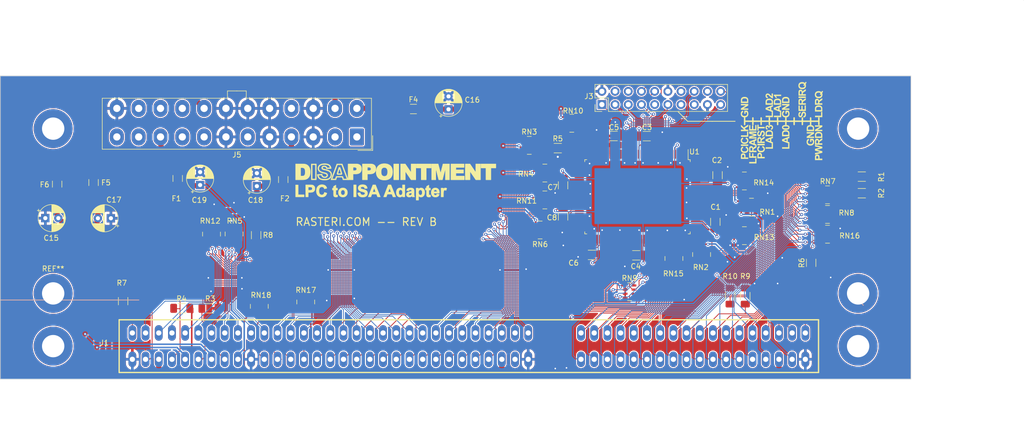
<source format=kicad_pcb>
(kicad_pcb (version 20221018) (generator pcbnew)
  (layers (0 "F.Cu" signal) (31 "B.Cu" signal) (34 "B.Paste" user) (35 "F.Paste" user) (36 "B.SilkS" user "B.Silkscreen") (37 "F.SilkS" user "F.Silkscreen") (38 "B.Mask" user) (39 "F.Mask" user) (44 "Edge.Cuts" user))
  (net 0 "")
  (net 1 "+3.3V")
  (net 2 "GND")
  (net 3 "+5V")
  (net 4 "-5V")
  (net 5 "-12V")
  (net 6 "+12V")
  (net 7 "/DRQ5")
  (net 8 "/DACK5#")
  (net 9 "/DRQ0")
  (net 10 "/DACK0#")
  (net 11 "/IRQ14")
  (net 12 "/IRQ15")
  (net 13 "/IRQ12")
  (net 14 "/IRQ11")
  (net 15 "/IRQ10")
  (net 16 "/IOCS16#")
  (net 17 "/MEMCS16#")
  (net 18 "/LFRAME#")
  (net 19 "/PCIRST#")
  (net 20 "/LAD3")
  (net 21 "/LAD2")
  (net 22 "/LAD1")
  (net 23 "/LAD0")
  (net 24 "/PCICLK")
  (net 25 "/LDRQ#")
  (net 26 "/SERIRQ")
  (net 27 "/PWRDN#")
  (net 28 "/14.318M")
  (net 29 "/14MOUT1")
  (net 30 "/14MOUT2")
  (net 31 "/GP20{slash}PLED0")
  (net 32 "/SA0")
  (net 33 "/SA1")
  (net 34 "/SA2")
  (net 35 "/SA3")
  (net 36 "/SA4")
  (net 37 "/80PCS#{slash}KBEN#")
  (net 38 "/ROMCS#")
  (net 39 "/GP10{slash}IRQ1")
  (net 40 "/GP11{slash}KBCS#")
  (net 41 "/GP12{slash}MCCS#")
  (net 42 "/SA5")
  (net 43 "/SA6")
  (net 44 "/SA7")
  (net 45 "/SA8")
  (net 46 "/SA9")
  (net 47 "/SA10")
  (net 48 "/SA11")
  (net 49 "/SA12")
  (net 50 "/SA13")
  (net 51 "/SA14")
  (net 52 "/SA15")
  (net 53 "/SA16")
  (net 54 "/SA17")
  (net 55 "/SA18")
  (net 56 "/SA19")
  (net 57 "/AEN")
  (net 58 "/IOCHRDY")
  (net 59 "/GP13{slash}IRQIN")
  (net 60 "/GP14{slash}PLED1")
  (net 61 "/GP15{slash}IRQ8")
  (net 62 "/GP16{slash}RTCCS#")
  (net 63 "/GP17{slash}IOHCS#")
  (net 64 "/SD0")
  (net 65 "/SD1")
  (net 66 "/SD2")
  (net 67 "/SD3")
  (net 68 "/SD4")
  (net 69 "/SD5")
  (net 70 "/SD6")
  (net 71 "/SD7")
  (net 72 "/IOCHCK#")
  (net 73 "/RSTDRV")
  (net 74 "/IRQ9")
  (net 75 "/DRQ2")
  (net 76 "/OWS#")
  (net 77 "/SMEMW#")
  (net 78 "/SMEMR#")
  (net 79 "/IOW#")
  (net 80 "/IOR#")
  (net 81 "/DACK3#")
  (net 82 "/DRQ3")
  (net 83 "/DACK1")
  (net 84 "/DRQ1")
  (net 85 "/REFRESH#")
  (net 86 "/SYSCLK")
  (net 87 "/IRQ7")
  (net 88 "/IRQ6")
  (net 89 "/IRQ5")
  (net 90 "/IRQ4")
  (net 91 "/IRQ3")
  (net 92 "/DACK2#")
  (net 93 "/TC")
  (net 94 "/BALE")
  (net 95 "/SBHE#")
  (net 96 "/LA23")
  (net 97 "/LA22")
  (net 98 "/LA21")
  (net 99 "/LA20")
  (net 100 "/LA19{slash}GP23")
  (net 101 "/LA18{slash}GP22")
  (net 102 "/LA17{slash}GP21")
  (net 103 "/MEMR#")
  (net 104 "/MEMW#")
  (net 105 "/SD8")
  (net 106 "/SD9")
  (net 107 "/SD10")
  (net 108 "/SD11")
  (net 109 "/SD12")
  (net 110 "/SD13")
  (net 111 "/SD14")
  (net 112 "/SD15")
  (net 113 "/MASTER#")
  (net 114 "/DRQ7")
  (net 115 "/DACK7#{slash}RTCEN#")
  (net 116 "/DRQ6")
  (net 117 "/DACK6#{slash}HEFRAS")
  (net 128 "Net-(F4-Pad1)")
  (net 129 "Net-(F2-Pad1)")
  (net 130 "Net-(F1-Pad1)")
  (net 131 "Net-(J5--12V)")
  (net 132 "Net-(J5--5V)")
  (footprint "Capacitor_THT:CP_Radial_D5.0mm_P2.50mm" (layer "F.Cu") (at 67.650088 106.9848)
    (fp_text reference "C15")
    (fp_text value "10uF")
  )
  (footprint "Resistor_SMD:R_Array_Concave_4x0603" (layer "F.Cu") (at 168.982 88.6968)
    (fp_text reference "RN10")
    (fp_text value "8.2K")
  )
  (footprint "Resistor_SMD:R_Array_Concave_4x0603" (layer "F.Cu") (at 108.8348 123.9792 -90)
    (fp_text reference "RN18")
    (fp_text value "1K")
  )
  (footprint "Resistor_SMD:R_1206_3216Metric_Pad1.30x1.75mm_HandSolder" (layer "F.Cu") (at 108.2252 110.2632 90)
    (fp_text reference "R8")
    (fp_text value "4.7K")
  )
  (footprint "" (layer "F.Cu") (at 69.16 131.65)
    (fp_text reference "")
    (fp_text value "")
  )
  (footprint "Resistor_SMD:R_1206_3216Metric_Pad1.30x1.75mm_HandSolder" (layer "F.Cu") (at 99.3352 124.3584)
    (fp_text reference "R3")
    (fp_text value "8.2K")
  )
  (footprint "Capacitor_SMD:C_1206_3216Metric" (layer "F.Cu") (at 167.3056 106.68 90)
    (fp_text reference "C8")
    (fp_text value "100n")
  )
  (footprint "Resistor_SMD:R_Array_Concave_4x0603" (layer "F.Cu") (at 218.208697 102.4908)
    (fp_text reference "RN7")
    (fp_text value "8.2K")
  )
  (footprint "Capacitor_THT:CP_Radial_D5.0mm_P2.50mm" (layer "F.Cu") (at 145.2584 86.017513 90)
    (fp_text reference "C16")
    (fp_text value "10uF")
  )
  (footprint "Resistor_SMD:R_1206_3216Metric_Pad1.30x1.75mm_HandSolder" (layer "F.Cu") (at 93.8996 124.3584)
    (fp_text reference "R4")
    (fp_text value "8.2K")
  )
  (footprint "Capacitor_THT:CP_Radial_D5.0mm_P2.50mm" (layer "F.Cu") (at 97.4444 100.6064 90)
    (fp_text reference "C19")
    (fp_text value "10uF")
  )
  (footprint "Resistor_SMD:R_Array_Concave_4x0603" (layer "F.Cu") (at 218.208697 106.272105)
    (fp_text reference "RN8")
    (fp_text value "8.2K")
  )
  (footprint "Resistor_SMD:R_Array_Concave_4x0603" (layer "F.Cu") (at 218.208697 110.082105)
    (fp_text reference "RN16")
    (fp_text value "8.2K")
  )
  (footprint "Capacitor_SMD:C_1206_3216Metric" (layer "F.Cu") (at 181.3772 114.1476)
    (fp_text reference "C4")
    (fp_text value "100n")
  )
  (footprint "Fuse:Fuse_1206_3216Metric" (layer "F.Cu") (at 69.922 100.4316 -90)
    (fp_text reference "F6")
    (fp_text value "Polyfuse")
  )
  (footprint "Capacitor_SMD:C_1206_3216Metric" (layer "F.Cu") (at 196.6172 107.696 90)
    (fp_text reference "C1")
    (fp_text value "100n" hide)
  )
  (footprint "Resistor_SMD:R_Array_Concave_4x0603" (layer "F.Cu") (at 160.8032 92.964)
    (fp_text reference "RN3")
    (fp_text value "8.2K")
  )
  (footprint "andy:QFP-26x38_14x20_Pitch0.5mm" (layer "F.Cu") (at 181.6312 102.87 -90)
    (fp_text reference "U1")
    (fp_text value "F85226AF")
  )
  (footprint "Fuse:Fuse_1206_3216Metric" (layer "F.Cu") (at 93.1264 99.3364 -90)
    (fp_text reference "F1")
    (fp_text value "Polyfuse")
  )
  (footprint "Connector_PinHeader_2.54mm:PinHeader_2x10_P2.54mm_Vertical" (layer "F.Cu") (at 174.7782 85.095 90)
    (fp_text reference "J3")
    (fp_text value "Conn_02x10_Odd_Even" hide)
  )
  (footprint "Capacitor_SMD:C_1206_3216Metric" (layer "F.Cu") (at 172.8428 114.0732)
    (fp_text reference "C6")
    (fp_text value "100n")
  )
  (footprint "Resistor_SMD:R_Array_Concave_4x0603" (layer "F.Cu") (at 202.2052 110.3612)
    (fp_text reference "RN13")
    (fp_text value "8.2K")
  )
  (footprint "Capacitor_SMD:C_1206_3216Metric" (layer "F.Cu") (at 197.038813 98.706266 90)
    (fp_text reference "C2")
    (fp_text value "100n")
  )
  (footprint "Resistor_SMD:R_Array_Concave_4x0603" (layer "F.Cu") (at 162.886 109.2708)
    (fp_text reference "RN6")
    (fp_text value "8.2K")
  )
  (footprint "Capacitor_SMD:C_1206_3216Metric" (layer "F.Cu") (at 167.3056 100.6566 90)
    (fp_text reference "C7")
    (fp_text value "100n")
  )
  (footprint "Resistor_SMD:R_Array_Concave_4x0603" (layer "F.Cu") (at 203.5768 104.8748)
    (fp_text reference "RN1")
    (fp_text value "8.2K")
  )
  (footprint "Fuse:Fuse_1206_3216Metric" (layer "F.Cu") (at 138.502 85.9536)
    (fp_text reference "F4")
    (fp_text value "Polyfuse")
  )
  (footprint "MountingHole:MountingHole_4.3mm_M4_DIN965_Pad" (layer "F.Cu") (at 69.16 121.49)
    (fp_text reference "REF**")
    (fp_text value "MountingHole_4.3mm_M4_DIN965_Pad")
  )
  (footprint "Resistor_SMD:R_1206_3216Metric_Pad1.30x1.75mm_HandSolder" (layer "F.Cu") (at 82.622 122.9868 -90)
    (fp_text reference "R7")
    (fp_text value "4.7K")
  )
  (footprint "Resistor_SMD:R_Array_Concave_4x0603" (layer "F.Cu") (at 193.9756 113.9952 -90)
    (fp_text reference "RN2")
    (fp_text value "8.2K")
  )
  (footprint "Resistor_SMD:R_1206_3216Metric_Pad1.30x1.75mm_HandSolder" (layer "F.Cu") (at 224.8112 102.186 180)
    (fp_text reference "R2")
    (fp_text value "1K")
  )
  (footprint "Resistor_SMD:R_Array_Concave_4x0603" (layer "F.Cu") (at 163.8004 103.4796)
    (fp_text reference "RN11")
    (fp_text value "8.2K")
  )
  (footprint "Resistor_SMD:R_Array_Concave_4x0603" (layer "F.Cu") (at 99.64 110.06 -90)
    (fp_text reference "RN12")
    (fp_text value "8.2K")
  )
  (footprint "Resistor_SMD:R_Array_Concave_4x0603" (layer "F.Cu") (at 180.1072 121.158)
    (fp_text reference "RN9")
    (fp_text value "8.2K")
  )
  (footprint "" (layer "F.Cu") (at 213.94 89.74)
    (fp_text reference "")
    (fp_text value "")
  )
  (footprint "Resistor_SMD:R_Array_Concave_4x0603" (layer "F.Cu") (at 103.9834 110.0346 -90)
    (fp_text reference "RN5")
    (fp_text value "8.2K")
  )
  (footprint "Resistor_SMD:R_Array_Concave_4x0603" (layer "F.Cu") (at 188.6416 114.7572 90)
    (fp_text reference "RN15")
    (fp_text value "8.2K")
  )
  (footprint "Resistor_SMD:R_Array_Concave_4x0603" (layer "F.Cu") (at 117.7756 123.1392 90)
    (fp_text reference "RN17")
    (fp_text value "8.2K")
  )
  (footprint "Resistor_SMD:R_1206_3216Metric_Pad1.30x1.75mm_HandSolder" (layer "F.Cu") (at 224.8112 98.9856 180)
    (fp_text reference "R1")
    (fp_text value "1K")
  )
  (footprint "Fuse:Fuse_1206_3216Metric" (layer "F.Cu") (at 76.9324 100.1268 -90)
    (fp_text reference "F5")
    (fp_text value "Polyfuse")
  )
  (footprint "Resistor_SMD:R_1206_3216Metric_Pad1.30x1.75mm_HandSolder" (layer "F.Cu") (at 199.462 121.998 90)
    (fp_text reference "R10")
    (fp_text value "4.7K")
  )
  (footprint "" (layer "F.Cu") (at 69.16 89.74)
    (fp_text reference "")
    (fp_text value "")
  )
  (footprint "andy:ISA" (layer "F.Cu") (at 85.67 131.65 90)
    (fp_text reference "J1")
    (fp_text value "Bus_ISA_16bit")
  )
  (footprint "" (layer "F.Cu") (at 224.1 131.65)
    (fp_text reference "")
    (fp_text value "")
  )
  (footprint "Fuse:Fuse_1206_3216Metric" (layer "F.Cu") (at 113.4464 99.553687 -90)
    (fp_text reference "F2")
    (fp_text value "Polyfuse")
  )
  (footprint "Capacitor_THT:CP_Radial_D5.0mm_P2.50mm" (layer "F.Cu") (at 80.271112 107.012 180)
    (fp_text reference "C17")
    (fp_text value "10uF")
  )
  (footprint "Resistor_SMD:R_1206_3216Metric_Pad1.30x1.75mm_HandSolder" (layer "F.Cu") (at 166.2896 93.4992)
    (fp_text reference "R5")
    (fp_text value "10K")
  )
  (footprint "Capacitor_SMD:C_1206_3216Metric" (layer "F.Cu") (at 183.4092 91.186)
    (fp_text reference "C3")
    (fp_text value "100n")
  )
  (footprint "Resistor_SMD:R_1206_3216Metric_Pad1.30x1.75mm_HandSolder" (layer "F.Cu") (at 215.0576 115.5972 90)
    (fp_text reference "R6")
    (fp_text value "DNP")
  )
  (footprint "Capacitor_THT:CP_Radial_D5.0mm_P2.50mm" (layer "F.Cu") (at 108.3664 100.823687 90)
    (fp_text reference "C18")
    (fp_text value "10uF")
  )
  (footprint "" (layer "F.Cu") (at 224.1 121.49)
    (fp_text reference "" hide)
    (fp_text value "" hide)
  )
  (footprint "Resistor_SMD:R_Array_Concave_4x0603" (layer "F.Cu") (at 202.2052 99.822)
    (fp_text reference "RN14")
    (fp_text value "8.2K")
  )
  (footprint "Resistor_SMD:R_1206_3216Metric_Pad1.30x1.75mm_HandSolder" (layer "F.Cu") (at 202.383 121.998 90)
    (fp_text reference "R9")
    (fp_text value "4.7K")
  )
  (footprint "Connector_Molex:Molex_Mini-Fit_Jr_5566-24A_2x12_P4.20mm_Vertical" (layer "F.Cu") (at 127.6168 91.3372 180)
    (fp_text reference "J5")
    (fp_text value "ATX-24")
  )
  (footprint "Resistor_SMD:R_Array_Concave_4x0603" (layer "F.Cu") (at 163.8004 98.298)
    (fp_text reference "RN4")
    (fp_text value "8.2K")
  )
  (footprint "Capacitor_SMD:C_1206_3216Metric" (layer "F.Cu") (at 177.0592 91.1588 180)
    (fp_text reference "C5")
    (fp_text value "100n")
  )
  (gr_line (start 85.67 122.76) (end 59 122.76) (stroke (width 0.15)) (layer "B.SilkS"))
  (gr_line (start 224.1 122.76) (end 225.116 123.776) (stroke (width 0.15)) (layer "B.SilkS"))
  (gr_poly (pts (xy 206.281907 83.389708) (xy 206.283233 83.364537) (xy 206.285442 83.340068) (xy 206.288535 83.316302) (xy 206.292512 83.293239) (xy 206.297373 83.270878) (xy 206.303117 83.249219) (xy 206.309745 83.228263) (xy 206.317256 83.208009) (xy 206.325652 83.188458) (xy 206.334931 83.169609) (xy 206.345094 83.151463) (xy 206.35614 83.134019) (xy 206.36807 83.117278) (xy 206.380884 83.101239) (xy 206.394582 83.085903) (xy 206.408937 83.071386) (xy 206.423722 83.057805) (xy 206.438938 83.045161) (xy 206.454584 83.033454) (xy 206.470661 83.022683) (xy 206.487168 83.012849) (xy 206.504106 83.003951) (xy 206.521475 82.99599) (xy 206.539274 82.988965) (xy 206.557504 82.982877) (xy 206.576164 82.977726) (xy 206.595254 82.973511) (xy 206.614775 82.970233) (xy 206.634727 82.967891) (xy 206.655109 82.966486) (xy 206.675922 82.966018) (xy 206.687852 82.966154) (xy 206.699714 82.966562) (xy 206.711508 82.967242) (xy 206.723235 82.968193) (xy 206.734893 82.969417) (xy 206.746483 82.970913) (xy 206.758005 82.97268) (xy 206.769459 82.97472) (xy 206.780846 82.977031) (xy 206.792164 82.979614) (xy 206.803414 82.982469) (xy 206.814596 82.985596) (xy 206.825711 82.988995) (xy 206.836757 82.992666) (xy 206.847735 82.996609) (xy 206.858646 83.000823) (xy 206.869436 83.005212) (xy 206.880293 83.009918) (xy 206.891219 83.014941) (xy 206.902213 83.020281) (xy 206.913274 83.025939) (xy 206.924404 83.031913) (xy 206.935601 83.038205) (xy 206.946867 83.044814) (xy 206.969602 83.058983) (xy 206.992609 83.074421) (xy 207.015888 83.091129) (xy 207.039438 83.109106) (xy 207.047509 83.115578) (xy 207.05601 83.12267) (xy 207.074303 83.138712) (xy 207.094319 83.157232) (xy 207.116056 83.17823) (xy 207.139516 83.201705) (xy 207.164698 83.227658) (xy 207.191602 83.256088) (xy 207.220229 83.286996) (xy 207.27425 83.345426) (xy 207.31836 83.392134) (xy 207.35256 83.42712) (xy 207.365944 83.440217) (xy 207.376851 83.450384) (xy 207.386489 83.458647) (xy 207.396066 83.466517) (xy 207.405583 83.473994) (xy 207.415039 83.481079) (xy 207.424435 83.487771) (xy 207.433771 83.49407) (xy 207.443046 83.499976) (xy 207.452262 83.505489) (xy 207.452262 82.966024) (xy 207.704596 82.966024) (xy 207.704596 83.918319) (xy 207.686771 83.916144) (xy 207.669067 83.913485) (xy 207.651483 83.910343) (xy 207.63402 83.906718) (xy 207.616678 83.902609) (xy 207.599457 83.898016) (xy 207.582357 83.892941) (xy 207.565377 83.887381) (xy 207.548519 83.881339) (xy 207.531781 83.874813) (xy 207.515164 83.867803) (xy 207.498668 83.860311) (xy 207.482293 83.852335) (xy 207.466038 83.843875) (xy 207.449904 83.834932) (xy 207.433892 83.825506) (xy 207.417494 83.815248) (xy 207.400446 83.803812) (xy 207.38275 83.791198) (xy 207.364403 83.777406) (xy 207.345407 83.762436) (xy 207.325761 83.746287) (xy 207.305466 83.72896) (xy 207.284521 83.710455) (xy 207.262927 83.690772) (xy 207.240683 83.66991) (xy 207.194246 83.624653) (xy 207.145211 83.574682) (xy 207.093578 83.519997) (xy 207.05252 83.476295) (xy 207.014905 83.437034) (xy 206.980735 83.402214) (xy 206.95001 83.371835) (xy 206.922728 83.345898) (xy 206.89889 83.324401) (xy 206.878497 83.307346) (xy 206.861548 83.294732) (xy 206.851042 83.287941) (xy 206.84055 83.281589) (xy 206.830074 83.275675) (xy 206.819613 83.270199) (xy 206.809167 83.265161) (xy 206.798736 83.260562) (xy 206.78832 83.2564) (xy 206.777919 83.252676) (xy 206.767534 83.249391) (xy 206.757163 83.246544) (xy 206.746808 83.244134) (xy 206.736468 83.242163) (xy 206.726143 83.24063) (xy 206.715832 83.239535) (xy 206.705538 83.238878) (xy 206.695258 83.238659) (xy 206.684064 83.238851) (xy 206.673203 83.239429) (xy 206.662674 83.240392) (xy 206.652477 83.24174) (xy 206.642613 83.243474) (xy 206.633081 83.245592) (xy 206.623881 83.248096) (xy 206.615014 83.250985) (xy 206.606478 83.254259) (xy 206.598276 83.257918) (xy 206.590405 83.261962) (xy 206.582867 83.266392) (xy 206.575661 83.271207) (xy 206.568788 83.276407) (xy 206.562247 83.281992) (xy 206.556038 83.287963) (xy 206.550068 83.294153) (xy 206.544482 83.300637) (xy 206.539282 83.307416) (xy 206.534467 83.314489) (xy 206.530037 83.321857) (xy 206.525992 83.32952) (xy 206.522332 83.337477) (xy 206.519058 83.345729) (xy 206.516169 83.354275) (xy 206.513665 83.363116) (xy 206.511546 83.372251) (xy 206.509813 83.381681) (xy 206.508464 83.391406) (xy 206.507501 83.401425) (xy 206.506924 83.411739) (xy 206.506731 83.422347) (xy 206.506931 83.432846) (xy 206.507532 83.443073) (xy 206.508532 83.453029) (xy 206.509934 83.462712) (xy 206.511735 83.472124) (xy 206.513937 83.481263) (xy 206.516539 83.490131) (xy 206.519541 83.498727) (xy 206.522944 83.50705) (xy 206.526747 83.515102) (xy 206.53095 83.522882) (xy 206.535554 83.53039) (xy 206.540558 83.537626) (xy 206.545962 83.54459) (xy 206.551767 83.551282) (xy 206.557971 83.557702) (xy 206.564641 83.56382) (xy 206.571839 83.569605) (xy 206.579566 83.575058) (xy 206.587821 83.580179) (xy 206.596606 83.584967) (xy 206.605919 83.589423) (xy 206.61576 83.593547) (xy 206.626131 83.597338) (xy 206.63703 83.600798) (xy 206.648458 83.603925) (xy 206.660415 83.606719) (xy 206.6729 83.609182) (xy 206.685914 83.611312) (xy 206.699457 83.61311) (xy 206.713528 83.614576) (xy 206.728128 83.61571) (xy 206.701058 83.886413) (xy 206.673515 83.882987) (xy 206.646962 83.878754) (xy 206.621399 83.873712) (xy 206.596825 83.867862) (xy 206.57324 83.861204) (xy 206.550645 83.853738) (xy 206.529039 83.845464) (xy 206.508423 83.836381) (xy 206.488796 83.82649) (xy 206.470158 83.815791) (xy 206.452511 83.804284) (xy 206.435852 83.791969) (xy 206.420183 83.778845) (xy 206.405503 83.764913) (xy 206.391813 83.750173) (xy 206.379112 83.734624) (xy 206.367288 83.718423) (xy 206.356227 83.701724) (xy 206.345928 83.684525) (xy 206.336392 83.666829) (xy 206.327619 83.648633) (xy 206.319609 83.629939) (xy 206.312362 83.610747) (xy 206.305878 83.591056) (xy 206.300156 83.570867) (xy 206.295197 83.550179) (xy 206.291001 83.528992) (xy 206.287568 83.507307) (xy 206.284898 83.485123) (xy 206.282991 83.462441) (xy 206.281847 83.439261) (xy 206.281465 83.415581)) (fill solid) (layer "F.SilkS"))
  (gr_poly (pts (xy 215.791714 85.88131) (xy 215.792982 85.841021) (xy 215.795097 85.803361) (xy 215.798058 85.768329) (xy 215.801865 85.735926) (xy 215.806517 85.706152) (xy 215.812016 85.679006) (xy 215.81836 85.654488) (xy 215.823175 85.639038) (xy 215.828436 85.623868) (xy 215.834142 85.608977) (xy 215.840295 85.594366) (xy 215.846892 85.580034) (xy 215.853936 85.565981) (xy 215.861425 85.552208) (xy 215.869359 85.538715) (xy 215.87774 85.525501) (xy 215.886566 85.512567) (xy 215.895837 85.499912) (xy 215.905555 85.487536) (xy 215.915718 85.47544) (xy 215.926326 85.463623) (xy 215.93738 85.452086) (xy 215.94888 85.440829) (xy 215.960769 85.429876) (xy 215.972989 85.419256) (xy 215.985542 85.408969) (xy 215.998428 85.399014) (xy 216.011646 85.389391) (xy 216.025196 85.3801) (xy 216.039079 85.371142) (xy 216.053293 85.362517) (xy 216.067841 85.354223) (xy 216.08272 85.346263) (xy 216.097932 85.338634) (xy 216.113476 85.331338) (xy 216.129353 85.324374) (xy 216.145562 85.317743) (xy 216.162103 85.311444) (xy 216.178977 85.305477) (xy 216.196145 85.299857) (xy 216.213812 85.2946) (xy 216.231977 85.289706) (xy 216.250641 85.285174) (xy 216.269803 85.281004) (xy 216.289464 85.277197) (xy 216.309623 85.273753) (xy 216.330281 85.270671) (xy 216.351437 85.267952) (xy 216.373092 85.265595) (xy 216.417897 85.26197) (xy 216.464696 85.259794) (xy 216.513489 85.259069) (xy 216.556482 85.259749) (xy 216.597964 85.261788) (xy 216.637936 85.265187) (xy 216.676396 85.269946) (xy 216.713346 85.276064) (xy 216.748785 85.283542) (xy 216.782713 85.29238) (xy 216.799111 85.297309) (xy 216.815131 85.302578) (xy 216.834236 85.309402) (xy 216.852881 85.31658) (xy 216.871065 85.324114) (xy 216.888789 85.332003) (xy 216.906051 85.340248) (xy 216.922853 85.348847) (xy 216.939194 85.357801) (xy 216.955075 85.36711) (xy 216.970494 85.376774) (xy 216.985453 85.386794) (xy 216.999952 85.397168) (xy 217.013989 85.407897) (xy 217.027566 85.418981) (xy 217.040683 85.43042) (xy 217.053339 85.442214) (xy 217.065534 85.454363) (xy 217.074473 85.463873) (xy 217.083163 85.47379) (xy 217.091603 85.484116) (xy 217.099794 85.494849) (xy 217.107737 85.505989) (xy 217.115429 85.517538) (xy 217.122873 85.529494) (xy 217.130067 85.541859) (xy 217.137012 85.554631) (xy 217.143708 85.567811) (xy 217.150155 85.581399) (xy 217.156352 85.595394) (xy 217.162301 85.609798) (xy 217.168 85.624609) (xy 217.17345 85.639829) (xy 217.17865 85.655456) (xy 217.182279 85.667548) (xy 217.185673 85.68014) (xy 217.188834 85.693229) (xy 217.19176 85.706817) (xy 217.194453 85.720904) (xy 217.196911 85.735489) (xy 217.199135 85.750573) (xy 217.201126 85.766155) (xy 217.204404 85.798814) (xy 217.206745 85.833468) (xy 217.20815 85.870116) (xy 217.208618 85.908758) (xy 217.208618 86.447265) (xy 216.969818 86.447265) (xy 216.969818 86.161092) (xy 216.969818 85.94743) (xy 216.969607 85.918501) (xy 216.968972 85.891657) (xy 216.967914 85.866898) (xy 216.966434 85.844223) (xy 216.96453 85.823633) (xy 216.962203 85.805128) (xy 216.959453 85.788708) (xy 216.956281 85.774374) (xy 216.954011 85.765767) (xy 216.951553 85.757348) (xy 216.948906 85.749119) (xy 216.94607 85.741079) (xy 216.943045 85.733227) (xy 216.939831 85.725564) (xy 216.936428 85.718091) (xy 216.932837 85.710805) (xy 216.929056 85.703709) (xy 216.925087 85.696802) (xy 216.920929 85.690083) (xy 216.916582 85.683554) (xy 216.912046 85.677213) (xy 216.907321 85.67106) (xy 216.902408 85.665097) (xy 216.897306 85.659322) (xy 216.891902 85.65359) (xy 216.886082 85.647993) (xy 216.879847 85.642533) (xy 216.873197 85.637208) (xy 216.866131 85.632019) (xy 216.85865 85.626966) (xy 216.850753 85.622049) (xy 216.842441 85.617268) (xy 216.833713 85.612623) (xy 216.82457 85.608114) (xy 216.815011 85.603741) (xy 216.805037 85.599504) (xy 216.794648 85.595403) (xy 216.783843 85.591438) (xy 216.772622 85.587609) (xy 216.760987 85.583916) (xy 216.748754 85.580404) (xy 216.735986 85.577118) (xy 216.722681 85.574058) (xy 216.70884 85.571225) (xy 216.694463 85.568619) (xy 216.679549 85.56624) (xy 216.648113 85.562161) (xy 216.614532 85.558988) (xy 216.578806 85.556722) (xy 216.540935 85.555363) (xy 216.500919 85.554909) (xy 216.461023 85.555363) (xy 216.423514 85.556722) (xy 216.388392 85.558988) (xy 216.355657 85.562161) (xy 216.325309 85.56624) (xy 216.297347 85.571225) (xy 216.271772 85.577118) (xy 216.248584 85.583916) (xy 216.237738 85.587632) (xy 216.227193 85.591529) (xy 216.216951 85.595607) (xy 216.207011 85.599867) (xy 216.197373 85.604308) (xy 216.188037 85.60893) (xy 216.179003 85.613734) (xy 216.170272 85.618719) (xy 216.161843 85.623885) (xy 216.153716 85.629233) (xy 216.145891 85.634762) (xy 216.138368 85.640472) (xy 216.131147 85.646363) (xy 216.124229 85.652435) (xy 216.117612 85.658689) (xy 216.111298 85.665124) (xy 216.105259 85.671759) (xy 216.09947 85.678614) (xy 216.09393 85.685687) (xy 216.088639 85.69298) (xy 216.083598 85.700491) (xy 216.078805 85.708222) (xy 216.074262 85.716172) (xy 216.069968 85.72434) (xy 216.065924 85.732728) (xy 216.062128 85.741335) (xy 216.058582 85.750161) (xy 216.055285 85.759206) (xy 216.052237 85.76847) (xy 216.049439 85.777953) (xy 216.04689 85.787655) (xy 216.044589 85.797576) (xy 216.04295 85.805518) (xy 216.041417 85.814359) (xy 216.038668 85.834737) (xy 216.036341 85.85871) (xy 216.034438 85.886279) (xy 216.032958 85.917443) (xy 216.031901 85.952202) (xy 216.031266 85.990557) (xy 216.031055 86.032507) (xy 216.031058 86.161092) (xy 216.969818 86.161092) (xy 216.969818 86.447265) (xy 215.791291 86.447265) (xy 215.791291 85.924227)) (fill solid) (layer "F.SilkS"))
  (gr_poly (pts (xy 207.871696 84.569948) (xy 207.872965 84.52966) (xy 207.875079 84.492) (xy 207.87804 84.456969) (xy 207.881847 84.424566) (xy 207.8865 84.394791) (xy 207.891999 84.367645) (xy 207.898343 84.343127) (xy 207.903158 84.327677) (xy 207.908419 84.312506) (xy 207.914126 84.297615) (xy 207.920278 84.283004) (xy 207.926876 84.268672) (xy 207.933919 84.25462) (xy 207.941408 84.240847) (xy 207.949343 84.227353) (xy 207.957723 84.214139) (xy 207.966549 84.201205) (xy 207.97582 84.18855) (xy 207.985537 84.176174) (xy 207.9957 84.164078) (xy 208.006309 84.152262) (xy 208.017363 84.140725) (xy 208.028862 84.129467) (xy 208.040751 84.118515) (xy 208.052972 84.107896) (xy 208.065525 84.097608) (xy 208.078411 84.087653) (xy 208.091629 84.07803) (xy 208.105179 84.06874) (xy 208.119062 84.059782) (xy 208.133277 84.051156) (xy 208.147824 84.042862) (xy 208.162704 84.034901) (xy 208.177916 84.027272) (xy 208.193461 84.019975) (xy 208.209337 84.013011) (xy 208.225546 84.006379) (xy 208.242088 84.00008) (xy 208.258962 83.994112) (xy 208.27613 83.988493) (xy 208.293797 83.983236) (xy 208.311962 83.978341) (xy 208.330625 83.973809) (xy 208.349788 83.96964) (xy 208.369448 83.965833) (xy 208.389608 83.962389) (xy 208.410265 83.959308) (xy 208.431421 83.956589) (xy 208.453076 83.954233) (xy 208.497881 83.950607) (xy 208.54468 83.948432) (xy 208.593473 83.947707) (xy 208.636465 83.948387) (xy 208.677947 83.950426) (xy 208.717918 83.953825) (xy 208.756378 83.958584) (xy 208.793328 83.964702) (xy 208.828767 83.972179) (xy 208.862696 83.981017) (xy 208.879094 83.985945) (xy 208.895114 83.991213) (xy 208.91422 83.998037) (xy 208.932865 84.005217) (xy 208.951049 84.012751) (xy 208.968772 84.02064) (xy 208.986035 84.028884) (xy 209.002837 84.037483) (xy 209.019178 84.046437) (xy 209.035058 84.055746) (xy 209.050478 84.065411) (xy 209.065437 84.07543) (xy 209.079935 84.085804) (xy 209.093973 84.096533) (xy 209.10755 84.107617) (xy 209.120666 84.119056) (xy 209.133321 84.13085) (xy 209.145516 84.142998) (xy 209.154455 84.152508) (xy 209.163145 84.162425) (xy 209.171585 84.17275) (xy 209.179777 84.183482) (xy 209.187719 84.194623) (xy 209.195412 84.206172) (xy 209.202855 84.218128) (xy 209.21005 84.230493) (xy 209.216995 84.243265) (xy 209.223691 84.256445) (xy 209.230138 84.270033) (xy 209.236335 84.284029) (xy 209.242283 84.298433) (xy 209.247982 84.313244) (xy 209.253432 84.328464) (xy 209.258632 84.344091) (xy 209.262262 84.356184) (xy 209.265657 84.368775) (xy 209.268818 84.381865) (xy 209.271745 84.395453) (xy 209.274437 84.409539) (xy 209.276896 84.424124) (xy 209.27912 84.439208) (xy 209.28111 84.45479) (xy 209.284388 84.48745) (xy 209.286729 84.522103) (xy 209.288134 84.558751) (xy 209.288602 84.597393) (xy 209.288602 85.1359) (xy 208.111038 85.135903) (xy 208.111038 84.849731) (xy 209.049799 84.849731) (xy 209.049799 84.636068) (xy 209.049587 84.607139) (xy 209.048953 84.580296) (xy 209.047895 84.555537) (xy 209.046415 84.532862) (xy 209.044512 84.512273) (xy 209.042186 84.493768) (xy 209.039437 84.477348) (xy 209.036266 84.463012) (xy 209.033996 84.454405) (xy 209.031537 84.445987) (xy 209.02889 84.437757) (xy 209.026053 84.429717) (xy 209.023028 84.421865) (xy 209.019814 84.414203) (xy 209.016412 84.406729) (xy 209.01282 84.399444) (xy 209.00904 84.392348) (xy 209.005071 84.38544) (xy 209.000913 84.378722) (xy 208.996566 84.372192) (xy 208.99203 84.365851) (xy 208.987306 84.359699) (xy 208.982393 84.353735) (xy 208.977291 84.347961) (xy 208.971886 84.342228) (xy 208.966067 84.336632) (xy 208.959832 84.331171) (xy 208.953181 84.325846) (xy 208.946115 84.320657) (xy 208.938634 84.315604) (xy 208.930737 84.310687) (xy 208.922425 84.305906) (xy 208.913698 84.301261) (xy 208.904554 84.296752) (xy 208.894996 84.292379) (xy 208.885022 84.288141) (xy 208.874633 84.28404) (xy 208.863828 84.280075) (xy 208.852607 84.276245) (xy 208.840972 84.272552) (xy 208.828739 84.26904) (xy 208.815971 84.265754) (xy 208.802666 84.262695) (xy 208.788825 84.259862) (xy 208.774448 84.257257) (xy 208.759534 84.254877) (xy 208.728098 84.250799) (xy 208.694517 84.247626) (xy 208.658791 84.245361) (xy 208.62092 84.244001) (xy 208.580904 84.243548) (xy 208.541008 84.244001) (xy 208.5035 84.245361) (xy 208.468378 84.247626) (xy 208.435642 84.250799) (xy 208.405294 84.254877) (xy 208.377332 84.259862) (xy 208.351757 84.265754) (xy 208.328568 84.272552) (xy 208.317722 84.276268) (xy 208.307178 84.280165) (xy 208.296936 84.284244) (xy 208.286996 84.288504) (xy 208.277358 84.292945) (xy 208.268022 84.297568) (xy 208.258989 84.302372) (xy 208.250257 84.307357) (xy 208.241828 84.312523) (xy 208.233701 84.317871) (xy 208.225876 84.3234) (xy 208.218353 84.32911) (xy 208.211132 84.335001) (xy 208.204214 84.341074) (xy 208.197597 84.347327) (xy 208.191283 84.353762) (xy 208.185244 84.360398) (xy 208.179455 84.367252) (xy 208.173915 84.374326) (xy 208.168624 84.381618) (xy 208.163582 84.38913) (xy 208.158789 84.39686) (xy 208.154246 84.40481) (xy 208.149952 84.412979) (xy 208.145907 84.421366) (xy 208.142112 84.429973) (xy 208.138565 84.438799) (xy 208.135268 84.447844) (xy 208.132221 84.457108) (xy 208.129422 84.466591) (xy 208.126873 84.476293) (xy 208.124573 84.486214) (xy 208.122934 84.494156) (xy 208.121401 84.502997) (xy 208.118652 84.523375) (xy 208.116326 84.547348) (xy 208.114422 84.574917) (xy 208.112942 84.606081) (xy 208.111884 84.640841) (xy 208.11125 84.679195) (xy 208.111038 84.721145) (xy 208.111038 84.849731) (xy 208.111038 85.135903) (xy 207.871273 85.135903) (xy 207.871273 84.612865)) (fill solid) (layer "F.SilkS"))
  (gr_poly (pts (xy 209.450049 89.474341) (xy 209.451771 89.449654) (xy 209.454642 89.42567) (xy 209.45866 89.402387) (xy 209.463826 89.379807) (xy 209.47014 89.35793) (xy 209.477603 89.336755) (xy 209.486213 89.316282) (xy 209.495972 89.296512) (xy 209.506879 89.277444) (xy 209.518933 89.259079) (xy 209.532136 89.241416) (xy 209.546487 89.224455) (xy 209.561986 89.208197) (xy 209.578633 89.192642) (xy 209.596428 89.177789) (xy 209.619076 89.161047) (xy 209.643514 89.145385) (xy 209.669742 89.130804) (xy 209.69776 89.117303) (xy 209.727569 89.104882) (xy 209.759167 89.093541) (xy 209.792556 89.08328) (xy 209.827734 89.0741) (xy 209.864703 89.065999) (xy 209.903462 89.058979) (xy 209.944011 89.053038) (xy 209.98635 89.048178) (xy 210.030479 89.044398) (xy 210.076398 89.041698) (xy 210.124108 89.040078) (xy 210.173607 89.039538) (xy 210.222997 89.040082) (xy 210.270619 89.041713) (xy 210.316474 89.044432) (xy 210.360561 89.048239) (xy 210.402881 89.053133) (xy 210.443434 89.059115) (xy 210.482219 89.066185) (xy 210.519237 89.074342) (xy 210.554487 89.083587) (xy 210.58797 89.093919) (xy 210.619686 89.10534) (xy 210.649634 89.117848) (xy 210.677814 89.131443) (xy 210.704228 89.146126) (xy 210.728874 89.161897) (xy 210.751752 89.178756) (xy 210.769313 89.193492) (xy 210.785741 89.208938) (xy 210.801036 89.225094) (xy 210.815198 89.241961) (xy 210.828227 89.259537) (xy 210.840123 89.277823) (xy 210.850886 89.296819) (xy 210.860517 89.316525) (xy 210.869014 89.336941) (xy 210.876378 89.358068) (xy 210.882609 89.379904) (xy 210.887708 89.40245) (xy 210.891673 89.425707) (xy 210.894506 89.449673) (xy 210.896205 89.47435) (xy 210.896771 89.499737) (xy 210.896152 89.525285) (xy 210.894294 89.550206) (xy 210.891197 89.5745) (xy 210.886862 89.598167) (xy 210.881288 89.621208) (xy 210.874475 89.643622) (xy 210.866423 89.665408) (xy 210.857133 89.686568) (xy 210.846604 89.707102) (xy 210.834836 89.727008) (xy 210.82183 89.746287) (xy 210.807585 89.76494) (xy 210.792101 89.782966) (xy 210.775378 89.800364) (xy 210.757417 89.817137) (xy 210.738217 89.833282) (xy 210.717306 89.848618) (xy 210.694454 89.862965) (xy 210.669661 89.876323) (xy 210.642927 89.888691) (xy 210.614251 89.900069) (xy 210.583635 89.910458) (xy 210.551077 89.919858) (xy 210.516578 89.928268) (xy 210.480138 89.935689) (xy 210.441757 89.94212) (xy 210.401435 89.947562) (xy 210.359171 89.952014) (xy 210.314967 89.955477) (xy 210.268821 89.957951) (xy 210.220734 89.959435) (xy 210.173607 89.959901) (xy 210.173607 89.675689) (xy 210.233534 89.675296) (xy 210.288596 89.674118) (xy 210.338794 89.672155) (xy 210.384127 89.669405) (xy 210.424597 89.665871) (xy 210.460202 89.66155) (xy 210.490943 89.656444) (xy 210.51682 89.650552) (xy 210.52818 89.647361) (xy 210.539056 89.644071) (xy 210.549449 89.640684) (xy 210.559359 89.637198) (xy 210.568785 89.633614) (xy 210.577728 89.629932) (xy 210.586188 89.626152) (xy 210.594164 89.622273) (xy 210.601657 89.618297) (xy 210.608666 89.614222) (xy 210.615192 89.610048) (xy 210.621235 89.605777) (xy 210.626794 89.601408) (xy 210.63187 89.59694) (xy 210.636463 89.592374) (xy 210.640572 89.58771) (xy 210.644318 89.582835) (xy 210.647822 89.577877) (xy 210.651085 89.572835) (xy 210.654106 89.567711) (xy 210.656885 89.562503) (xy 210.659423 89.557212) (xy 210.661719 89.551838) (xy 210.663773 89.546381) (xy 210.665586 89.540841) (xy 210.667157 89.535217) (xy 210.668486 89.529511) (xy 210.669574 89.523721) (xy 210.67042 89.517848) (xy 210.671024 89.511892) (xy 210.671387 89.505853) (xy 210.671508 89.499731) (xy 210.671387 89.49361) (xy 210.671024 89.487571) (xy 210.67042 89.481616) (xy 210.669574 89.475744) (xy 210.668486 89.469955) (xy 210.667157 89.464248) (xy 210.665586 89.458625) (xy 210.663773 89.453085) (xy 210.661719 89.447628) (xy 210.659423 89.442253) (xy 210.656885 89.436962) (xy 210.654106 89.431754) (xy 210.651085 89.426629) (xy 210.647822 89.421587) (xy 210.644318 89.416628) (xy 210.640572 89.411752) (xy 210.636391 89.406986) (xy 210.631825 89.402357) (xy 210.626874 89.397863) (xy 210.621537 89.393505) (xy 210.615816 89.389283) (xy 210.609709 89.385197) (xy 210.603217 89.381247) (xy 210.59634 89.377433) (xy 210.589078 89.373755) (xy 210.58143 89.370212) (xy 210.573397 89.366806) (xy 210.564979 89.363535) (xy 210.556176 89.360401) (xy 210.546988 89.357402) (xy 210.537414 89.354539) (xy 210.527455 89.351812) (xy 210.513837 89.348417) (xy 210.499086 89.34524) (xy 210.483201 89.342283) (xy 210.466184 89.339545) (xy 210.428751 89.334726) (xy 210.386786 89.330783) (xy 210.340289 89.327716) (xy 210.289261 89.325525) (xy 210.2337 89.324211) (xy 210.173607 89.323772) (xy 210.113696 89.324165) (xy 210.058678 89.325344) (xy 210.008556 89.327308) (xy 209.963328 89.330057) (xy 209.922994 89.333592) (xy 209.887555 89.337913) (xy 209.85701 89.343018) (xy 209.83136 89.34891) (xy 209.819883 89.352105) (xy 209.808898 89.355406) (xy 209.798403 89.358813) (xy 209.788399 89.362325) (xy 209.778886 89.365943) (xy 209.769863 89.369667) (xy 209.761332 89.373496) (xy 209.753292 89.377431) (xy 209.745743 89.381472) (xy 209.738684 89.385619) (xy 209.732116 89.389871) (xy 209.72604 89.394229) (xy 209.720454 89.398693) (xy 209.715359 89.403263) (xy 209.710755 89.407938) (xy 209.706642 89.412719) (xy 209.702779 89.417478) (xy 209.699165 89.422327) (xy 209.6958 89.427266) (xy 209.692685 89.432297) (xy 209.689818 89.437418) (xy 209.687201 89.44263) (xy 209.684833 89.447932) (xy 209.682715 89.453325) (xy 209.680846 89.458808) (xy 209.679226 89.464383) (xy 209.677855 89.470047) (xy 209.676733 89.475803) (xy 209.675861 89.481649) (xy 209.675238 89.487585) (xy 209.674864 89.493613) (xy 209.674739 89.499731) (xy 209.674864 89.505852) (xy 209.675238 89.511891) (xy 209.675861 89.517847) (xy 209.676733 89.523719) (xy 209.677855 89.529509) (xy 209.679226 89.535215) (xy 209.680846 89.540838) (xy 209.682715 89.546379) (xy 209.684833 89.551836) (xy 209.687201 89.55721) (xy 209.689818 89.562501) (xy 209.692685 89.567709) (xy 209.6958 89.572834) (xy 209.699165 89.577876) (xy 209.702779 89.582834) (xy 209.706642 89.58771) (xy 209.710706 89.592476) (xy 209.715162 89.597107) (xy 209.720012 89.601601) (xy 209.725253 89.60596) (xy 209.730888 89.610182) (xy 209.736915 89.614269) (xy 209.743336 89.618219) (xy 209.750148 89.622033) (xy 209.757354 89.625712) (xy 209.764953 89.629254) (xy 209.772944 89.63266) (xy 209.781328 89.635931) (xy 209.790105 89.639065) (xy 209.799274 89.642064) (xy 209.808836 89.644926) (xy 209.818791 89.647652) (xy 209.832527 89.651048) (xy 209.847388 89.654224) (xy 209.863374 89.657181) (xy 209.880485 89.659919) (xy 209.918085 89.664738) (xy 209.960186 89.66868) (xy 210.006789 89.671747) (xy 210.057893 89.673937) (xy 210.113499 89.675251) (xy 210.173607 89.675689) (xy 210.173607 89.959901) (xy 210.170706 89.95993) (xy 210.121551 89.959386) (xy 210.074147 89.957754) (xy 210.028496 89.955035) (xy 209.984597 89.951229) (xy 209.942451 89.946334) (xy 209.902057 89.940352) (xy 209.863415 89.933283) (xy 209.826526 89.925125) (xy 209.791389 89.915881) (xy 209.758004 89.905548) (xy 209.726371 89.894128) (xy 209.696491 89.88162) (xy 209.668364 89.868024) (xy 209.641988 89.853341) (xy 209.617365 89.83757) (xy 209.594495 89.820711) (xy 209.576934 89.805975) (xy 209.560506 89.790529) (xy 209.545211 89.774373) (xy 209.531049 89.757507) (xy 209.51802 89.739931) (xy 209.506124 89.721645) (xy 209.49536 89.702648) (xy 209.48573 89.682942) (xy 209.477233 89.662526) (xy 209.469869 89.6414) (xy 209.463637 89.619563) (xy 209.458539 89.597017) (xy 209.454574 89.573761) (xy 209.451741 89.549794) (xy 209.450042 89.525117) (xy 209.449475 89.499731)) (fill solid) (layer "F.SilkS"))
  (gr_poly (pts (xy 204.679696 93.618641) (xy 204.681498 93.587277) (xy 204.6845 93.556675) (xy 204.688703 93.526837) (xy 204.694108 93.497761) (xy 204.700713 93.469448) (xy 204.708519 93.441898) (xy 204.717526 93.415111) (xy 204.727734 93.389087) (xy 204.739143 93.363826) (xy 204.751753 93.339327) (xy 204.765564 93.315591) (xy 204.780576 93.292618) (xy 204.796789 93.270408) (xy 204.814203 93.248961) (xy 204.832817 93.228277) (xy 204.844487 93.216381) (xy 204.856775 93.204862) (xy 204.869684 93.193721) (xy 204.883211 93.182958) (xy 204.897358 93.172573) (xy 204.912124 93.162565) (xy 204.92751 93.152935) (xy 204.943515 93.143682) (xy 204.960139 93.134807) (xy 204.977383 93.12631) (xy 204.995246 93.11819) (xy 205.013729 93.110448) (xy 205.032831 93.103084) (xy 205.052552 93.096098) (xy 205.072892 93.089489) (xy 205.093852 93.083257) (xy 205.16153 93.366528) (xy 205.147934 93.369885) (xy 205.134701 93.373674) (xy 205.121831 93.377892) (xy 205.109323 93.382541) (xy 205.097178 93.387621) (xy 205.085395 93.393131) (xy 205.073974 93.399071) (xy 205.062917 93.405442) (xy 205.052221 93.412244) (xy 205.041889 93.419476) (xy 205.031918 93.427138) (xy 205.022311 93.435231) (xy 205.013066 93.443755) (xy 205.004183 93.452708) (xy 204.995664 93.462093) (xy 204.987506 93.471908) (xy 204.979779 93.481954) (xy 204.972551 93.492272) (xy 204.965821 93.502861) (xy 204.95959 93.513723) (xy 204.953857 93.524856) (xy 204.948622 93.536262) (xy 204.943887 93.547939) (xy 204.939649 93.559888) (xy 204.93591 93.572109) (xy 204.93267 93.584602) (xy 204.929928 93.597367) (xy 204.927685 93.610404) (xy 204.92594 93.623712) (xy 204.924694 93.637293) (xy 204.923946 93.651146) (xy 204.923697 93.66527) (xy 204.924139 93.684738) (xy 204.925465 93.703745) (xy 204.927674 93.722292) (xy 204.930767 93.740377) (xy 204.934744 93.758002) (xy 204.939604 93.775167) (xy 204.945349 93.79187) (xy 204.951976 93.808113) (xy 204.959488 93.823895) (xy 204.967883 93.839217) (xy 204.977163 93.854078) (xy 204.987325 93.868478) (xy 204.998372 93.882417) (xy 205.010302 93.895896) (xy 205.023116 93.908914) (xy 205.036814 93.921471) (xy 205.051501 93.933296) (xy 205.067283 93.944357) (xy 205.08416 93.954655) (xy 205.102133 93.964191) (xy 205.121201 93.972964) (xy 205.141364 93.980974) (xy 205.162622 93.988221) (xy 205.184975 93.994705) (xy 205.208424 94.000426) (xy 205.232968 94.005385) (xy 205.258607 94.00958) (xy 205.285341 94.013013) (xy 205.31317 94.015683) (xy 205.342095 94.01759) (xy 205.372114 94.018734) (xy 205.403229 94.019115) (xy 205.436221 94.018738) (xy 205.468005 94.017605) (xy 205.49858 94.015717) (xy 205.527947 94.013073) (xy 205.556105 94.009674) (xy 205.583054 94.00552) (xy 205.608796 94.00061) (xy 205.633328 93.994946) (xy 205.656652 93.988525) (xy 205.678768 93.98135) (xy 205.699675 93.973419) (xy 205.719373 93.964733) (xy 205.737863 93.955292) (xy 205.755144 93.945095) (xy 205.771217 93.934143) (xy 205.786081 93.922436) (xy 205.799896 93.910124) (xy 205.812819 93.897359) (xy 205.824851 93.884142) (xy 205.835992 93.87047) (xy 205.846242 93.856346) (xy 205.8556 93.841769) (xy 205.864067 93.826738) (xy 205.871643 93.811254) (xy 205.878327 93.795317) (xy 205.884121 93.778927) (xy 205.889023 93.762083) (xy 205.893033 93.744787) (xy 205.896153 93.727037) (xy 205.898381 93.708834) (xy 205.899718 93.690178) (xy 205.900164 93.671069) (xy 205.89988 93.656933) (xy 205.899031 93.643047) (xy 205.897614 93.62941) (xy 205.895632 93.616023) (xy 205.893082 93.602884) (xy 205.889967 93.589995) (xy 205.886285 93.577355) (xy 205.882036 93.564964) (xy 205.877221 93.552822) (xy 205.871839 93.54093) (xy 205.865891 93.529287) (xy 205.859376 93.517893) (xy 205.852295 93.506748) (xy 205.844647 93.495853) (xy 205.836433 93.485207) (xy 205.827652 93.47481) (xy 205.818264 93.464719) (xy 205.808226 93.45499) (xy 205.797538 93.445623) (xy 205.786201 93.43662) (xy 205.774214 93.427979) (xy 205.761578 93.4197) (xy 205.748292 93.411785) (xy 205.734357 93.404231) (xy 205.719772 93.397041) (xy 205.704537 93.390212) (xy 205.688653 93.383747) (xy 205.672119 93.377644) (xy 205.654936 93.371903) (xy 205.637103 93.366525) (xy 205.618621 93.36151) (xy 205.599489 93.356857) (xy 205.599488 93.356857) (xy 205.687467 93.079388) (xy 205.716006 93.087696) (xy 205.743616 93.096669) (xy 205.770297 93.106307) (xy 205.796049 93.116609) (xy 205.820873 93.127576) (xy 205.844767 93.139208) (xy 205.867732 93.151504) (xy 205.889768 93.164465) (xy 205.910875 93.178091) (xy 205.931053 93.192382) (xy 205.950303 93.207337) (xy 205.968623 93.222957) (xy 205.986014 93.239241) (xy 206.002476 93.25619) (xy 206.018009 93.273804) (xy 206.032613 93.292083) (xy 206.046193 93.310887) (xy 206.058898 93.330318) (xy 206.070726 93.350376) (xy 206.081678 93.37106) (xy 206.091754 93.392372) (xy 206.100954 93.41431) (xy 206.109277 93.436875) (xy 206.116725 93.460067) (xy 206.123296 93.483886) (xy 206.128991 93.508331) (xy 206.13381 93.533404) (xy 206.137753 93.559103) (xy 206.140819 93.585429) (xy 206.14301 93.612382) (xy 206.144324 93.639962) (xy 206.144762 93.668169) (xy 206.14401 93.703065) (xy 206.141756 93.737174) (xy 206.137998 93.770498) (xy 206.132738 93.803037) (xy 206.125974 93.834791) (xy 206.117707 93.865758) (xy 206.107937 93.895941) (xy 206.096664 93.925338) (xy 206.083888 93.953949) (xy 206.069609 93.981775) (xy 206.053827 94.008815) (xy 206.036541 94.035069) (xy 206.017753 94.060538) (xy 205.997461 94.085222) (xy 205.975666 94.10912) (xy 205.952368 94.132232) (xy 205.927647 94.154242) (xy 205.901823 94.174832) (xy 205.874896 94.194002) (xy 205.846867 94.211752) (xy 205.817734 94.228082) (xy 205.787499 94.242992) (xy 205.756162 94.256482) (xy 205.723721 94.268552) (xy 205.690178 94.279202) (xy 205.655532 94.288432) (xy 205.619783 94.296242) (xy 205.582932 94.302632) (xy 205.544977 94.307602) (xy 205.50592 94.311152) (xy 205.465761 94.313282) (xy 205.424498 94.313992) (xy 205.380886 94.313278) (xy 205.338513 94.311137) (xy 205.297379 94.307568) (xy 205.257483 94.302571) (xy 205.218827 94.296148) (xy 205.181408 94.288296) (xy 205.145229 94.279017) (xy 205.110288 94.268311) (xy 205.076586 94.256177) (xy 205.044123 94.242615) (xy 205.012898 94.227626) (xy 204.982912 94.21121) (xy 204.954165 94.193366) (xy 204.926657 94.174094) (xy 204.900387 94.153394) (xy 204.875356 94.131268) (xy 204.85159 94.107977) (xy 204.829357 94.083789) (xy 204.808658 94.058701) (xy 204.789492 94.032714) (xy 204.771859 94.005829) (xy 204.75576 93.978045) (xy 204.741194 93.949362) (xy 204.728161 93.91978) (xy 204.716661 93.8893) (xy 204.706695 93.85792) (xy 204.698262 93.825642) (xy 204.691362 93.792465) (xy 204.685996 93.758389) (xy 204.682162 93.723414) (xy 204.679862 93.687541) (xy 204.679096 93.650768)) (fill solid) (layer "F.SilkS"))
  (gr_poly (pts (xy 209.455698 90.645397) (xy 209.456967 90.605108) (xy 209.459082 90.567448) (xy 209.462043 90.532416) (xy 209.46585 90.500013) (xy 209.470503 90.470238) (xy 209.476001 90.443093) (xy 209.482346 90.418575) (xy 209.487161 90.403125) (xy 209.492422 90.387955) (xy 209.498128 90.373064) (xy 209.504281 90.358452) (xy 209.510878 90.34412) (xy 209.517921 90.330067) (xy 209.52541 90.316294) (xy 209.533345 90.3028) (xy 209.541725 90.289586) (xy 209.550551 90.276651) (xy 209.559822 90.263996) (xy 209.56954 90.25162) (xy 209.579702 90.239524) (xy 209.590311 90.227707) (xy 209.601365 90.21617) (xy 209.612865 90.204913) (xy 209.624753 90.193961) (xy 209.636974 90.183341) (xy 209.649527 90.173054) (xy 209.662412 90.163099) (xy 209.67563 90.153477) (xy 209.68918 90.144186) (xy 209.703063 90.135229) (xy 209.717278 90.126603) (xy 209.731825 90.11831) (xy 209.746704 90.110349) (xy 209.761916 90.10272) (xy 209.777461 90.095423) (xy 209.793337 90.088459) (xy 209.809546 90.081828) (xy 209.826088 90.075528) (xy 209.842961 90.069561) (xy 209.86013 90.063941) (xy 209.877797 90.058684) (xy 209.895962 90.05379) (xy 209.914626 90.049258) (xy 209.933788 90.045089) (xy 209.953449 90.041282) (xy 209.973608 90.037838) (xy 209.994266 90.034756) (xy 210.015422 90.032038) (xy 210.037076 90.029681) (xy 210.081881 90.026056) (xy 210.12868 90.023881) (xy 210.177474 90.023156) (xy 210.220467 90.023836) (xy 210.261949 90.025875) (xy 210.30192 90.029274) (xy 210.34038 90.034032) (xy 210.377329 90.04015) (xy 210.412768 90.047628) (xy 210.446696 90.056465) (xy 210.463094 90.061394) (xy 210.479114 90.066662) (xy 210.49822 90.073486) (xy 210.516864 90.080665) (xy 210.535049 90.088199) (xy 210.552772 90.096089) (xy 210.570035 90.104333) (xy 210.586836 90.112932) (xy 210.603178 90.121886) (xy 210.619058 90.131195) (xy 210.634478 90.140859) (xy 210.649437 90.150878) (xy 210.663935 90.161252) (xy 210.677973 90.171981) (xy 210.691549 90.183065) (xy 210.704665 90.194504) (xy 210.717321 90.206298) (xy 210.729515 90.218447) (xy 210.738455 90.227957) (xy 210.747145 90.237874) (xy 210.755585 90.248199) (xy 210.763777 90.258932) (xy 210.771719 90.270073) (xy 210.779412 90.281622) (xy 210.786856 90.293579) (xy 210.79405 90.305943) (xy 210.800995 90.318715) (xy 210.807691 90.331895) (xy 210.814137 90.345483) (xy 210.820334 90.359479) (xy 210.826282 90.373883) (xy 210.831981 90.388695) (xy 210.83743 90.403915) (xy 210.84263 90.419543) (xy 210.84626 90.431635) (xy 210.849655 90.444227) (xy 210.852816 90.457316) (xy 210.855743 90.470904) (xy 210.858436 90.484991) (xy 210.860894 90.499576) (xy 210.863119 90.51466) (xy 210.865109 90.530242) (xy 210.868387 90.562901) (xy 210.870728 90.597555) (xy 210.872133 90.634203) (xy 210.872602 90.672845) (xy 210.872602 91.211352) (xy 209.695041 91.211349) (xy 209.695041 90.925179) (xy 210.633803 90.925179) (xy 210.633803 90.711517) (xy 210.633592 90.682588) (xy 210.632957 90.655744) (xy 210.6319 90.630984) (xy 210.630419 90.60831) (xy 210.628516 90.587719) (xy 210.62619 90.569214) (xy 210.623441 90.552793) (xy 210.620268 90.538457) (xy 210.617999 90.529851) (xy 210.61554 90.521433) (xy 210.612893 90.513204) (xy 210.610057 90.505164) (xy 210.607032 90.497312) (xy 210.603818 90.48965) (xy 210.600416 90.482176) (xy 210.596824 90.474891) (xy 210.593044 90.467795) (xy 210.589075 90.460887) (xy 210.584917 90.454169) (xy 210.58057 90.447639) (xy 210.576035 90.441298) (xy 210.57131 90.435146) (xy 210.566397 90.429183) (xy 210.561295 90.423409) (xy 210.555891 90.417676) (xy 210.550071 90.412079) (xy 210.543836 90.406618) (xy 210.537185 90.401293) (xy 210.530119 90.396104) (xy 210.522638 90.391051) (xy 210.514741 90.386133) (xy 210.506429 90.381352) (xy 210.497701 90.376707) (xy 210.488558 90.372198) (xy 210.478999 90.367824) (xy 210.469026 90.363587) (xy 210.458636 90.359486) (xy 210.447831 90.35552) (xy 210.436611 90.351691) (xy 210.424976 90.347997) (xy 210.412743 90.344485) (xy 210.399975 90.341199) (xy 210.38667 90.33814) (xy 210.372829 90.335308) (xy 210.358451 90.332702) (xy 210.343538 90.330323) (xy 210.312101 90.326244) (xy 210.27852 90.323072) (xy 210.242794 90.320806) (xy 210.204922 90.319447) (xy 210.164905 90.318993) (xy 210.12501 90.319447) (xy 210.087502 90.320806) (xy 210.05238 90.323072) (xy 210.019645 90.326244) (xy 209.989296 90.330323) (xy 209.961335 90.335308) (xy 209.93576 90.341199) (xy 209.912572 90.347997) (xy 209.901726 90.351713) (xy 209.891181 90.355611) (xy 209.880939 90.359689) (xy 209.870999 90.363949) (xy 209.861361 90.36839) (xy 209.852025 90.373013) (xy 209.842992 90.377817) (xy 209.83426 90.382802) (xy 209.825831 90.387968) (xy 209.817704 90.393316) (xy 209.809879 90.398845) (xy 209.802356 90.404555) (xy 209.795135 90.410447) (xy 209.788216 90.41652) (xy 209.7816 90.422775) (xy 209.775286 90.429211) (xy 209.769247 90.435846) (xy 209.763457 90.4427) (xy 209.757917 90.449773) (xy 209.752626 90.457065) (xy 209.747584 90.464577) (xy 209.742791 90.472307) (xy 209.738248 90.480257) (xy 209.733954 90.488426) (xy 209.729909 90.496814) (xy 209.726114 90.50542) (xy 209.722568 90.514246) (xy 209.719271 90.523291) (xy 209.716223 90.532555) (xy 209.713425 90.542038) (xy 209.710876 90.551739) (xy 209.708576 90.56166) (xy 209.706937 90.569602) (xy 209.705404 90.578443) (xy 209.702655 90.598822) (xy 209.700328 90.622795) (xy 209.698425 90.650364) (xy 209.696945 90.681528) (xy 209.695887 90.716287) (xy 209.695253 90.754641) (xy 209.695041 90.79659) (xy 209.695041 90.925179) (xy 209.695041 91.211349) (xy 209.455275 91.211349) (xy 209.455275 90.688314)) (fill solid) (layer "F.SilkS"))
  (gr_poly (pts (xy 212.623886 84.474869) (xy 212.625699 84.423915) (xy 212.628721 84.376859) (xy 212.632951 84.333701) (xy 212.638389 84.29444) (xy 212.645036 84.259076) (xy 212.648813 84.242856) (xy 212.652892 84.22761) (xy 212.657273 84.213339) (xy 212.661956 84.200042) (xy 212.666903 84.187273) (xy 212.672319 84.174829) (xy 212.678203 84.16271) (xy 212.684555 84.150915) (xy 212.691375 84.139446) (xy 212.698664 84.128301) (xy 212.706421 84.117481) (xy 212.714647 84.106986) (xy 212.72334 84.096816) (xy 212.732502 84.08697) (xy 212.742133 84.077449) (xy 212.752231 84.068254) (xy 212.762798 84.059383) (xy 212.773833 84.050837) (xy 212.785337 84.042615) (xy 212.797309 84.034719) (xy 212.809624 84.027226) (xy 212.822158 84.020217) (xy 212.834912 84.013691) (xy 212.847884 84.007649) (xy 212.861076 84.00209) (xy 212.874486 83.997014) (xy 212.888116 83.992422) (xy 212.901964 83.988313) (xy 212.916032 83.984687) (xy 212.930319 83.981545) (xy 212.944825 83.978887) (xy 212.95955 83.976712) (xy 212.974494 83.97502) (xy 212.989656 83.973811) (xy 213.005038 83.973086) (xy 213.020639 83.972845) (xy 213.040364 83.973211) (xy 213.059659 83.97431) (xy 213.078523 83.976142) (xy 213.096956 83.978706) (xy 213.114959 83.982003) (xy 213.132531 83.986032) (xy 213.149673 83.990795) (xy 213.166384 83.996289) (xy 213.182665 84.002517) (xy 213.198516 84.009477) (xy 213.213935 84.01717) (xy 213.228925 84.025596) (xy 213.243483 84.034754) (xy 213.257612 84.044645) (xy 213.271309 84.055269) (xy 213.284577 84.066625) (xy 213.297209 84.07871) (xy 213.309245 84.09152) (xy 213.320684 84.105055) (xy 213.331526 84.119315) (xy 213.341772 84.1343) (xy 213.351421 84.150011) (xy 213.360473 84.166446) (xy 213.368929 84.183607) (xy 213.376788 84.201492) (xy 213.38405 84.220103) (xy 213.390716 84.239439) (xy 213.396785 84.2595) (xy 213.402257 84.280287) (xy 213.407133 84.301798) (xy 213.411412 84.324035) (xy 213.415094 84.346996) (xy 213.428796 84.324307) (xy 213.44283 84.302645) (xy 213.457196 84.28201) (xy 213.471894 84.262402) (xy 213.479368 84.252983) (xy 213.486925 84.243821) (xy 213.494564 84.234916) (xy 213.502287 84.226268) (xy 213.510094 84.217877) (xy 213.517983 84.209742) (xy 213.525955 84.201864) (xy 213.534011 84.194244) (xy 213.5425 84.186467) (xy 213.551776 84.178366) (xy 213.561836 84.169941) (xy 213.572683 84.16119) (xy 213.596732 84.142715) (xy 213.623923 84.12294) (xy 213.654257 84.101866) (xy 213.687732 84.079493) (xy 213.72435 84.055821) (xy 213.76411 84.030849) (xy 214.040613 83.857793) (xy 214.040613 84.200039) (xy 213.732205 84.406933) (xy 213.657218 84.45769) (xy 213.62548 84.479806) (xy 213.597579 84.499746) (xy 213.573515 84.517511) (xy 213.553287 84.533101) (xy 213.536897 84.546515) (xy 213.524344 84.557754) (xy 213.519015 84.562849) (xy 213.513905 84.567981) (xy 213.509014 84.573151) (xy 213.504343 84.578359) (xy 213.49989 84.583605) (xy 213.495656 84.588889) (xy 213.491642 84.59421) (xy 213.487846 84.599569) (xy 213.48427 84.604966) (xy 213.480913 84.6104) (xy 213.477774 84.615872) (xy 213.474855 84.621383) (xy 213.472155 84.62693) (xy 213.469674 84.632516) (xy 213.467412 84.63814) (xy 213.465369 84.643801) (xy 213.463379 84.649689) (xy 213.461517 84.655991) (xy 213.459784 84.66271) (xy 213.458179 84.669843) (xy 213.456702 84.677392) (xy 213.455354 84.685357) (xy 213.454134 84.693737) (xy 213.453043 84.702533) (xy 213.45208 84.711743) (xy 213.451245 84.72137) (xy 213.449961 84.741869) (xy 213.44919 84.76403) (xy 213.448934 84.787853) (xy 213.448934 84.845861) (xy 214.040613 84.845861) (xy 214.04061 85.132037) (xy 212.863047 85.132037) (xy 212.863047 84.845861) (xy 213.222699 84.845861) (xy 213.222699 84.634133) (xy 213.222427 84.585068) (xy 213.221611 84.540836) (xy 213.220252 84.501439) (xy 213.218348 84.466876) (xy 213.215901 84.437147) (xy 213.21291 84.412252) (xy 213.209375 84.392191) (xy 213.205297 84.376965) (xy 213.203023 84.370646) (xy 213.200553 84.364502) (xy 213.197887 84.358531) (xy 213.195024 84.352733) (xy 213.191965 84.34711) (xy 213.18871 84.34166) (xy 213.185258 84.336384) (xy 213.18161 84.331282) (xy 213.177765 84.326354) (xy 213.173724 84.321599) (xy 213.169487 84.317018) (xy 213.165054 84.31261) (xy 213.160424 84.308377) (xy 213.155597 84.304317) (xy 213.150575 84.300431) (xy 213.145355 84.296719) (xy 213.139955 84.293207) (xy 213.134388 84.289922) (xy 213.128655 84.286863) (xy 213.122756 84.284031) (xy 213.116691 84.281426) (xy 213.11046 84.279047) (xy 213.104062 84.276894) (xy 213.097498 84.274968) (xy 213.090768 84.273269) (xy 213.083872 84.271796) (xy 213.07681 84.27055) (xy 213.069582 84.26953) (xy 213.062187 84.268737) (xy 213.054626 84.268171) (xy 213.046899 84.267831) (xy 213.039006 84.267718) (xy 213.030173 84.267869) (xy 213.021558 84.268322) (xy 213.013163 84.269077) (xy 213.004987 84.270134) (xy 212.99703 84.271494) (xy 212.989292 84.273155) (xy 212.981773 84.275119) (xy 212.974472 84.277384) (xy 212.967391 84.279952) (xy 212.960529 84.282822) (xy 212.953886 84.285994) (xy 212.947462 84.289468) (xy 212.941258 84.293244) (xy 212.935272 84.297323) (xy 212.929505 84.301704) (xy 212.923957 84.306387) (xy 212.918526 84.311225) (xy 212.913352 84.316312) (xy 212.908435 84.321649) (xy 212.903775 84.327235) (xy 212.899372 84.33307) (xy 212.895225 84.339154) (xy 212.891335 84.345488) (xy 212.887702 84.35207) (xy 212.884326 84.358902) (xy 212.881206 84.365983) (xy 212.878344 84.373314) (xy 212.875738 84.380893) (xy 212.873389 84.388722) (xy 212.871297 84.3968) (xy 212.869462 84.405128) (xy 212.867884 84.413705) (xy 212.86675 84.424581) (xy 212.865767 84.439808) (xy 212.864936 84.459386) (xy 212.864255 84.483314) (xy 212.863726 84.511592) (xy 212.863349 84.544221) (xy 212.863047 84.62253) (xy 212.863047 84.845861) (xy 212.863047 85.132037) (xy 212.623282 85.132037) (xy 212.623282 84.52972)) (fill solid) (layer "F.SilkS"))
  (gr_poly (pts (xy 205.659428 91.281917) (xy 205.659429 91.281924) (xy 205.659426 91.281918)) (fill solid) (layer "F.SilkS"))
  (gr_poly (pts (xy 116.3024 102.4908) (xy 117.4524 102.4908) (xy 117.4524 102.876738) (xy 115.8399 102.876738) (xy 115.8399 100.604863) (xy 116.3024 100.604863)) (stroke (width 0.105833)) (fill solid) (layer "F.SilkS"))
  (gr_poly (pts (xy 202.952585 92.78413) (xy 202.952585 93.070303) (xy 201.535257 93.070303) (xy 201.535257 92.78413)) (fill solid) (layer "F.SilkS"))
  (gr_poly (pts (xy 207.704596 91.243636) (xy 207.704596 91.554946) (xy 207.382651 91.678695) (xy 207.382651 92.245238) (xy 207.704596 92.362222) (xy 207.704596 92.665798) (xy 207.143852 92.447391) (xy 207.143852 92.157259) (xy 207.143852 91.770544) (xy 206.617914 91.965835) (xy 207.143852 92.157259) (xy 207.143852 92.447391) (xy 206.287268 92.113757) (xy 206.287268 91.811147)) (fill solid) (layer "F.SilkS"))
  (gr_poly (pts (xy 201.511689 91.98495) (xy 201.513491 91.953586) (xy 201.516493 91.922985) (xy 201.520696 91.893147) (xy 201.526101 91.864072) (xy 201.532706 91.835759) (xy 201.540512 91.808209) (xy 201.549519 91.781422) (xy 201.559727 91.755398) (xy 201.571136 91.730137) (xy 201.583746 91.705639) (xy 201.597557 91.681903) (xy 201.612568 91.65893) (xy 201.628781 91.63672) (xy 201.646194 91.615273) (xy 201.664809 91.594588) (xy 201.676479 91.582692) (xy 201.688768 91.571174) (xy 201.701676 91.560033) (xy 201.715204 91.54927) (xy 201.729351 91.538884) (xy 201.744117 91.528876) (xy 201.759503 91.519246) (xy 201.775508 91.509994) (xy 201.792132 91.501119) (xy 201.809376 91.492622) (xy 201.827239 91.484502) (xy 201.845721 91.47676) (xy 201.864823 91.469396) (xy 201.884544 91.462409) (xy 201.904884 91.4558) (xy 201.925844 91.449569) (xy 201.99352 91.732842) (xy 201.979924 91.7362) (xy 201.966692 91.739988) (xy 201.953821 91.744207) (xy 201.941313 91.748856) (xy 201.929168 91.753936) (xy 201.917385 91.759446) (xy 201.905965 91.765386) (xy 201.894907 91.771757) (xy 201.884212 91.778559) (xy 201.873879 91.78579) (xy 201.863909 91.793453) (xy 201.854302 91.801546) (xy 201.845057 91.810069) (xy 201.836174 91.819023) (xy 201.827654 91.828408) (xy 201.819496 91.838222) (xy 201.81177 91.848268) (xy 201.804541 91.858586) (xy 201.797812 91.869176) (xy 201.79158 91.880037) (xy 201.785847 91.891171) (xy 201.780613 91.902576) (xy 201.775877 91.914253) (xy 201.77164 91.926202) (xy 201.767901 91.938423) (xy 201.764661 91.950916) (xy 201.761919 91.963681) (xy 201.759675 91.976717) (xy 201.757931 91.990026) (xy 201.756684 92.003606) (xy 201.755936 92.017458) (xy 201.755687 92.031582) (xy 201.756129 92.05105) (xy 201.757455 92.070058) (xy 201.759664 92.088605) (xy 201.762757 92.106691) (xy 201.766734 92.124316) (xy 201.771594 92.14148) (xy 201.777339 92.158184) (xy 201.783966 92.174427) (xy 201.791478 92.19021) (xy 201.799874 92.205531) (xy 201.809153 92.220392) (xy 201.819315 92.234792) (xy 201.830362 92.248732) (xy 201.842292 92.262211) (xy 201.855106 92.275229) (xy 201.868804 92.287786) (xy 201.883491 92.29961) (xy 201.899273 92.310671) (xy 201.91615 92.320969) (xy 201.934123 92.330504) (xy 201.953191 92.339277) (xy 201.973354 92.347287) (xy 201.994612 92.354534) (xy 202.016966 92.361018) (xy 202.040414 92.36674) (xy 202.064958 92.371698) (xy 202.090597 92.375894) (xy 202.117332 92.379327) (xy 202.145161 92.381997) (xy 202.174086 92.383904) (xy 202.204106 92.385049) (xy 202.235221 92.38543) (xy 202.268212 92.385052) (xy 202.299996 92.38392) (xy 202.330571 92.382031) (xy 202.359937 92.379388) (xy 202.388095 92.375989) (xy 202.415045 92.371835) (xy 202.440786 92.366925) (xy 202.465318 92.36126) (xy 202.488642 92.35484) (xy 202.510758 92.347665) (xy 202.531665 92.339734) (xy 202.551363 92.331048) (xy 202.569853 92.321606) (xy 202.587134 92.31141) (xy 202.603207 92.300458) (xy 202.618071 92.28875) (xy 202.631886 92.276439) (xy 202.64481 92.263674) (xy 202.656842 92.250456) (xy 202.667983 92.236785) (xy 202.678232 92.222661) (xy 202.687591 92.208083) (xy 202.696058 92.193053) (xy 202.703633 92.177569) (xy 202.710318 92.161632) (xy 202.716111 92.145242) (xy 202.721013 92.128398) (xy 202.725024 92.111102) (xy 202.728143 92.093352) (xy 202.730371 92.075149) (xy 202.731708 92.056493) (xy 202.732154 92.037383) (xy 202.73187 92.023248) (xy 202.731021 92.009362) (xy 202.729604 91.995725) (xy 202.727622 91.982337) (xy 202.725073 91.969199) (xy 202.721957 91.956309) (xy 202.718275 91.943669) (xy 202.714026 91.931279) (xy 202.709211 91.919137) (xy 202.703829 91.907245) (xy 202.697881 91.895602) (xy 202.691367 91.884208) (xy 202.684286 91.873063) (xy 202.676638 91.862168) (xy 202.668424 91.851522) (xy 202.659644 91.841125) (xy 202.650255 91.831033) (xy 202.640217 91.821304) (xy 202.62953 91.811938) (xy 202.618192 91.802935) (xy 202.606206 91.794294) (xy 202.593569 91.786015) (xy 202.580283 91.778099) (xy 202.566348 91.770546) (xy 202.551763 91.763356) (xy 202.536528 91.756528) (xy 202.520644 91.750062) (xy 202.50411 91.74396) (xy 202.486927 91.738219) (xy 202.469094 91.732842) (xy 202.450611 91.727827) (xy 202.431479 91.723174) (xy 202.431479 91.723168) (xy 202.519458 91.445699) (xy 202.547998 91.454008) (xy 202.575608 91.462981) (xy 202.60229 91.472618) (xy 202.628042 91.482921) (xy 202.652866 91.493888) (xy 202.67676 91.505519) (xy 202.699725 91.517816) (xy 202.721762 91.530777) (xy 202.742869 91.544403) (xy 202.763047 91.558693) (xy 202.782296 91.573648) (xy 202.800616 91.589268) (xy 202.818007 91.605553) (xy 202.834469 91.622502) (xy 202.850002 91.640116) (xy 202.864606 91.658395) (xy 202.878186 91.677198) (xy 202.890891 91.696629) (xy 202.902719 91.716686) (xy 202.913671 91.737371) (xy 202.923747 91.758682) (xy 202.932946 91.78062) (xy 202.94127 91.803185) (xy 202.948717 91.826377) (xy 202.955289 91.850196) (xy 202.960984 91.874642) (xy 202.965803 91.899715) (xy 202.969746 91.925414) (xy 202.972812 91.951741) (xy 202.975003 91.978694) (xy 202.976317 92.006274) (xy 202.976755 92.034481) (xy 202.976003 92.069376) (xy 202.973749 92.103486) (xy 202.969991 92.13681) (xy 202.96473 92.169349) (xy 202.957967 92.201102) (xy 202.9497 92.23207) (xy 202.93993 92.262252) (xy 202.928657 92.291649) (xy 202.915881 92.320261) (xy 202.901601 92.348086) (xy 202.885819 92.375126) (xy 202.868534 92.401381) (xy 202.849745 92.42685) (xy 202.829454 92.451534) (xy 202.807659 92.475431) (xy 202.784362 92.498544) (xy 202.75964 92.520553) (xy 202.733816 92.541143) (xy 202.706889 92.560313) (xy 202.67886 92.578063) (xy 202.649728 92.594393) (xy 202.619492 92.609303) (xy 202.588155 92.622793) (xy 202.555714 92.634863) (xy 202.522171 92.645513) (xy 202.487525 92.654743) (xy 202.451776 92.662553) (xy 202.414924 92.668943) (xy 202.37697 92.673913) (xy 202.337913 92.677463) (xy 202.297753 92.679593) (xy 202.25649 92.680303) (xy 202.212878 92.679589) (xy 202.170505 92.677448) (xy 202.129371 92.673879) (xy 202.089476 92.668883) (xy 202.050819 92.662459) (xy 202.013401 92.654608) (xy 201.977222 92.645329) (xy 201.942281 92.634623) (xy 201.908579 92.622489) (xy 201.876116 92.608927) (xy 201.844891 92.593938) (xy 201.814905 92.577521) (xy 201.786158 92.559677) (xy 201.75865 92.540405) (xy 201.73238 92.519706) (xy 201.707349 92.497579) (xy 201.683583 92.474289) (xy 201.66135 92.4501) (xy 201.640651 92.425013) (xy 201.621485 92.399026) (xy 201.603852 92.372141) (xy 201.587752 92.344356) (xy 201.573186 92.315673) (xy 201.560153 92.286092) (xy 201.548654 92.255611) (xy 201.538688 92.224231) (xy 201.530255 92.191953) (xy 201.523355 92.158775) (xy 201.517988 92.124699) (xy 201.514155 92.089724) (xy 201.511855 92.05385) (xy 201.511089 92.017077)) (fill solid) (layer "F.SilkS"))
  (gr_poly (pts (xy 141.908231 97.303872) (xy 140.953253 97.303872) (xy 140.953253 99.585896) (xy 140.016882 99.585896) (xy 140.016882 97.303872) (xy 139.061902 97.303872) (xy 139.061902 96.5556) (xy 141.908231 96.5556)) (stroke (width 0.105833)) (fill solid) (layer "F.SilkS"))
  (gr_poly (pts (xy 117.331375 96.557344) (xy 117.42675 96.562576) (xy 117.517151 96.571296) (xy 117.560487 96.576965) (xy 117.602579 96.583505) (xy 117.643427 96.590917) (xy 117.683032 96.599202) (xy 117.721394 96.608358) (xy 117.758512 96.618386) (xy 117.794387 96.629287) (xy 117.829018 96.64106) (xy 117.862405 96.653704) (xy 117.89455 96.667221) (xy 117.925983 96.681553) (xy 117.956722 96.696644) (xy 117.986767 96.712494) (xy 118.016118 96.729103) (xy 118.044774 96.746471) (xy 118.072736 96.764598) (xy 118.100003 96.783485) (xy 118.126576 96.80313) (xy 118.152455 96.823534) (xy 118.177639 96.844697) (xy 118.202129 96.866619) (xy 118.225924 96.8893) (xy 118.249025 96.91274) (xy 118.271432 96.936939) (xy 118.293144 96.961897) (xy 118.314162 96.987614) (xy 118.334477 97.013977) (xy 118.354082 97.040873) (xy 118.372976 97.068302) (xy 118.39116 97.096263) (xy 118.408633 97.124758) (xy 118.425395 97.153786) (xy 118.441447 97.183346) (xy 118.456788 97.213439) (xy 118.471419 97.244066) (xy 118.48534 97.275225) (xy 118.498549 97.306917) (xy 118.511048 97.339142) (xy 118.522837 97.3719) (xy 118.533915 97.405191) (xy 118.544283 97.439015) (xy 118.55394 97.473372) (xy 118.571381 97.543135) (xy 118.586496 97.613931) (xy 118.599286 97.685761) (xy 118.60975 97.758625) (xy 118.617889 97.832522) (xy 118.623703 97.907452) (xy 118.627191 97.983416) (xy 118.628354 98.060414) (xy 118.62661 98.178462) (xy 118.621378 98.289728) (xy 118.612657 98.394211) (xy 118.600449 98.491911) (xy 118.584752 98.582829) (xy 118.575595 98.625745) (xy 118.565567 98.666964) (xy 118.554667 98.706489) (xy 118.542894 98.744317) (xy 118.530249 98.78045) (xy 118.516733 98.814888) (xy 118.502699 98.847888) (xy 118.487988 98.880226) (xy 118.472598 98.911902) (xy 118.45653 98.942916) (xy 118.439783 98.973267) (xy 118.422359 99.002957) (xy 118.404256 99.031984) (xy 118.385475 99.06035) (xy 118.366015 99.088053) (xy 118.345878 99.115094) (xy 118.325062 99.141474) (xy 118.303568 99.167191) (xy 118.281396 99.192246) (xy 118.258545 99.216639) (xy 118.235016 99.240369) (xy 118.210809 99.263438) (xy 118.18615 99.285449) (xy 118.161265 99.306523) (xy 118.136153 99.326661) (xy 118.110816 99.345862) (xy 118.085252 99.364127) (xy 118.059463 99.381454) (xy 118.033447 99.397845) (xy 118.007205 99.4133) (xy 117.980737 99.427818) (xy 117.954043 99.441399) (xy 117.927123 99.454043) (xy 117.899977 99.465751) (xy 117.872605 99.476522) (xy 117.845006 99.486357) (xy 117.817182 99.495255) (xy 117.789131 99.503216) (xy 117.713038 99.522595) (xy 117.638753 99.539389) (xy 117.566277 99.5536) (xy 117.49561 99.565227) (xy 117.426751 99.57427) (xy 117.359701 99.58073) (xy 117.29446 99.584606) (xy 117.231027 99.585897) (xy 115.839902 99.585897) (xy 115.839901 97.241861) (xy 116.776274 97.241861) (xy 116.776274 98.897569) (xy 117.005717 98.897569) (xy 117.076449 98.896568) (xy 117.141884 98.893564) (xy 117.202022 98.888558) (xy 117.256864 98.881549) (xy 117.282298 98.877294) (xy 117.306408 98.872539) (xy 117.329195 98.867282) (xy 117.350656 98.861525) (xy 117.370794 98.855268) (xy 117.389608 98.848509) (xy 117.407097 98.841251) (xy 117.423262 98.833491) (xy 117.438555 98.824852) (xy 117.453428 98.815469) (xy 117.467882 98.805344) (xy 117.481915 98.794476) (xy 117.495529 98.782865) (xy 117.508722 98.770511) (xy 117.521496 98.757414) (xy 117.53385 98.743575) (xy 117.545784 98.728993) (xy 117.557298 98.713667) (xy 117.568392 98.697599) (xy 117.579066 98.680788) (xy 117.589321 98.663234) (xy 117.599155 98.644937) (xy 117.60857 98.625898) (xy 117.617564 98.606115) (xy 117.626075 98.58492) (xy 117.634036 98.562158) (xy 117.641449 98.53783) (xy 117.648312 98.511936) (xy 117.654626 98.484475) (xy 117.660392 98.455447) (xy 117.665608 98.424853) (xy 117.670275 98.392693) (xy 117.674393 98.358966) (xy 117.677962 98.323672) (xy 117.680982 98.286813) (xy 117.683452 98.248386) (xy 117.685374 98.208394) (xy 117.686747 98.166835) (xy 117.687845 98.079017) (xy 117.687231 98.020001) (xy 117.68539 97.963359) (xy 117.682322 97.909091) (xy 117.678026 97.857197) (xy 117.672504 97.807677) (xy 117.665753 97.76053) (xy 117.657776 97.715758) (xy 117.648571 97.673359) (xy 117.638139 97.633334) (xy 117.626479 97.595683) (xy 117.613593 97.560406) (xy 117.599479 97.527503) (xy 117.584137 97.496973) (xy 117.567569 97.468818) (xy 117.549773 97.443036) (xy 117.53075 97.419629) (xy 117.510305 97.398102) (xy 117.488246 97.377965) (xy 117.464572 97.359216) (xy 117.439283 97.341856) (xy 117.412379 97.325885) (xy 117.38386 97.311302) (xy 117.353726 97.298109) (xy 117.321977 97.286304) (xy 117.288614 97.275888) (xy 117.253635 97.266861) (xy 117.217042 97.259222) (xy 117.178834 97.252973) (xy 117.139011 97.248112) (xy 117.097573 97.24464) (xy 117.05452 97.242557) (xy 117.009853 97.241862) (xy 116.776274 97.241861) (xy 115.839901 97.241861) (xy 115.8399 96.5556) (xy 117.231026 96.5556)) (stroke (width 0.105833)) (fill solid) (layer "F.SilkS"))
  (gr_poly (pts (xy 143.03522 102.348614) (xy 143.035214 102.348613) (xy 143.03522 102.348613)) (stroke (width 0.105833)) (fill solid) (layer "F.SilkS"))
  (gr_poly (pts (xy 210.872603 91.243636) (xy 210.872603 91.554946) (xy 210.550659 91.678695) (xy 210.550659 92.245238) (xy 210.872603 92.362222) (xy 210.872603 92.665798) (xy 210.311861 92.447392) (xy 210.311861 92.157259) (xy 210.311861 91.770544) (xy 209.785922 91.965835) (xy 210.311861 92.157259) (xy 210.311861 92.447392) (xy 209.455275 92.113757) (xy 209.455275 91.811147)) (fill solid) (layer "F.SilkS"))
  (gr_poly (pts (xy 212.599869 81.408496) (xy 212.602135 81.370628) (xy 212.605912 81.33378) (xy 212.611199 81.297952) (xy 212.617997 81.263143) (xy 212.626305 81.229355) (xy 212.636125 81.196585) (xy 212.647454 81.164836) (xy 212.660295 81.134106) (xy 212.674646 81.104397) (xy 212.690507 81.075706) (xy 212.70788 81.048036) (xy 212.726762 81.021385) (xy 212.747156 80.995754) (xy 212.76906 80.971143) (xy 212.792475 80.947552) (xy 212.817128 80.92519) (xy 212.84299 80.904272) (xy 212.87006 80.884796) (xy 212.898339 80.866763) (xy 212.927827 80.850172) (xy 212.958523 80.835024) (xy 212.990427 80.821319) (xy 213.02354 80.809057) (xy 213.057861 80.798237) (xy 213.093391 80.78886) (xy 213.13013 80.780926) (xy 213.168077 80.774434) (xy 213.207232 80.769385) (xy 213.247596 80.765778) (xy 213.289168 80.763614) (xy 213.331949 80.762893) (xy 213.377178 80.763693) (xy 213.421016 80.766095) (xy 213.463464 80.770098) (xy 213.504523 80.775702) (xy 213.544192 80.782907) (xy 213.563505 80.78711) (xy 213.58247 80.791714) (xy 213.601089 80.796718) (xy 213.619359 80.802122) (xy 213.637283 80.807927) (xy 213.654859 80.814132) (xy 213.668126 80.819148) (xy 213.68134 80.824526) (xy 213.694501 80.830267) (xy 213.70761 80.83637) (xy 213.720666 80.842836) (xy 213.733668 80.849664) (xy 213.746618 80.856855) (xy 213.759515 80.864408) (xy 213.77236 80.872324) (xy 213.785151 80.880602) (xy 213.797889 80.889243) (xy 213.810575 80.898246) (xy 213.823208 80.907612) (xy 213.835787 80.91734) (xy 213.848314 80.927431) (xy 213.860788 80.937884) (xy 213.860787 80.937881) (xy 213.879156 80.911248) (xy 213.896558 80.884042) (xy 213.912994 80.856262) (xy 213.928462 80.827908) (xy 213.942964 80.798979) (xy 213.956499 80.769477) (xy 213.969068 80.739402) (xy 213.980669 80.708752) (xy 214.18273 80.814132) (xy 214.17767 80.830281) (xy 214.172156 80.846339) (xy 214.166189 80.862307) (xy 214.159769 80.878184) (xy 214.152896 80.893969) (xy 214.145569 80.909664) (xy 214.137789 80.925268) (xy 214.129557 80.94078) (xy 214.126111 80.946717) (xy 214.119162 80.95776) (xy 214.094749 80.995164) (xy 214.05632 81.052991) (xy 214.003873 81.13124) (xy 214.011249 81.14876) (xy 214.018149 81.166514) (xy 214.024573 81.184502) (xy 214.030521 81.202724) (xy 214.035993 81.22118) (xy 214.040989 81.23987) (xy 214.04551 81.258795) (xy 214.049555 81.277953) (xy 214.053123 81.297345) (xy 214.056216 81.316972) (xy 214.058834 81.336833) (xy 214.060975 81.356928) (xy 214.06264 81.377257) (xy 214.06383 81.397821) (xy 214.064544 81.418619) (xy 214.064781 81.439651) (xy 214.06403 81.479946) (xy 214.061775 81.519139) (xy 214.058018 81.557229) (xy 214.052757 81.594216) (xy 214.045993 81.630101) (xy 214.037727 81.664883) (xy 214.027957 81.698562) (xy 214.016684 81.731139) (xy 214.003908 81.762612) (xy 213.989629 81.792983) (xy 213.973847 81.822252) (xy 213.956561 81.850417) (xy 213.937773 81.87748) (xy 213.917482 81.903441) (xy 213.895687 81.928298) (xy 213.872389 81.952053) (xy 213.847732 81.974414) (xy 213.821859 81.995333) (xy 213.79477 82.014809) (xy 213.766464 82.032842) (xy 213.736943 82.049433) (xy 213.706206 82.06458) (xy 213.674252 82.078286) (xy 213.641083 82.090548) (xy 213.606697 82.101368) (xy 213.571095 82.110745) (xy 213.534278 82.118679) (xy 213.496244 82.125171) (xy 213.456994 82.13022) (xy 213.416529 82.133827) (xy 213.374847 82.135991) (xy 213.331949 82.136712) (xy 213.331948 82.136712) (xy 213.331948 81.841842) (xy 213.362519 81.841419) (xy 213.392115 81.84015) (xy 213.420738 81.838035) (xy 213.448386 81.835074) (xy 213.475059 81.831268) (xy 213.500759 81.826615) (xy 213.525484 81.821116) (xy 213.549235 81.814772) (xy 213.572011 81.807581) (xy 213.593813 81.799544) (xy 213.614641 81.790662) (xy 213.634495 81.780933) (xy 213.653374 81.770359) (xy 213.671278 81.758938) (xy 213.688208 81.746672) (xy 213.704164 81.733559) (xy 213.719033 81.71968) (xy 213.732942 81.705356) (xy 213.745892 81.690586) (xy 213.757882 81.67537) (xy 213.768913 81.659709) (xy 213.778985 81.643602) (xy 213.788098 81.627049) (xy 213.796252 81.610051) (xy 213.803446 81.592607) (xy 213.809681 81.574717) (xy 213.814957 81.556382) (xy 213.819273 81.537601) (xy 213.822631 81.518374) (xy 213.825029 81.498702) (xy 213.826468 81.478583) (xy 213.826947 81.458019) (xy 213.82663 81.442657) (xy 213.826234 81.435055) (xy 213.825678 81.427506) (xy 213.824965 81.42001) (xy 213.824092 81.412566) (xy 213.823061 81.405176) (xy 213.821872 81.397838) (xy 213.820524 81.390553) (xy 213.819017 81.383321) (xy 213.817351 81.376142) (xy 213.815527 81.369015) (xy 213.813545 81.361942) (xy 213.811404 81.354921) (xy 213.809104 81.347954) (xy 213.806645 81.341039) (xy 213.792778 81.362837) (xy 213.779696 81.384726) (xy 213.767399 81.406705) (xy 213.755888 81.428775) (xy 213.745163 81.450935) (xy 213.735223 81.473187) (xy 213.726069 81.495529) (xy 213.7177 81.517962) (xy 213.554312 81.437719) (xy 213.560544 81.420124) (xy 213.567153 81.402626) (xy 213.574139 81.385227) (xy 213.581504 81.367927) (xy 213.589246 81.350724) (xy 213.597365 81.33362) (xy 213.605862 81.316614) (xy 213.614737 81.299706) (xy 213.62399 81.282896) (xy 213.63362 81.266185) (xy 213.643628 81.249572) (xy 213.654014 81.233057) (xy 213.664777 81.21664) (xy 213.675918 81.200322) (xy 213.699333 81.16798) (xy 213.699332 81.16798) (xy 213.691129 81.161201) (xy 213.682715 81.154641) (xy 213.674089 81.1483) (xy 213.665252 81.142178) (xy 213.656204 81.136275) (xy 213.646943 81.130592) (xy 213.637472 81.125127) (xy 213.627789 81.119882) (xy 213.617894 81.114855) (xy 213.607788 81.110048) (xy 213.59747 81.10546) (xy 213.586941 81.10109) (xy 213.576201 81.09694) (xy 213.565249 81.093008) (xy 213.554085 81.089296) (xy 213.54271 81.085802) (xy 213.531123 81.082407) (xy 213.519325 81.079231) (xy 213.495095 81.073536) (xy 213.470019 81.068716) (xy 213.444097 81.064773) (xy 213.417328 81.061706) (xy 213.389714 81.059516) (xy 213.361254 81.058201) (xy 213.331948 81.057763) (xy 213.301739 81.058186) (xy 213.272504 81.059455) (xy 213.244244 81.06157) (xy 213.216959 81.06453) (xy 213.190647 81.068337) (xy 213.165311 81.07299) (xy 213.140948 81.078489) (xy 213.11756 81.084833) (xy 213.095146 81.092024) (xy 213.073706 81.10006) (xy 213.053241 81.108943) (xy 213.03375 81.118671) (xy 213.015234 81.129246) (xy 212.997692 81.140666) (xy 212.981124 81.152933) (xy 212.965531 81.166045) (xy 212.95078 81.179841) (xy 212.93698 81.194159) (xy 212.924132 81.208997) (xy 212.912236 81.224356) (xy 212.901292 81.240236) (xy 212.891299 81.256638) (xy 212.882258 81.273561) (xy 212.874169 81.291005) (xy 212.867031 81.30897) (xy 212.860845 81.327456) (xy 212.855611 81.346463) (xy 212.851329 81.365992) (xy 212.847998 81.386042) (xy 212.845619 81.406613) (xy 212.844191 81.427705) (xy 212.843715 81.449319) (xy 212.844191 81.470936) (xy 212.845619 81.492039) (xy 212.847998 81.512628) (xy 212.851329 81.532704) (xy 212.855611 81.552267) (xy 212.860845 81.571316) (xy 212.867031 81.589851) (xy 212.874169 81.607873) (xy 212.882258 81.625381) (xy 212.891299 81.642376) (xy 212.901292 81.658857) (xy 212.912236 81.674824) (xy 212.924132 81.690278) (xy 212.93698 81.705219) (xy 212.95078 81.719646) (xy 212.965531 81.733559) (xy 212.981237 81.746672) (xy 212.997904 81.758938) (xy 213.015529 81.770359) (xy 213.034113 81.780933) (xy 213.053657 81.790662) (xy 213.07416 81.799544) (xy 213.095622 81.807581) (xy 213.118044 81.814772) (xy 213.141424 81.821116) (xy 213.165764 81.826615) (xy 213.191063 81.831268) (xy 213.217322 81.835074) (xy 213.244539 81.838035) (xy 213.272716 81.84015) (xy 213.301852 81.841419) (xy 213.331948 81.841842) (xy 213.331948 82.136712) (xy 213.289168 82.135987) (xy 213.247596 82.133812) (xy 213.207232 82.130186) (xy 213.168077 82.12511) (xy 213.13013 82.118585) (xy 213.093391 82.110609) (xy 213.057861 82.101182) (xy 213.02354 82.090306) (xy 212.990427 82.07798) (xy 212.958523 82.064203) (xy 212.927827 82.048976) (xy 212.898339 82.032299) (xy 212.87006 82.014172) (xy 212.84299 81.994594) (xy 212.817128 81.973566) (xy 212.792475 81.951089) (xy 212.76906 81.927368) (xy 212.747156 81.902613) (xy 212.726762 81.876823) (xy 212.70788 81.849998) (xy 212.690507 81.822138) (xy 212.674646 81.793244) (xy 212.660295 81.763314) (xy 212.647454 81.73235) (xy 212.636125 81.700351) (xy 212.626305 81.667317) (xy 212.617997 81.633248) (xy 212.611199 81.598145) (xy 212.605912 81.562007) (xy 212.602135 81.524834) (xy 212.599869 81.486626) (xy 212.599114 81.447384)) (fill solid) (layer "F.SilkS"))
  (gr_poly (pts (xy 202.713787 91.024755) (xy 202.713787 90.313189) (xy 202.952585 90.313189) (xy 202.952585 91.310928) (xy 201.546858 91.310928) (xy 201.546858 91.024755)) (fill solid) (layer "F.SilkS"))
  (gr_poly (pts (xy 201.53568 84.239303) (xy 201.536949 84.199016) (xy 201.539064 84.161356) (xy 201.542025 84.126324) (xy 201.545832 84.093922) (xy 201.550485 84.064147) (xy 201.555983 84.037001) (xy 201.562328 84.012484) (xy 201.567143 83.997034) (xy 201.572404 83.981863) (xy 201.57811 83.966972) (xy 201.584262 83.952361) (xy 201.590859 83.938029) (xy 201.597903 83.923976) (xy 201.605392 83.910203) (xy 201.613326 83.896709) (xy 201.621706 83.883495) (xy 201.630532 83.87056) (xy 201.639804 83.857905) (xy 201.649521 83.845529) (xy 201.659683 83.833433) (xy 201.670292 83.821616) (xy 201.681346 83.810079) (xy 201.692845 83.798821) (xy 201.704734 83.787869) (xy 201.716955 83.77725) (xy 201.729508 83.766963) (xy 201.742394 83.757007) (xy 201.755612 83.747385) (xy 201.769162 83.738094) (xy 201.783045 83.729136) (xy 201.79726 83.72051) (xy 201.811808 83.712216) (xy 201.826687 83.704255) (xy 201.841899 83.696626) (xy 201.857444 83.68933) (xy 201.873321 83.682365) (xy 201.88953 83.675733) (xy 201.906071 83.669434) (xy 201.922945 83.663467) (xy 201.940113 83.657847) (xy 201.95778 83.65259) (xy 201.975945 83.647695) (xy 201.994609 83.643164) (xy 202.013771 83.638994) (xy 202.033432 83.635188) (xy 202.053591 83.631744) (xy 202.074249 83.628662) (xy 202.095405 83.625943) (xy 202.11706 83.623587) (xy 202.161865 83.619962) (xy 202.208664 83.617787) (xy 202.257457 83.617062) (xy 202.30045 83.617741) (xy 202.341932 83.619781) (xy 202.381903 83.62318) (xy 202.420363 83.627938) (xy 202.457313 83.634056) (xy 202.492752 83.641534) (xy 202.52668 83.650371) (xy 202.543078 83.655299) (xy 202.559098 83.660567) (xy 202.578203 83.667392) (xy 202.596848 83.674571) (xy 202.615032 83.682105) (xy 202.632755 83.689994) (xy 202.650018 83.698238) (xy 202.66682 83.706837) (xy 202.683161 83.715792) (xy 202.699042 83.725101) (xy 202.714461 83.734765) (xy 202.72942 83.744784) (xy 202.743919 83.755158) (xy 202.757956 83.765887) (xy 202.771533 83.776971) (xy 202.784649 83.78841) (xy 202.797304 83.800204) (xy 202.809499 83.812353) (xy 202.818438 83.821862) (xy 202.827128 83.83178) (xy 202.835568 83.842105) (xy 202.84376 83.852838) (xy 202.851702 83.863979) (xy 202.859395 83.875527) (xy 202.866839 83.887484) (xy 202.874033 83.899848) (xy 202.880978 83.91262) (xy 202.887674 83.9258) (xy 202.894121 83.939388) (xy 202.900318 83.953384) (xy 202.906266 83.967787) (xy 202.911965 83.982599) (xy 202.917415 83.997818) (xy 202.922615 84.013445) (xy 202.926245 84.025538) (xy 202.92964 84.038129) (xy 202.932801 84.051219) (xy 202.935728 84.064807) (xy 202.938421 84.078894) (xy 202.940879 84.093479) (xy 202.943104 84.108562) (xy 202.945094 84.124144) (xy 202.948372 84.156804) (xy 202.950713 84.191458) (xy 202.952118 84.228105) (xy 202.952587 84.266747) (xy 202.952587 84.805254) (xy 201.775025 84.805257) (xy 201.775025 84.519085) (xy 202.713787 84.519085) (xy 202.713787 84.305425) (xy 202.713575 84.276497) (xy 202.712941 84.249653) (xy 202.711883 84.224893) (xy 202.710403 84.202218) (xy 202.708499 84.181628) (xy 202.706173 84.163123) (xy 202.703423 84.146702) (xy 202.70025 84.132366) (xy 202.697981 84.12376) (xy 202.695522 84.115342) (xy 202.692875 84.107113) (xy 202.690039 84.099073) (xy 202.687014 84.091221) (xy 202.6838 84.083558) (xy 202.680398 84.076085) (xy 202.676806 84.0688) (xy 202.673026 84.061703) (xy 202.669057 84.054796) (xy 202.664899 84.048078) (xy 202.660552 84.041548) (xy 202.656016 84.035207) (xy 202.651292 84.029055) (xy 202.646379 84.023092) (xy 202.641277 84.017318) (xy 202.635873 84.011585) (xy 202.630053 84.005988) (xy 202.623818 84.000527) (xy 202.617167 83.995202) (xy 202.610101 83.990013) (xy 202.60262 83.98496) (xy 202.594723 83.980043) (xy 202.586411 83.975262) (xy 202.577683 83.970617) (xy 202.56854 83.966108) (xy 202.558981 83.961735) (xy 202.549007 83.957498) (xy 202.538617 83.953397) (xy 202.527812 83.949432) (xy 202.516592 83.945602) (xy 202.504956 83.941909) (xy 202.492724 83.938397) (xy 202.479956 83.935111) (xy 202.466651 83.932052) (xy 202.45281 83.92922) (xy 202.438433 83.926614) (xy 202.423519 83.924235) (xy 202.392083 83.920156) (xy 202.358502 83.916984) (xy 202.322776 83.914718) (xy 202.284905 83.913358) (xy 202.244889 83.912905) (xy 202.204993 83.913358) (xy 202.167484 83.914718) (xy 202.132363 83.916984) (xy 202.099627 83.920156) (xy 202.069279 83.924235) (xy 202.041317 83.92922) (xy 202.015742 83.935111) (xy 201.992554 83.941909) (xy 201.981708 83.945625) (xy 201.971164 83.949522) (xy 201.960922 83.953601) (xy 201.950982 83.957861) (xy 201.941344 83.962302) (xy 201.932009 83.966925) (xy 201.922975 83.971728) (xy 201.914244 83.976713) (xy 201.905814 83.981879) (xy 201.897687 83.987227) (xy 201.889862 83.992756) (xy 201.882339 83.998466) (xy 201.875118 84.004357) (xy 201.8682 84.01043) (xy 201.861583 84.016684) (xy 201.855269 84.023119) (xy 201.84923 84.029754) (xy 201.843441 84.036608) (xy 201.8379 84.043682) (xy 201.832609 84.050974) (xy 201.827568 84.058486) (xy 201.822775 84.066216) (xy 201.818232 84.074166) (xy 201.813938 84.082335) (xy 201.809894 84.090723) (xy 201.806098 84.09933) (xy 201.802552 84.108156) (xy 201.799256 84.117201) (xy 201.796208 84.126465) (xy 201.79341 84.135948) (xy 201.790861 84.14565) (xy 201.788561 84.155572) (xy 201.786922 84.163514) (xy 201.785388 84.172354) (xy 201.782639 84.192732) (xy 201.780312 84.216706) (xy 201.778409 84.244274) (xy 201.776928 84.275439) (xy 201.775871 84.310198) (xy 201.775236 84.348552) (xy 201.775025 84.390502) (xy 201.775025 84.519085) (xy 201.775025 84.805257) (xy 201.535257 84.805257) (xy 201.535257 84.28222)) (fill solid) (layer "F.SilkS"))
  (gr_line (start 214.956 88.945754) (end 214.956 87.675753) (stroke (width 0.279999)) (layer "F.SilkS"))
  (gr_poly (pts (xy 215.791895 92.192323) (xy 215.793708 92.141369) (xy 215.796729 92.094313) (xy 215.800958 92.051155) (xy 215.806397 92.011894) (xy 215.813043 91.97653) (xy 215.81682 91.96031) (xy 215.820899 91.945064) (xy 215.825279 91.930792) (xy 215.829962 91.917495) (xy 215.83491 91.904726) (xy 215.840325 91.892282) (xy 215.846209 91.880163) (xy 215.852562 91.868369) (xy 215.859382 91.856899) (xy 215.866671 91.845755) (xy 215.874428 91.834935) (xy 215.882653 91.82444) (xy 215.891347 91.81427) (xy 215.900509 91.804424) (xy 215.910139 91.794904) (xy 215.920237 91.785708) (xy 215.930804 91.776837) (xy 215.941839 91.768291) (xy 215.953342 91.760069) (xy 215.965314 91.752172) (xy 215.977629 91.74468) (xy 215.990164 91.737671) (xy 216.002917 91.731145) (xy 216.015889 91.725103) (xy 216.029081 91.719544) (xy 216.042491 91.714468) (xy 216.056121 91.709876) (xy 216.06997 91.705767) (xy 216.084038 91.702141) (xy 216.098324 91.698999) (xy 216.11283 91.696341) (xy 216.127555 91.694165) (xy 216.142499 91.692473) (xy 216.157662 91.691265) (xy 216.173044 91.690539) (xy 216.188645 91.690298) (xy 216.20837 91.690664) (xy 216.227664 91.691763) (xy 216.246528 91.693595) (xy 216.264961 91.696159) (xy 216.282964 91.699456) (xy 216.300536 91.703486) (xy 216.317678 91.708249) (xy 216.334389 91.713744) (xy 216.35067 91.719971) (xy 216.36652 91.726932) (xy 216.38194 91.734625) (xy 216.396929 91.74305) (xy 216.411487 91.752208) (xy 216.425615 91.762099) (xy 216.439312 91.772722) (xy 216.452579 91.784078) (xy 216.465211 91.796163) (xy 216.477247 91.808973) (xy 216.488686 91.822508) (xy 216.499528 91.836768) (xy 216.509774 91.851753) (xy 216.519423 91.867464) (xy 216.528475 91.883899) (xy 216.536931 91.90106) (xy 216.54479 91.918945) (xy 216.552052 91.937556) (xy 216.558718 91.956892) (xy 216.564787 91.976953) (xy 216.57026 91.99774) (xy 216.575135 92.019251) (xy 216.579414 92.041488) (xy 216.583097 92.064449) (xy 216.596798 92.041759) (xy 216.610831 92.020096) (xy 216.625197 91.999461) (xy 216.639896 91.979854) (xy 216.64737 91.970435) (xy 216.654927 91.961274) (xy 216.662567 91.952369) (xy 216.67029 91.943721) (xy 216.678097 91.935329) (xy 216.685986 91.927195) (xy 216.693959 91.919317) (xy 216.702014 91.911697) (xy 216.710504 91.90392) (xy 216.71978 91.89582) (xy 216.729841 91.887394) (xy 216.740687 91.878643) (xy 216.764736 91.860168) (xy 216.791927 91.840393) (xy 216.82226 91.81932) (xy 216.855736 91.796947) (xy 216.892354 91.773276) (xy 216.932114 91.748305) (xy 217.208618 91.575249) (xy 217.208618 91.917495) (xy 216.900211 92.124389) (xy 216.825223 92.175146) (xy 216.793484 92.197262) (xy 216.765583 92.217202) (xy 216.741519 92.234967) (xy 216.721292 92.250557) (xy 216.704901 92.263971) (xy 216.692346 92.27521) (xy 216.687018 92.280304) (xy 216.681909 92.285435) (xy 216.677018 92.290605) (xy 216.672347 92.295813) (xy 216.667894 92.301058) (xy 216.663661 92.306342) (xy 216.659646 92.311663) (xy 216.65585 92.317022) (xy 216.652274 92.322419) (xy 216.648916 92.327854) (xy 216.645778 92.333326) (xy 216.642858 92.338837) (xy 216.640158 92.344384) (xy 216.637676 92.34997) (xy 216.635414 92.355593) (xy 216.633371 92.361254) (xy 216.631381 92.367142) (xy 216.629519 92.373444) (xy 216.627785 92.380163) (xy 216.62618 92.387297) (xy 216.624703 92.394846) (xy 216.623355 92.402811) (xy 216.622135 92.411191) (xy 216.621043 92.419987) (xy 216.62008 92.429198) (xy 216.619246 92.438824) (xy 216.617962 92.459323) (xy 216.617191 92.481484) (xy 216.616934 92.505306) (xy 216.616934 92.563314) (xy 217.208615 92.563314) (xy 217.208618 92.84949) (xy 216.031055 92.84949) (xy 216.031055 92.563317) (xy 216.390705 92.563317) (xy 216.390705 92.351589) (xy 216.390433 92.302525) (xy 216.389617 92.258294) (xy 216.388258 92.218897) (xy 216.386355 92.184334) (xy 216.383908 92.154605) (xy 216.380917 92.12971) (xy 216.377382 92.109648) (xy 216.373303 92.094421) (xy 216.37103 92.088102) (xy 216.368561 92.081958) (xy 216.365895 92.075987) (xy 216.363032 92.07019) (xy 216.359974 92.064567) (xy 216.356718 92.059117) (xy 216.353267 92.053842) (xy 216.349619 92.04874) (xy 216.345774 92.043811) (xy 216.341734 92.039057) (xy 216.337496 92.034476) (xy 216.333063 92.030069) (xy 216.328433 92.025836) (xy 216.323606 92.021776) (xy 216.318583 92.01789) (xy 216.313364 92.014178) (xy 216.307963 92.010665) (xy 216.302396 92.00738) (xy 216.296662 92.004321) (xy 216.290763 92.001488) (xy 216.284697 91.998883) (xy 216.278466 91.996503) (xy 216.272068 91.994351) (xy 216.265504 91.992425) (xy 216.258774 91.990725) (xy 216.251878 91.989252) (xy 216.244816 91.988006) (xy 216.237588 91.986987) (xy 216.230193 91.986193) (xy 216.222633 91.985627) (xy 216.214906 91.985287) (xy 216.207013 91.985174) (xy 216.19818 91.985325) (xy 216.189565 91.985778) (xy 216.18117 91.986533) (xy 216.172994 91.987591) (xy 216.165037 91.98895) (xy 216.157299 91.990612) (xy 216.14978 91.992576) (xy 216.14248 91.994842) (xy 216.135399 91.99741) (xy 216.128537 92.000281) (xy 216.121894 92.003453) (xy 216.11547 92.006928) (xy 216.109265 92.010705) (xy 216.103279 92.014784) (xy 216.097513 92.019165) (xy 216.091965 92.023849) (xy 216.086534 92.028687) (xy 216.08136 92.033774) (xy 216.076442 92.03911) (xy 216.071782 92.044695) (xy 216.067378 92.05053) (xy 216.063232 92.056614) (xy 216.059342 92.062947) (xy 216.055709 92.069529) (xy 216.052333 92.076361) (xy 216.049213 92.083442) (xy 216.046351 92.090772) (xy 216.043745 92.098351) (xy 216.041396 92.10618) (xy 216.039303 92.114257) (xy 216.037468 92.122584) (xy 216.035889 92.131161) (xy 216.034756 92.142037) (xy 216.033774 92.157264) (xy 216.032943 92.176841) (xy 216.032263 92.200769) (xy 216.031735 92.229048) (xy 216.031357 92.261677) (xy 216.031055 92.339989) (xy 216.031055 92.563317) (xy 216.031055 92.84949) (xy 215.791291 92.84949) (xy 215.791291 92.247173)) (fill solid) (layer "F.SilkS"))
  (gr_poly (pts (xy 142.752771 101.180821) (xy 142.797229 101.183696) (xy 142.840466 101.188487) (xy 142.882483 101.195195) (xy 142.923279 101.203819) (xy 142.962854 101.21436) (xy 143.001208 101.226817) (xy 143.038342 101.241191) (xy 143.074254 101.257481) (xy 143.108947 101.275688) (xy 143.142418 101.295811) (xy 143.174669 101.317851) (xy 143.205699 101.341807) (xy 143.235508 101.36768) (xy 143.264096 101.395469) (xy 143.291464 101.425175) (xy 143.317349 101.456663) (xy 143.341489 101.49019) (xy 143.363883 101.525755) (xy 143.384531 101.563359) (xy 143.403434 101.603001) (xy 143.420591 101.644682) (xy 143.436002 101.688402) (xy 143.449668 101.73416) (xy 143.461588 101.781956) (xy 143.471762 101.831792) (xy 143.480191 101.883665) (xy 143.486875 101.937578) (xy 143.491812 101.993529) (xy 143.495004 102.051518) (xy 143.496451 102.111546) (xy 143.496152 102.173613) (xy 142.396152 102.173613) (xy 142.397116 102.197691) (xy 142.398836 102.221098) (xy 142.401314 102.243834) (xy 142.404548 102.265898) (xy 142.40854 102.287291) (xy 142.413288 102.308013) (xy 142.418793 102.328063) (xy 142.425056 102.347442) (xy 142.432075 102.366149) (xy 142.439851 102.384185) (xy 142.448384 102.401549) (xy 142.457674 102.418242) (xy 142.467721 102.434264) (xy 142.478526 102.449614) (xy 142.490087 102.464293) (xy 142.502405 102.4783) (xy 142.515295 102.491356) (xy 142.528576 102.503569) (xy 142.542248 102.51494) (xy 142.55631 102.525468) (xy 142.570763 102.535154) (xy 142.585606 102.543998) (xy 142.600841 102.552) (xy 142.616466 102.55916) (xy 142.632481 102.565477) (xy 142.648888 102.570951) (xy 142.665685 102.575584) (xy 142.682872 102.579374) (xy 142.700451 102.582322) (xy 142.71842 102.584428) (xy 142.736779 102.585691) (xy 142.75553 102.586113) (xy 142.768292 102.585893) (xy 142.780798 102.585234) (xy 142.793048 102.584135) (xy 142.805042 102.582597) (xy 142.816779 102.580619) (xy 142.828259 102.578202) (xy 142.839484 102.575346) (xy 142.850452 102.57205) (xy 142.861163 102.568315) (xy 142.871619 102.56414) (xy 142.881818 102.559526) (xy 142.89176 102.554472) (xy 142.901447 102.548979) (xy 142.910876 102.543046) (xy 142.92005 102.536674) (xy 142.928967 102.529863) (xy 142.937623 102.522563) (xy 142.946009 102.514726) (xy 142.954127 102.506352) (xy 142.961977 102.497441) (xy 142.969558 102.487993) (xy 142.97687 102.478007) (xy 142.983913 102.467485) (xy 142.990688 102.456426) (xy 142.997195 102.444829) (xy 143.003433 102.432695) (xy 143.009402 102.420024) (xy 143.015103 102.406816) (xy 143.020535 102.393071) (xy 143.025699 102.378789) (xy 143.030594 102.363969) (xy 143.03522 102.348614) (xy 143.472714 102.42205) (xy 143.461783 102.451683) (xy 143.450082 102.480424) (xy 143.437613 102.508274) (xy 143.424374 102.535233) (xy 143.410367 102.561301) (xy 143.39559 102.586478) (xy 143.380045 102.610764) (xy 143.36373 102.634159) (xy 143.346646 102.656663) (xy 143.328793 102.678275) (xy 143.310172 102.698997) (xy 143.290781 102.718827) (xy 143.270621 102.737767) (xy 143.249692 102.755815) (xy 143.227994 102.772972) (xy 143.205527 102.789238) (xy 143.182511 102.804375) (xy 143.158774 102.818535) (xy 143.134318 102.831718) (xy 143.109141 102.843926) (xy 143.083244 102.855156) (xy 143.056627 102.86541) (xy 143.029289 102.874687) (xy 143.001231 102.882988) (xy 142.972453 102.890312) (xy 142.942955 102.89666) (xy 142.912736 102.902031) (xy 142.881797 102.906425) (xy 142.850138 102.909843) (xy 142.817759 102.912285) (xy 142.784659 102.913749) (xy 142.750839 102.914238) (xy 142.697617 102.913133) (xy 142.646152 102.909819) (xy 142.596445 102.904295) (xy 142.548496 102.896562) (xy 142.502304 102.886619) (xy 142.457871 102.874467) (xy 142.415195 102.860105) (xy 142.374277 102.843534) (xy 142.335116 102.824754) (xy 142.297714 102.803764) (xy 142.262069 102.780564) (xy 142.228183 102.755155) (xy 142.196054 102.727537) (xy 142.165683 102.697709) (xy 142.13707 102.665672) (xy 142.110214 102.631425) (xy 142.090347 102.602641) (xy 142.071762 102.572929) (xy 142.054459 102.54229) (xy 142.038437 102.510723) (xy 142.023697 102.478228) (xy 142.010239 102.444805) (xy 141.998062 102.410454) (xy 141.987167 102.375176) (xy 141.977554 102.33897) (xy 141.969223 102.301836) (xy 141.962173 102.263774) (xy 141.956406 102.224785) (xy 141.95192 102.184868) (xy 141.948715 102.144023) (xy 141.946793 102.102251) (xy 141.946152 102.05955) (xy 141.946994 102.00869) (xy 141.949521 101.959233) (xy 141.953732 101.91118) (xy 141.954531 101.904863) (xy 142.403961 101.904863) (xy 143.060214 101.904863) (xy 143.059281 101.881395) (xy 143.057652 101.858647) (xy 143.055327 101.836619) (xy 143.052306 101.815312) (xy 143.048589 101.794725) (xy 143.044176 101.774858) (xy 143.039068 101.755711) (xy 143.033263 101.737285) (xy 143.026763 101.719578) (xy 143.019567 101.702592) (xy 143.011675 101.686326) (xy 143.003087 101.670781) (xy 142.993803 101.655955) (xy 142.983824 101.64185) (xy 142.973148 101.628465) (xy 142.961777 101.6158) (xy 142.949899 101.603691) (xy 142.937704 101.592362) (xy 142.925191 101.581816) (xy 142.912361 101.57205) (xy 142.899214 101.563066) (xy 142.885749 101.554862) (xy 142.871967 101.547441) (xy 142.857868 101.5408) (xy 142.843452 101.534941) (xy 142.828718 101.529862) (xy 142.813666 101.525566) (xy 142.798298 101.52205) (xy 142.782611 101.519316) (xy 142.766608 101.517363) (xy 142.750287 101.516191) (xy 142.733649 101.5158) (xy 142.715876 101.516209) (xy 142.698493 101.517436) (xy 142.681501 101.519481) (xy 142.6649 101.522343) (xy 142.648689 101.526023) (xy 142.632869 101.530522) (xy 142.61744 101.535838) (xy 142.602401 101.541972) (xy 142.587752 101.548924) (xy 142.573494 101.556693) (xy 142.559627 101.565281) (xy 142.54615 101.574687) (xy 142.533064 101.58491) (xy 142.520368 101.595951) (xy 142.508063 101.607811) (xy 142.496149 101.620488) (xy 142.484803 101.633867) (xy 142.474201 101.647832) (xy 142.464344 101.662382) (xy 142.455232 101.677519) (xy 142.446864 101.693242) (xy 142.439241 101.70955) (xy 142.432362 101.726445) (xy 142.426228 101.743925) (xy 142.420839 101.761991) (xy 142.416194 101.780644) (xy 142.412294 101.799882) (xy 142.409138 101.819706) (xy 142.406727 101.840116) (xy 142.40506 101.861113) (xy 142.404138 101.882695) (xy 142.403961 101.904863) (xy 141.954531 101.904863) (xy 141.959628 101.864531) (xy 141.967209 101.819285) (xy 141.976474 101.775444) (xy 141.987424 101.733006) (xy 142.000058 101.691972) (xy 142.014377 101.652342) (xy 142.030381 101.614115) (xy 142.048069 101.577293) (xy 142.067442 101.541874) (xy 142.0885 101.507859) (xy 142.111242 101.475248) (xy 142.135668 101.444041) (xy 142.16178 101.414238) (xy 142.189178 101.385856) (xy 142.217468 101.359306) (xy 142.246649 101.334587) (xy 142.276721 101.311699) (xy 142.307685 101.290641) (xy 142.339539 101.271415) (xy 142.372284 101.25402) (xy 142.405921 101.238456) (xy 142.440448 101.224723) (xy 142.475867 101.212822) (xy 142.512177 101.202751) (xy 142.549378 101.194511) (xy 142.58747 101.188102) (xy 142.626453 101.183525) (xy 142.666327 101.180778) (xy 142.707092 101.179863)) (stroke (width 0.105833)) (fill solid) (layer "F.SilkS"))
  (gr_poly (pts (xy 216.969818 87.243322) (xy 216.969818 86.531759) (xy 217.208618 86.531759) (xy 217.208618 87.529494) (xy 215.802893 87.529494) (xy 215.802893 87.243322)) (fill solid) (layer "F.SilkS"))
  (gr_poly (pts (xy 203.119864 93.613899) (xy 203.121677 93.562945) (xy 203.124699 93.515889) (xy 203.128929 93.472731) (xy 203.134367 93.433469) (xy 203.141014 93.398106) (xy 203.144791 93.381885) (xy 203.14887 93.36664) (xy 203.15325 93.352368) (xy 203.157933 93.339071) (xy 203.162881 93.326303) (xy 203.168296 93.313859) (xy 203.17418 93.30174) (xy 203.180533 93.289946) (xy 203.187353 93.278477) (xy 203.194642 93.267332) (xy 203.202399 93.256512) (xy 203.210624 93.246017) (xy 203.219318 93.235847) (xy 203.22848 93.226001) (xy 203.23811 93.21648) (xy 203.248209 93.207284) (xy 203.258776 93.198413) (xy 203.269811 93.189867) (xy 203.281315 93.181645) (xy 203.293286 93.173748) (xy 203.305602 93.166255) (xy 203.318136 93.159246) (xy 203.330889 93.15272) (xy 203.343862 93.146678) (xy 203.357053 93.141118) (xy 203.370464 93.136043) (xy 203.384094 93.131451) (xy 203.397942 93.127342) (xy 203.41201 93.123716) (xy 203.426297 93.120574) (xy 203.440803 93.117916) (xy 203.455527 93.115741) (xy 203.470471 93.114049) (xy 203.485634 93.11284) (xy 203.501016 93.112115) (xy 203.516617 93.111874) (xy 203.536342 93.11224) (xy 203.555636 93.113339) (xy 203.5745 93.11517) (xy 203.592934 93.117735) (xy 203.610937 93.121032) (xy 203.628509 93.125061) (xy 203.645651 93.129823) (xy 203.662362 93.135318) (xy 203.678643 93.141545) (xy 203.694493 93.148505) (xy 203.709913 93.156198) (xy 203.724902 93.164623) (xy 203.739461 93.173781) (xy 203.753589 93.183672) (xy 203.767287 93.194295) (xy 203.780554 93.205651) (xy 203.793187 93.217736) (xy 203.805222 93.230547) (xy 203.816661 93.244082) (xy 203.827504 93.258342) (xy 203.83775 93.273327) (xy 203.847399 93.289038) (xy 203.856451 93.305473) (xy 203.864907 93.322634) (xy 203.872766 93.340519) (xy 203.880028 93.35913) (xy 203.886694 93.378466) (xy 203.892763 93.398527) (xy 203.898235 93.419313) (xy 203.903111 93.440824) (xy 203.90739 93.463061) (xy 203.911072 93.486022) (xy 203.924774 93.463333) (xy 203.938808 93.441671) (xy 203.953174 93.421035) (xy 203.967872 93.401427) (xy 203.975346 93.392009) (xy 203.982903 93.382847) (xy 203.990543 93.373941) (xy 203.998267 93.365293) (xy 204.006073 93.356901) (xy 204.013962 93.348766) (xy 204.021934 93.340888) (xy 204.02999 93.333266) (xy 204.03848 93.325491) (xy 204.047755 93.31739) (xy 204.057816 93.308965) (xy 204.068662 93.300215) (xy 204.092711 93.28174) (xy 204.119902 93.261966) (xy 204.150235 93.240893) (xy 204.18371 93.21852) (xy 204.220328 93.194849) (xy 204.260088 93.169878) (xy 204.536592 92.996822) (xy 204.536592 93.339068) (xy 204.228183 93.545962) (xy 204.153196 93.596719) (xy 204.121458 93.618835) (xy 204.093557 93.638775) (xy 204.069492 93.65654) (xy 204.049265 93.67213) (xy 204.032875 93.685544) (xy 204.020322 93.696783) (xy 204.014993 93.701877) (xy 204.009884 93.707009) (xy 204.004993 93.712179) (xy 204.000321 93.717387) (xy 203.995869 93.722633) (xy 203.991635 93.727916) (xy 203.987621 93.733237) (xy 203.983825 93.738596) (xy 203.980249 93.743993) (xy 203.976892 93.749428) (xy 203.973753 93.7549) (xy 203.970834 93.76041) (xy 203.968134 93.765958) (xy 203.965652 93.771543) (xy 203.96339 93.777166) (xy 203.961347 93.782827) (xy 203.959357 93.788714) (xy 203.957495 93.795017) (xy 203.955762 93.801736) (xy 203.954157 93.80887) (xy 203.95268 93.816419) (xy 203.951332 93.824384) (xy 203.950113 93.832764) (xy 203.949021 93.84156) (xy 203.948058 93.850771) (xy 203.947224 93.860398) (xy 203.94594 93.880898) (xy 203.94517 93.903059) (xy 203.944913 93.926882) (xy 203.944913 93.984887) (xy 204.536594 93.984887) (xy 204.536588 94.271065) (xy 203.359024 94.271065) (xy 203.359024 93.984893) (xy 203.718677 93.984893) (xy 203.718677 93.773165) (xy 203.718405 93.724101) (xy 203.717589 93.679871) (xy 203.71623 93.640474) (xy 203.714326 93.605912) (xy 203.711879 93.576183) (xy 203.708888 93.551288) (xy 203.705353 93.531227) (xy 203.701274 93.516) (xy 203.699001 93.509681) (xy 203.696531 93.503537) (xy 203.693865 93.497566) (xy 203.691002 93.491769) (xy 203.687943 93.486146) (xy 203.684688 93.480696) (xy 203.681236 93.47542) (xy 203.677588 93.470318) (xy 203.673743 93.46539) (xy 203.669702 93.460635) (xy 203.665465 93.456054) (xy 203.661031 93.451647) (xy 203.656401 93.447413) (xy 203.651575 93.443353) (xy 203.646552 93.439466) (xy 203.641333 93.435754) (xy 203.635933 93.432241) (xy 203.630366 93.428956) (xy 203.624633 93.425897) (xy 203.618734 93.423064) (xy 203.612669 93.420459) (xy 203.606437 93.418079) (xy 203.60004 93.415927) (xy 203.593476 93.414001) (xy 203.586746 93.412301) (xy 203.57985 93.410828) (xy 203.572788 93.409582) (xy 203.56556 93.408562) (xy 203.558165 93.407769) (xy 203.550604 93.407203) (xy 203.542877 93.406863) (xy 203.534984 93.40675) (xy 203.526151 93.406901) (xy 203.517536 93.407354) (xy 203.509141 93.408109) (xy 203.500965 93.409167) (xy 203.493008 93.410526) (xy 203.485269 93.412188) (xy 203.47775 93.414152) (xy 203.47045 93.416418) (xy 203.463369 93.418986) (xy 203.456507 93.421856) (xy 203.449864 93.425028) (xy 203.44344 93.428503) (xy 203.437235 93.432279) (xy 203.431249 93.436358) (xy 203.425482 93.440739) (xy 203.419934 93.445422) (xy 203.414504 93.450259) (xy 203.40933 93.455346) (xy 203.404414 93.460683) (xy 203.399753 93.466268) (xy 203.39535 93.472103) (xy 203.391203 93.478187) (xy 203.387313 93.48452) (xy 203.38368 93.491103) (xy 203.380304 93.497934) (xy 203.377185 93.505015) (xy 203.374322 93.512346) (xy 203.371716 93.519925) (xy 203.369367 93.527754) (xy 203.367275 93.535832) (xy 203.36544 93.54416) (xy 203.363861 93.552737) (xy 203.362727 93.563613) (xy 203.361745 93.57884) (xy 203.360913 93.598417) (xy 203.360233 93.622345) (xy 203.359704 93.650624) (xy 203.359326 93.683253) (xy 203.359024 93.761565) (xy 203.359024 93.984893) (xy 203.359024 94.271065) (xy 203.11926 94.271065) (xy 203.11926 93.668749)) (fill solid) (layer "F.SilkS"))
  (gr_poly (pts (xy 135.667178 99.585896) (xy 134.728738 99.585896) (xy 134.728738 96.5556) (xy 135.667178 96.5556)) (stroke (width 0.105833)) (fill solid) (layer "F.SilkS"))
  (gr_poly (pts (xy 209.288599 83.188387) (xy 209.288599 83.460055) (xy 208.26476 83.460055) (xy 208.281879 83.478873) (xy 208.298432 83.498108) (xy 208.314418 83.517757) (xy 208.329838 83.537822) (xy 208.344691 83.558302) (xy 208.358978 83.579198) (xy 208.372698 83.600509) (xy 208.385852 83.622236) (xy 208.398439 83.644378) (xy 208.41046 83.666935) (xy 208.421914 83.689908) (xy 208.432802 83.713296) (xy 208.443124 83.7371) (xy 208.452879 83.761319) (xy 208.462067 83.785954) (xy 208.47069 83.811004) (xy 208.224155 83.811004) (xy 208.219563 83.797638) (xy 208.214487 83.784129) (xy 208.208928 83.770476) (xy 208.202886 83.75668) (xy 208.19636 83.742741) (xy 208.189351 83.728658) (xy 208.181858 83.714432) (xy 208.173882 83.700062) (xy 208.165423 83.685549) (xy 208.15648 83.670892) (xy 208.147054 83.656092) (xy 208.137144 83.641149) (xy 208.126751 83.626062) (xy 208.115875 83.610831) (xy 208.104515 83.595457) (xy 208.092671 83.57994) (xy 208.080341 83.564656) (xy 208.067761 83.549984) (xy 208.054932 83.535924) (xy 208.041854 83.522476) (xy 208.028526 83.509639) (xy 208.014949 83.497415) (xy 208.001123 83.485802) (xy 207.987048 83.4748) (xy 207.972724 83.464411) (xy 207.95815 83.454634) (xy 207.943327 83.445468) (xy 207.928255 83.436914) (xy 207.912934 83.428972) (xy 207.897363 83.421641) (xy 207.881543 83.414923) (xy 207.865474 83.408816) (xy 207.865474 83.188387)) (fill solid) (layer "F.SilkS"))
  (gr_poly (pts (xy 206.281965 89.48663) (xy 206.283461 89.462543) (xy 206.285954 89.439075) (xy 206.289443 89.416227) (xy 206.29393 89.393998) (xy 206.299413 89.372388) (xy 206.305894 89.351398) (xy 206.313372 89.331028) (xy 206.321846 89.311276) (xy 206.331318 89.292144) (xy 206.341787 89.273632) (xy 206.353252 89.255738) (xy 206.365715 89.238464) (xy 206.379175 89.22181) (xy 206.393632 89.205775) (xy 206.409085 89.190359) (xy 206.422243 89.1783) (xy 206.435612 89.167019) (xy 206.449193 89.156516) (xy 206.462985 89.146792) (xy 206.476988 89.137845) (xy 206.491203 89.129676) (xy 206.50563 89.122285) (xy 206.520267 89.115672) (xy 206.535117 89.109837) (xy 206.550177 89.104781) (xy 206.56545 89.100502) (xy 206.580933 89.097001) (xy 206.596629 89.094278) (xy 206.612535 89.092333) (xy 206.628653 89.091166) (xy 206.644983 89.090777) (xy 206.668013 89.091574) (xy 206.690453 89.093964) (xy 206.712304 89.097949) (xy 206.733566 89.103527) (xy 206.754239 89.110698) (xy 206.774323 89.119464) (xy 206.793818 89.129823) (xy 206.812723 89.141776) (xy 206.831039 89.155323) (xy 206.848766 89.170463) (xy 206.865904 89.187198) (xy 206.882453 89.205526) (xy 206.898413 89.225447) (xy 206.913783 89.246963) (xy 206.928565 89.270072) (xy 206.942757 89.294775) (xy 206.946273 89.27974) (xy 206.950295 89.26509) (xy 206.954823 89.250826) (xy 206.959857 89.236947) (xy 206.965398 89.223453) (xy 206.971444 89.210345) (xy 206.977997 89.197622) (xy 206.985055 89.185284) (xy 206.99262 89.173331) (xy 207.00069 89.161763) (xy 207.009267 89.150581) (xy 207.018349 89.139784) (xy 207.027938 89.129372) (xy 207.038033 89.119346) (xy 207.048633 89.109704) (xy 207.05974 89.100448) (xy 207.071247 89.09155) (xy 207.083049 89.083226) (xy 207.095145 89.075476) (xy 207.107536 89.068301) (xy 207.120222 89.061699) (xy 207.133202 89.055672) (xy 207.146476 89.050218) (xy 207.160045 89.045339) (xy 207.173909 89.041034) (xy 207.188067 89.037303) (xy 207.20252 89.034146) (xy 207.217267 89.031563) (xy 207.232309 89.029554) (xy 207.247646 89.028119) (xy 207.263277 89.027258) (xy 207.279203 89.026971) (xy 207.302311 89.027503) (xy 207.324989 89.029101) (xy 207.347237 89.031763) (xy 207.369054 89.035491) (xy 207.390441 89.040283) (xy 207.411397 89.046141) (xy 207.431922 89.053063) (xy 207.452017 89.061051) (xy 207.471682 89.070103) (xy 207.490916 89.080221) (xy 207.509719 89.091403) (xy 207.528092 89.103651) (xy 207.546034 89.116963) (xy 207.563546 89.13134) (xy 207.580627 89.146782) (xy 207.597278 89.16329) (xy 207.6132 89.18059) (xy 207.628096 89.198411) (xy 207.641963 89.216754) (xy 207.654804 89.235618) (xy 207.666617 89.255003) (xy 207.677403 89.274909) (xy 207.687162 89.295337) (xy 207.695893 89.316285) (xy 207.703598 89.337755) (xy 207.710275 89.359746) (xy 207.715924 89.382258) (xy 207.720547 89.405291) (xy 207.724142 89.428846) (xy 207.72671 89.452921) (xy 207.728251 89.477518) (xy 207.728765 89.502636) (xy 207.728334 89.526428) (xy 207.727042 89.549707) (xy 207.72489 89.572472) (xy 207.721876 89.594724) (xy 207.718001 89.616462) (xy 207.713266 89.637686) (xy 207.707669 89.658396) (xy 207.701211 89.678593) (xy 207.693892 89.698277) (xy 207.685712 89.717447) (xy 207.676671 89.736103) (xy 207.666769 89.754245) (xy 207.656006 89.771874) (xy 207.644382 89.788989) (xy 207.631897 89.805591) (xy 207.61855 89.821679) (xy 207.604388 89.837095) (xy 207.589697 89.85168) (xy 207.574477 89.865434) (xy 207.558729 89.878357) (xy 207.542452 89.89045) (xy 207.525646 89.901712) (xy 207.508312 89.912143) (xy 207.490448 89.921743) (xy 207.472057 89.930512) (xy 207.453136 89.938451) (xy 207.433687 89.945558) (xy 207.413709 89.951835) (xy 207.393202 89.957281) (xy 207.372167 89.961896) (xy 207.350603 89.96568) (xy 207.32851 89.968633) (xy 207.328511 89.968627) (xy 207.296607 89.70566) (xy 207.30899 89.703922) (xy 207.321003 89.701852) (xy 207.332646 89.69945) (xy 207.343919 89.696715) (xy 207.354822 89.693649) (xy 207.365355 89.69025) (xy 207.375518 89.686518) (xy 207.38531 89.682455) (xy 207.394733 89.678059) (xy 207.403785 89.673331) (xy 207.412468 89.66827) (xy 207.42078 89.662877) (xy 207.428722 89.657152) (xy 207.436294 89.651094) (xy 207.443496 89.644704) (xy 207.450328 89.637981) (xy 207.456767 89.631003) (xy 207.462791 89.623842) (xy 207.468399 89.616501) (xy 207.473592 89.608979) (xy 207.478369 89.601275) (xy 207.482731 89.593389) (xy 207.486678 89.585323) (xy 207.490209 89.577075) (xy 207.493324 89.568646) (xy 207.496025 89.560036) (xy 207.498309 89.551244) (xy 207.500179 89.542271) (xy 207.501633 89.533116) (xy 207.502671 89.52378) (xy 207.503294 89.514263) (xy 207.503502 89.504565) (xy 207.503253 89.494157) (xy 207.502505 89.48396) (xy 207.501259 89.473975) (xy 207.499514 89.464201) (xy 207.497271 89.454639) (xy 207.494529 89.445288) (xy 207.491288 89.436149) (xy 207.487549 89.427221) (xy 207.483312 89.418505) (xy 207.478576 89.41) (xy 207.473342 89.401707) (xy 207.467609 89.393625) (xy 207.461378 89.385754) (xy 207.454648 89.378095) (xy 207.44742 89.370648) (xy 207.439693 89.363412) (xy 207.431543 89.356388) (xy 207.423046 89.349817) (xy 207.414201 89.3437) (xy 207.405009 89.338035) (xy 207.39547 89.332824) (xy 207.385583 89.328065) (xy 207.375348 89.32376) (xy 207.364766 89.319909) (xy 207.353837 89.31651) (xy 207.34256 89.313564) (xy 207.330936 89.311072) (xy 207.318964 89.309032) (xy 207.306645 89.307446) (xy 207.293978 89.306313) (xy 207.280964 89.305634) (xy 207.267603 89.305407) (xy 207.254959 89.305622) (xy 207.242647 89.306268) (xy 207.230668 89.307344) (xy 207.219021 89.308851) (xy 207.207706 89.310788) (xy 207.196724 89.313155) (xy 207.186074 89.315953) (xy 207.175757 89.319182) (xy 207.165772 89.322841) (xy 207.156119 89.326931) (xy 207.146799 89.331452) (xy 207.137811 89.336403) (xy 207.129155 89.341784) (xy 207.120832 89.347596) (xy 207.112841 89.353839) (xy 207.105182 89.360513) (xy 207.097924 89.367496) (xy 207.091133 89.374668) (xy 207.084811 89.382029) (xy 207.078957 89.389578) (xy 207.073572 89.397317) (xy 207.068655 89.405244) (xy 207.064206 89.41336) (xy 207.060225 89.421664) (xy 207.056713 89.430158) (xy 207.053669 89.43884) (xy 207.051093 89.447711) (xy 207.048986 89.456771) (xy 207.047347 89.466019) (xy 207.046176 89.475456) (xy 207.045474 89.485082) (xy 207.04524 89.494897) (xy 207.045319 89.501502) (xy 207.045557 89.508266) (xy 207.046509 89.52227) (xy 207.048095 89.536908) (xy 207.050316 89.552181) (xy 207.053171 89.568088) (xy 207.056661 89.58463) (xy 207.060785 89.601806) (xy 207.065543 89.619616) (xy 206.844145 89.589642) (xy 206.8443 89.576069) (xy 206.84404 89.562903) (xy 206.843364 89.550146) (xy 206.842272 89.537796) (xy 206.840766 89.525855) (xy 206.838843 89.514321) (xy 206.836506 89.503195) (xy 206.833753 89.492477) (xy 206.830584 89.482167) (xy 206.827 89.472265) (xy 206.823001 89.462771) (xy 206.818586 89.453685) (xy 206.813756 89.445007) (xy 206.808511 89.436736) (xy 206.80285 89.428874) (xy 206.796773 89.42142) (xy 206.79024 89.414396) (xy 206.783449 89.407825) (xy 206.776402 89.401707) (xy 206.769099 89.396042) (xy 206.761538 89.390831) (xy 206.753721 89.386072) (xy 206.745646 89.381767) (xy 206.737315 89.377915) (xy 206.728727 89.374516) (xy 206.719883 89.37157) (xy 206.710781 89.369077) (xy 206.701423 89.367038) (xy 206.691808 89.365451) (xy 206.681936 89.364318) (xy 206.671807 89.363638) (xy 206.661421 89.363412) (xy 206.652592 89.363578) (xy 206.643989 89.364076) (xy 206.635612 89.364907) (xy 206.627462 89.36607) (xy 206.619539 89.367566) (xy 206.611842 89.369394) (xy 206.604372 89.371554) (xy 206.597129 89.374046) (xy 206.590112 89.376871) (xy 206.583322 89.380029) (xy 206.576758 89.383518) (xy 206.570421 89.38734) (xy 206.564311 89.391495) (xy 206.558427 89.395982) (xy 206.55277 89.400801) (xy 206.547339 89.405953) (xy 206.542188 89.41138) (xy 206.537369 89.417026) (xy 206.532883 89.422891) (xy 206.528729 89.428975) (xy 206.524907 89.435278) (xy 206.521417 89.441801) (xy 206.51826 89.448542) (xy 206.515435 89.455502) (xy 206.512942 89.462681) (xy 206.510782 89.470079) (xy 206.508954 89.477697) (xy 206.507458 89.485533) (xy 206.506295 89.493589) (xy 206.505464 89.501863) (xy 206.504965 89.510357) (xy 206.504799 89.51907) (xy 206.504988 89.527691) (xy 206.505555 89.536154) (xy 206.506499 89.544459) (xy 206.507821 89.552605) (xy 206.50952 89.560592) (xy 206.511597 89.568421) (xy 206.514052 89.576091) (xy 206.516885 89.583603) (xy 206.520095 89.590955) (xy 206.523683 89.59815) (xy 206.527648 89.605185) (xy 206.531992 89.612062) (xy 206.536712 89.618781) (xy 206.541811 89.625341) (xy 206.547287 89.631742) (xy 206.553141 89.637984) (xy 206.559357 89.643997) (xy 206.56592 89.649707) (xy 206.572831 89.655115) (xy 206.58009 89.660221) (xy 206.587696 89.665025) (xy 206.595649 89.669526) (xy 206.60395 89.673726) (xy 206.612598 89.677624) (xy 206.621594 89.681219) (xy 206.630937 89.684512) (xy 206.640628 89.687504) (xy 206.650666 89.690193) (xy 206.661051 89.69258) (xy 206.671784 89.694664) (xy 206.682864 89.696447) (xy 206.694292 89.697927) (xy 206.651753 89.94833) (xy 206.620423 89.941396) (xy 206.590724 89.933646) (xy 206.576486 89.929465) (xy 206.562656 89.925081) (xy 206.549234 89.920492) (xy 206.53622 89.9157) (xy 206.523614 89.910703) (xy 206.511416 89.905503) (xy 206.499626 89.900099) (xy 206.488243 89.894491) (xy 206.477268 89.888679) (xy 206.466701 89.882663) (xy 206.456542 89.876443) (xy 206.446791 89.870019) (xy 206.437256 89.863213) (xy 206.427985 89.856091) (xy 206.418978 89.848651) (xy 206.410235 89.840894) (xy 206.401757 89.832819) (xy 206.393543 89.824428) (xy 206.385593 89.815719) (xy 206.377908 89.806692) (xy 206.370487 89.797349) (xy 206.36333 89.787689) (xy 206.356438 89.777711) (xy 206.34981 89.767416) (xy 206.343446 89.756804) (xy 206.337347 89.745874) (xy 206.331512 89.734628) (xy 206.325942 89.723064) (xy 206.320556 89.711134) (xy 206.315518 89.69903) (xy 206.310827 89.686753) (xy 206.306484 89.674302) (xy 206.302488 89.661677) (xy 206.29884 89.648878) (xy 206.295539 89.635906) (xy 206.292586 89.62276) (xy 206.28998 89.60944) (xy 206.287721 89.595947) (xy 206.28581 89.58228) (xy 206.284247 89.568439) (xy 206.283031 89.554424) (xy 206.282162 89.540235) (xy 206.281641 89.525873) (xy 206.281467 89.511336)) (fill solid) (layer "F.SilkS"))
  (gr_poly (pts (xy 123.574277 101.217363) (xy 123.874277 101.217363) (xy 123.874277 101.567363) (xy 123.574277 101.567363) (xy 123.574277 102.236113) (xy 123.574765 102.327128) (xy 123.576229 102.39705) (xy 123.577328 102.424101) (xy 123.578671 102.445879) (xy 123.580258 102.462382) (xy 123.582089 102.473613) (xy 123.58334 102.477671) (xy 123.58475 102.481645) (xy 123.586319 102.485533) (xy 123.588046 102.489335) (xy 123.589932 102.493052) (xy 123.591977 102.496684) (xy 123.594181 102.50023) (xy 123.596543 102.50369) (xy 123.599064 102.507066) (xy 123.601743 102.510355) (xy 123.604581 102.51356) (xy 123.607578 102.516679) (xy 123.610733 102.519712) (xy 123.614048 102.52266) (xy 123.61752 102.525523) (xy 123.621152 102.5283) (xy 123.625107 102.530949) (xy 123.62916 102.533427) (xy 123.63331 102.535735) (xy 123.637559 102.537871) (xy 123.641904 102.539836) (xy 123.646348 102.541631) (xy 123.650889 102.543254) (xy 123.655527 102.544707) (xy 123.660264 102.545988) (xy 123.665098 102.547099) (xy 123.670029 102.548039) (xy 123.675059 102.548808) (xy 123.680185 102.549406) (xy 123.68541 102.549833) (xy 123.690732 102.55009) (xy 123.696152 102.550175) (xy 123.703983 102.55001) (xy 123.712241 102.549516) (xy 123.720926 102.548692) (xy 123.730038 102.547538) (xy 123.739578 102.546055) (xy 123.749545 102.544243) (xy 123.759939 102.5421) (xy 123.770761 102.539628) (xy 123.782009 102.536827) (xy 123.793685 102.533696) (xy 123.818319 102.526445) (xy 123.844662 102.517875) (xy 123.872714 102.507988) (xy 123.910214 102.848613) (xy 123.890915 102.856559) (xy 123.871298 102.863993) (xy 123.851364 102.870915) (xy 123.831112 102.877324) (xy 123.810543 102.88322) (xy 123.789657 102.888603) (xy 123.768453 102.893473) (xy 123.746932 102.897831) (xy 123.725094 102.901677) (xy 123.702938 102.905009) (xy 123.680465 102.907829) (xy 123.657675 102.910136) (xy 123.634567 102.911931) (xy 123.611142 102.913212) (xy 123.587399 102.913981) (xy 123.563339 102.914238) (xy 123.548587 102.914085) (xy 123.534018 102.913627) (xy 123.519632 102.912864) (xy 123.505429 102.911796) (xy 123.49141 102.910423) (xy 123.477573 102.908744) (xy 123.463919 102.90676) (xy 123.450449 102.904472) (xy 123.437161 102.901878) (xy 123.424057 102.898978) (xy 123.411136 102.895774) (xy 123.398398 102.892265) (xy 123.385843 102.88845) (xy 123.373471 102.88433) (xy 123.361282 102.879905) (xy 123.349277 102.875175) (xy 123.337558 102.870011) (xy 123.32623 102.864677) (xy 123.315293 102.859171) (xy 123.304746 102.853495) (xy 123.29459 102.847648) (xy 123.284824 102.841629) (xy 123.275449 102.83544) (xy 123.266465 102.829081) (xy 123.257871 102.82255) (xy 123.249668 102.815848) (xy 123.241856 102.808976) (xy 123.234434 102.801932) (xy 123.227402 102.794718) (xy 123.220761 102.787333) (xy 123.214511 102.779777) (xy 123.208652 102.77205) (xy 123.203287 102.763871) (xy 123.19813 102.755351) (xy 123.19318 102.746488) (xy 123.188437 102.737284) (xy 123.183903 102.727738) (xy 123.179575 102.71785) (xy 123.175455 102.707621) (xy 123.171543 102.69705) (xy 123.167838 102.686137) (xy 123.164341 102.674882) (xy 123.161051 102.663285) (xy 123.157969 102.651347) (xy 123.155094 102.639067) (xy 123.152426 102.626445) (xy 123.149967 102.613481) (xy 123.147714 102.600175) (xy 123.144418 102.578593) (xy 123.141562 102.552129) (xy 123.139145 102.520781) (xy 123.137167 102.484551) (xy 123.135629 102.443438) (xy 123.134531 102.397441) (xy 123.133871 102.346562) (xy 123.133652 102.2908) (xy 123.133652 101.567363) (xy 122.932089 101.567363) (xy 122.932089 101.217363) (xy 123.133652 101.217363) (xy 123.133652 100.887675) (xy 123.574277 100.631425)) (stroke (width 0.105833)) (fill solid) (layer "F.SilkS"))
  (gr_poly (pts (xy 125.932254 99.585899) (xy 124.952469 99.585899) (xy 124.803641 99.085672) (xy 123.737039 99.085672) (xy 123.590277 99.585899) (xy 122.633231 99.585899) (xy 122.68606 99.44534) (xy 122.83663 99.44534) (xy 123.485065 99.44534) (xy 123.602267 99.046191) (xy 123.604036 99.040642) (xy 123.606018 99.035206) (xy 123.610596 99.024693) (xy 123.615959 99.014685) (xy 123.622063 99.005214) (xy 123.628864 98.996313) (xy 123.636319 98.988014) (xy 123.644385 98.98035) (xy 123.653017 98.973354) (xy 123.662172 98.967058) (xy 123.671807 98.961494) (xy 123.681878 98.956695) (xy 123.692341 98.952694) (xy 123.703153 98.949523) (xy 123.71427 98.947215) (xy 123.725649 98.945803) (xy 123.731424 98.945443) (xy 123.737247 98.945318) (xy 124.803641 98.945318) (xy 124.809471 98.945434) (xy 124.815253 98.945787) (xy 124.82098 98.946372) (xy 124.826647 98.947186) (xy 124.832249 98.948224) (xy 124.83778 98.949483) (xy 124.843235 98.950958) (xy 124.848608 98.952645) (xy 124.853894 98.95454) (xy 124.859088 98.956639) (xy 124.864183 98.958939) (xy 124.869174 98.961434) (xy 124.874057 98.964121) (xy 124.878825 98.966995) (xy 124.883473 98.970054) (xy 124.887995 98.973292) (xy 124.892387 98.976705) (xy 124.896642 98.98029) (xy 124.900755 98.984042) (xy 124.904721 98.987957) (xy 124.908534 98.992032) (xy 124.912189 98.996262) (xy 124.91568 99.000642) (xy 124.919001 99.00517) (xy 124.922149 99.00984) (xy 124.925116 99.01465) (xy 124.927897 99.019594) (xy 124.930487 99.024668) (xy 124.932881 99.029869) (xy 124.935072 99.035193) (xy 124.937056 99.040635) (xy 124.938828 99.046191) (xy 125.057681 99.44534) (xy 125.72865 99.44534) (xy 124.695947 96.696153) (xy 123.870157 96.696153) (xy 122.83663 99.44534) (xy 122.68606 99.44534) (xy 123.77218 96.555594) (xy 124.793307 96.555594)) (stroke (width 0.105833)) (fill solid) (layer "F.SilkS"))
  (gr_poly (pts (xy 118.625154 100.58665) (xy 118.716853 100.588261) (xy 118.799373 100.590947) (xy 118.872713 100.594707) (xy 118.936873 100.599541) (xy 118.991853 100.60545) (xy 119.037654 100.612432) (xy 119.074275 100.620489) (xy 119.098634 100.627411) (xy 119.122493 100.635284) (xy 119.145851 100.64411) (xy 119.168709 100.653888) (xy 119.191066 100.664618) (xy 119.212923 100.6763) (xy 119.234279 100.688934) (xy 119.255134 100.70252) (xy 119.27549 100.717059) (xy 119.295344 100.73255) (xy 119.314699 100.748993) (xy 119.333552 100.766388) (xy 119.351906 100.784735) (xy 119.369758 100.804034) (xy 119.387111 100.824286) (xy 119.403963 100.845489) (xy 119.420046 100.86737) (xy 119.435091 100.890045) (xy 119.449098 100.913513) (xy 119.462068 100.937774) (xy 119.474001 100.962829) (xy 119.484896 100.988677) (xy 119.494753 101.015319) (xy 119.503572 101.042754) (xy 119.511354 101.070983) (xy 119.518099 101.100005) (xy 119.523805 101.129821) (xy 119.528475 101.16043) (xy 119.532106 101.191833) (xy 119.5347 101.224029) (xy 119.536256 101.257019) (xy 119.536775 101.290802) (xy 119.536476 101.316906) (xy 119.535579 101.342486) (xy 119.534084 101.367541) (xy 119.53199 101.392071) (xy 119.529299 101.416076) (xy 119.526009 101.439557) (xy 119.522121 101.462512) (xy 119.517635 101.484942) (xy 119.512551 101.506848) (xy 119.506868 101.528229) (xy 119.500588 101.549084) (xy 119.493709 101.569415) (xy 119.486232 101.589221) (xy 119.478157 101.608502) (xy 119.469484 101.627258) (xy 119.460213 101.645489) (xy 119.450478 101.66322) (xy 119.440413 101.680474) (xy 119.430018 101.697253) (xy 119.419295 101.713555) (xy 119.408241 101.729382) (xy 119.396858 101.744732) (xy 119.385146 101.759607) (xy 119.373103 101.774005) (xy 119.360732 101.787927) (xy 119.34803 101.801373) (xy 119.334999 101.814343) (xy 119.321639 101.826837) (xy 119.307948 101.838855) (xy 119.293929 101.850397) (xy 119.279579 101.861462) (xy 119.2649 101.872052) (xy 119.250233 101.881994) (xy 119.23553 101.89151) (xy 119.22079 101.900598) (xy 119.206013 101.909259) (xy 119.1912 101.917493) (xy 119.17635 101.925299) (xy 119.161464 101.932678) (xy 119.146541 101.93963) (xy 119.131581 101.946155) (xy 119.116585 101.952252) (xy 119.101552 101.957922) (xy 119.086482 101.963165) (xy 119.071376 101.967981) (xy 119.056233 101.972369) (xy 119.041054 101.97633) (xy 119.025838 101.979864) (xy 118.982112 101.987555) (xy 118.933748 101.99422) (xy 118.880745 101.999859) (xy 118.823103 102.004474) (xy 118.760823 102.008062) (xy 118.693904 102.010626) (xy 118.622346 102.012164) (xy 118.54615 102.012677) (xy 118.244588 102.012677) (xy 118.244588 102.876738) (xy 117.782088 102.876738) (xy 117.782088 100.973613) (xy 118.244588 100.973613) (xy 118.244588 101.623613) (xy 118.497713 101.623613) (xy 118.56324 101.623051) (xy 118.623104 101.621367) (xy 118.677303 101.618559) (xy 118.725838 101.614629) (xy 118.768709 101.609575) (xy 118.805916 101.603399) (xy 118.837459 101.596099) (xy 118.851106 101.592028) (xy 118.863338 101.587677) (xy 118.874702 101.583026) (xy 118.88575 101.578058) (xy 118.89648 101.572772) (xy 118.906892 101.567169) (xy 118.916987 101.561249) (xy 118.926765 101.555011) (xy 118.936226 101.548456) (xy 118.945369 101.541583) (xy 118.954194 101.534393) (xy 118.962703 101.526886) (xy 118.970894 101.519061) (xy 118.978767 101.510919) (xy 118.986324 101.50246) (xy 118.993562 101.493683) (xy 119.000484 101.484588) (xy 119.007088 101.475177) (xy 119.013521 101.465509) (xy 119.019539 101.455645) (xy 119.025142 101.445587) (xy 119.03033 101.435333) (xy 119.035103 101.424883) (xy 119.039461 101.414239) (xy 119.043404 101.403399) (xy 119.046932 101.392364) (xy 119.050044 101.381133) (xy 119.052742 101.369708) (xy 119.055025 101.358086) (xy 119.056892 101.34627) (xy 119.058345 101.334258) (xy 119.059383 101.322051) (xy 119.060005 101.309649) (xy 119.060213 101.297052) (xy 119.059926 101.281598) (xy 119.059065 101.266485) (xy 119.057631 101.251715) (xy 119.055623 101.237286) (xy 119.053041 101.223199) (xy 119.049885 101.209454) (xy 119.046156 101.196051) (xy 119.041853 101.18299) (xy 119.036976 101.17027) (xy 119.031526 101.157892) (xy 119.025502 101.145856) (xy 119.018904 101.134161) (xy 119.011732 101.122809) (xy 119.003987 101.111798) (xy 118.995668 101.101129) (xy 118.986775 101.090802) (xy 118.977443 101.080883) (xy 118.967806 101.071441) (xy 118.957863 101.062475) (xy 118.947615 101.053985) (xy 118.937062 101.045971) (xy 118.926204 101.038433) (xy 118.915041 101.031372) (xy 118.903572 101.024786) (xy 118.891799 101.018676) (xy 118.87972 101.013043) (xy 118.867336 101.007886) (xy 118.854646 101.003204) (xy 118.841652 100.998999) (xy 118.828352 100.99527) (xy 118.814748 100.992016) (xy 118.800838 100.989239) (xy 118.777522 100.985577) (xy 118.748983 100.982404) (xy 118.715218 100.979719) (xy 118.676229 100.977522) (xy 118.632015 100.975813) (xy 118.582576 100.974592) (xy 118.527913 100.97386) (xy 118.468025 100.973616) (xy 118.244588 100.973613) (xy 117.782088 100.973613) (xy 117.782088 100.586113) (xy 118.524275 100.586113)) (stroke (width 0.105833)) (fill solid) (layer "F.SilkS"))
  (gr_line (start 210.1935 88.945754) (end 210.1935 87.675753) (stroke (width 0.279999)) (layer "F.SilkS"))
  (gr_line (start 202.256 88.310754) (end 216.5435 88.310754) (stroke (width 0.279999)) (layer "F.SilkS"))
  (gr_poly (pts (xy 150.520502 98.231978) (xy 150.520502 96.5556) (xy 151.403131 96.5556) (xy 151.403131 99.585896) (xy 150.520502 99.585896) (xy 149.385693 97.92192) (xy 149.385693 99.585896) (xy 148.505127 99.585896) (xy 148.505133 96.5556) (xy 149.379492 96.5556)) (stroke (width 0.105833)) (fill solid) (layer "F.SilkS"))
  (gr_poly (pts (xy 138.065271 98.231978) (xy 138.065271 96.5556) (xy 138.9479 96.5556) (xy 138.9479 99.585896) (xy 138.065271 99.585896) (xy 136.93046 97.92192) (xy 136.93046 99.585896) (xy 136.049896 99.585896) (xy 136.049896 96.5556) (xy 136.924258 96.5556)) (stroke (width 0.105833)) (fill solid) (layer "F.SilkS"))
  (gr_poly (pts (xy 210.401772 85.254238) (xy 209.455275 85.254238) (xy 209.455275 84.988369) (xy 210.872603 84.988369) (xy 210.872603 85.275509) (xy 209.948345 85.846883) (xy 210.872603 85.846883) (xy 210.872603 86.112753) (xy 209.455275 86.112753) (xy 209.455275 85.834316)) (fill solid) (layer "F.SilkS"))
  (gr_line (start 200.4272 88.3176) (end 196.0076 88.3176) (stroke (width 0.15)) (layer "F.SilkS"))
  (gr_poly (pts (xy 130.313439 96.556544) (xy 130.373997 96.559378) (xy 130.432553 96.564102) (xy 130.489106 96.570715) (xy 130.543657 96.579217) (xy 130.596205 96.589609) (xy 130.646751 96.60189) (xy 130.695294 96.616061) (xy 130.741835 96.632121) (xy 130.786374 96.65007) (xy 130.82891 96.669909) (xy 130.869444 96.691637) (xy 130.907975 96.715255) (xy 130.944504 96.740762) (xy 130.97903 96.768158) (xy 131.011554 96.797444) (xy 131.042342 96.828474) (xy 131.071143 96.861103) (xy 131.097958 96.89533) (xy 131.122787 96.931157) (xy 131.14563 96.968582) (xy 131.166486 97.007605) (xy 131.185356 97.048228) (xy 131.20224 97.090449) (xy 131.217137 97.134269) (xy 131.230048 97.179688) (xy 131.240973 97.226705) (xy 131.249911 97.275321) (xy 131.256864 97.325536) (xy 131.261829 97.377349) (xy 131.264809 97.430761) (xy 131.265802 97.485772) (xy 131.26472 97.54235) (xy 131.261474 97.597361) (xy 131.256064 97.650805) (xy 131.248491 97.702683) (xy 131.238753 97.752995) (xy 131.226851 97.80174) (xy 131.212786 97.848919) (xy 131.196556 97.894531) (xy 131.178163 97.938577) (xy 131.157605 97.981057) (xy 131.134884 98.02197) (xy 131.109999 98.061317) (xy 131.08295 98.099097) (xy 131.053736 98.135311) (xy 131.022359 98.169958) (xy 130.988818 98.203039) (xy 130.953315 98.234328) (xy 130.915535 98.263598) (xy 130.875477 98.290849) (xy 130.833143 98.316081) (xy 130.788532 98.339295) (xy 130.741644 98.360491) (xy 130.692479 98.379668) (xy 130.641037 98.396826) (xy 130.587318 98.411965) (xy 130.531321 98.425086) (xy 130.473048 98.436188) (xy 130.412498 98.445272) (xy 130.349671 98.452337) (xy 130.284567 98.457384) (xy 130.217186 98.460412) (xy 130.147528 98.461421) (xy 129.6349 98.461421) (xy 129.6349 99.585896) (xy 128.694391 99.585896) (xy 128.694391 97.847506) (xy 129.6349 97.847506) (xy 129.864343 97.847506) (xy 129.897561 97.847143) (xy 129.929519 97.846053) (xy 129.960218 97.844236) (xy 129.989657 97.841693) (xy 130.017837 97.838423) (xy 130.044757 97.834426) (xy 130.070417 97.829702) (xy 130.094818 97.824252) (xy 130.117959 97.818075) (xy 130.139841 97.811171) (xy 130.160463 97.803541) (xy 130.179826 97.795184) (xy 130.197929 97.7861) (xy 130.214773 97.77629) (xy 130.230356 97.765753) (xy 130.244681 97.754489) (xy 130.257947 97.742401) (xy 130.270358 97.72991) (xy 130.281913 97.717015) (xy 130.292612 97.703717) (xy 130.302454 97.690014) (xy 130.311441 97.675908) (xy 130.319572 97.661399) (xy 130.326847 97.646485) (xy 130.333267 97.631168) (xy 130.33883 97.615447) (xy 130.343537 97.599322) (xy 130.347389 97.582794) (xy 130.350384 97.565862) (xy 130.352524 97.548526) (xy 130.353808 97.530786) (xy 130.354236 97.512643) (xy 130.353864 97.494984) (xy 130.35275 97.477665) (xy 130.350893 97.460684) (xy 130.348293 97.444043) (xy 130.34495 97.42774) (xy 130.340864 97.411777) (xy 130.336036 97.396153) (xy 130.330465 97.380869) (xy 130.32415 97.365923) (xy 130.317093 97.351316) (xy 130.309294 97.337049) (xy 130.300751 97.323121) (xy 130.291465 97.309532) (xy 130.281437 97.296282) (xy 130.270666 97.283371) (xy 130.259152 97.270799) (xy 130.253046 97.264695) (xy 130.246613 97.258784) (xy 130.232765 97.247545) (xy 130.21761 97.23708) (xy 130.201146 97.227391) (xy 130.183374 97.218477) (xy 130.164295 97.210338) (xy 130.143907 97.202974) (xy 130.122211 97.196385) (xy 130.099207 97.190571) (xy 130.074895 97.185533) (xy 130.049274 97.18127) (xy 130.022346 97.177781) (xy 129.99411 97.175068) (xy 129.964566 97.17313) (xy 129.933714 97.171968) (xy 129.901553 97.17158) (xy 129.634903 97.17158) (xy 129.6349 97.847506) (xy 128.694391 97.847506) (xy 128.694391 96.5556) (xy 130.250879 96.5556)) (stroke (width 0.105833)) (fill solid) (layer "F.SilkS"))
  (gr_poly (pts (xy 119.800743 99.585899) (xy 118.862299 99.585899) (xy 118.862299 96.696153) (xy 119.002858 96.696153) (xy 119.002858 99.44534) (xy 119.659976 99.44534) (xy 119.659976 96.696153) (xy 119.002858 96.696153) (xy 118.862299 96.696153) (xy 118.862299 96.555594) (xy 119.800743 96.555594)) (stroke (width 0.105833)) (fill solid) (layer "F.SilkS"))
  (gr_poly (pts (xy 216.737787 89.366314) (xy 215.791291 89.366314) (xy 215.791291 89.100445) (xy 217.208618 89.100445) (xy 217.208618 89.387585) (xy 216.28436 89.958965) (xy 217.208618 89.958965) (xy 217.208618 90.224831) (xy 215.791291 90.224831) (xy 215.791291 89.946392)) (fill solid) (layer "F.SilkS"))
  (gr_poly (pts (xy 140.003815 101.180748) (xy 140.038922 101.183403) (xy 140.073346 101.187828) (xy 140.107087 101.194023) (xy 140.140143 101.201988) (xy 140.172516 101.211723) (xy 140.204206 101.223228) (xy 140.235212 101.236503) (xy 140.265534 101.251548) (xy 140.295172 101.268363) (xy 140.324127 101.286949) (xy 140.352399 101.307304) (xy 140.379987 101.329429) (xy 140.406891 101.353324) (xy 140.433112 101.37899) (xy 140.458649 101.406425) (xy 140.483057 101.435441) (xy 140.50589 101.465849) (xy 140.527148 101.497648) (xy 140.546832 101.530839) (xy 140.564941 101.565422) (xy 140.581476 101.601396) (xy 140.596436 101.638762) (xy 140.609821 101.677519) (xy 140.621631 101.717668) (xy 140.631866 101.759208) (xy 140.640527 101.80214) (xy 140.647614 101.846464) (xy 140.653125 101.892179) (xy 140.657062 101.939286) (xy 140.659424 101.987785) (xy 140.660211 102.037675) (xy 140.659418 102.088908) (xy 140.657037 102.138701) (xy 140.65307 102.187053) (xy 140.647516 102.233965) (xy 140.640375 102.279436) (xy 140.631646 102.323467) (xy 140.621331 102.366057) (xy 140.60943 102.407207) (xy 140.595941 102.446917) (xy 140.580865 102.485186) (xy 140.564202 102.522014) (xy 140.545953 102.557402) (xy 140.526117 102.59135) (xy 140.504693 102.623857) (xy 140.481683 102.654924) (xy 140.457086 102.68455) (xy 140.43136 102.712364) (xy 140.404961 102.738383) (xy 140.377892 102.762608) (xy 140.350151 102.785038) (xy 140.321739 102.805674) (xy 140.292656 102.824516) (xy 140.262901 102.841563) (xy 140.232475 102.856816) (xy 140.201378 102.870274) (xy 140.169609 102.881938) (xy 140.137169 102.891807) (xy 140.104058 102.899882) (xy 140.070275 102.906163) (xy 140.035821 102.910649) (xy 140.000695 102.91334) (xy 139.964899 102.914238) (xy 139.947809 102.914024) (xy 139.930915 102.913383) (xy 139.914215 102.912315) (xy 139.897712 102.91082) (xy 139.881403 102.908897) (xy 139.86529 102.906547) (xy 139.849372 102.90377) (xy 139.833649 102.900566) (xy 139.818122 102.896935) (xy 139.80279 102.892876) (xy 139.787653 102.88839) (xy 139.772711 102.883476) (xy 139.757965 102.878136) (xy 139.743414 102.872368) (xy 139.729059 102.866173) (xy 139.714899 102.85955) (xy 139.700982 102.852409) (xy 139.686969 102.844657) (xy 139.672857 102.836295) (xy 139.658648 102.827323) (xy 139.644341 102.81774) (xy 139.629937 102.807547) (xy 139.615435 102.796744) (xy 139.600835 102.785331) (xy 139.586138 102.773307) (xy 139.571343 102.760672) (xy 139.556451 102.747428) (xy 139.541461 102.733573) (xy 139.526373 102.719108) (xy 139.511187 102.704032) (xy 139.495904 102.688346) (xy 139.480524 102.67205) (xy 139.480524 103.507988) (xy 139.041461 103.507988) (xy 139.041461 102.018925) (xy 139.475836 102.018925) (xy 139.47627 102.053318) (xy 139.47757 102.086576) (xy 139.479737 102.118699) (xy 139.48277 102.149686) (xy 139.48667 102.179539) (xy 139.491437 102.208256) (xy 139.497071 102.235837) (xy 139.503572 102.262284) (xy 139.510939 102.287595) (xy 139.519173 102.311771) (xy 139.528273 102.334812) (xy 139.538241 102.356718) (xy 139.549075 102.377488) (xy 139.560775 102.397123) (xy 139.573343 102.415623) (xy 139.586777 102.432988) (xy 139.600833 102.44907) (xy 139.615268 102.464115) (xy 139.630082 102.478123) (xy 139.645273 102.491093) (xy 139.660843 102.503025) (xy 139.676792 102.51392) (xy 139.693119 102.523777) (xy 139.709824 102.532597) (xy 139.726908 102.540379) (xy 139.74437 102.547123) (xy 139.76221 102.55283) (xy 139.780429 102.557499) (xy 139.799027 102.561131) (xy 139.818002 102.563725) (xy 139.837357 102.565281) (xy 139.857089 102.5658) (xy 139.876029 102.565324) (xy 139.894565 102.563896) (xy 139.912699 102.561515) (xy 139.930429 102.558183) (xy 139.947757 102.553898) (xy 139.964682 102.548661) (xy 139.981204 102.542472) (xy 139.997324 102.535331) (xy 140.01304 102.527238) (xy 140.028354 102.518193) (xy 140.043265 102.508195) (xy 140.057773 102.497245) (xy 140.071878 102.485344) (xy 140.08558 102.47249) (xy 140.09888 102.458683) (xy 140.111777 102.443925) (xy 140.124075 102.427885) (xy 140.13558 102.410625) (xy 140.146291 102.392143) (xy 140.156209 102.372441) (xy 140.165333 102.351518) (xy 140.173665 102.329375) (xy 140.181202 102.30601) (xy 140.187946 102.281425) (xy 140.193897 102.25562) (xy 140.199054 102.228593) (xy 140.203418 102.200346) (xy 140.206989 102.170878) (xy 140.209766 102.14019) (xy 140.211749 102.10828) (xy 140.212939 102.075151) (xy 140.213336 102.0408) (xy 140.212927 102.008708) (xy 140.2117 101.977666) (xy 140.209656 101.947673) (xy 140.206793 101.91873) (xy 140.203113 101.890837) (xy 140.198614 101.863994) (xy 140.193298 101.8382) (xy 140.187164 101.813457) (xy 140.180212 101.789763) (xy 140.172442 101.767119) (xy 140.163855 101.745524) (xy 140.154449 101.72498) (xy 140.144226 101.705485) (xy 140.133185 101.68704) (xy 140.121326 101.669645) (xy 140.108649 101.6533) (xy 140.095368 101.637974) (xy 140.081696 101.623637) (xy 140.067633 101.610289) (xy 140.05318 101.597929) (xy 140.038337 101.586558) (xy 140.023102 101.576176) (xy 140.007477 101.566783) (xy 139.991462 101.558378) (xy 139.975056 101.550962) (xy 139.958259 101.544535) (xy 139.941072 101.539097) (xy 139.923494 101.534648) (xy 139.905525 101.531187) (xy 139.887166 101.528715) (xy 139.868417 101.527232) (xy 139.849277 101.526738) (xy 139.829373 101.527226) (xy 139.809896 101.528691) (xy 139.790847 101.531132) (xy 139.772225 101.53455) (xy 139.75403 101.538945) (xy 139.736263 101.544316) (xy 139.718922 101.550664) (xy 139.70201 101.557988) (xy 139.685524 101.566289) (xy 139.669466 101.575566) (xy 139.653835 101.58582) (xy 139.638631 101.59705) (xy 139.623855 101.609257) (xy 139.609506 101.622441) (xy 139.595584 101.636601) (xy 139.582089 101.651738) (xy 139.569223 101.667637) (xy 139.557186 101.684477) (xy 139.54598 101.702257) (xy 139.535604 101.720976) (xy 139.526058 101.740636) (xy 139.517342 101.761235) (xy 139.509456 101.782774) (xy 139.5024 101.805253) (xy 139.496174 101.828673) (xy 139.490778 101.853032) (xy 139.486213 101.878331) (xy 139.482477 101.90457) (xy 139.479572 101.931749) (xy 139.477496 101.959868) (xy 139.476251 101.988926) (xy 139.475836 102.018925) (xy 139.041461 102.018925) (xy 139.041461 101.217363) (xy 139.450836 101.217363) (xy 139.450836 101.461113) (xy 139.461017 101.445671) (xy 139.471637 101.430595) (xy 139.482697 101.415886) (xy 139.494196 101.401542) (xy 139.506134 101.387565) (xy 139.518512 101.373955) (xy 139.531329 101.36071) (xy 139.544586 101.347831) (xy 139.558282 101.335319) (xy 139.572418 101.323173) (xy 139.586993 101.311393) (xy 139.602008 101.29998) (xy 139.617462 101.288932) (xy 139.633356 101.278251) (xy 139.649689 101.267936) (xy 139.666461 101.257988) (xy 139.68357 101.248527) (xy 139.70091 101.239677) (xy 139.718483 101.231438) (xy 139.736287 101.223808) (xy 139.754323 101.216789) (xy 139.772591 101.21038) (xy 139.79109 101.204582) (xy 139.809822 101.199394) (xy 139.828786 101.194816) (xy 139.847981 101.190849) (xy 139.867408 101.187492) (xy 139.887068 101.184746) (xy 139.906959 101.182609) (xy 139.927082 101.181083) (xy 139.947437 101.180168) (xy 139.968024 101.179863)) (stroke (width 0.105833)) (fill solid) (layer "F.SilkS"))
  (gr_poly (pts (xy 215.791895 84.476804) (xy 215.793708 84.42585) (xy 215.796729 84.378794) (xy 215.800958 84.335635) (xy 215.806397 84.296375) (xy 215.813043 84.261011) (xy 215.81682 84.244791) (xy 215.820899 84.229545) (xy 215.825279 84.215274) (xy 215.829962 84.201977) (xy 215.83491 84.189208) (xy 215.840325 84.176765) (xy 215.846209 84.164646) (xy 215.852562 84.152851) (xy 215.859382 84.141382) (xy 215.866671 84.130237) (xy 215.874428 84.119417) (xy 215.882653 84.108922) (xy 215.891347 84.098751) (xy 215.900509 84.088906) (xy 215.910139 84.079385) (xy 215.920237 84.070189) (xy 215.930804 84.061318) (xy 215.941839 84.052772) (xy 215.953342 84.04455) (xy 215.965314 84.036654) (xy 215.977629 84.029161) (xy 215.990164 84.022152) (xy 216.002917 84.015626) (xy 216.015889 84.009583) (xy 216.029081 84.004024) (xy 216.042491 83.998949) (xy 216.056121 83.994357) (xy 216.06997 83.990248) (xy 216.084038 83.986622) (xy 216.098324 83.98348) (xy 216.11283 83.980822) (xy 216.127555 83.978646) (xy 216.142499 83.976955) (xy 216.157662 83.975746) (xy 216.173044 83.975021) (xy 216.188645 83.974779) (xy 216.20837 83.975146) (xy 216.227664 83.976245) (xy 216.246528 83.978076) (xy 216.264961 83.980641) (xy 216.282964 83.983938) (xy 216.300536 83.987967) (xy 216.317678 83.992729) (xy 216.334389 83.998224) (xy 216.35067 84.004452) (xy 216.36652 84.011412) (xy 216.38194 84.019105) (xy 216.396929 84.027531) (xy 216.411487 84.036689) (xy 216.425615 84.04658) (xy 216.439312 84.057204) (xy 216.452579 84.06856) (xy 216.465211 84.080645) (xy 216.477247 84.093455) (xy 216.488686 84.10699) (xy 216.499528 84.12125) (xy 216.509774 84.136235) (xy 216.519423 84.151945) (xy 216.528475 84.168381) (xy 216.536931 84.185542) (xy 216.54479 84.203427) (xy 216.552052 84.222038) (xy 216.558718 84.241374) (xy 216.564787 84.261435) (xy 216.57026 84.282222) (xy 216.575135 84.303733) (xy 216.579414 84.325969) (xy 216.583097 84.348931) (xy 216.596798 84.326242) (xy 216.610831 84.30458) (xy 216.625197 84.283944) (xy 216.639896 84.264336) (xy 216.64737 84.254918) (xy 216.654927 84.245755) (xy 216.662567 84.23685) (xy 216.67029 84.228202) (xy 216.678097 84.21981) (xy 216.685986 84.211675) (xy 216.693959 84.203797) (xy 216.702014 84.196175) (xy 216.710504 84.1884) (xy 216.71978 84.180299) (xy 216.729841 84.171874) (xy 216.740687 84.163124) (xy 216.764736 84.144649) (xy 216.791927 84.124875) (xy 216.82226 84.103802) (xy 216.855736 84.081429) (xy 216.892354 84.057758) (xy 216.932114 84.032787) (xy 217.208618 83.859731) (xy 217.208618 84.201977) (xy 216.900211 84.408871) (xy 216.825223 84.459628) (xy 216.793484 84.481744) (xy 216.765583 84.501684) (xy 216.741519 84.519449) (xy 216.721292 84.535039) (xy 216.704901 84.548453) (xy 216.692346 84.559692) (xy 216.687018 84.564786) (xy 216.681909 84.569919) (xy 216.677018 84.575089) (xy 216.672347 84.580297) (xy 216.667894 84.585543) (xy 216.663661 84.590827) (xy 216.659646 84.596148) (xy 216.65585 84.601507) (xy 216.652274 84.606904) (xy 216.648916 84.612338) (xy 216.645778 84.61781) (xy 216.642858 84.62332) (xy 216.640158 84.628868) (xy 216.637676 84.634454) (xy 216.635414 84.640078) (xy 216.633371 84.645739) (xy 216.631381 84.651626) (xy 216.629519 84.657929) (xy 216.627785 84.664647) (xy 216.62618 84.671781) (xy 216.624703 84.67933) (xy 216.623355 84.687295) (xy 216.622135 84.695675) (xy 216.621043 84.70447) (xy 216.62008 84.713681) (xy 216.619246 84.723308) (xy 216.617962 84.743807) (xy 216.617191 84.765968) (xy 216.616934 84.789791) (xy 216.616934 84.847799) (xy 217.208615 84.847799) (xy 217.208618 85.133971) (xy 216.031055 85.133971) (xy 216.031055 84.847796) (xy 216.390705 84.847796) (xy 216.390705 84.636068) (xy 216.390433 84.587003) (xy 216.389617 84.542771) (xy 216.388258 84.503374) (xy 216.386355 84.468811) (xy 216.383908 84.439082) (xy 216.380917 84.414187) (xy 216.377382 84.394126) (xy 216.373303 84.378899) (xy 216.37103 84.372581) (xy 216.368561 84.366436) (xy 216.365895 84.360465) (xy 216.363032 84.354668) (xy 216.359974 84.349045) (xy 216.356718 84.343595) (xy 216.353267 84.338319) (xy 216.349619 84.333217) (xy 216.345774 84.328288) (xy 216.341734 84.323534) (xy 216.337496 84.318953) (xy 216.333063 84.314545) (xy 216.328433 84.310312) (xy 216.323606 84.306252) (xy 216.318583 84.302366) (xy 216.313364 84.298653) (xy 216.307963 84.295142) (xy 216.302396 84.291856) (xy 216.296662 84.288798) (xy 216.290763 84.285965) (xy 216.284697 84.28336) (xy 216.278466 84.28098) (xy 216.272068 84.278828) (xy 216.265504 84.276902) (xy 216.258774 84.275202) (xy 216.251878 84.273729) (xy 216.244816 84.272483) (xy 216.237588 84.271463) (xy 216.230193 84.270669) (xy 216.222633 84.270103) (xy 216.214906 84.269763) (xy 216.207013 84.269649) (xy 216.19818 84.269801) (xy 216.189565 84.270254) (xy 216.18117 84.271009) (xy 216.172994 84.272066) (xy 216.165037 84.273426) (xy 216.157299 84.275088) (xy 216.14978 84.277052) (xy 216.14248 84.279317) (xy 216.135399 84.281886) (xy 216.128537 84.284756) (xy 216.121894 84.287928) (xy 216.11547 84.291402) (xy 216.109265 84.295179) (xy 216.103279 84.299258) (xy 216.097513 84.303638) (xy 216.091965 84.308321) (xy 216.086534 84.313159) (xy 216.08136 84.318246) (xy 216.076442 84.323583) (xy 216.071782 84.329168) (xy 216.067378 84.335003) (xy 216.063232 84.341088) (xy 216.059342 84.347421) (xy 216.055709 84.354004) (xy 216.052333 84.360836) (xy 216.049213 84.367917) (xy 216.046351 84.375248) (xy 216.043745 84.382828) (xy 216.041396 84.390657) (xy 216.039303 84.398735) (xy 216.037468 84.407063) (xy 216.035889 84.415639) (xy 216.034756 84.426516) (xy 216.033774 84.441742) (xy 216.032943 84.46132) (xy 216.032263 84.485247) (xy 216.031735 84.513526) (xy 216.031357 84.546155) (xy 216.031055 84.624465) (xy 216.031055 84.847796) (xy 216.031055 85.133971) (xy 215.791291 85.133971) (xy 215.791291 84.531655)) (fill solid) (layer "F.SilkS"))
  (gr_poly (pts (xy 204.297789 96.159991) (xy 204.297789 95.448425) (xy 204.536588 95.448425) (xy 204.536588 96.446163) (xy 203.130864 96.446163) (xy 203.130864 96.159991)) (fill solid) (layer "F.SilkS"))
  (gr_poly (pts (xy 203.359026 89.067571) (xy 203.359026 89.832308) (xy 203.673235 89.832308) (xy 203.673235 89.120748) (xy 203.912033 89.120748) (xy 203.912033 89.832308) (xy 204.297786 89.832308) (xy 204.297786 89.040499) (xy 204.536585 89.040499) (xy 204.536588 90.118484) (xy 203.11926 90.118484) (xy 203.11926 89.067571)) (fill solid) (layer "F.SilkS"))
  (gr_poly (pts (xy 209.049799 87.243322) (xy 209.049799 86.531759) (xy 209.288599 86.531759) (xy 209.288599 87.529494) (xy 207.882872 87.529494) (xy 207.882872 87.243322)) (fill solid) (layer "F.SilkS"))
  (gr_poly (pts (xy 216.764856 94.231426) (xy 215.791291 93.972323) (xy 215.791291 93.632012) (xy 216.781293 93.383544) (xy 215.791291 93.166018) (xy 215.791291 92.877911) (xy 217.208618 93.222088) (xy 217.208618 93.525664) (xy 216.149005 93.80797) (xy 217.208618 94.089309) (xy 217.208618 94.399648) (xy 215.791291 94.73803) (xy 215.791291 94.445089)) (fill solid) (layer "F.SilkS"))
  (gr_poly (pts (xy 207.704596 85.168191) (xy 207.704596 85.479501) (xy 207.382651 85.603249) (xy 207.382651 86.169793) (xy 207.704596 86.286776) (xy 207.704596 86.59035) (xy 207.143852 86.371943) (xy 207.143852 86.081817) (xy 207.143852 85.695095) (xy 206.617914 85.890389) (xy 207.143852 86.081817) (xy 207.143852 86.371943) (xy 206.287268 86.038308) (xy 206.287268 85.735702)) (fill solid) (layer "F.SilkS"))
  (gr_poly (pts (xy 214.183552 92.273607) (xy 214.184855 92.241974) (xy 214.187027 92.211248) (xy 214.190067 92.181428) (xy 214.193976 92.152515) (xy 214.198753 92.124508) (xy 214.204399 92.097408) (xy 214.210914 92.071214) (xy 214.218297 92.045926) (xy 214.226549 92.021544) (xy 214.235669 91.998069) (xy 214.245658 91.975501) (xy 214.256516 91.953838) (xy 214.268242 91.933082) (xy 214.280837 91.913233) (xy 214.294301 91.894289) (xy 214.30841 91.876094) (xy 214.323183 91.858729) (xy 214.338622 91.842196) (xy 214.354725 91.826493) (xy 214.371492 91.811621) (xy 214.388925 91.79758) (xy 214.407022 91.784369) (xy 214.425784 91.77199) (xy 214.44521 91.760441) (xy 214.465302 91.749723) (xy 214.486057 91.739836) (xy 214.507478 91.73078) (xy 214.529563 91.722554) (xy 214.552313 91.715159) (xy 214.575727 91.708595) (xy 214.599806 91.702862) (xy 214.65298 91.987102) (xy 214.640103 91.991057) (xy 214.627572 91.995427) (xy 214.615389 92.000212) (xy 214.603554 92.005413) (xy 214.592066 92.011028) (xy 214.580925 92.01706) (xy 214.570132 92.023506) (xy 214.559686 92.030368) (xy 214.549587 92.037646) (xy 214.539836 92.045339) (xy 214.530432 92.053447) (xy 214.521376 92.06197) (xy 214.512667 92.070909) (xy 214.504306 92.080264) (xy 214.496292 92.090034) (xy 214.488625 92.100219) (xy 214.481249 92.110654) (xy 214.474349 92.121414) (xy 214.467925 92.132498) (xy 214.461977 92.143907) (xy 214.456505 92.155641) (xy 214.451509 92.1677) (xy 214.446988 92.180083) (xy 214.442944 92.192791) (xy 214.439375 92.205824) (xy 214.436282 92.219181) (xy 214.433665 92.232863) (xy 214.431524 92.24687) (xy 214.429859 92.261202) (xy 214.428669 92.275858) (xy 214.427956 92.290839) (xy 214.427718 92.306145) (xy 214.428182 92.329293) (xy 214.429576 92.351843) (xy 214.431899 92.373796) (xy 214.43515 92.395153) (xy 214.439331 92.415913) (xy 214.444441 92.436076) (xy 214.450479 92.455643) (xy 214.457447 92.474612) (xy 214.465344 92.492985) (xy 214.47417 92.510762) (xy 214.483925 92.527941) (xy 214.494609 92.544524) (xy 214.506222 92.56051) (xy 214.518764 92.575899) (xy 214.532235 92.590692) (xy 214.546636 92.604888) (xy 214.561949 92.618235) (xy 214.578162 92.63072) (xy 214.595273 92.642344) (xy 214.613283 92.653108) (xy 214.632192 92.66301) (xy 214.652 92.672051) (xy 214.672707 92.680232) (xy 214.694312 92.687551) (xy 214.716816 92.694009) (xy 214.74022 92.699606) (xy 214.764522 92.704342) (xy 214.789722 92.708217) (xy 214.815822 92.711231) (xy 214.84282 92.713383) (xy 214.870718 92.714675) (xy 214.899513 92.715105) (xy 214.930565 92.714667) (xy 214.960634 92.713353) (xy 214.989721 92.711163) (xy 215.017827 92.708096) (xy 215.04495 92.704153) (xy 215.071092 92.699334) (xy 215.096251 92.693639) (xy 215.120429 92.687068) (xy 215.143625 92.67962) (xy 215.165839 92.671297) (xy 215.18707 92.662097) (xy 215.20732 92.652021) (xy 215.226588 92.641069) (xy 215.244874 92.629241) (xy 215.262178 92.616537) (xy 215.278501 92.602956) (xy 215.29372 92.588666) (xy 215.307958 92.573832) (xy 215.321213 92.558454) (xy 215.333487 92.542532) (xy 215.344779 92.526066) (xy 215.355089 92.509056) (xy 215.364417 92.491503) (xy 215.372763 92.473405) (xy 215.380128 92.454764) (xy 215.38651 92.435579) (xy 215.39191 92.415851) (xy 215.396329 92.395578) (xy 215.399766 92.374762) (xy 215.40222 92.353402) (xy 215.403693 92.331498) (xy 215.404184 92.309051) (xy 215.404048 92.297812) (xy 215.40364 92.286572) (xy 215.402961 92.275333) (xy 215.402009 92.264094) (xy 215.400786 92.252855) (xy 215.39929 92.241616) (xy 215.397523 92.230377) (xy 215.395484 92.219138) (xy 215.393173 92.207899) (xy 215.39059 92.19666) (xy 215.387735 92.185421) (xy 215.384608 92.174182) (xy 215.38121 92.162943) (xy 215.377539 92.151704) (xy 215.373596 92.140465) (xy 215.369382 92.129226) (xy 215.360212 92.106914) (xy 215.350589 92.085418) (xy 215.340513 92.064738) (xy 215.329984 92.044873) (xy 215.319001 92.025824) (xy 215.307566 92.007591) (xy 215.295677 91.990173) (xy 215.283335 91.973571) (xy 215.103508 91.973571) (xy 215.103508 92.301311) (xy 214.864711 92.301311) (xy 214.864711 91.684496) (xy 215.429322 91.684496) (xy 215.440119 91.696052) (xy 215.450757 91.708243) (xy 215.461237 91.721068) (xy 215.471559 91.734527) (xy 215.481722 91.748622) (xy 215.491726 91.76335) (xy 215.501572 91.778713) (xy 215.511259 91.794711) (xy 215.520787 91.811343) (xy 215.530157 91.828609) (xy 215.539368 91.84651) (xy 215.548421 91.865046) (xy 215.557315 91.884216) (xy 215.56605 91.90402) (xy 215.574627 91.924458) (xy 215.583045 91.945531) (xy 215.591005 91.96682) (xy 215.598452 91.988147) (xy 215.605386 92.009511) (xy 215.611806 92.030913) (xy 215.617712 92.052353) (xy 215.623105 92.07383) (xy 215.627984 92.095345) (xy 215.63235 92.116898) (xy 215.636202 92.138488) (xy 215.639541 92.160117) (xy 215.642365 92.181783) (xy 215.644677 92.203487) (xy 215.646474 92.225228) (xy 215.647758 92.247007) (xy 215.648529 92.268824) (xy 215.648786 92.290679) (xy 215.648423 92.318252) (xy 215.647335 92.345379) (xy 215.645523 92.37206) (xy 215.642985 92.398295) (xy 215.639722 92.424085) (xy 215.635734 92.44943) (xy 215.63102 92.474328) (xy 215.625582 92.498782) (xy 215.619419 92.522789) (xy 215.61253 92.546351) (xy 215.604916 92.569467) (xy 215.596578 92.592138) (xy 215.587514 92.614363) (xy 215.577725 92.636143) (xy 215.567211 92.657477) (xy 215.555973 92.678365) (xy 215.543941 92.69871) (xy 215.531289 92.718412) (xy 215.518019 92.737473) (xy 215.504129 92.755891) (xy 215.48962 92.773667) (xy 215.474491 92.790802) (xy 215.458743 92.807294) (xy 215.442375 92.823144) (xy 215.425389 92.838352) (xy 215.407782 92.852918) (xy 215.389556 92.866842) (xy 215.370711 92.880124) (xy 215.351247 92.892764) (xy 215.331163 92.904763) (xy 215.310459 92.916119) (xy 215.289136 92.926833) (xy 215.267266 92.936901) (xy 215.245163 92.94632) (xy 215.222825 92.955089) (xy 215.200252 92.963208) (xy 215.177446 92.970678) (xy 215.154405 92.977498) (xy 215.13113 92.983669) (xy 215.107621 92.98919) (xy 215.083877 92.994062) (xy 215.0599 92.998284) (xy 215.035688 93.001856) (xy 215.011242 93.004779) (xy 214.986562 93.007053) (xy 214.961647 93.008676) (xy 214.936499 93.009651) (xy 214.911116 93.009975) (xy 214.883635 93.009613) (xy 214.856538 93.008525) (xy 214.829827 93.006713) (xy 214.803501 93.004175) (xy 214.77756 93.000912) (xy 214.752004 92.996924) (xy 214.726833 92.992211) (xy 214.702048 92.986773) (xy 214.677647 92.98061) (xy 214.653632 92.973721) (xy 214.630002 92.966108) (xy 214.606758 92.957769) (xy 214.583898 92.948705) (xy 214.561424 92.938916) (xy 214.539335 92.928402) (xy 214.517632 92.917162) (xy 214.496434 92.905224) (xy 214.475863 92.892614) (xy 214.455919 92.879332) (xy 214.436601 92.865377) (xy 214.417911 92.85075) (xy 214.399848 92.835452) (xy 214.382411 92.819481) (xy 214.365602 92.802837) (xy 214.349419 92.785522) (xy 214.333863 92.767534) (xy 214.318934 92.748874) (xy 214.304633 92.729542) (xy 214.290958 92.709538) (xy 214.27791 92.688862) (xy 214.265489 92.667513) (xy 214.253694 92.645492) (xy 214.245148 92.628191) (xy 214.237153 92.61037) (xy 214.22971 92.592027) (xy 214.222817 92.573163) (xy 214.216477 92.553778) (xy 214.210687 92.533872) (xy 214.205449 92.513445) (xy 214.200762 92.492496) (xy 214.196627 92.471026) (xy 214.193043 92.449035) (xy 214.19001 92.426523) (xy 214.187529 92.40349) (xy 214.185599 92.379936) (xy 214.184221 92.35586) (xy 214.183394 92.331263) (xy 214.183118 92.306145)) (fill solid) (layer "F.SilkS"))
  (gr_poly (pts (xy 127.474277 102.876738) (xy 127.011777 102.876738) (xy 127.011777 100.586113) (xy 127.474277 100.586113)) (stroke (width 0.105833)) (fill solid) (layer "F.SilkS"))
  (gr_poly (pts (xy 143.733755 98.399409) (xy 144.207108 96.5556) (xy 145.434937 96.5556) (xy 145.434937 99.585896) (xy 144.670129 99.585896) (xy 144.670129 97.274933) (xy 144.076886 99.585896) (xy 143.384427 99.585896) (xy 142.79325 97.274933) (xy 142.79325 99.585896) (xy 142.026373 99.585896) (xy 142.02637 96.5556) (xy 143.258331 96.5556)) (stroke (width 0.105833)) (fill solid) (layer "F.SilkS"))
  (gr_poly (pts (xy 124.278169 97.200848) (xy 124.283881 97.201206) (xy 124.28954 97.201791) (xy 124.295141 97.202599) (xy 124.300678 97.203626) (xy 124.306146 97.204868) (xy 124.31154 97.206323) (xy 124.316855 97.207984) (xy 124.322084 97.209849) (xy 124.327224 97.211914) (xy 124.332268 97.214175) (xy 124.337212 97.216627) (xy 124.342049 97.219268) (xy 124.346775 97.222093) (xy 124.351385 97.225097) (xy 124.355872 97.228278) (xy 124.360233 97.231631) (xy 124.364461 97.235153) (xy 124.368551 97.238839) (xy 124.372497 97.242685) (xy 124.376296 97.246688) (xy 124.379941 97.250844) (xy 124.383426 97.255149) (xy 124.386748 97.259598) (xy 124.389899 97.264189) (xy 124.392876 97.268916) (xy 124.395672 97.273777) (xy 124.398283 97.278767) (xy 124.400704 97.283882) (xy 124.402927 97.289119) (xy 124.40495 97.294473) (xy 124.406766 97.29994) (xy 124.741214 98.389073) (xy 124.743415 98.39711) (xy 124.745127 98.405212) (xy 124.746356 98.413359) (xy 124.747103 98.421529) (xy 124.747374 98.429703) (xy 124.747171 98.437859) (xy 124.746497 98.445978) (xy 124.745357 98.454037) (xy 124.743753 98.462018) (xy 124.74169 98.469898) (xy 124.739171 98.477659) (xy 124.736199 98.485278) (xy 124.732778 98.492735) (xy 124.728911 98.50001) (xy 124.724602 98.507082) (xy 124.719855 98.513931) (xy 124.714711 98.520488) (xy 124.709225 98.526691) (xy 124.703415 98.532532) (xy 124.697298 98.538001) (xy 124.690895 98.543089) (xy 124.684224 98.547786) (xy 124.677303 98.552083) (xy 124.67015 98.55597) (xy 124.662786 98.559438) (xy 124.655228 98.562477) (xy 124.647495 98.565078) (xy 124.639605 98.567231) (xy 124.631578 98.568928) (xy 124.623432 98.570158) (xy 124.615185 98.570912) (xy 124.606857 98.57118) (xy 123.939612 98.57118) (xy 123.931283 98.570912) (xy 123.923036 98.570158) (xy 123.91489 98.568928) (xy 123.906862 98.567231) (xy 123.898972 98.565078) (xy 123.891239 98.562477) (xy 123.883681 98.559438) (xy 123.876316 98.55597) (xy 123.869164 98.552083) (xy 123.862243 98.547786) (xy 123.855571 98.543089) (xy 123.849168 98.538001) (xy 123.843051 98.532532) (xy 123.837241 98.526691) (xy 123.831755 98.520488) (xy 123.826611 98.513931) (xy 123.821864 98.507082) (xy 123.817555 98.50001) (xy 123.813688 98.492735) (xy 123.810267 98.485278) (xy 123.807295 98.477659) (xy 123.804776 98.469898) (xy 123.802713 98.462018) (xy 123.801109 98.454037) (xy 123.799969 98.445978) (xy 123.799296 98.437859) (xy 123.79911 98.430413) (xy 123.939612 98.430413) (xy 124.607272 98.430413) (xy 124.272409 97.341075) (xy 123.939612 98.430413) (xy 123.79911 98.430413) (xy 123.799092 98.429703) (xy 123.799363 98.421529) (xy 123.80011 98.413359) (xy 123.801339 98.405212) (xy 123.803052 98.39711) (xy 123.805252 98.389073) (xy 124.138049 97.29994) (xy 124.139865 97.294472) (xy 124.141888 97.289118) (xy 124.146532 97.278766) (xy 124.151939 97.268916) (xy 124.158068 97.259597) (xy 124.164875 97.250843) (xy 124.172319 97.242684) (xy 124.180356 97.235152) (xy 124.188944 97.228277) (xy 124.198042 97.222091) (xy 124.207605 97.216626) (xy 124.217593 97.211913) (xy 124.227963 97.207983) (xy 124.238672 97.204868) (xy 124.249677 97.202598) (xy 124.260937 97.201206) (xy 124.266649 97.200848) (xy 124.272409 97.200721)) (stroke (width 0.105833)) (fill solid) (layer "F.SilkS"))
  (gr_poly (pts (xy 212.599569 87.008428) (xy 212.60094 86.976625) (xy 212.603225 86.945857) (xy 212.606424 86.916124) (xy 212.610537 86.887426) (xy 212.615563 86.859762) (xy 212.621504 86.833134) (xy 212.628358 86.80754) (xy 212.636127 86.782981) (xy 212.644809 86.759456) (xy 212.654405 86.736967) (xy 212.664916 86.715512) (xy 212.67634 86.695092) (xy 212.688678 86.675707) (xy 212.701929 86.657357) (xy 212.716095 86.640041) (xy 212.731024 86.623625) (xy 212.746564 86.608213) (xy 212.762717 86.593805) (xy 212.779481 86.580402) (xy 212.796856 86.568004) (xy 212.814844 86.55661) (xy 212.833444 86.546221) (xy 212.852655 86.536836) (xy 212.872478 86.528456) (xy 212.892913 86.52108) (xy 212.91396 86.514709) (xy 212.935619 86.509342) (xy 212.957889 86.50498) (xy 212.980771 86.501623) (xy 213.004265 86.49927) (xy 213.028371 86.497921) (xy 213.04094 86.784093) (xy 213.027525 86.786556) (xy 213.014594 86.789351) (xy 213.002146 86.792478) (xy 212.990182 86.795937) (xy 212.978701 86.799729) (xy 212.967704 86.803853) (xy 212.95719 86.808309) (xy 212.94716 86.813098) (xy 212.937613 86.818219) (xy 212.928549 86.823672) (xy 212.919969 86.829458) (xy 212.911872 86.835576) (xy 212.904258 86.842026) (xy 212.897129 86.848809) (xy 212.890482 86.855924) (xy 212.884319 86.863372) (xy 212.878465 86.871102) (xy 212.872989 86.879309) (xy 212.86789 86.887991) (xy 212.863169 86.897149) (xy 212.858826 86.906783) (xy 212.854861 86.916893) (xy 212.851273 86.927479) (xy 212.848063 86.938541) (xy 212.84523 86.950078) (xy 212.842775 86.962092) (xy 212.840698 86.974581) (xy 212.838999 86.987546) (xy 212.837677 87.000987) (xy 212.836733 87.014903) (xy 212.836166 87.029296) (xy 212.835977 87.044164) (xy 212.836178 87.059542) (xy 212.836778 87.074498) (xy 212.837779 87.08903) (xy 212.83918 87.103139) (xy 212.840981 87.116825) (xy 212.843183 87.130089) (xy 212.845785 87.142929) (xy 212.848788 87.155346) (xy 212.85219 87.167341) (xy 212.855993 87.178912) (xy 212.860197 87.19006) (xy 212.8648 87.200786) (xy 212.869804 87.211088) (xy 212.875209 87.220968) (xy 212.881013 87.230425) (xy 212.887218 87.239458) (xy 212.891414 87.244961) (xy 212.895783 87.250108) (xy 212.900327 87.2549) (xy 212.905044 87.259337) (xy 212.909934 87.26342) (xy 212.914999 87.267147) (xy 212.920237 87.270519) (xy 212.925648 87.273537) (xy 212.931234 87.276199) (xy 212.936993 87.278506) (xy 212.942926 87.280459) (xy 212.949032 87.282056) (xy 212.955313 87.283299) (xy 212.961767 87.284186) (xy 212.968394 87.284719) (xy 212.975196 87.284896) (xy 212.981423 87.28473) (xy 212.987538 87.284231) (xy 212.993539 87.283401) (xy 212.999427 87.282238) (xy 213.005202 87.280742) (xy 213.010863 87.278914) (xy 213.016411 87.276754) (xy 213.021845 87.274262) (xy 213.027166 87.271437) (xy 213.032374 87.26828) (xy 213.037469 87.26479) (xy 213.04245 87.260969) (xy 213.047318 87.256814) (xy 213.052072 87.252328) (xy 213.056714 87.247509) (xy 213.061241 87.242358) (xy 213.066937 87.234986) (xy 213.072662 87.226406) (xy 213.078418 87.216617) (xy 213.084204 87.205619) (xy 213.090019 87.193413) (xy 213.095865 87.179999) (xy 213.101742 87.165376) (xy 213.107648 87.149545) (xy 213.113585 87.132505) (xy 213.119552 87.114256) (xy 213.125549 87.094799) (xy 213.131576 87.074134) (xy 213.137634 87.05226) (xy 213.143721 87.029178) (xy 213.149839 87.004887) (xy 213.155988 86.979388) (xy 213.168375 86.928888) (xy 213.180883 86.881802) (xy 213.193512 86.83813) (xy 213.206261 86.797871) (xy 213.219132 86.761027) (xy 213.232123 86.727597) (xy 213.245236 86.697582) (xy 213.258469 86.67098) (xy 213.265149 86.658585) (xy 213.27214 86.646538) (xy 213.27944 86.634838) (xy 213.287049 86.623486) (xy 213.294968 86.612481) (xy 213.303197 86.601824) (xy 213.311736 86.591514) (xy 213.320584 86.581551) (xy 213.329742 86.571936) (xy 213.33921 86.562669) (xy 213.348988 86.553749) (xy 213.359075 86.545176) (xy 213.369472 86.536951) (xy 213.380178 86.529074) (xy 213.391195 86.521543) (xy 213.402521 86.514361) (xy 213.414051 86.507453) (xy 213.425921 86.500992) (xy 213.43813 86.494975) (xy 213.45068 86.489405) (xy 213.463569 86.48428) (xy 213.476799 86.4796) (xy 213.490368 86.475367) (xy 213.504277 86.471579) (xy 213.518526 86.468236) (xy 213.533115 86.465339) (xy 213.548044 86.462888) (xy 213.563312 86.460883) (xy 213.578921 86.459323) (xy 213.594869 86.458209) (xy 213.611157 86.45754) (xy 213.627785 86.457317) (xy 213.642952 86.457582) (xy 213.657998 86.458375) (xy 213.672923 86.459697) (xy 213.687727 86.461547) (xy 213.70241 86.463926) (xy 213.716973 86.466834) (xy 213.731414 86.470271) (xy 213.745735 86.474236) (xy 213.759935 86.47873) (xy 213.774014 86.483753) (xy 213.787972 86.489305) (xy 213.801809 86.495385) (xy 213.815525 86.501994) (xy 213.829121 86.509132) (xy 213.842596 86.516798) (xy 213.85595 86.524993) (xy 213.869032 86.533672) (xy 213.881691 86.542789) (xy 213.893927 86.552344) (xy 213.90574 86.562337) (xy 213.91713 86.572768) (xy 213.928097 86.583637) (xy 213.938641 86.594944) (xy 213.948762 86.606689) (xy 213.95846 86.618872) (xy 213.967736 86.631493) (xy 213.976588 86.644553) (xy 213.985017 86.65805) (xy 213.993023 86.671985) (xy 214.000606 86.686359) (xy 214.007767 86.701171) (xy 214.014504 86.716421) (xy 214.020709 86.732127) (xy 214.026513 86.748309) (xy 214.031917 86.764968) (xy 214.036921 86.782102) (xy 214.041525 86.799712) (xy 214.045728 86.817798) (xy 214.049531 86.836359) (xy 214.052934 86.855397) (xy 214.055936 86.874911) (xy 214.058538 86.8949) (xy 214.06074 86.915365) (xy 214.062542 86.936306) (xy 214.063943 86.957723) (xy 214.064944 86.979616) (xy 214.065544 87.001984) (xy 214.065744 87.024828) (xy 214.065261 87.057937) (xy 214.063811 87.090072) (xy 214.061394 87.121232) (xy 214.05801 87.151418) (xy 214.053659 87.180629) (xy 214.048342 87.208867) (xy 214.042058 87.23613) (xy 214.034806 87.262418) (xy 214.026589 87.287733) (xy 214.017404 87.312073) (xy 214.007253 87.335439) (xy 213.996135 87.35783) (xy 213.98405 87.379247) (xy 213.970998 87.39969) (xy 213.956979 87.419158) (xy 213.941994 87.437652) (xy 213.925962 87.455205) (xy 213.909047 87.471852) (xy 213.891248 87.487593) (xy 213.872565 87.502428) (xy 213.852999 87.516356) (xy 213.832549 87.529377) (xy 213.811215 87.541492) (xy 213.788997 87.552701) (xy 213.765896 87.563004) (xy 213.741911 87.5724) (xy 213.717042 87.580889) (xy 213.69129 87.588472) (xy 213.664654 87.595149) (xy 213.637134 87.600919) (xy 213.608731 87.605783) (xy 213.579447 87.60974) (xy 213.552376 87.331301) (xy 213.569608 87.327959) (xy 213.586259 87.324217) (xy 213.602329 87.320074) (xy 213.617816 87.315531) (xy 213.632722 87.310588) (xy 213.647047 87.305244) (xy 213.66079 87.2995) (xy 213.673951 87.293356) (xy 213.686531 87.286812) (xy 213.698529 87.279867) (xy 213.709946 87.272522) (xy 213.720781 87.264776) (xy 213.731035 87.25663) (xy 213.740706 87.248084) (xy 213.749797 87.239138) (xy 213.758306 87.22979) (xy 213.766267 87.219915) (xy 213.773714 87.209624) (xy 213.780648 87.198917) (xy 213.787068 87.187795) (xy 213.792974 87.176257) (xy 213.798367 87.164304) (xy 213.803247 87.151936) (xy 213.807612 87.139152) (xy 213.811464 87.125952) (xy 213.814803 87.112338) (xy 213.817628 87.098308) (xy 213.819939 87.083862) (xy 213.821737 87.069001) (xy 213.823021 87.053725) (xy 213.823791 87.038033) (xy 213.824048 87.021926) (xy 213.823821 87.004913) (xy 213.823142 86.988436) (xy 213.822009 86.972496) (xy 213.820422 86.957091) (xy 213.818383 86.942223) (xy 213.81589 86.927891) (xy 213.812944 86.914096) (xy 213.809545 86.900836) (xy 213.805693 86.888113) (xy 213.801388 86.875926) (xy 213.796629 86.864275) (xy 213.791417 86.853161) (xy 213.785752 86.842582) (xy 213.779634 86.83254) (xy 213.773063 86.823034) (xy 213.766039 86.814065) (xy 213.758591 86.805519) (xy 213.750993 86.797524) (xy 213.743244 86.790081) (xy 213.735343 86.783189) (xy 213.727292 86.776848) (xy 213.719089 86.771059) (xy 213.710735 86.765821) (xy 213.70223 86.761134) (xy 213.693574 86.756999) (xy 213.684767 86.753415) (xy 213.675809 86.750382) (xy 213.6667 86.747901) (xy 213.65744 86.745971) (xy 213.648028 86.744593) (xy 213.638466 86.743766) (xy 213.628752 86.74349) (xy 213.622529 86.743607) (xy 213.616426 86.743958) (xy 213.610444 86.744543) (xy 213.604582 86.745363) (xy 213.598842 86.746416) (xy 213.593223 86.747704) (xy 213.587724 86.749226) (xy 213.582346 86.750982) (xy 213.57709 86.752972) (xy 213.571954 86.755196) (xy 213.566938 86.757655) (xy 213.562044 86.760348) (xy 213.557271 86.763275) (xy 213.552618 86.766436) (xy 213.548086 86.769831) (xy 213.543675 86.773461) (xy 213.539242 86.77726) (xy 213.534884 86.781406) (xy 213.530602 86.7859) (xy 213.526395 86.790741) (xy 213.522263 86.79593) (xy 213.518207 86.801466) (xy 213.514227 86.80735) (xy 213.510322 86.813581) (xy 213.506492 86.82016) (xy 213.502738 86.827087) (xy 213.49906 86.834361) (xy 213.495457 86.841982) (xy 213.491929 86.849951) (xy 213.488477 86.858267) (xy 213.485101 86.866931) (xy 213.4818 86.875942) (xy 213.477026 86.890519) (xy 213.471407 86.909115) (xy 213.464941 86.931728) (xy 213.45763 86.958361) (xy 213.440469 87.02368) (xy 213.419924 87.105074) (xy 213.405255 87.160453) (xy 213.389771 87.211542) (xy 213.381723 87.235478) (xy 213.373472 87.258341) (xy 213.365016 87.280132) (xy 213.356356 87.30085) (xy 213.347493 87.320496) (xy 213.338425 87.339069) (xy 213.329154 87.356569) (xy 213.319679 87.372997) (xy 213.309999 87.388353) (xy 213.300116 87.402636) (xy 213.290029 87.415846) (xy 213.279738 87.427984) (xy 213.264915 87.443789) (xy 213.249692 87.458574) (xy 213.234069 87.472339) (xy 213.218045 87.485085) (xy 213.201621 87.496811) (xy 213.184796 87.507518) (xy 213.167571 87.517205) (xy 213.149946 87.525872) (xy 213.131921 87.53352) (xy 213.113495 87.540147) (xy 213.094669 87.545756) (xy 213.075442 87.550344) (xy 213.055815 87.553913) (xy 213.035788 87.556462) (xy 213.015361 87.557992) (xy 212.994533 87.558501) (xy 212.981054 87.558263) (xy 212.967689 87.55755) (xy 212.954437 87.55636) (xy 212.941299 87.554695) (xy 212.928273 87.552553) (xy 212.915361 87.549936) (xy 212.902562 87.546843) (xy 212.889877 87.543274) (xy 212.877305 87.539229) (xy 212.864846 87.534708) (xy 212.852501 87.529712) (xy 212.840268 87.52424) (xy 212.82815 87.518291) (xy 212.816144 87.511867) (xy 212.804252 87.504967) (xy 212.792473 87.497591) (xy 212.780807 87.489649) (xy 212.769497 87.481292) (xy 212.758541 87.472519) (xy 212.74794 87.463331) (xy 212.737694 87.453727) (xy 212.727804 87.443708) (xy 212.718268 87.433273) (xy 212.709087 87.422424) (xy 212.700261 87.411158) (xy 212.69179 87.399478) (xy 212.683674 87.387381) (xy 212.675913 87.37487) (xy 212.668507 87.361943) (xy 212.661456 87.3486) (xy 212.65476 87.334842) (xy 212.648419 87.320669) (xy 212.642449 87.305982) (xy 212.636863 87.290925) (xy 212.631663 87.275497) (xy 212.626848 87.2597) (xy 212.622418 87.243532) (xy 212.618373 87.226995) (xy 212.614714 87.210087) (xy 212.611439 87.192809) (xy 212.60855 87.175161) (xy 212.606046 87.157143) (xy 212.603928 87.138756) (xy 212.602194 87.119997) (xy 212.600846 87.100869) (xy 212.599883 87.081371) (xy 212.599305 87.061503) (xy 212.599112 87.041265)) (fill solid) (layer "F.SilkS"))
  (gr_poly (pts (xy 141.469559 101.217363) (xy 141.769589 101.217363) (xy 141.769589 101.567363) (xy 141.469589 101.567363) (xy 141.469589 102.236113) (xy 141.470077 102.327128) (xy 141.471539 102.39705) (xy 141.472636 102.424101) (xy 141.473977 102.445879) (xy 141.475561 102.462382) (xy 141.47739 102.473613) (xy 141.478639 102.477671) (xy 141.480048 102.481645) (xy 141.481616 102.485533) (xy 141.483342 102.489335) (xy 141.485228 102.493052) (xy 141.487273 102.496684) (xy 141.489477 102.50023) (xy 141.49184 102.50369) (xy 141.494362 102.507066) (xy 141.497043 102.510355) (xy 141.499883 102.51356) (xy 141.502882 102.516679) (xy 141.50604 102.519712) (xy 141.509358 102.52266) (xy 141.512835 102.525523) (xy 141.51647 102.5283) (xy 141.520425 102.530949) (xy 141.524476 102.533427) (xy 141.528626 102.535735) (xy 141.532874 102.537871) (xy 141.537219 102.539836) (xy 141.541662 102.541631) (xy 141.546203 102.543254) (xy 141.550842 102.544707) (xy 141.555578 102.545988) (xy 141.560412 102.547099) (xy 141.565344 102.548039) (xy 141.570374 102.548808) (xy 141.575501 102.549406) (xy 141.580726 102.549833) (xy 141.58605 102.55009) (xy 141.59147 102.550175) (xy 141.599302 102.55001) (xy 141.60756 102.549516) (xy 141.616246 102.548692) (xy 141.625359 102.547538) (xy 141.634899 102.546055) (xy 141.644866 102.544243) (xy 141.65526 102.5421) (xy 141.666082 102.539628) (xy 141.67733 102.536827) (xy 141.689006 102.533696) (xy 141.71364 102.526445) (xy 141.739982 102.517875) (xy 141.768033 102.507988) (xy 141.805511 102.848613) (xy 141.786212 102.856559) (xy 141.766595 102.863993) (xy 141.746661 102.870915) (xy 141.726409 102.877324) (xy 141.70584 102.88322) (xy 141.684954 102.888603) (xy 141.66375 102.893473) (xy 141.642229 102.897831) (xy 141.620391 102.901677) (xy 141.598235 102.905009) (xy 141.575762 102.907829) (xy 141.552972 102.910136) (xy 141.529864 102.911931) (xy 141.506439 102.913212) (xy 141.482696 102.913981) (xy 141.458636 102.914238) (xy 141.443884 102.914085) (xy 141.429316 102.913627) (xy 141.41493 102.912864) (xy 141.400727 102.911796) (xy 141.386707 102.910423) (xy 141.372871 102.908744) (xy 141.359218 102.90676) (xy 141.345747 102.904472) (xy 141.33246 102.901878) (xy 141.319356 102.898978) (xy 141.306435 102.895774) (xy 141.293697 102.892265) (xy 141.281143 102.88845) (xy 141.268771 102.88433) (xy 141.256582 102.879905) (xy 141.244577 102.875175) (xy 141.232858 102.870011) (xy 141.22153 102.864677) (xy 141.210593 102.859171) (xy 141.200046 102.853495) (xy 141.189889 102.847648) (xy 141.180124 102.841629) (xy 141.170748 102.83544) (xy 141.161764 102.829081) (xy 141.15317 102.82255) (xy 141.144966 102.815848) (xy 141.137153 102.808976) (xy 141.129731 102.801932) (xy 141.1227 102.794718) (xy 141.116059 102.787333) (xy 141.109809 102.779777) (xy 141.103949 102.77205) (xy 141.098584 102.763871) (xy 141.093427 102.755351) (xy 141.088477 102.746488) (xy 141.083735 102.737284) (xy 141.0792 102.727738) (xy 141.074873 102.71785) (xy 141.070753 102.707621) (xy 141.06684 102.69705) (xy 141.063136 102.686137) (xy 141.059638 102.674882) (xy 141.056348 102.663285) (xy 141.053266 102.651347) (xy 141.050391 102.639067) (xy 141.047724 102.626445) (xy 141.045264 102.613481) (xy 141.043011 102.600175) (xy 141.039711 102.578593) (xy 141.036851 102.552129) (xy 141.034431 102.520781) (xy 141.032451 102.484551) (xy 141.030911 102.443438) (xy 141.029811 102.397441) (xy 141.029151 102.346562) (xy 141.028931 102.2908) (xy 141.028931 101.567363) (xy 140.827371 101.567363) (xy 140.827371 101.217363) (xy 141.028931 101.217363) (xy 141.028931 100.887675) (xy 141.469559 100.631425)) (stroke (width 0.105833)) (fill solid) (layer "F.SilkS"))
  (gr_poly (pts (xy 212.863048 85.284206) (xy 212.863048 86.048943) (xy 213.177257 86.048943) (xy 213.177257 85.33738) (xy 213.416056 85.33738) (xy 213.416056 86.048943) (xy 213.801808 86.048943) (xy 213.801808 85.257137) (xy 214.040607 85.257137) (xy 214.04061 86.335116) (xy 212.623282 86.335116) (xy 212.623282 85.284206)) (fill solid) (layer "F.SilkS"))
  (gr_poly (pts (xy 204.679551 90.680605) (xy 204.680922 90.648802) (xy 204.683207 90.618034) (xy 204.686406 90.588301) (xy 204.690519 90.559603) (xy 204.695545 90.53194) (xy 204.701486 90.505312) (xy 204.70834 90.479718) (xy 204.716109 90.45516) (xy 204.724791 90.431636) (xy 204.734387 90.409146) (xy 204.744898 90.387692) (xy 204.756322 90.367272) (xy 204.76866 90.347887) (xy 204.781911 90.329537) (xy 204.796077 90.312222) (xy 204.811006 90.295804) (xy 204.826546 90.280392) (xy 204.842698 90.265984) (xy 204.859463 90.252581) (xy 204.876838 90.240183) (xy 204.894826 90.228789) (xy 204.913426 90.218399) (xy 204.932637 90.209015) (xy 204.95246 90.200635) (xy 204.972895 90.193259) (xy 204.993942 90.186888) (xy 205.015601 90.181522) (xy 205.037871 90.17716) (xy 205.060753 90.173803) (xy 205.084247 90.17145) (xy 205.108353 90.170101) (xy 205.120922 90.456274) (xy 205.107507 90.458736) (xy 205.094576 90.461531) (xy 205.082128 90.464658) (xy 205.070164 90.468117) (xy 205.058683 90.471909) (xy 205.047686 90.476033) (xy 205.037172 90.480489) (xy 205.027141 90.485278) (xy 205.017594 90.490398) (xy 205.008531 90.495852) (xy 204.99995 90.501637) (xy 204.991853 90.507755) (xy 204.98424 90.514205) (xy 204.977109 90.520987) (xy 204.970463 90.528102) (xy 204.964299 90.535549) (xy 204.958446 90.54328) (xy 204.95297 90.551487) (xy 204.947871 90.560169) (xy 204.943151 90.569328) (xy 204.938808 90.578962) (xy 204.934842 90.589072) (xy 204.931254 90.599657) (xy 204.928044 90.610719) (xy 204.925212 90.622256) (xy 204.922757 90.634269) (xy 204.92068 90.646759) (xy 204.918981 90.659723) (xy 204.917659 90.673164) (xy 204.916715 90.687081) (xy 204.916148 90.701473) (xy 204.915959 90.716341) (xy 204.91616 90.731719) (xy 204.91676 90.746674) (xy 204.917761 90.761206) (xy 204.919162 90.775315) (xy 204.920963 90.789001) (xy 204.923165 90.802264) (xy 204.925767 90.815105) (xy 204.92877 90.827522) (xy 204.932172 90.839516) (xy 204.935975 90.851088) (xy 204.940179 90.862236) (xy 204.944782 90.872961) (xy 204.949786 90.883264) (xy 204.955191 90.893143) (xy 204.960995 90.902599) (xy 204.9672 90.911633) (xy 204.971396 90.917135) (xy 204.975765 90.922282) (xy 204.980309 90.927074) (xy 204.985026 90.931512) (xy 204.989916 90.935594) (xy 204.994981 90.939322) (xy 205.000219 90.942695) (xy 205.005631 90.945712) (xy 205.011216 90.948375) (xy 205.016975 90.950683) (xy 205.022908 90.952635) (xy 205.029015 90.954233) (xy 205.035295 90.955475) (xy 205.04175 90.956363) (xy 205.048377 90.956896) (xy 205.055179 90.957073) (xy 205.061407 90.956907) (xy 205.067521 90.956409) (xy 205.073522 90.955578) (xy 205.07941 90.954415) (xy 205.085184 90.952919) (xy 205.090845 90.951091) (xy 205.096393 90.948931) (xy 205.101827 90.946439) (xy 205.107148 90.943614) (xy 205.112356 90.940456) (xy 205.117451 90.936967) (xy 205.122432 90.933144) (xy 205.1273 90.92899) (xy 205.132054 90.924503) (xy 205.136696 90.919684) (xy 205.141223 90.914532) (xy 205.146918 90.90716) (xy 205.152644 90.89858) (xy 205.158399 90.888791) (xy 205.164185 90.877794) (xy 205.170001 90.865588) (xy 205.175847 90.852174) (xy 205.181723 90.837551) (xy 205.18763 90.82172) (xy 205.193566 90.80468) (xy 205.199533 90.786432) (xy 205.20553 90.766976) (xy 205.211558 90.74631) (xy 205.217615 90.724437) (xy 205.223703 90.701355) (xy 205.229821 90.677064) (xy 205.23597 90.651565) (xy 205.248357 90.601064) (xy 205.260865 90.553978) (xy 205.273493 90.510306) (xy 205.286243 90.470049) (xy 205.299114 90.433205) (xy 205.312105 90.399775) (xy 205.325217 90.369759) (xy 205.338449 90.343157) (xy 205.34513 90.330762) (xy 205.352121 90.318715) (xy 205.359421 90.307015) (xy 205.36703 90.295663) (xy 205.37495 90.284658) (xy 205.383179 90.274001) (xy 205.391718 90.263691) (xy 205.400566 90.253728) (xy 205.409724 90.244113) (xy 205.419192 90.234845) (xy 205.42897 90.225925) (xy 205.439057 90.217352) (xy 205.449454 90.209127) (xy 205.46016 90.201249) (xy 205.471177 90.193718) (xy 205.482503 90.186535) (xy 205.494033 90.179627) (xy 205.505902 90.173166) (xy 205.518112 90.16715) (xy 205.530661 90.161579) (xy 205.543551 90.156455) (xy 205.55678 90.151775) (xy 205.570349 90.147542) (xy 205.584259 90.143754) (xy 205.598508 90.140412) (xy 205.613096 90.137515) (xy 205.628025 90.135065) (xy 205.643294 90.133059) (xy 205.658902 90.1315) (xy 205.674851 90.130386) (xy 205.691139 90.129717) (xy 205.707767 90.129494) (xy 205.722934 90.129759) (xy 205.737979 90.130552) (xy 205.752904 90.131874) (xy 205.767708 90.133724) (xy 205.782391 90.136103) (xy 205.796954 90.139011) (xy 205.811396 90.142448) (xy 205.825716 90.146413) (xy 205.839916 90.150907) (xy 205.853995 90.15593) (xy 205.867953 90.161482) (xy 205.881791 90.167562) (xy 205.895507 90.174171) (xy 205.909103 90.181309) (xy 205.922578 90.188975) (xy 205.935932 90.19717) (xy 205.949014 90.205849) (xy 205.961673 90.214965) (xy 205.973909 90.22452) (xy 205.985722 90.234513) (xy 205.997112 90.244944) (xy 206.008079 90.255813) (xy 206.018623 90.26712) (xy 206.028744 90.278865) (xy 206.038442 90.291048) (xy 206.047718 90.303669) (xy 206.05657 90.316728) (xy 206.064999 90.330225) (xy 206.073005 90.344161) (xy 206.080588 90.358534) (xy 206.087749 90.373345) (xy 206.094486 90.388595) (xy 206.100691 90.404301) (xy 206.106495 90.420483) (xy 206.111899 90.437142) (xy 206.116903 90.454276) (xy 206.121507 90.471886) (xy 206.12571 90.489972) (xy 206.129513 90.508533) (xy 206.132916 90.527571) (xy 206.135918 90.547085) (xy 206.13852 90.567074) (xy 206.140722 90.587539) (xy 206.142524 90.60848) (xy 206.143925 90.629897) (xy 206.144926 90.65179) (xy 206.145526 90.674158) (xy 206.145726 90.697002) (xy 206.145243 90.730112) (xy 206.143793 90.762246) (xy 206.141376 90.793407) (xy 206.137992 90.823593) (xy 206.133641 90.852805) (xy 206.128324 90.881042) (xy 206.12204 90.908305) (xy 206.114788 90.934594) (xy 206.106571 90.959908) (xy 206.097386 90.984248) (xy 206.087235 91.007614) (xy 206.076116 91.030006) (xy 206.064032 91.051423) (xy 206.05098 91.071866) (xy 206.036961 91.091335) (xy 206.021976 91.109829) (xy 206.005944 91.127382) (xy 205.989029 91.144029) (xy 205.971229 91.15977) (xy 205.952547 91.174604) (xy 205.93298 91.188532) (xy 205.91253 91.201554) (xy 205.891196 91.213669) (xy 205.868979 91.224877) (xy 205.845877 91.235179) (xy 205.821892 91.244575) (xy 205.797024 91.253065) (xy 205.771272 91.260648) (xy 205.744636 91.267325) (xy 205.717116 91.273095) (xy 205.688713 91.27796) (xy 205.659428 91.281917) (xy 205.632358 91.003484) (xy 205.64959 91.000142) (xy 205.666241 90.996399) (xy 205.68231 90.992256) (xy 205.697798 90.987712) (xy 205.712704 90.982768) (xy 205.727028 90.977424) (xy 205.740771 90.97168) (xy 205.753933 90.965535) (xy 205.766512 90.95899) (xy 205.778511 90.952045) (xy 205.789927 90.9447) (xy 205.800762 90.936954) (xy 205.811016 90.928808) (xy 205.820688 90.920261) (xy 205.829779 90.911315) (xy 205.838288 90.901968) (xy 205.846249 90.892092) (xy 205.853696 90.881801) (xy 205.860629 90.871095) (xy 205.867049 90.859973) (xy 205.872956 90.848436) (xy 205.878349 90.836483) (xy 205.883228 90.824115) (xy 205.887594 90.811332) (xy 205.891445 90.798133) (xy 205.894784 90.784518) (xy 205.897609 90.770488) (xy 205.89992 90.756043) (xy 205.901717 90.741182) (xy 205.903001 90.725906) (xy 205.903772 90.710214) (xy 205.904029 90.694106) (xy 205.903802 90.677093) (xy 205.903122 90.660616) (xy 205.901989 90.644676) (xy 205.900403 90.629271) (xy 205.898364 90.614403) (xy 205.895872 90.600071) (xy 205.892926 90.586276) (xy 205.889527 90.573016) (xy 205.885675 90.560293) (xy 205.88137 90.548106) (xy 205.876612 90.536455) (xy 205.8714 90.525341) (xy 205.865736 90.514763) (xy 205.859618 90.50472) (xy 205.853047 90.495215) (xy 205.846022 90.486245) (xy 205.838575 90.477698) (xy 205.830976 90.469703) (xy 205.823227 90.462259) (xy 205.815326 90.455367) (xy 205.807274 90.449026) (xy 205.799072 90.443236) (xy 205.790718 90.437998) (xy 205.782213 90.433311) (xy 205.773557 90.429176) (xy 205.76475 90.425592) (xy 205.755792 90.422559) (xy 205.746683 90.420078) (xy 205.737423 90.418148) (xy 205.728012 90.41677) (xy 205.718449 90.415943) (xy 205.708736 90.415667) (xy 205.702512 90.415784) (xy 205.696409 90.416135) (xy 205.690427 90.416721) (xy 205.684566 90.41754) (xy 205.678826 90.418594) (xy 205.673206 90.419882) (xy 205.667708 90.421404) (xy 205.66233 90.423161) (xy 205.657073 90.425151) (xy 205.651937 90.427376) (xy 205.646921 90.429835) (xy 205.642027 90.432528) (xy 205.637253 90.435455) (xy 205.632601 90.438616) (xy 205.628069 90.442012) (xy 205.623657 90.445641) (xy 205.619224 90.44944) (xy 205.614866 90.453587) (xy 205.610583 90.458081) (xy 205.606376 90.462923) (xy 205.602244 90.468111) (xy 205.598188 90.473648) (xy 205.594208 90.479531) (xy 205.590303 90.485762) (xy 205.586473 90.492341) (xy 205.582719 90.499267) (xy 205.579041 90.50654) (xy 205.575438 90.514161) (xy 205.57191 90.52213) (xy 205.568459 90.530445) (xy 205.565082 90.539109) (xy 205.561782 90.548119) (xy 205.557008 90.562697) (xy 205.551388 90.581294) (xy 205.544923 90.603908) (xy 205.537611 90.63054) (xy 205.520451 90.695859) (xy 205.499907 90.777251) (xy 205.485239 90.83263) (xy 205.469755 90.883719) (xy 205.461707 90.907655) (xy 205.453455 90.930518) (xy 205.444999 90.952309) (xy 205.43634 90.973027) (xy 205.427476 90.992673) (xy 205.418409 91.011246) (xy 205.409137 91.028746) (xy 205.399662 91.045174) (xy 205.389983 91.06053) (xy 205.3801 91.074813) (xy 205.370013 91.088023) (xy 205.359722 91.100161) (xy 205.344899 91.115966) (xy 205.329676 91.130751) (xy 205.314052 91.144517) (xy 205.298028 91.157262) (xy 205.281604 91.168989) (xy 205.26478 91.179695) (xy 205.247555 91.189382) (xy 205.22993 91.198049) (xy 205.211904 91.205697) (xy 205.193478 91.212325) (xy 205.174652 91.217933) (xy 205.155426 91.222521) (xy 205.135799 91.22609) (xy 205.115772 91.228639) (xy 205.095344 91.230169) (xy 205.074517 91.230679) (xy 205.061038 91.230441) (xy 205.047673 91.229727) (xy 205.034421 91.228537) (xy 205.021282 91.226872) (xy 205.008257 91.224731) (xy 204.995345 91.222114) (xy 204.982546 91.219021) (xy 204.96986 91.215453) (xy 204.957288 91.211408) (xy 204.944829 91.206888) (xy 204.932484 91.201891) (xy 204.920251 91.196419) (xy 204.908132 91.190471) (xy 204.896127 91.184047) (xy 204.884234 91.177147) (xy 204.872455 91.169772) (xy 204.860789 91.161829) (xy 204.849479 91.153472) (xy 204.838523 91.144699) (xy 204.827922 91.13551) (xy 204.817676 91.125906) (xy 204.807785 91.115887) (xy 204.798249 91.105453) (xy 204.789068 91.094603) (xy 204.780242 91.083337) (xy 204.771771 91.071656) (xy 204.763656 91.05956) (xy 204.755895 91.047049) (xy 204.748489 91.034122) (xy 204.741438 91.02078) (xy 204.734742 91.007022) (xy 204.728401 90.992849) (xy 204.722431 90.978162) (xy 204.716845 90.963105) (xy 204.711645 90.947677) (xy 204.70683 90.93188) (xy 204.7024 90.915712) (xy 204.698355 90.899175) (xy 204.694696 90.882267) (xy 204.691421 90.864989) (xy 204.688532 90.847341) (xy 204.686028 90.829323) (xy 204.68391 90.810935) (xy 204.682176 90.792176) (xy 204.680828 90.773048) (xy 204.679865 90.753549) (xy 204.679287 90.733681) (xy 204.679094 90.713442)) (fill solid) (layer "F.SilkS"))
  (gr_poly (pts (xy 154.363464 97.303872) (xy 153.40849 97.303872) (xy 153.40849 99.585896) (xy 152.472113 99.585896) (xy 152.472113 97.303872) (xy 151.517139 97.303872) (xy 151.517139 96.5556) (xy 154.363464 96.5556)) (stroke (width 0.105833)) (fill solid) (layer "F.SilkS"))
  (gr_poly (pts (xy 135.077399 102.876738) (xy 134.574274 102.876738) (xy 134.374274 102.356425) (xy 133.458649 102.356425) (xy 133.269586 102.876738) (xy 132.778961 102.876738) (xy 133.131941 101.970488) (xy 133.600836 101.970488) (xy 134.225836 101.970488) (xy 133.910211 101.120488) (xy 133.600836 101.970488) (xy 133.131941 101.970488) (xy 133.671149 100.586113) (xy 134.160211 100.586113)) (stroke (width 0.105833)) (fill solid) (layer "F.SilkS"))
  (gr_poly (pts (xy 136.841461 102.876738) (xy 136.433649 102.876738) (xy 136.433649 102.632988) (xy 136.420807 102.65048) (xy 136.407672 102.667411) (xy 136.394244 102.683781) (xy 136.380523 102.699589) (xy 136.36651 102.714835) (xy 136.352203 102.72952) (xy 136.337604 102.743644) (xy 136.322711 102.757206) (xy 136.307526 102.770207) (xy 136.292047 102.782646) (xy 136.276276 102.794523) (xy 136.260211 102.805839) (xy 136.243854 102.816594) (xy 136.227204 102.826786) (xy 136.21026 102.836418) (xy 136.193024 102.845488) (xy 136.175824 102.853813) (xy 136.1586 102.861601) (xy 136.141352 102.868852) (xy 136.124079 102.875566) (xy 136.106781 102.881743) (xy 136.08946 102.887383) (xy 136.072113 102.892485) (xy 136.054743 102.897051) (xy 136.037348 102.901079) (xy 136.019928 102.90457) (xy 136.002484 102.907524) (xy 135.985016 102.909941) (xy 135.967523 102.911821) (xy 135.950006 102.913163) (xy 135.932465 102.913969) (xy 135.914899 102.914238) (xy 135.879474 102.91334) (xy 135.844684 102.910649) (xy 135.810529 102.906163) (xy 135.777008 102.899882) (xy 135.744123 102.891807) (xy 135.711872 102.881938) (xy 135.680255 102.870274) (xy 135.649274 102.856816) (xy 135.618927 102.841563) (xy 135.589216 102.824516) (xy 135.560138 102.805674) (xy 135.531696 102.785038) (xy 135.503888 102.762608) (xy 135.476715 102.738383) (xy 135.450177 102.712364) (xy 135.424274 102.68455) (xy 135.399677 102.654936) (xy 135.376667 102.623906) (xy 135.355243 102.59146) (xy 135.335407 102.557597) (xy 135.317157 102.522319) (xy 135.300495 102.485625) (xy 135.285419 102.447514) (xy 135.27193 102.407988) (xy 135.260028 102.367046) (xy 135.249713 102.324687) (xy 135.240985 102.280913) (xy 135.233844 102.235722) (xy 135.22829 102.189116) (xy 135.224323 102.141093) (xy 135.221942 102.091655) (xy 135.221149 102.0408) (xy 135.221592 102.011113) (xy 135.669586 102.011113) (xy 135.670734 102.075224) (xy 135.672168 102.105558) (xy 135.674176 102.134745) (xy 135.676758 102.162785) (xy 135.679913 102.189677) (xy 135.683642 102.215422) (xy 135.687945 102.240019) (xy 135.692822 102.263469) (xy 135.698272 102.285771) (xy 135.704296 102.306926) (xy 135.710894 102.326933) (xy 135.718066 102.345793) (xy 135.725811 102.363505) (xy 135.734131 102.38007) (xy 135.743024 102.395488) (xy 135.756635 102.416301) (xy 135.770905 102.435771) (xy 135.785834 102.453899) (xy 135.793546 102.462459) (xy 135.801422 102.470683) (xy 135.809464 102.478572) (xy 135.81767 102.486125) (xy 135.826041 102.493343) (xy 135.834577 102.500224) (xy 135.843277 102.50677) (xy 135.852142 102.512981) (xy 135.861173 102.518855) (xy 135.870367 102.524394) (xy 135.879727 102.529597) (xy 135.889252 102.534465) (xy 135.898941 102.538997) (xy 135.908795 102.543193) (xy 135.918814 102.547053) (xy 135.928998 102.550578) (xy 135.939346 102.553767) (xy 135.949859 102.556621) (xy 135.960537 102.559138) (xy 135.97138 102.56132) (xy 135.982388 102.563167) (xy 135.993561 102.564677) (xy 136.004898 102.565852) (xy 136.0164 102.566691) (xy 136.039899 102.567363) (xy 136.058667 102.566862) (xy 136.077081 102.565361) (xy 136.095141 102.562858) (xy 136.112847 102.559355) (xy 136.1302 102.55485) (xy 136.147198 102.549345) (xy 136.163842 102.542838) (xy 136.180132 102.535331) (xy 136.196069 102.526823) (xy 136.211651 102.517313) (xy 136.226879 102.506803) (xy 136.241754 102.495292) (xy 136.256274 102.48278) (xy 136.27044 102.469267) (xy 136.284253 102.454753) (xy 136.297711 102.439238) (xy 136.310578 102.422532) (xy 136.322614 102.404838) (xy 136.33382 102.386155) (xy 136.344196 102.366483) (xy 136.353742 102.345823) (xy 136.362458 102.324174) (xy 136.370343 102.301536) (xy 136.377399 102.277909) (xy 136.383625 102.253293) (xy 136.38902 102.227689) (xy 136.393585 102.201096) (xy 136.397321 102.173515) (xy 136.400226 102.144944) (xy 136.402301 102.115385) (xy 136.403546 102.084837) (xy 136.403961 102.0533) (xy 136.403558 102.018187) (xy 136.40235 101.98433) (xy 136.400336 101.951731) (xy 136.397516 101.92039) (xy 136.39389 101.890306) (xy 136.389459 101.861479) (xy 136.384222 101.833909) (xy 136.37818 101.807597) (xy 136.371332 101.782542) (xy 136.363678 101.758744) (xy 136.355219 101.736204) (xy 136.345953 101.714921) (xy 136.335883 101.694895) (xy 136.325006 101.676127) (xy 136.313324 101.658616) (xy 136.300836 101.642363) (xy 136.28772 101.627037) (xy 136.274152 101.6127) (xy 136.260132 101.599351) (xy 136.24566 101.586992) (xy 136.230737 101.575621) (xy 136.215362 101.565239) (xy 136.199536 101.555845) (xy 136.183258 101.547441) (xy 136.166528 101.540025) (xy 136.149346 101.533598) (xy 136.131713 101.52816) (xy 136.113629 101.52371) (xy 136.095092 101.52025) (xy 136.076104 101.517778) (xy 136.056665 101.516295) (xy 136.036774 101.5158) (xy 136.017438 101.516288) (xy 135.998493 101.517753) (xy 135.979938 101.520195) (xy 135.961774 101.523613) (xy 135.944001 101.528007) (xy 135.926618 101.533378) (xy 135.909626 101.539726) (xy 135.893024 101.54705) (xy 135.876813 101.555351) (xy 135.860993 101.564628) (xy 135.845563 101.574882) (xy 135.830524 101.586113) (xy 135.815876 101.59832) (xy 135.801618 101.611503) (xy 135.78775 101.625663) (xy 135.774274 101.6408) (xy 135.761597 101.656712) (xy 135.749738 101.673588) (xy 135.738697 101.691429) (xy 135.728473 101.710234) (xy 135.719068 101.730003) (xy 135.71048 101.750737) (xy 135.70271 101.772435) (xy 135.695758 101.795097) (xy 135.689624 101.818724) (xy 135.684308 101.843315) (xy 135.67981 101.868871) (xy 135.676129 101.89539) (xy 135.673267 101.922874) (xy 135.671222 101.951323) (xy 135.669995 101.980736) (xy 135.669586 102.011113) (xy 135.221592 102.011113) (xy 135.221924 101.988859) (xy 135.224249 101.938505) (xy 135.228125 101.889738) (xy 135.233551 101.842558) (xy 135.240528 101.796965) (xy 135.249054 101.752958) (xy 135.259131 101.710539) (xy 135.270758 101.669706) (xy 135.283936 101.630461) (xy 135.298664 101.592802) (xy 135.314942 101.55673) (xy 135.33277 101.522245) (xy 135.352149 101.489347) (xy 135.373078 101.458036) (xy 135.395557 101.428312) (xy 135.419586 101.400175) (xy 135.4448 101.373497) (xy 135.470831 101.348539) (xy 135.49768 101.325303) (xy 135.525347 101.303788) (xy 135.553832 101.283995) (xy 135.583135 101.265922) (xy 135.613256 101.249571) (xy 135.644195 101.234941) (xy 135.675951 101.222032) (xy 135.708526 101.210844) (xy 135.741918 101.201378) (xy 135.776129 101.193632) (xy 135.811157 101.187608) (xy 135.847003 101.183305) (xy 135.883667 101.180723) (xy 135.921149 101.179863) (xy 135.955621 101.180766) (xy 135.989508 101.183476) (xy 136.022809 101.187992) (xy 136.055523 101.194316) (xy 136.087652 101.202446) (xy 136.119195 101.212382) (xy 136.150152 101.224125) (xy 136.180524 101.237675) (xy 136.210309 101.253031) (xy 136.239508 101.270194) (xy 136.268122 101.289164) (xy 136.296149 101.309941) (xy 136.32359 101.332524) (xy 136.350446 101.356913) (xy 136.376715 101.38311) (xy 136.402399 101.411113) (xy 136.402399 100.586113) (xy 136.841461 100.586113)) (stroke (width 0.105833)) (fill solid) (layer "F.SilkS"))
  (gr_poly (pts (xy 204.943032 88.982494) (xy 204.943032 89.402084) (xy 206.120592 89.402084) (xy 206.120592 89.688256) (xy 204.943032 89.688256) (xy 204.943032 90.108813) (xy 204.703266 90.108813) (xy 204.703266 88.982494)) (fill solid) (layer "F.SilkS"))
  (gr_poly (pts (xy 201.53559 95.053431) (xy 201.536587 94.996692) (xy 201.538249 94.945633) (xy 201.540575 94.900253) (xy 201.543566 94.860554) (xy 201.547222 94.826535) (xy 201.551543 94.798195) (xy 201.556528 94.775536) (xy 201.560811 94.760464) (xy 201.565682 94.745701) (xy 201.571143 94.731248) (xy 201.577193 94.717104) (xy 201.583832 94.703271) (xy 201.591061 94.689747) (xy 201.598878 94.676533) (xy 201.607285 94.663629) (xy 201.616281 94.651034) (xy 201.625866 94.638749) (xy 201.63604 94.626774) (xy 201.646803 94.615109) (xy 201.658155 94.603753) (xy 201.670097 94.592707) (xy 201.682628 94.581971) (xy 201.695748 94.571545) (xy 201.709287 94.561593) (xy 201.723316 94.552283) (xy 201.737837 94.543616) (xy 201.752849 94.535591) (xy 201.768352 94.528207) (xy 201.784345 94.521466) (xy 201.80083 94.515367) (xy 201.817806 94.50991) (xy 201.835272 94.505095) (xy 201.85323 94.500922) (xy 201.871678 94.497391) (xy 201.890618 94.494503) (xy 201.910048 94.492256) (xy 201.929969 94.490651) (xy 201.950382 94.489688) (xy 201.971285 94.489367) (xy 201.987437 94.489552) (xy 202.003265 94.490107) (xy 202.018767 94.491032) (xy 202.033945 94.492328) (xy 202.048798 94.493993) (xy 202.063327 94.496028) (xy 202.07753 94.498434) (xy 202.091409 94.50121) (xy 202.104963 94.504355) (xy 202.118193 94.507871) (xy 202.131097 94.511757) (xy 202.143677 94.516013) (xy 202.155932 94.52064) (xy 202.167862 94.525636) (xy 202.179468 94.531003) (xy 202.190749 94.536739) (xy 202.20172 94.542764) (xy 202.212396 94.548992) (xy 202.222778 94.555423) (xy 202.232865 94.562059) (xy 202.242657 94.568898) (xy 202.252155 94.575942) (xy 202.261359 94.583189) (xy 202.270267 94.59064) (xy 202.278882 94.598295) (xy 202.287201 94.606154) (xy 202.295226 94.614216) (xy 202.302957 94.622483) (xy 202.310392 94.630953) (xy 202.317534 94.639628) (xy 202.324381 94.648506) (xy 202.330933 94.657589) (xy 202.337085 94.666664) (xy 202.342973 94.675762) (xy 202.348597 94.684882) (xy 202.353956 94.694025) (xy 202.35905 94.703191) (xy 202.36388 94.712379) (xy 202.368446 94.72159) (xy 202.372748 94.730824) (xy 202.376785 94.740081) (xy 202.380558 94.74936) (xy 202.384066 94.758662) (xy 202.38731 94.767986) (xy 202.39029 94.777333) (xy 202.393005 94.786703) (xy 202.395456 94.796096) (xy 202.397643 94.805511) (xy 202.402401 94.832565) (xy 202.406525 94.86249) (xy 202.410014 94.895285) (xy 202.412869 94.930951) (xy 202.41509 94.969487) (xy 202.416676 95.010893) (xy 202.417627 95.055169) (xy 202.417945 95.102315) (xy 202.417945 95.288906) (xy 202.952587 95.288906) (xy 202.952585 95.575079) (xy 202.177213 95.575079) (xy 202.177213 95.288903) (xy 202.177213 95.132281) (xy 202.176865 95.091736) (xy 202.175823 95.054695) (xy 202.174086 95.021159) (xy 202.171653 94.991127) (xy 202.168526 94.9646) (xy 202.164704 94.941578) (xy 202.160187 94.922061) (xy 202.157668 94.913616) (xy 202.154975 94.906048) (xy 202.152097 94.899016) (xy 202.149023 94.892181) (xy 202.145752 94.885542) (xy 202.142286 94.879099) (xy 202.138622 94.872853) (xy 202.134763 94.866803) (xy 202.130707 94.860949) (xy 202.126455 94.855292) (xy 202.122006 94.849831) (xy 202.117361 94.844567) (xy 202.112519 94.839499) (xy 202.107481 94.834627) (xy 202.102247 94.829952) (xy 202.096816 94.825473) (xy 202.091189 94.82119) (xy 202.085366 94.817104) (xy 202.079384 94.813124) (xy 202.073281 94.8094) (xy 202.067057 94.805933) (xy 202.060713 94.802723) (xy 202.054247 94.79977) (xy 202.047661 94.797073) (xy 202.040954 94.794634) (xy 202.034126 94.792451) (xy 202.027177 94.790525) (xy 202.020107 94.788856) (xy 202.012916 94.787444) (xy 202.005605 94.786288) (xy 201.998172 94.785389) (xy 201.990619 94.784747) (xy 201.982945 94.784362) (xy 201.97515 94.784234) (xy 201.965588 94.784411) (xy 201.956237 94.784944) (xy 201.947098 94.785832) (xy 201.938171 94.787074) (xy 201.929454 94.788672) (xy 201.92095 94.790624) (xy 201.912656 94.792932) (xy 201.904574 94.795595) (xy 201.896704 94.798612) (xy 201.889045 94.801985) (xy 201.881598 94.805713) (xy 201.874362 94.809795) (xy 201.867337 94.814233) (xy 201.860524 94.819025) (xy 201.853923 94.824172) (xy 201.847533 94.829675) (xy 201.841396 94.835449) (xy 201.835554 94.841412) (xy 201.830006 94.847564) (xy 201.824753 94.853904) (xy 201.819794 94.860434) (xy 201.81513 94.867153) (xy 201.81076 94.87406) (xy 201.806686 94.881156) (xy 201.802905 94.888441) (xy 201.799419 94.895915) (xy 201.796228 94.903578) (xy 201.793332 94.911429) (xy 201.79073 94.919469) (xy 201.788422 94.927698) (xy 201.786409 94.936116) (xy 201.784691 94.944723) (xy 201.782424 94.95915) (xy 201.780458 94.976809) (xy 201.778796 94.997701) (xy 201.777435 95.021826) (xy 201.776377 95.049183) (xy 201.775622 95.079773) (xy 201.775168 95.113595) (xy 201.775017 95.150649) (xy 201.775025 95.288903) (xy 202.177213 95.288903) (xy 202.177213 95.575079) (xy 201.535257 95.575079) (xy 201.535257 95.11585)) (fill solid) (layer "F.SilkS"))
  (gr_poly (pts (xy 206.120592 92.67488) (xy 206.120592 92.961056) (xy 204.703264 92.961056) (xy 204.703264 92.67488)) (fill solid) (layer "F.SilkS"))
  (gr_poly (pts (xy 206.287691 84.569948) (xy 206.28896 84.52966) (xy 206.291075 84.492) (xy 206.294036 84.456969) (xy 206.297843 84.424566) (xy 206.302496 84.394791) (xy 206.307994 84.367645) (xy 206.314339 84.343127) (xy 206.319154 84.327677) (xy 206.324415 84.312506) (xy 206.330121 84.297615) (xy 206.336273 84.283004) (xy 206.342871 84.268672) (xy 206.349914 84.25462) (xy 206.357403 84.240847) (xy 206.365337 84.227353) (xy 206.373717 84.214139) (xy 206.382543 84.201205) (xy 206.391815 84.18855) (xy 206.401532 84.176174) (xy 206.411694 84.164078) (xy 206.422303 84.152262) (xy 206.433357 84.140725) (xy 206.444857 84.129467) (xy 206.456745 84.118515) (xy 206.468966 84.107896) (xy 206.481519 84.097608) (xy 206.494405 84.087653) (xy 206.507623 84.07803) (xy 206.521173 84.06874) (xy 206.535056 84.059782) (xy 206.54927 84.051156) (xy 206.563818 84.042862) (xy 206.578697 84.034901) (xy 206.593909 84.027272) (xy 206.609454 84.019975) (xy 206.62533 84.013011) (xy 206.641539 84.006379) (xy 206.658081 84.00008) (xy 206.674954 83.994112) (xy 206.692123 83.988493) (xy 206.709789 83.983236) (xy 206.727955 83.978341) (xy 206.746618 83.973809) (xy 206.76578 83.96964) (xy 206.785441 83.965833) (xy 206.8056 83.962389) (xy 206.826258 83.959308) (xy 206.847414 83.956589) (xy 206.869069 83.954233) (xy 206.913874 83.950607) (xy 206.960673 83.948432) (xy 207.009467 83.947707) (xy 207.052459 83.948387) (xy 207.093941 83.950426) (xy 207.133912 83.953825) (xy 207.172372 83.958584) (xy 207.209322 83.964702) (xy 207.244761 83.972179) (xy 207.278689 83.981017) (xy 207.295087 83.985945) (xy 207.311107 83.991213) (xy 207.330213 83.998037) (xy 207.348858 84.005217) (xy 207.367042 84.012751) (xy 207.384765 84.02064) (xy 207.402028 84.028884) (xy 207.41883 84.037483) (xy 207.435171 84.046437) (xy 207.451051 84.055746) (xy 207.466471 84.065411) (xy 207.48143 84.07543) (xy 207.495928 84.085804) (xy 207.509966 84.096533) (xy 207.523542 84.107617) (xy 207.536659 84.119056) (xy 207.549314 84.13085) (xy 207.561508 84.142998) (xy 207.570448 84.152508) (xy 207.579137 84.162425) (xy 207.587578 84.17275) (xy 207.595769 84.183482) (xy 207.603711 84.194623) (xy 207.611404 84.206172) (xy 207.618848 84.218128) (xy 207.626042 84.230493) (xy 207.632987 84.243265) (xy 207.639683 84.256445) (xy 207.646129 84.270033) (xy 207.652327 84.284029) (xy 207.658275 84.298433) (xy 207.663973 84.313244) (xy 207.669423 84.328464) (xy 207.674623 84.344091) (xy 207.678253 84.356184) (xy 207.681648 84.368775) (xy 207.684809 84.381865) (xy 207.687736 84.395453) (xy 207.690429 84.409539) (xy 207.692887 84.424124) (xy 207.695112 84.439208) (xy 207.697102 84.45479) (xy 207.70038 84.48745) (xy 207.702722 84.522103) (xy 207.704126 84.558751) (xy 207.704595 84.597393) (xy 207.704595 85.1359) (xy 206.527034 85.135903) (xy 206.527034 84.849731) (xy 207.465796 84.849731) (xy 207.465796 84.636068) (xy 207.465585 84.607139) (xy 207.46495 84.580296) (xy 207.463893 84.555537) (xy 207.462412 84.532862) (xy 207.460509 84.512273) (xy 207.458183 84.493768) (xy 207.455434 84.477348) (xy 207.452262 84.463012) (xy 207.449992 84.454405) (xy 207.447533 84.445987) (xy 207.444886 84.437757) (xy 207.44205 84.429717) (xy 207.439025 84.421865) (xy 207.435811 84.414203) (xy 207.432409 84.406729) (xy 207.428817 84.399444) (xy 207.425037 84.392348) (xy 207.421068 84.38544) (xy 207.41691 84.378722) (xy 207.412563 84.372192) (xy 207.408028 84.365851) (xy 207.403303 84.359699) (xy 207.39839 84.353735) (xy 207.393288 84.347961) (xy 207.387883 84.342228) (xy 207.382064 84.336632) (xy 207.375828 84.331171) (xy 207.369178 84.325846) (xy 207.362112 84.320657) (xy 207.35463 84.315604) (xy 207.346733 84.310687) (xy 207.338421 84.305906) (xy 207.329693 84.301261) (xy 207.32055 84.296752) (xy 207.310992 84.292379) (xy 207.301018 84.288141) (xy 207.290628 84.28404) (xy 207.279823 84.280075) (xy 207.268603 84.276245) (xy 207.256967 84.272552) (xy 207.244735 84.26904) (xy 207.231967 84.265754) (xy 207.218662 84.262695) (xy 207.204821 84.259862) (xy 207.190444 84.257257) (xy 207.17553 84.254877) (xy 207.144094 84.250799) (xy 207.110513 84.247626) (xy 207.074787 84.245361) (xy 207.036915 84.244001) (xy 206.996898 84.243548) (xy 206.957003 84.244001) (xy 206.919494 84.245361) (xy 206.884372 84.247626) (xy 206.851637 84.250799) (xy 206.821289 84.254877) (xy 206.793327 84.259862) (xy 206.767752 84.265754) (xy 206.744564 84.272552) (xy 206.733718 84.276268) (xy 206.723174 84.280165) (xy 206.712932 84.284244) (xy 206.702992 84.288504) (xy 206.693355 84.292945) (xy 206.684019 84.297568) (xy 206.674986 84.302372) (xy 206.666254 84.307357) (xy 206.657825 84.312523) (xy 206.649697 84.317871) (xy 206.641872 84.3234) (xy 206.634349 84.32911) (xy 206.627128 84.335001) (xy 206.620209 84.341074) (xy 206.613592 84.347327) (xy 206.607277 84.353762) (xy 206.601239 84.360398) (xy 206.595449 84.367252) (xy 206.589909 84.374326) (xy 206.584618 84.381618) (xy 206.579577 84.38913) (xy 206.574784 84.39686) (xy 206.570241 84.40481) (xy 206.565947 84.412979) (xy 206.561902 84.421366) (xy 206.558107 84.429973) (xy 206.554561 84.438799) (xy 206.551264 84.447844) (xy 206.548216 84.457108) (xy 206.545418 84.466591) (xy 206.542869 84.476293) (xy 206.540569 84.486214) (xy 206.53893 84.494156) (xy 206.537397 84.502997) (xy 206.534648 84.523375) (xy 206.532321 84.547348) (xy 206.530418 84.574917) (xy 206.528938 84.606081) (xy 206.52788 84.640841) (xy 206.527246 84.679195) (xy 206.527034 84.721145) (xy 206.527034 84.849731) (xy 206.527034 85.135903) (xy 206.287268 85.135903) (xy 206.287268 84.612865)) (fill solid) (layer "F.SilkS"))
  (gr_poly (pts (xy 203.359026 94.389397) (xy 203.359026 95.074856) (xy 203.694506 95.074856) (xy 203.694506 94.483175) (xy 203.93427 94.483175) (xy 203.93427 95.074856) (xy 204.536586 95.074856) (xy 204.536588 95.361031) (xy 203.11926 95.361031) (xy 203.11926 94.389397)) (fill solid) (layer "F.SilkS"))
  (gr_poly (pts (xy 206.287691 90.645397) (xy 206.28896 90.605108) (xy 206.291075 90.567448) (xy 206.294036 90.532416) (xy 206.297843 90.500013) (xy 206.302496 90.470238) (xy 206.307994 90.443093) (xy 206.314339 90.418575) (xy 206.319154 90.403125) (xy 206.324415 90.387955) (xy 206.330121 90.373064) (xy 206.336273 90.358452) (xy 206.342871 90.34412) (xy 206.349914 90.330067) (xy 206.357403 90.316294) (xy 206.365337 90.3028) (xy 206.373717 90.289586) (xy 206.382543 90.276651) (xy 206.391815 90.263996) (xy 206.401532 90.25162) (xy 206.411694 90.239524) (xy 206.422303 90.227707) (xy 206.433357 90.21617) (xy 206.444857 90.204913) (xy 206.456745 90.193961) (xy 206.468966 90.183341) (xy 206.481519 90.173054) (xy 206.494405 90.163099) (xy 206.507623 90.153477) (xy 206.521173 90.144186) (xy 206.535056 90.135229) (xy 206.54927 90.126603) (xy 206.563818 90.11831) (xy 206.578697 90.110349) (xy 206.593909 90.10272) (xy 206.609454 90.095423) (xy 206.62533 90.088459) (xy 206.641539 90.081828) (xy 206.658081 90.075528) (xy 206.674954 90.069561) (xy 206.692123 90.063941) (xy 206.709789 90.058684) (xy 206.727955 90.05379) (xy 206.746618 90.049258) (xy 206.76578 90.045089) (xy 206.785441 90.041282) (xy 206.8056 90.037838) (xy 206.826258 90.034756) (xy 206.847414 90.032038) (xy 206.869069 90.029681) (xy 206.913874 90.026056) (xy 206.960673 90.023881) (xy 207.009467 90.023156) (xy 207.052459 90.023836) (xy 207.093941 90.025875) (xy 207.133912 90.029274) (xy 207.172372 90.034032) (xy 207.209322 90.04015) (xy 207.244761 90.047628) (xy 207.278689 90.056465) (xy 207.295087 90.061394) (xy 207.311107 90.066662) (xy 207.330213 90.073486) (xy 207.348858 90.080665) (xy 207.367042 90.088199) (xy 207.384765 90.096089) (xy 207.402028 90.104333) (xy 207.41883 90.112932) (xy 207.435171 90.121886) (xy 207.451051 90.131195) (xy 207.466471 90.140859) (xy 207.48143 90.150878) (xy 207.495928 90.161252) (xy 207.509966 90.171981) (xy 207.523542 90.183065) (xy 207.536659 90.194504) (xy 207.549314 90.206298) (xy 207.561508 90.218447) (xy 207.570448 90.227957) (xy 207.579137 90.237874) (xy 207.587578 90.248199) (xy 207.595769 90.258932) (xy 207.603711 90.270073) (xy 207.611404 90.281622) (xy 207.618848 90.293579) (xy 207.626042 90.305943) (xy 207.632987 90.318715) (xy 207.639683 90.331895) (xy 207.646129 90.345483) (xy 207.652327 90.359479) (xy 207.658275 90.373883) (xy 207.663973 90.388695) (xy 207.669423 90.403915) (xy 207.674623 90.419543) (xy 207.678253 90.431635) (xy 207.681648 90.444227) (xy 207.684809 90.457316) (xy 207.687736 90.470904) (xy 207.690429 90.484991) (xy 207.692887 90.499576) (xy 207.695112 90.51466) (xy 207.697102 90.530242) (xy 207.70038 90.562901) (xy 207.702722 90.597555) (xy 207.704126 90.634203) (xy 207.704595 90.672845) (xy 207.704595 91.211352) (xy 206.527034 91.211349) (xy 206.527034 90.925179) (xy 207.465796 90.925179) (xy 207.465796 90.711517) (xy 207.465585 90.682588) (xy 207.46495 90.655744) (xy 207.463893 90.630984) (xy 207.462412 90.60831) (xy 207.460509 90.587719) (xy 207.458183 90.569214) (xy 207.455434 90.552793) (xy 207.452262 90.538457) (xy 207.449992 90.529851) (xy 207.447533 90.521433) (xy 207.444886 90.513204) (xy 207.44205 90.505164) (xy 207.439025 90.497312) (xy 207.435811 90.48965) (xy 207.432409 90.482176) (xy 207.428817 90.474891) (xy 207.425037 90.467795) (xy 207.421068 90.460887) (xy 207.41691 90.454169) (xy 207.412563 90.447639) (xy 207.408028 90.441298) (xy 207.403303 90.435146) (xy 207.39839 90.429183) (xy 207.393288 90.423409) (xy 207.387883 90.417676) (xy 207.382064 90.412079) (xy 207.375828 90.406618) (xy 207.369178 90.401293) (xy 207.362112 90.396104) (xy 207.35463 90.391051) (xy 207.346733 90.386133) (xy 207.338421 90.381352) (xy 207.329693 90.376707) (xy 207.32055 90.372198) (xy 207.310992 90.367824) (xy 207.301018 90.363587) (xy 207.290628 90.359486) (xy 207.279823 90.35552) (xy 207.268603 90.351691) (xy 207.256967 90.347997) (xy 207.244735 90.344485) (xy 207.231967 90.341199) (xy 207.218662 90.33814) (xy 207.204821 90.335308) (xy 207.190444 90.332702) (xy 207.17553 90.330323) (xy 207.144094 90.326244) (xy 207.110513 90.323072) (xy 207.074787 90.320806) (xy 207.036915 90.319447) (xy 206.996898 90.318993) (xy 206.957003 90.319447) (xy 206.919494 90.320806) (xy 206.884372 90.323072) (xy 206.851637 90.326244) (xy 206.821289 90.330323) (xy 206.793327 90.335308) (xy 206.767752 90.341199) (xy 206.744564 90.347997) (xy 206.733718 90.351713) (xy 206.723174 90.355611) (xy 206.712932 90.359689) (xy 206.702992 90.363949) (xy 206.693355 90.36839) (xy 206.684019 90.373013) (xy 206.674986 90.377817) (xy 206.666254 90.382802) (xy 206.657825 90.387968) (xy 206.649697 90.393316) (xy 206.641872 90.398845) (xy 206.634349 90.404555) (xy 206.627128 90.410447) (xy 206.620209 90.41652) (xy 206.613592 90.422775) (xy 206.607277 90.429211) (xy 206.601239 90.435846) (xy 206.595449 90.4427) (xy 206.589909 90.449773) (xy 206.584618 90.457065) (xy 206.579577 90.464577) (xy 206.574784 90.472307) (xy 206.570241 90.480257) (xy 206.565947 90.488426) (xy 206.561902 90.496814) (xy 206.558107 90.50542) (xy 206.554561 90.514246) (xy 206.551264 90.523291) (xy 206.548216 90.532555) (xy 206.545418 90.542038) (xy 206.542869 90.551739) (xy 206.540569 90.56166) (xy 206.53893 90.569602) (xy 206.537397 90.578443) (xy 206.534648 90.598822) (xy 206.532321 90.622795) (xy 206.530418 90.650364) (xy 206.528938 90.681528) (xy 206.52788 90.716287) (xy 206.527246 90.754641) (xy 206.527034 90.79659) (xy 206.527034 90.925179) (xy 206.527034 91.211349) (xy 206.287268 91.211349) (xy 206.287268 90.688314)) (fill solid) (layer "F.SilkS"))
  (gr_poly (pts (xy 215.153783 90.677673) (xy 214.207286 90.677673) (xy 214.207286 90.411803) (xy 215.624616 90.411803) (xy 215.624616 90.698946) (xy 214.700353 91.270324) (xy 215.624616 91.270324) (xy 215.624616 91.53619) (xy 214.207286 91.53619) (xy 214.207286 91.257751)) (fill solid) (layer "F.SilkS"))
  (gr_poly (pts (xy 209.455698 84.239303) (xy 209.456967 84.199016) (xy 209.459082 84.161356) (xy 209.462043 84.126324) (xy 209.46585 84.093922) (xy 209.470503 84.064147) (xy 209.476001 84.037001) (xy 209.482346 84.012484) (xy 209.487161 83.997034) (xy 209.492422 83.981863) (xy 209.498128 83.966972) (xy 209.504281 83.952361) (xy 209.510878 83.938029) (xy 209.517921 83.923976) (xy 209.52541 83.910203) (xy 209.533345 83.896709) (xy 209.541725 83.883495) (xy 209.550551 83.87056) (xy 209.559822 83.857905) (xy 209.56954 83.845529) (xy 209.579702 83.833433) (xy 209.590311 83.821616) (xy 209.601365 83.810079) (xy 209.612865 83.798821) (xy 209.624753 83.787869) (xy 209.636974 83.77725) (xy 209.649527 83.766963) (xy 209.662412 83.757007) (xy 209.67563 83.747385) (xy 209.68918 83.738094) (xy 209.703063 83.729136) (xy 209.717278 83.72051) (xy 209.731825 83.712216) (xy 209.746704 83.704255) (xy 209.761916 83.696626) (xy 209.777461 83.68933) (xy 209.793337 83.682365) (xy 209.809546 83.675733) (xy 209.826088 83.669434) (xy 209.842961 83.663467) (xy 209.86013 83.657847) (xy 209.877797 83.65259) (xy 209.895962 83.647695) (xy 209.914626 83.643164) (xy 209.933788 83.638994) (xy 209.953449 83.635188) (xy 209.973608 83.631744) (xy 209.994266 83.628662) (xy 210.015422 83.625943) (xy 210.037076 83.623587) (xy 210.081881 83.619962) (xy 210.12868 83.617787) (xy 210.177474 83.617062) (xy 210.220467 83.617741) (xy 210.261949 83.619781) (xy 210.30192 83.62318) (xy 210.34038 83.627938) (xy 210.377329 83.634056) (xy 210.412768 83.641534) (xy 210.446696 83.650371) (xy 210.463094 83.655299) (xy 210.479114 83.660567) (xy 210.49822 83.667392) (xy 210.516864 83.674571) (xy 210.535049 83.682105) (xy 210.552772 83.689994) (xy 210.570035 83.698238) (xy 210.586836 83.706837) (xy 210.603178 83.715792) (xy 210.619058 83.725101) (xy 210.634478 83.734765) (xy 210.649437 83.744784) (xy 210.663935 83.755158) (xy 210.677973 83.765887) (xy 210.691549 83.776971) (xy 210.704665 83.78841) (xy 210.717321 83.800204) (xy 210.729515 83.812353) (xy 210.738455 83.821862) (xy 210.747145 83.83178) (xy 210.755585 83.842105) (xy 210.763777 83.852838) (xy 210.771719 83.863979) (xy 210.779412 83.875527) (xy 210.786856 83.887484) (xy 210.79405 83.899848) (xy 210.800995 83.91262) (xy 210.807691 83.9258) (xy 210.814137 83.939388) (xy 210.820334 83.953384) (xy 210.826282 83.967787) (xy 210.831981 83.982599) (xy 210.83743 83.997818) (xy 210.84263 84.013445) (xy 210.84626 84.025538) (xy 210.849655 84.038129) (xy 210.852816 84.051219) (xy 210.855743 84.064807) (xy 210.858436 84.078894) (xy 210.860894 84.093479) (xy 210.863119 84.108562) (xy 210.865109 84.124144) (xy 210.868387 84.156804) (xy 210.870728 84.191458) (xy 210.872133 84.228105) (xy 210.872602 84.266747) (xy 210.872602 84.805254) (xy 209.695041 84.805257) (xy 209.695041 84.519085) (xy 210.633803 84.519085) (xy 210.633803 84.305425) (xy 210.633592 84.276497) (xy 210.632957 84.249653) (xy 210.6319 84.224893) (xy 210.630419 84.202218) (xy 210.628516 84.181628) (xy 210.62619 84.163123) (xy 210.623441 84.146702) (xy 210.620268 84.132366) (xy 210.617999 84.12376) (xy 210.61554 84.115342) (xy 210.612893 84.107113) (xy 210.610057 84.099073) (xy 210.607032 84.091221) (xy 210.603818 84.083558) (xy 210.600416 84.076085) (xy 210.596824 84.0688) (xy 210.593044 84.061703) (xy 210.589075 84.054796) (xy 210.584917 84.048078) (xy 210.58057 84.041548) (xy 210.576035 84.035207) (xy 210.57131 84.029055) (xy 210.566397 84.023092) (xy 210.561295 84.017318) (xy 210.555891 84.011585) (xy 210.550071 84.005988) (xy 210.543836 84.000527) (xy 210.537185 83.995202) (xy 210.530119 83.990013) (xy 210.522638 83.98496) (xy 210.514741 83.980043) (xy 210.506429 83.975262) (xy 210.497701 83.970617) (xy 210.488558 83.966108) (xy 210.478999 83.961735) (xy 210.469026 83.957498) (xy 210.458636 83.953397) (xy 210.447831 83.949432) (xy 210.436611 83.945602) (xy 210.424976 83.941909) (xy 210.412743 83.938397) (xy 210.399975 83.935111) (xy 210.38667 83.932052) (xy 210.372829 83.92922) (xy 210.358451 83.926614) (xy 210.343538 83.924235) (xy 210.312101 83.920156) (xy 210.27852 83.916984) (xy 210.242794 83.914718) (xy 210.204922 83.913358) (xy 210.164905 83.912905) (xy 210.12501 83.913358) (xy 210.087502 83.914718) (xy 210.05238 83.916984) (xy 210.019645 83.920156) (xy 209.989296 83.924235) (xy 209.961335 83.92922) (xy 209.93576 83.935111) (xy 209.912572 83.941909) (xy 209.901726 83.945625) (xy 209.891181 83.949522) (xy 209.880939 83.953601) (xy 209.870999 83.957861) (xy 209.861361 83.962302) (xy 209.852025 83.966925) (xy 209.842992 83.971728) (xy 209.83426 83.976713) (xy 209.825831 83.981879) (xy 209.817704 83.987227) (xy 209.809879 83.992756) (xy 209.802356 83.998466) (xy 209.795135 84.004357) (xy 209.788216 84.01043) (xy 209.7816 84.016684) (xy 209.775286 84.023119) (xy 209.769247 84.029754) (xy 209.763457 84.036608) (xy 209.757917 84.043682) (xy 209.752626 84.050974) (xy 209.747584 84.058486) (xy 209.742791 84.066216) (xy 209.738248 84.074166) (xy 209.733954 84.082335) (xy 209.729909 84.090723) (xy 209.726114 84.09933) (xy 209.722568 84.108156) (xy 209.719271 84.117201) (xy 209.716223 84.126465) (xy 209.713425 84.135948) (xy 209.710876 84.14565) (xy 209.708576 84.155572) (xy 209.706937 84.163514) (xy 209.705404 84.172354) (xy 209.702655 84.192732) (xy 209.700328 84.216706) (xy 209.698425 84.244274) (xy 209.696945 84.275439) (xy 209.695887 84.310198) (xy 209.695253 84.348552) (xy 209.695041 84.390502) (xy 209.695041 84.519085) (xy 209.695041 84.805257) (xy 209.455275 84.805257) (xy 209.455275 84.28222)) (fill solid) (layer "F.SilkS"))
  (gr_poly (pts (xy 215.767876 83.153369) (xy 215.770142 83.115501) (xy 215.773918 83.078653) (xy 215.779206 83.042825) (xy 215.786003 83.008016) (xy 215.794312 82.974227) (xy 215.804131 82.941457) (xy 215.81546 82.909708) (xy 215.828301 82.878978) (xy 215.842652 82.849268) (xy 215.858513 82.820577) (xy 215.875885 82.792906) (xy 215.894768 82.766256) (xy 215.915161 82.740624) (xy 215.937065 82.716013) (xy 215.96048 82.692422) (xy 215.985134 82.670061) (xy 216.010996 82.649143) (xy 216.038067 82.629667) (xy 216.066346 82.611634) (xy 216.095833 82.595043) (xy 216.126529 82.579896) (xy 216.158434 82.566191) (xy 216.191546 82.553928) (xy 216.225868 82.543108) (xy 216.261397 82.533731) (xy 216.298136 82.525796) (xy 216.336082 82.519304) (xy 216.375238 82.514255) (xy 216.415601 82.510648) (xy 216.457174 82.508484) (xy 216.499954 82.507763) (xy 216.545181 82.508563) (xy 216.589019 82.510965) (xy 216.631467 82.514968) (xy 216.672525 82.520572) (xy 216.712194 82.527777) (xy 216.731507 82.53198) (xy 216.750473 82.536584) (xy 216.769092 82.541588) (xy 216.787363 82.546992) (xy 216.805287 82.552797) (xy 216.822864 82.559002) (xy 216.836131 82.564018) (xy 216.849344 82.569396) (xy 216.862505 82.575137) (xy 216.875613 82.58124) (xy 216.888669 82.587706) (xy 216.901671 82.594534) (xy 216.914621 82.601725) (xy 216.927518 82.609278) (xy 216.940362 82.617194) (xy 216.953153 82.625472) (xy 216.965891 82.634113) (xy 216.978577 82.643116) (xy 216.991209 82.652482) (xy 217.003789 82.66221) (xy 217.016316 82.672301) (xy 217.028791 82.682754) (xy 217.028794 82.682751) (xy 217.047163 82.656118) (xy 217.064566 82.628912) (xy 217.081002 82.601132) (xy 217.096471 82.572778) (xy 217.110973 82.543849) (xy 217.124508 82.514347) (xy 217.137075 82.484272) (xy 217.148676 82.453622) (xy 217.350739 82.559002) (xy 217.345678 82.575151) (xy 217.340164 82.59121) (xy 217.334197 82.607177) (xy 217.327777 82.623054) (xy 217.320903 82.63884) (xy 217.313576 82.654535) (xy 217.305796 82.67014) (xy 217.297562 82.685653) (xy 217.294119 82.69159) (xy 217.287171 82.702633) (xy 217.26276 82.740036) (xy 217.224329 82.797862) (xy 217.171878 82.876113) (xy 217.179254 82.893633) (xy 217.186154 82.911386) (xy 217.192578 82.929374) (xy 217.198526 82.947596) (xy 217.203998 82.966052) (xy 217.208994 82.984742) (xy 217.213515 83.003666) (xy 217.217559 83.022824) (xy 217.221128 83.042217) (xy 217.224221 83.061844) (xy 217.226838 83.081704) (xy 217.228979 83.101799) (xy 217.230644 83.122128) (xy 217.231834 83.142692) (xy 217.232547 83.163489) (xy 217.232785 83.184521) (xy 217.232034 83.224816) (xy 217.229779 83.264009) (xy 217.226022 83.302099) (xy 217.220761 83.339086) (xy 217.213997 83.374971) (xy 217.205731 83.409753) (xy 217.195961 83.443432) (xy 217.184688 83.476009) (xy 217.171912 83.507482) (xy 217.157633 83.537853) (xy 217.141851 83.567122) (xy 217.124567 83.595287) (xy 217.105779 83.62235) (xy 217.085488 83.648311) (xy 217.063693 83.673168) (xy 217.040396 83.696923) (xy 217.015739 83.719284) (xy 216.989865 83.740203) (xy 216.962775 83.759679) (xy 216.934469 83.777713) (xy 216.904948 83.794303) (xy 216.87421 83.809451) (xy 216.842256 83.823157) (xy 216.809086 83.835419) (xy 216.774701 83.846239) (xy 216.739099 83.855617) (xy 216.702282 83.863552) (xy 216.664248 83.870044) (xy 216.624999 83.875093) (xy 216.584533 83.8787) (xy 216.542852 83.880864) (xy 216.499954 83.881585) (xy 216.499954 83.586709) (xy 216.530525 83.586286) (xy 216.560122 83.585017) (xy 216.588744 83.582902) (xy 216.616392 83.579941) (xy 216.643066 83.576135) (xy 216.668765 83.571482) (xy 216.69349 83.565983) (xy 216.717241 83.559639) (xy 216.740018 83.552448) (xy 216.76182 83.544411) (xy 216.782647 83.535529) (xy 216.802501 83.5258) (xy 216.82138 83.515226) (xy 216.839285 83.503805) (xy 216.856215 83.491539) (xy 216.872171 83.478426) (xy 216.88704 83.464548) (xy 216.900949 83.450224) (xy 216.913899 83.435454) (xy 216.92589 83.420238) (xy 216.936921 83.404577) (xy 216.946993 83.38847) (xy 216.956106 83.371918) (xy 216.96426 83.354919) (xy 216.971454 83.337476) (xy 216.977689 83.319586) (xy 216.982965 83.301251) (xy 216.987282 83.28247) (xy 216.990639 83.263243) (xy 216.993037 83.243571) (xy 216.994476 83.223453) (xy 216.994956 83.202889) (xy 216.994639 83.187527) (xy 216.994242 83.179925) (xy 216.993687 83.172375) (xy 216.992973 83.164879) (xy 216.992101 83.157435) (xy 216.99107 83.150044) (xy 216.989881 83.142706) (xy 216.988532 83.135421) (xy 216.987026 83.128189) (xy 216.98536 83.121009) (xy 216.983536 83.113883) (xy 216.981553 83.106809) (xy 216.979412 83.099789) (xy 216.977111 83.092821) (xy 216.974652 83.085906) (xy 216.960785 83.107704) (xy 216.947703 83.129593) (xy 216.935406 83.151573) (xy 216.923896 83.173643) (xy 216.91317 83.195804) (xy 216.903231 83.218055) (xy 216.894077 83.240397) (xy 216.885709 83.262829) (xy 216.722321 83.182586) (xy 216.728552 83.16499) (xy 216.735161 83.147493) (xy 216.742148 83.130094) (xy 216.749512 83.112794) (xy 216.757254 83.095591) (xy 216.765373 83.078487) (xy 216.773871 83.061481) (xy 216.782746 83.044573) (xy 216.791998 83.027763) (xy 216.801628 83.011052) (xy 216.811636 82.994439) (xy 216.822022 82.977924) (xy 216.832785 82.961507) (xy 216.843926 82.945189) (xy 216.86734 82.912847) (xy 216.867337 82.91285) (xy 216.859134 82.906071) (xy 216.85072 82.899512) (xy 216.842094 82.893171) (xy 216.833257 82.887049) (xy 216.824208 82.881147) (xy 216.814948 82.875463) (xy 216.805476 82.869999) (xy 216.795793 82.864753) (xy 216.785898 82.859726) (xy 216.775792 82.854919) (xy 216.765475 82.85033) (xy 216.754946 82.845961) (xy 216.744205 82.84181) (xy 216.733253 82.837878) (xy 216.72209 82.834166) (xy 216.710715 82.830672) (xy 216.699129 82.827277) (xy 216.687331 82.824101) (xy 216.6631 82.818406) (xy 216.638024 82.813587) (xy 216.612102 82.809645) (xy 216.585334 82.806578) (xy 216.55772 82.804388) (xy 216.52926 82.803074) (xy 216.499954 82.802636) (xy 216.469746 82.803059) (xy 216.440511 82.804328) (xy 216.412251 82.806442) (xy 216.384966 82.809403) (xy 216.358655 82.813209) (xy 216.333318 82.817862) (xy 216.308955 82.82336) (xy 216.285567 82.829705) (xy 216.263154 82.836895) (xy 216.241714 82.844931) (xy 216.221249 82.853814) (xy 216.201758 82.863542) (xy 216.183242 82.874116) (xy 216.1657 82.885536) (xy 216.149132 82.897803) (xy 216.133539 82.910915) (xy 216.118787 82.924711) (xy 216.104988 82.939028) (xy 216.09214 82.953867) (xy 216.080243 82.969226) (xy 216.069299 82.985106) (xy 216.059306 83.001508) (xy 216.050265 83.01843) (xy 216.042176 83.035874) (xy 216.035038 83.053839) (xy 216.028852 83.072325) (xy 216.023618 83.091332) (xy 216.019335 83.110861) (xy 216.016005 83.13091) (xy 216.013625 83.151481) (xy 216.012198 83.172573) (xy 216.011722 83.194186) (xy 216.012198 83.215803) (xy 216.013625 83.236906) (xy 216.016005 83.257496) (xy 216.019335 83.277572) (xy 216.023618 83.297134) (xy 216.028852 83.316183) (xy 216.035038 83.334719) (xy 216.042176 83.352741) (xy 216.050265 83.370249) (xy 216.059306 83.387244) (xy 216.069299 83.403725) (xy 216.080243 83.419692) (xy 216.09214 83.435146) (xy 216.104988 83.450087) (xy 216.118787 83.464513) (xy 216.133539 83.478426) (xy 216.149246 83.491539) (xy 216.165911 83.503805) (xy 216.183536 83.515226) (xy 216.202121 83.5258) (xy 216.221664 83.535529) (xy 216.242167 83.544411) (xy 216.263629 83.552448) (xy 216.28605 83.559639) (xy 216.309431 83.565983) (xy 216.333771 83.571482) (xy 216.35907 83.576135) (xy 216.385328 83.579941) (xy 216.412546 83.582902) (xy 216.440723 83.585017) (xy 216.469859 83.586286) (xy 216.499954 83.586709) (xy 216.499954 83.881585) (xy 216.457173 83.88086) (xy 216.4156 83.878684) (xy 216.375236 83.875059) (xy 216.336081 83.869983) (xy 216.298134 83.863457) (xy 216.261395 83.855481) (xy 216.225865 83.846054) (xy 216.191544 83.835178) (xy 216.158431 83.822851) (xy 216.126527 83.809074) (xy 216.095832 83.793847) (xy 216.066344 83.777169) (xy 216.038066 83.759042) (xy 216.010995 83.739464) (xy 215.985133 83.718437) (xy 215.96048 83.695959) (xy 215.937065 83.672238) (xy 215.915161 83.647483) (xy 215.894768 83.621693) (xy 215.875885 83.594868) (xy 215.858513 83.567008) (xy 215.842652 83.538114) (xy 215.828301 83.508184) (xy 215.81546 83.47722) (xy 215.804131 83.445221) (xy 215.794312 83.412188) (xy 215.786003 83.378119) (xy 215.779206 83.343016) (xy 215.773918 83.306878) (xy 215.770142 83.269706) (xy 215.767876 83.231499) (xy 215.767121 83.192257)) (fill solid) (layer "F.SilkS"))
  (gr_line (start 207.0185 88.945754) (end 207.0185 87.675753) (stroke (width 0.279999)) (layer "F.SilkS"))
  (gr_poly (pts (xy 121.486844 96.504764) (xy 121.556204 96.507308) (xy 121.623399 96.511547) (xy 121.68843 96.517482) (xy 121.751298 96.525112) (xy 121.812002 96.534438) (xy 121.870541 96.54546) (xy 121.926917 96.558177) (xy 121.981129 96.57259) (xy 122.033177 96.588699) (xy 122.083061 96.606503) (xy 122.130781 96.626003) (xy 122.176337 96.647198) (xy 122.219729 96.670089) (xy 122.260957 96.694675) (xy 122.300021 96.720958) (xy 122.337293 96.74883) (xy 122.372627 96.778706) (xy 122.406022 96.810584) (xy 122.43748 96.844464) (xy 122.467 96.880347) (xy 122.494583 96.918232) (xy 122.520227 96.95812) (xy 122.543934 97.000011) (xy 122.565703 97.043903) (xy 122.585534 97.089798) (xy 122.603427 97.137696) (xy 122.619382 97.187596) (xy 122.633399 97.239499) (xy 122.645479 97.293403) (xy 122.655621 97.349311) (xy 122.663824 97.40722) (xy 121.78119 97.458897) (xy 121.776491 97.433753) (xy 121.771178 97.409481) (xy 121.765251 97.386082) (xy 121.758711 97.363554) (xy 121.751557 97.341898) (xy 121.74379 97.321115) (xy 121.735408 97.301203) (xy 121.726413 97.282164) (xy 121.716805 97.263996) (xy 121.706583 97.246701) (xy 121.695747 97.230277) (xy 121.684297 97.214726) (xy 121.672234 97.200047) (xy 121.659557 97.186239) (xy 121.646267 97.173304) (xy 121.632362 97.161241) (xy 121.618071 97.149977) (xy 121.603101 97.13944) (xy 121.587452 97.129629) (xy 121.571126 97.120546) (xy 121.554121 97.112189) (xy 121.536438 97.104558) (xy 121.518076 97.097655) (xy 121.499037 97.091478) (xy 121.479319 97.086027) (xy 121.458923 97.081304) (xy 121.437849 97.077307) (xy 121.416096 97.074037) (xy 121.393665 97.071493) (xy 121.370556 97.069677) (xy 121.346769 97.068587) (xy 121.322304 97.068223) (xy 121.302206 97.068498) (xy 121.282739 97.069321) (xy 121.263901 97.070694) (xy 121.245693 97.072616) (xy 121.228115 97.075087) (xy 121.211167 97.078106) (xy 121.194849 97.081675) (xy 121.17916 97.085793) (xy 121.164101 97.09046) (xy 121.149672 97.095677) (xy 121.135873 97.101442) (xy 121.122704 97.107756) (xy 121.110164 97.114619) (xy 121.098254 97.122032) (xy 121.086975 97.129993) (xy 121.076324 97.138504) (xy 121.066312 97.147151) (xy 121.056946 97.156041) (xy 121.048225 97.165173) (xy 121.040151 97.174547) (xy 121.032722 97.184164) (xy 121.025939 97.194023) (xy 121.019803 97.204124) (xy 121.014312 97.214467) (xy 121.009468 97.225053) (xy 121.005269 97.235881) (xy 121.001716 97.246951) (xy 120.998809 97.258263) (xy 120.996548 97.269818) (xy 120.994934 97.281615) (xy 120.993965 97.293654) (xy 120.993642 97.305935) (xy 120.993908 97.314922) (xy 120.994707 97.323796) (xy 120.99604 97.332556) (xy 120.997905 97.341204) (xy 121.000303 97.349739) (xy 121.003234 97.35816) (xy 121.006698 97.366469) (xy 121.010695 97.374665) (xy 121.015224 97.382747) (xy 121.020287 97.390717) (xy 121.025883 97.398573) (xy 121.032011 97.406317) (xy 121.038673 97.413947) (xy 121.045867 97.421464) (xy 121.053594 97.428869) (xy 121.061855 97.43616) (xy 121.070833 97.443621) (xy 121.081233 97.451017) (xy 121.093054 97.458348) (xy 121.106296 97.465615) (xy 121.120959 97.472818) (xy 121.137043 97.479955) (xy 121.154549 97.487029) (xy 121.173475 97.494037) (xy 121.215592 97.507861) (xy 121.263392 97.521426) (xy 121.316877 97.534733) (xy 121.376047 97.547781) (xy 121.524067 97.580918) (xy 121.661171 97.614184) (xy 121.787358 97.64758) (xy 121.902629 97.681105) (xy 122.006983 97.71476) (xy 122.055066 97.731635) (xy 122.100421 97.748543) (xy 122.143046 97.765483) (xy 122.182941 97.782456) (xy 122.220108 97.79946) (xy 122.254546 97.816497) (xy 122.287304 97.833551) (xy 122.318915 97.851121) (xy 122.34938 97.869207) (xy 122.378698 97.887811) (xy 122.40687 97.906931) (xy 122.433895 97.926568) (xy 122.459774 97.946722) (xy 122.484506 97.967393) (xy 122.508092 97.98858) (xy 122.530531 98.010285) (xy 122.551823 98.032505) (xy 122.571969 98.055243) (xy 122.590968 98.078497) (xy 122.60882 98.102268) (xy 122.625526 98.126556) (xy 122.641086 98.151361) (xy 122.655854 98.17661) (xy 122.66967 98.20223) (xy 122.682532 98.228222) (xy 122.694442 98.254585) (xy 122.705399 98.281319) (xy 122.715404 98.308425) (xy 122.724455 98.335903) (xy 122.732554 98.363751) (xy 122.7397 98.391972) (xy 122.745893 98.420563) (xy 122.751133 98.449526) (xy 122.755421 98.478861) (xy 122.758756 98.508567) (xy 122.761138 98.538644) (xy 122.762567 98.569093) (xy 122.763043 98.599913) (xy 122.762413 98.636167) (xy 122.760524 98.672066) (xy 122.757375 98.707609) (xy 122.752966 98.742798) (xy 122.747298 98.777631) (xy 122.74037 98.812109) (xy 122.732182 98.846231) (xy 122.722735 98.879998) (xy 122.712028 98.91341) (xy 122.700062 98.946467) (xy 122.686836 98.979169) (xy 122.67235 99.011515) (xy 122.656605 99.043506) (xy 122.6396 99.075142) (xy 122.621335 99.106422) (xy 122.601811 99.137347) (xy 122.581157 99.167634) (xy 122.559501 99.197001) (xy 122.536845 99.225447) (xy 122.513187 99.252973) (xy 122.488527 99.279578) (xy 122.462867 99.305263) (xy 122.436205 99.330028) (xy 122.408542 99.353871) (xy 122.379877 99.376795) (xy 122.350212 99.398798) (xy 122.319545 99.41988) (xy 122.287877 99.440042) (xy 122.255208 99.459284) (xy 122.221538 99.477605) (xy 122.186866 99.495005) (xy 122.151193 99.511485) (xy 122.11443 99.526754) (xy 122.076489 99.541038) (xy 122.037368 99.554336) (xy 121.997069 99.56665) (xy 121.95559 99.577978) (xy 121.912933 99.588322) (xy 121.869097 99.59768) (xy 121.824082 99.606053) (xy 121.777888 99.613441) (xy 121.730515 99.619844) (xy 121.681963 99.625262) (xy 121.632233 99.629695) (xy 121.529235 99.635606) (xy 121.421523 99.637576) (xy 121.326745 99.636413) (xy 121.235682 99.632925) (xy 121.148333 99.627111) (xy 121.064698 99.618972) (xy 120.984777 99.608508) (xy 120.90857 99.595718) (xy 120.836078 99.580602) (xy 120.767299 99.563161) (xy 120.702235 99.543395) (xy 120.640886 99.521303) (xy 120.58325 99.496886) (xy 120.529329 99.470144) (xy 120.479122 99.441076) (xy 120.43263 99.409682) (xy 120.389851 99.375964) (xy 120.350787 99.33992) (xy 120.31459 99.302083) (xy 120.28041 99.262986) (xy 120.24825 99.22263) (xy 120.218108 99.181014) (xy 120.189985 99.138139) (xy 120.16388 99.094004) (xy 120.139794 99.048609) (xy 120.117726 99.001955) (xy 120.097677 98.954041) (xy 120.079647 98.904868) (xy 120.063635 98.854435) (xy 120.049642 98.802742) (xy 120.037668 98.74979) (xy 120.031098 98.714015) (xy 120.189763 98.714015) (xy 120.198066 98.752383) (xy 120.207235 98.790069) (xy 120.217314 98.827062) (xy 120.228345 98.86335) (xy 120.240371 98.898924) (xy 120.253435 98.933771) (xy 120.26758 98.967881) (xy 120.28285 99.001242) (xy 120.299286 99.033845) (xy 120.316933 99.065677) (xy 120.335832 99.096728) (xy 120.356027 99.126986) (xy 120.377561 99.156441) (xy 120.400477 99.185081) (xy 120.424817 99.212896) (xy 120.450626 99.239874) (xy 120.481653 99.268344) (xy 120.51653 99.295488) (xy 120.55528 99.321236) (xy 120.597924 99.345517) (xy 120.644487 99.36826) (xy 120.69499 99.389396) (xy 120.749457 99.408853) (xy 120.807909 99.426561) (xy 120.870369 99.44245) (xy 120.936861 99.456449) (xy 121.007406 99.468487) (xy 121.082027 99.478495) (xy 121.160748 99.486402) (xy 121.24359 99.492137) (xy 121.330576 99.495629) (xy 121.421729 99.496809) (xy 121.473547 99.496336) (xy 121.524058 99.494926) (xy 121.573261 99.492588) (xy 121.621159 99.489335) (xy 121.667751 99.485177) (xy 121.713038 99.480125) (xy 121.757022 99.474192) (xy 121.799702 99.467386) (xy 121.841081 99.459721) (xy 121.881159 99.451207) (xy 121.919937 99.441855) (xy 121.957415 99.431676) (xy 121.993594 99.420681) (xy 122.028476 99.408882) (xy 122.062061 99.396289) (xy 122.09435 99.382914) (xy 122.125936 99.368341) (xy 122.156481 99.353057) (xy 122.186003 99.337056) (xy 122.214518 99.32033) (xy 122.242042 99.30287) (xy 122.268592 99.28467) (xy 122.294185 99.265721) (xy 122.318837 99.246017) (xy 122.342566 99.225549) (xy 122.365387 99.204309) (xy 122.387318 99.182291) (xy 122.408375 99.159486) (xy 122.428574 99.135886) (xy 122.447933 99.111485) (xy 122.466469 99.086274) (xy 122.484196 99.060246) (xy 122.501146 99.03344) (xy 122.516962 99.006461) (xy 122.531651 98.979291) (xy 122.545218 98.951909) (xy 122.557668 98.924299) (xy 122.569008 98.896441) (xy 122.579241 98.868316) (xy 122.588374 98.839906) (xy 122.596413 98.811192) (xy 122.603362 98.782156) (xy 122.609227 98.752778) (xy 122.614013 98.723041) (xy 122.617727 98.692925) (xy 122.620372 98.662411) (xy 122.621956 98.631482) (xy 122.622482 98.600119) (xy 122.622088 98.573678) (xy 122.620906 98.547715) (xy 122.618934 98.522213) (xy 122.616172 98.497155) (xy 122.612618 98.472524) (xy 122.608272 98.448302) (xy 122.603132 98.424475) (xy 122.597197 98.401023) (xy 122.590467 98.377932) (xy 122.58294 98.355183) (xy 122.574615 98.33276) (xy 122.565492 98.310647) (xy 122.555568 98.288826) (xy 122.544844 98.26728) (xy 122.533319 98.245993) (xy 122.52099 98.224948) (xy 122.520576 98.224639) (xy 122.520163 98.224328) (xy 122.507776 98.204565) (xy 122.494388 98.185058) (xy 122.479981 98.165813) (xy 122.464535 98.146836) (xy 122.448031 98.128133) (xy 122.430451 98.10971) (xy 122.411776 98.091572) (xy 122.391986 98.073727) (xy 122.371064 98.056179) (xy 122.348989 98.038934) (xy 122.325744 98.022) (xy 122.301309 98.00538) (xy 122.275665 97.989082) (xy 122.248794 97.973111) (xy 122.220676 97.957474) (xy 122.191293 97.942175) (xy 122.190465 97.941764) (xy 122.189641 97.941348) (xy 122.125899 97.911185) (xy 122.049922 97.880168) (xy 121.961879 97.84846) (xy 121.861943 97.816224) (xy 121.750285 97.783621) (xy 121.627077 97.750815) (xy 121.49249 97.717967) (xy 121.346695 97.68524) (xy 121.284903 97.672234) (xy 121.228254 97.659528) (xy 121.201703 97.653019) (xy 121.176252 97.646262) (xy 121.151839 97.63915) (xy 121.128402 97.631574) (xy 121.10588 97.623427) (xy 121.08421 97.614602) (xy 121.063331 97.60499) (xy 121.04318 97.594485) (xy 121.023697 97.582978) (xy 121.004819 97.570363) (xy 120.986483 97.55653) (xy 120.968629 97.541372) (xy 120.956422 97.530323) (xy 120.944652 97.518613) (xy 120.933368 97.506281) (xy 120.922618 97.493364) (xy 120.912452 97.4799) (xy 120.902916 97.465925) (xy 120.89406 97.451478) (xy 120.88593 97.436595) (xy 120.878577 97.421314) (xy 120.872048 97.405673) (xy 120.86639 97.389709) (xy 120.861653 97.373459) (xy 120.857885 97.35696) (xy 120.855134 97.340251) (xy 120.853448 97.323368) (xy 120.852875 97.306349) (xy 120.853483 97.286715) (xy 120.855283 97.267172) (xy 120.858239 97.24777) (xy 120.862317 97.228559) (xy 120.86748 97.20959) (xy 120.873693 97.190912) (xy 120.880922 97.172577) (xy 120.889129 97.154633) (xy 120.89828 97.137132) (xy 120.90834 97.120123) (xy 120.919272 97.103657) (xy 120.931042 97.087783) (xy 120.943614 97.072553) (xy 120.956952 97.058016) (xy 120.971022 97.044222) (xy 120.985786 97.031222) (xy 121.00298 97.017505) (xy 121.020803 97.004895) (xy 121.039232 96.993362) (xy 121.05824 96.982876) (xy 121.077804 96.973405) (xy 121.097898 96.964918) (xy 121.118497 96.957386) (xy 121.139576 96.950777) (xy 121.161111 96.94506) (xy 121.183076 96.940205) (xy 121.205447 96.936182) (xy 121.228198 96.932959) (xy 121.251305 96.930505) (xy 121.274743 96.928791) (xy 121.298486 96.927785) (xy 121.32251 96.927456) (xy 121.35126 96.927888) (xy 121.37964 96.929197) (xy 121.407622 96.931406) (xy 121.435178 96.934538) (xy 121.462281 96.938616) (xy 121.488902 96.943661) (xy 121.515013 96.949697) (xy 121.540587 96.956746) (xy 121.565596 96.96483) (xy 121.590011 96.973972) (xy 121.613806 96.984195) (xy 121.636951 96.995521) (xy 121.65942 97.007973) (xy 121.681184 97.021573) (xy 121.702215 97.036343) (xy 121.722485 97.052307) (xy 121.736778 97.064684) (xy 121.750373 97.077705) (xy 121.763295 97.091341) (xy 121.77557 97.105563) (xy 121.787224 97.120344) (xy 121.798284 97.135656) (xy 121.808774 97.151469) (xy 121.818721 97.167757) (xy 121.828151 97.18449) (xy 121.83709 97.20164) (xy 121.845563 97.219179) (xy 121.853597 97.237079) (xy 121.861217 97.255312) (xy 121.86845 97.273849) (xy 121.875321 97.292662) (xy 121.881856 97.311723) (xy 122.481096 97.276584) (xy 122.471394 97.240578) (xy 122.460962 97.205607) (xy 122.449765 97.17169) (xy 122.437767 97.138851) (xy 122.424933 97.107111) (xy 122.411229 97.076492) (xy 122.396619 97.047015) (xy 122.381068 97.018702) (xy 122.364541 96.991574) (xy 122.347003 96.965655) (xy 122.328419 96.940964) (xy 122.308754 96.917525) (xy 122.287972 96.895358) (xy 122.266039 96.874486) (xy 122.24292 96.85493) (xy 122.218579 96.836712) (xy 122.218165 96.836299) (xy 122.217752 96.835885) (xy 122.1851 96.813947) (xy 122.150176 96.793184) (xy 122.112968 96.773631) (xy 122.073463 96.755319) (xy 122.031648 96.738282) (xy 121.98751 96.722552) (xy 121.941036 96.708164) (xy 121.892214 96.69515) (xy 121.841029 96.683544) (xy 121.78747 96.673377) (xy 121.731524 96.664684) (xy 121.673177 96.657497) (xy 121.612417 96.65185) (xy 121.549231 96.647775) (xy 121.483605 96.645306) (xy 121.415527 96.644476) (xy 121.359421 96.644943) (xy 121.305026 96.646331) (xy 121.252346 96.648623) (xy 121.201388 96.651801) (xy 121.152159 96.655845) (xy 121.104663 96.660739) (xy 121.058907 96.666463) (xy 121.014896 96.673001) (xy 120.972638 96.680332) (xy 120.932137 96.68844) (xy 120.893399 96.697307) (xy 120.856431 96.706913) (xy 120.821238 96.717242) (xy 120.787827 96.728274) (xy 120.756203 96.739992) (xy 120.726372 96.752377) (xy 120.725959 96.752378) (xy 120.725545 96.752377) (xy 120.69603 96.765726) (xy 120.66767 96.779581) (xy 120.640444 96.793943) (xy 120.614331 96.808814) (xy 120.589312 96.824194) (xy 120.565364 96.840085) (xy 120.542468 96.856487) (xy 120.520603 96.873402) (xy 120.499749 96.89083) (xy 120.479886 96.908773) (xy 120.460991 96.927231) (xy 120.443046 96.946207) (xy 120.426029 96.9657) (xy 120.409921 96.985712) (xy 120.3947 97.006243) (xy 120.380345 97.027296) (xy 120.366566 97.049273) (xy 120.353722 97.07128) (xy 120.341807 97.09333) (xy 120.330813 97.11544) (xy 120.320736 97.137623) (xy 120.311568 97.159894) (xy 120.303303 97.182268) (xy 120.295935 97.204759) (xy 120.289457 97.227383) (xy 120.283864 97.250154) (xy 120.279149 97.273086) (xy 120.275305 97.296194) (xy 120.272326 97.319494) (xy 120.270206 97.342999) (xy 120.268939 97.366724) (xy 120.268518 97.390684) (xy 120.269302 97.427977) (xy 120.271669 97.464039) (xy 120.275643 97.498922) (xy 120.281247 97.53268) (xy 120.288504 97.565368) (xy 120.297438 97.597038) (xy 120.308072 97.627745) (xy 120.320428 97.657543) (xy 120.334532 97.686484) (xy 120.350405 97.714624) (xy 120.368071 97.742014) (xy 120.387553 97.76871) (xy 120.408875 97.794765) (xy 120.432059 97.820233) (xy 120.457131 97.845167) (xy 120.484111 97.869621) (xy 120.484524 97.86962) (xy 120.484938 97.869621) (xy 120.513513 97.893202) (xy 120.545121 97.916624) (xy 120.579753 97.93985) (xy 120.617402 97.96284) (xy 120.658058 97.985557) (xy 120.701714 98.007961) (xy 120.748361 98.030014) (xy 120.797992 98.051678) (xy 120.850597 98.072913) (xy 120.906168 98.093683) (xy 120.964698 98.113947) (xy 121.026177 98.133667) (xy 121.090598 98.152806) (xy 121.157952 98.171324) (xy 121.228231 98.189183) (xy 121.301427 98.206344) (xy 121.394361 98.227342) (xy 121.479227 98.248181) (xy 121.518779 98.258792) (xy 121.556489 98.269664) (xy 121.592415 98.280899) (xy 121.626615 98.292597) (xy 121.659147 98.304858) (xy 121.69007 98.317783) (xy 121.719441 98.331473) (xy 121.747318 98.346028) (xy 121.773761 98.361549) (xy 121.798827 98.378136) (xy 121.822575 98.395889) (xy 121.845062 98.414911) (xy 121.861744 98.430648) (xy 121.877618 98.447102) (xy 121.892648 98.464233) (xy 121.906796 98.482002) (xy 121.920025 98.500369) (xy 121.932298 98.519294) (xy 121.943579 98.538738) (xy 121.953829 98.558661) (xy 121.963013 98.579024) (xy 121.971092 98.599786) (xy 121.97803 98.62091) (xy 121.98379 98.642354) (xy 121.988334 98.66408) (xy 121.991626 98.686048) (xy 121.993628 98.708218) (xy 121.994304 98.730551) (xy 121.993585 98.753715) (xy 121.991457 98.776693) (xy 121.98796 98.799444) (xy 121.983136 98.821925) (xy 121.977025 98.844094) (xy 121.969667 98.865911) (xy 121.961105 98.887334) (xy 121.95138 98.90832) (xy 121.940531 98.928827) (xy 121.9286 98.948815) (xy 121.915628 98.968242) (xy 121.901656 98.987065) (xy 121.886725 99.005244) (xy 121.870876 99.022735) (xy 121.85415 99.039498) (xy 121.836588 99.055491) (xy 121.81653 99.071861) (xy 121.795663 99.086991) (xy 121.774017 99.100906) (xy 121.751623 99.113633) (xy 121.728512 99.125195) (xy 121.704715 99.135619) (xy 121.680262 99.14493) (xy 121.655185 99.153153) (xy 121.629514 99.160314) (xy 121.60328 99.166438) (xy 121.576514 99.17155) (xy 121.549247 99.175676) (xy 121.52151 99.178841) (xy 121.493333 99.18107) (xy 121.464748 99.182389) (xy 121.435785 99.182823) (xy 121.396458 99.18187) (xy 121.357684 99.179017) (xy 121.319534 99.174274) (xy 121.282076 99.167653) (xy 121.245378 99.159162) (xy 121.209509 99.148812) (xy 121.174539 99.136614) (xy 121.140536 99.122577) (xy 121.107568 99.106712) (xy 121.075705 99.089029) (xy 121.045016 99.069538) (xy 121.015568 99.048248) (xy 120.987432 99.025172) (xy 120.960676 99.000318) (xy 120.935368 98.973697) (xy 120.911578 98.945318) (xy 120.901598 98.931661) (xy 120.892403 98.917313) (xy 120.883932 98.902329) (xy 120.876122 98.886763) (xy 120.868913 98.870669) (xy 120.862241 98.854101) (xy 120.856046 98.837115) (xy 120.850265 98.819763) (xy 120.8397 98.784183) (xy 120.830053 98.747794) (xy 120.811534 98.674327) (xy 120.189763 98.714015) (xy 120.031098 98.714015) (xy 120.027712 98.695578) (xy 120.019775 98.640107) (xy 120.013857 98.583377) (xy 120.904758 98.527566) (xy 120.908609 98.554292) (xy 120.912929 98.580211) (xy 120.917718 98.605323) (xy 120.922974 98.629627) (xy 120.928699 98.653123) (xy 120.934892 98.675813) (xy 120.941554 98.697694) (xy 120.948683 98.718769) (xy 120.956281 98.739036) (xy 120.964348 98.758495) (xy 120.972882 98.777147) (xy 120.981885 98.794991) (xy 120.991357 98.812028) (xy 121.001296 98.828258) (xy 121.011704 98.84368) (xy 121.02258 98.858294) (xy 121.041151 98.880572) (xy 121.060691 98.901412) (xy 121.081201 98.920815) (xy 121.102679 98.938781) (xy 121.125126 98.955309) (xy 121.148542 98.9704) (xy 121.172927 98.984054) (xy 121.198281 98.996271) (xy 121.224604 99.00705) (xy 121.251895 99.016393) (xy 121.280156 99.024298) (xy 121.309385 99.030765) (xy 121.339584 99.035796) (xy 121.370751 99.039389) (xy 121.402887 99.041545) (xy 121.435992 99.042263) (xy 121.460692 99.0419) (xy 121.484665 99.04081) (xy 121.507911 99.038993) (xy 121.53043 99.03645) (xy 121.552223 99.033179) (xy 121.573289 99.029182) (xy 121.593629 99.024459) (xy 121.613242 99.019008) (xy 121.632128 99.012831) (xy 121.650287 99.005928) (xy 121.66772 98.998297) (xy 121.684426 98.98994) (xy 121.700406 98.980857) (xy 121.715658 98.971046) (xy 121.730184 98.960509) (xy 121.743983 98.949246) (xy 121.75725 98.937247) (xy 121.76966 98.925023) (xy 121.781215 98.912572) (xy 121.791913 98.899895) (xy 121.801756 98.886992) (xy 121.810743 98.873863) (xy 121.818874 98.860507) (xy 121.826149 98.846926) (xy 121.832568 98.833119) (xy 121.838131 98.819085) (xy 121.842839 98.804826) (xy 121.84669 98.79034) (xy 121.849686 98.775628) (xy 121.851825 98.760691) (xy 121.853109 98.745527) (xy 121.853537 98.730137) (xy 121.853133 98.715506) (xy 121.851922 98.701069) (xy 121.849903 98.686826) (xy 121.847077 98.672777) (xy 121.843444 98.658921) (xy 121.839003 98.645259) (xy 121.833755 98.631791) (xy 121.827699 98.618516) (xy 121.820835 98.605436) (xy 121.813165 98.592549) (xy 121.804687 98.579856) (xy 121.795401 98.567357) (xy 121.785308 98.555051) (xy 121.774408 98.542939) (xy 121.7627 98.531022) (xy 121.750185 98.519297) (xy 121.7362 98.507711) (xy 121.720083 98.496205) (xy 121.701835 98.484779) (xy 121.681455 98.473435) (xy 121.658943 98.462171) (xy 121.6343 98.450988) (xy 121.607525 98.439885) (xy 121.578618 98.428864) (xy 121.51441 98.407063) (xy 121.441676 98.385585) (xy 121.360415 98.364429) (xy 121.270627 98.343597) (xy 121.19501 98.32593) (xy 121.122154 98.307553) (xy 121.05206 98.288465) (xy 120.984728 98.268666) (xy 120.920156 98.248157) (xy 120.858346 98.226938) (xy 120.799298 98.205007) (xy 120.743011 98.182367) (xy 120.689485 98.159015) (xy 120.638721 98.134953) (xy 120.590718 98.110181) (xy 120.545477 98.084698) (xy 120.502998 98.058505) (xy 120.46328 98.031601) (xy 120.426323 98.003987) (xy 120.392128 97.975662) (xy 120.360089 97.946489) (xy 120.330116 97.916331) (xy 120.302211 97.885188) (xy 120.276373 97.853059) (xy 120.252602 97.819946) (xy 120.230897 97.785848) (xy 120.21126 97.750764) (xy 120.19369 97.714695) (xy 120.178187 97.677641) (xy 120.164751 97.639603) (xy 120.153382 97.600579) (xy 120.14408 97.56057) (xy 120.136846 97.519576) (xy 120.131678 97.477597) (xy 120.128577 97.434633) (xy 120.127544 97.390684) (xy 120.128068 97.361592) (xy 120.129643 97.33271) (xy 120.132267 97.304038) (xy 120.135941 97.275575) (xy 120.140665 97.247323) (xy 120.146438 97.21928) (xy 120.153261 97.191448) (xy 120.161134 97.163825) (xy 120.170056 97.136412) (xy 120.180028 97.109209) (xy 120.19105 97.082216) (xy 120.203121 97.055433) (xy 120.216242 97.02886) (xy 120.230413 97.002497) (xy 120.245633 96.976344) (xy 120.261903 96.950401) (xy 120.279481 96.92466) (xy 120.298109 96.899629) (xy 120.317786 96.875309) (xy 120.338514 96.851699) (xy 120.36029 96.8288) (xy 120.383117 96.806611) (xy 120.406993 96.785133) (xy 120.431919 96.764366) (xy 120.457894 96.744309) (xy 120.484919 96.724963) (xy 120.512994 96.706327) (xy 120.542119 96.688402) (xy 120.572293 96.671187) (xy 120.603517 96.654683) (xy 120.63579 96.638889) (xy 120.669113 96.623806) (xy 120.704003 96.609288) (xy 120.740459 96.595707) (xy 120.778481 96.583062) (xy 120.81807 96.571354) (xy 120.859226 96.560583) (xy 120.901948 96.550748) (xy 120.946236 96.54185) (xy 120.992091 96.533889) (xy 121.039512 96.526864) (xy 121.0885 96.520776) (xy 121.191175 96.51141) (xy 121.300115 96.50579) (xy 121.415321 96.503917)) (stroke (width 0.105833)) (fill solid) (layer "F.SilkS"))
  (gr_poly (pts (xy 204.703868 91.862643) (xy 204.705681 91.811689) (xy 204.708702 91.764633) (xy 204.712932 91.721474) (xy 204.71837 91.682213) (xy 204.725017 91.64685) (xy 204.728794 91.63063) (xy 204.732872 91.615384) (xy 204.737253 91.601113) (xy 204.741936 91.587817) (xy 204.746883 91.575048) (xy 204.752299 91.562604) (xy 204.758183 91.550485) (xy 204.764535 91.53869) (xy 204.771356 91.527221) (xy 204.778644 91.516076) (xy 204.786402 91.505257) (xy 204.794627 91.494762) (xy 204.80332 91.484591) (xy 204.812482 91.474746) (xy 204.822113 91.465225) (xy 204.832211 91.45603) (xy 204.842778 91.447158) (xy 204.853813 91.438612) (xy 204.865316 91.430391) (xy 204.877288 91.422494) (xy 204.889603 91.415001) (xy 204.902138 91.407991) (xy 204.914891 91.401465) (xy 204.927864 91.395423) (xy 204.941055 91.389863) (xy 204.954466 91.384788) (xy 204.968095 91.380195) (xy 204.981944 91.376086) (xy 204.996012 91.37246) (xy 205.010298 91.369318) (xy 205.024804 91.366659) (xy 205.039529 91.364484) (xy 205.054473 91.362792) (xy 205.069635 91.361583) (xy 205.085017 91.360858) (xy 205.100618 91.360616) (xy 205.120343 91.360983) (xy 205.139638 91.362082) (xy 205.158502 91.363913) (xy 205.176935 91.366478) (xy 205.194938 91.369775) (xy 205.212511 91.373805) (xy 205.229652 91.378567) (xy 205.246364 91.384062) (xy 205.262644 91.39029) (xy 205.278494 91.39725) (xy 205.293914 91.404943) (xy 205.308903 91.413369) (xy 205.323462 91.422527) (xy 205.33759 91.432418) (xy 205.351287 91.443041) (xy 205.364554 91.454397) (xy 205.377187 91.466482) (xy 205.389223 91.479291) (xy 205.400663 91.492826) (xy 205.411505 91.507087) (xy 205.421751 91.522072) (xy 205.4314 91.537782) (xy 205.440453 91.554218) (xy 205.448909 91.571378) (xy 205.456768 91.589264) (xy 205.46403 91.607875) (xy 205.470696 91.627211) (xy 205.476765 91.647272) (xy 205.482237 91.668058) (xy 205.487112 91.68957) (xy 205.491391 91.711806) (xy 205.495073 91.734768) (xy 205.508775 91.712078) (xy 205.522809 91.690415) (xy 205.537175 91.669779) (xy 205.551874 91.650171) (xy 205.559348 91.640752) (xy 205.566905 91.63159) (xy 205.574545 91.622685) (xy 205.582268 91.614037) (xy 205.590074 91.605645) (xy 205.597963 91.597511) (xy 205.605936 91.589633) (xy 205.613991 91.582012) (xy 205.622481 91.574236) (xy 205.631756 91.566135) (xy 205.641816 91.55771) (xy 205.652662 91.548959) (xy 205.676711 91.530484) (xy 205.703902 91.510711) (xy 205.734236 91.489638) (xy 205.767711 91.467266) (xy 205.804329 91.443594) (xy 205.844089 91.418624) (xy 206.120594 91.245565) (xy 206.120594 91.58781) (xy 205.812186 91.794707) (xy 205.737199 91.845465) (xy 205.705461 91.867581) (xy 205.677559 91.887521) (xy 205.653495 91.905286) (xy 205.633267 91.920876) (xy 205.616877 91.93429) (xy 205.604323 91.945528) (xy 205.598994 91.950623) (xy 205.593885 91.955755) (xy 205.588994 91.960925) (xy 205.584323 91.966133) (xy 205.57987 91.971378) (xy 205.575637 91.976662) (xy 205.571622 91.981983) (xy 205.567827 91.987342) (xy 205.56425 91.992739) (xy 205.560893 91.998173) (xy 205.557755 92.003646) (xy 205.554836 92.009156) (xy 205.552136 92.014703) (xy 205.549654 92.020289) (xy 205.547392 92.025912) (xy 205.545349 92.031573) (xy 205.543359 92.03746) (xy 205.541497 92.043763) (xy 205.539764 92.050482) (xy 205.538158 92.057616) (xy 205.536682 92.065165) (xy 205.535333 92.07313) (xy 205.534114 92.081511) (xy 205.533022 92.090307) (xy 205.532059 92.099518) (xy 205.531224 92.109145) (xy 205.52994 92.129645) (xy 205.529169 92.151806) (xy 205.528913 92.175628) (xy 205.528913 92.233636) (xy 206.120594 92.233636) (xy 206.120592 92.519808) (xy 204.943025 92.519808) (xy 204.943025 92.233639) (xy 205.30268 92.233639) (xy 205.30268 92.021911) (xy 205.302408 91.972846) (xy 205.301592 91.928615) (xy 205.300233 91.889218) (xy 205.298329 91.854655) (xy 205.295882 91.824926) (xy 205.292891 91.800031) (xy 205.289356 91.77997) (xy 205.285277 91.764742) (xy 205.283004 91.758424) (xy 205.280534 91.752279) (xy 205.277868 91.746309) (xy 205.275005 91.740512) (xy 205.271946 91.734888) (xy 205.26869 91.729439) (xy 205.265238 91.724163) (xy 205.26159 91.719061) (xy 205.257746 91.714133) (xy 205.253705 91.709379) (xy 205.249467 91.704798) (xy 205.245033 91.700391) (xy 205.240403 91.696157) (xy 205.235577 91.692098) (xy 205.230554 91.688212) (xy 205.225334 91.684499) (xy 205.219934 91.680987) (xy 205.214368 91.677701) (xy 205.208635 91.674641) (xy 205.202736 91.671809) (xy 205.196671 91.669203) (xy 205.19044 91.666824) (xy 205.184042 91.664671) (xy 205.177479 91.662745) (xy 205.170749 91.661046) (xy 205.163853 91.659573) (xy 205.156791 91.658327) (xy 205.149562 91.657308) (xy 205.142168 91.656515) (xy 205.134607 91.655948) (xy 205.12688 91.655609) (xy 205.118987 91.655495) (xy 205.110153 91.655646) (xy 205.101539 91.6561) (xy 205.093144 91.656855) (xy 205.084967 91.657912) (xy 205.07701 91.659272) (xy 205.069272 91.660934) (xy 205.061753 91.662897) (xy 205.054453 91.665163) (xy 205.047372 91.667731) (xy 205.04051 91.670602) (xy 205.033867 91.673774) (xy 205.027443 91.677248) (xy 205.021238 91.681025) (xy 205.015252 91.685104) (xy 205.009485 91.689484) (xy 205.003937 91.694167) (xy 204.998506 91.699005) (xy 204.993332 91.704092) (xy 204.988415 91.709428) (xy 204.983754 91.715014) (xy 204.979351 91.720849) (xy 204.975204 91.726933) (xy 204.971314 91.733266) (xy 204.967681 91.739848) (xy 204.964305 91.74668) (xy 204.961185 91.753761) (xy 204.958322 91.761091) (xy 204.955716 91.768671) (xy 204.953367 91.7765) (xy 204.951275 91.784578) (xy 204.94944 91.792906) (xy 204.947861 91.801482) (xy 204.946727 91.812359) (xy 204.945745 91.827585) (xy 204.944914 91.847162) (xy 204.944234 91.87109) (xy 204.943705 91.899369) (xy 204.943328 91.931998) (xy 204.943025 92.010308) (xy 204.943025 92.233639) (xy 204.943025 92.519808) (xy 204.703264 92.519808) (xy 204.703264 91.917495)) (fill solid) (layer "F.SilkS"))
  (gr_poly (pts (xy 128.769531 100.547789) (xy 128.820929 100.550004) (xy 128.870654 100.553697) (xy 128.918707 100.558866) (xy 128.965088 100.565513) (xy 129.009796 100.573637) (xy 129.052832 100.583238) (xy 129.094196 100.594316) (xy 129.133887 100.60687) (xy 129.171906 100.620902) (xy 129.208252 100.636411) (xy 129.242926 100.653398) (xy 129.275928 100.671861) (xy 129.307257 100.691801) (xy 129.336914 100.713218) (xy 129.364899 100.736113) (xy 129.391431 100.76024) (xy 129.416339 100.785356) (xy 129.439624 100.811461) (xy 129.461286 100.838554) (xy 129.481324 100.866636) (xy 129.499738 100.895707) (xy 129.516529 100.925767) (xy 129.531696 100.956816) (xy 129.54524 100.988853) (xy 129.55716 101.021879) (xy 129.567457 101.055894) (xy 129.57613 101.090898) (xy 129.583179 101.12689) (xy 129.588605 101.163871) (xy 129.592407 101.201841) (xy 129.594586 101.2408) (xy 129.132086 101.261113) (xy 129.128107 101.239433) (xy 129.12359 101.218535) (xy 129.118537 101.198418) (xy 129.112946 101.179082) (xy 129.106818 101.160527) (xy 129.100153 101.142754) (xy 129.092951 101.125761) (xy 129.085212 101.109551) (xy 129.076935 101.094121) (xy 129.068122 101.079472) (xy 129.058771 101.065605) (xy 129.048883 101.052519) (xy 129.038458 101.040214) (xy 129.027496 101.028691) (xy 129.015997 101.017949) (xy 129.003961 101.007988) (xy 128.991467 100.998527) (xy 128.978204 100.989677) (xy 128.964172 100.981438) (xy 128.949371 100.973808) (xy 128.933801 100.966789) (xy 128.917462 100.96038) (xy 128.900354 100.954582) (xy 128.882477 100.949394) (xy 128.863831 100.944816) (xy 128.844415 100.940849) (xy 128.824231 100.937492) (xy 128.803278 100.934746) (xy 128.781555 100.932609) (xy 128.759064 100.931083) (xy 128.735803 100.930168) (xy 128.711774 100.929863) (xy 128.68692 100.930186) (xy 128.66275 100.931157) (xy 128.639264 100.932774) (xy 128.616461 100.935038) (xy 128.594342 100.93795) (xy 128.572906 100.941508) (xy 128.552154 100.945714) (xy 128.532086 100.950566) (xy 128.512701 100.956065) (xy 128.494 100.962211) (xy 128.475982 100.969005) (xy 128.458648 100.976445) (xy 128.441998 100.984532) (xy 128.426031 100.993266) (xy 128.410748 101.002647) (xy 128.396149 101.012675) (xy 128.387256 101.019456) (xy 128.378936 101.026518) (xy 128.371191 101.033861) (xy 128.364019 101.041484) (xy 128.357421 101.049388) (xy 128.351397 101.057573) (xy 128.345947 101.066038) (xy 128.34107 101.074785) (xy 128.336767 101.083812) (xy 128.333038 101.09312) (xy 128.329883 101.102708) (xy 128.327301 101.112578) (xy 128.325293 101.122728) (xy 128.323859 101.133159) (xy 128.322998 101.14387) (xy 128.322711 101.154863) (xy 128.32298 101.164927) (xy 128.323785 101.174809) (xy 128.325128 101.184508) (xy 128.327008 101.194023) (xy 128.329425 101.203355) (xy 128.332379 101.212504) (xy 128.33587 101.22147) (xy 128.339898 101.230253) (xy 128.344464 101.238853) (xy 128.349566 101.24727) (xy 128.355206 101.255503) (xy 128.361383 101.263554) (xy 128.368097 101.271421) (xy 128.375348 101.279106) (xy 128.383136 101.286607) (xy 128.391461 101.293925) (xy 128.403375 101.303129) (xy 128.417243 101.312382) (xy 128.433063 101.321684) (xy 128.450837 101.331034) (xy 128.470563 101.340434) (xy 128.492243 101.349882) (xy 128.515876 101.359379) (xy 128.541462 101.368925) (xy 128.569001 101.37852) (xy 128.598493 101.388163) (xy 128.629938 101.397856) (xy 128.663336 101.407597) (xy 128.698688 101.417387) (xy 128.735992 101.427226) (xy 128.77525 101.437114) (xy 128.816461 101.44705) (xy 128.898077 101.46707) (xy 128.974176 101.487284) (xy 129.044757 101.507695) (xy 129.109821 101.5283) (xy 129.169367 101.549101) (xy 129.223395 101.570097) (xy 129.271906 101.591288) (xy 129.314899 101.612675) (xy 129.334931 101.623472) (xy 129.354401 101.63477) (xy 129.37331 101.646568) (xy 129.391657 101.658867) (xy 129.409443 101.671666) (xy 129.426667 101.684965) (xy 129.44333 101.698765) (xy 129.459431 101.713066) (xy 129.47497 101.727867) (xy 129.489948 101.743169) (xy 129.504365 101.758971) (xy 129.51822 101.775273) (xy 129.531513 101.792076) (xy 129.544245 101.809379) (xy 129.556415 101.827183) (xy 129.568024 101.845488) (xy 129.579187 101.864122) (xy 129.58963 101.883305) (xy 129.599353 101.903038) (xy 129.608356 101.92332) (xy 129.616639 101.944151) (xy 129.624201 101.965532) (xy 129.631043 101.987462) (xy 129.637165 102.009941) (xy 129.642566 102.032969) (xy 129.647248 102.056547) (xy 129.651209 102.080674) (xy 129.65445 102.105351) (xy 129.65697 102.130577) (xy 129.658771 102.156352) (xy 129.659851 102.182676) (xy 129.660211 102.20955) (xy 129.659784 102.234062) (xy 129.658502 102.258378) (xy 129.656366 102.282499) (xy 129.653375 102.306425) (xy 129.64953 102.330155) (xy 129.64483 102.35369) (xy 129.639276 102.37703) (xy 129.632867 102.400175) (xy 129.625604 102.423124) (xy 129.617486 102.445878) (xy 129.608514 102.468436) (xy 129.598687 102.4908) (xy 129.588006 102.512968) (xy 129.576471 102.53494) (xy 129.564081 102.556718) (xy 129.550836 102.5783) (xy 129.53681 102.599443) (xy 129.522077 102.619902) (xy 129.506635 102.639677) (xy 129.490485 102.658769) (xy 129.473627 102.677178) (xy 129.456062 102.694902) (xy 129.437788 102.711943) (xy 129.418806 102.728301) (xy 129.399116 102.743974) (xy 129.378718 102.758964) (xy 129.357612 102.773271) (xy 129.335798 102.786894) (xy 129.313276 102.799833) (xy 129.290046 102.812089) (xy 129.266107 102.823661) (xy 129.241461 102.83455) (xy 129.216077 102.844578) (xy 129.189923 102.85396) (xy 129.163 102.862694) (xy 129.135309 102.870781) (xy 129.106848 102.878221) (xy 129.077618 102.885014) (xy 129.04762 102.891161) (xy 129.016852 102.89666) (xy 128.985315 102.901512) (xy 128.953009 102.905717) (xy 128.919934 102.909276) (xy 128.88609 102.912187) (xy 128.851477 102.914451) (xy 128.816095 102.916069) (xy 128.779944 102.917039) (xy 128.743024 102.917363) (xy 128.689514 102.916581) (xy 128.637579 102.914238) (xy 128.587219 102.910331) (xy 128.538434 102.904863) (xy 128.491223 102.897832) (xy 128.445587 102.889238) (xy 128.401526 102.879082) (xy 128.359039 102.867363) (xy 128.318128 102.854082) (xy 128.27879 102.839238) (xy 128.241028 102.822832) (xy 128.20484 102.804863) (xy 128.170227 102.785332) (xy 128.137189 102.764238) (xy 128.105725 102.741582) (xy 128.075836 102.717363) (xy 128.047467 102.691453) (xy 128.020562 102.664116) (xy 127.995123 102.63535) (xy 127.971148 102.605156) (xy 127.948639 102.573533) (xy 127.927594 102.540483) (xy 127.908014 102.506004) (xy 127.889899 102.470097) (xy 127.873248 102.432762) (xy 127.858063 102.393998) (xy 127.844342 102.353807) (xy 127.832086 102.312187) (xy 127.821295 102.269139) (xy 127.811969 102.224662) (xy 127.804108 102.178758) (xy 127.797711 102.131425) (xy 128.247711 102.087675) (xy 128.253113 102.115526) (xy 128.259162 102.142436) (xy 128.265857 102.168406) (xy 128.2732 102.193437) (xy 128.28119 102.217527) (xy 128.289826 102.240678) (xy 128.29911 102.262889) (xy 128.30904 102.284159) (xy 128.319617 102.30449) (xy 128.330842 102.323881) (xy 128.342713 102.342332) (xy 128.355231 102.359843) (xy 128.368396 102.376414) (xy 128.382209 102.392045) (xy 128.396668 102.406736) (xy 128.411774 102.420488) (xy 128.427735 102.433354) (xy 128.444367 102.44539) (xy 128.46167 102.456596) (xy 128.479645 102.466972) (xy 128.498291 102.476518) (xy 128.517609 102.485234) (xy 128.537598 102.49312) (xy 128.558258 102.500176) (xy 128.57959 102.506401) (xy 128.601593 102.511796) (xy 128.624268 102.516362) (xy 128.647614 102.520097) (xy 128.671631 102.523002) (xy 128.69632 102.525078) (xy 128.72168 102.526323) (xy 128.747711 102.526738) (xy 128.775208 102.526371) (xy 128.801837 102.525273) (xy 128.8276 102.523442) (xy 128.852497 102.520878) (xy 128.876526 102.517582) (xy 128.899689 102.513554) (xy 128.921985 102.508793) (xy 128.943415 102.5033) (xy 128.963977 102.497075) (xy 128.983673 102.490117) (xy 129.002503 102.482426) (xy 129.020465 102.474003) (xy 129.037561 102.464848) (xy 129.05379 102.45496) (xy 129.069153 102.44434) (xy 129.083649 102.432988) (xy 129.097461 102.420952) (xy 129.110382 102.408672) (xy 129.122412 102.396147) (xy 129.133551 102.383379) (xy 129.143798 102.370366) (xy 129.153155 102.357109) (xy 129.161621 102.343608) (xy 129.169195 102.329863) (xy 129.175879 102.315874) (xy 129.181671 102.30164) (xy 129.186572 102.287163) (xy 129.190582 102.272441) (xy 129.193701 102.257475) (xy 129.195929 102.242265) (xy 129.197266 102.226811) (xy 129.197711 102.211113) (xy 129.197522 102.201054) (xy 129.196954 102.191191) (xy 129.196008 102.181523) (xy 129.194684 102.17205) (xy 129.192981 102.162773) (xy 129.190899 102.153691) (xy 129.18844 102.144804) (xy 129.185601 102.136112) (xy 129.182385 102.127616) (xy 129.17879 102.119316) (xy 129.174816 102.11121) (xy 129.170465 102.1033) (xy 129.165734 102.095585) (xy 129.160626 102.088066) (xy 129.155139 102.080742) (xy 129.149274 102.073613) (xy 129.143134 102.066447) (xy 129.136432 102.059404) (xy 129.129169 102.052482) (xy 129.121344 102.045683) (xy 129.112958 102.039005) (xy 129.10401 102.03245) (xy 129.0945 102.026017) (xy 129.08443 102.019706) (xy 129.073797 102.013517) (xy 129.062603 102.00745) (xy 129.050848 102.001506) (xy 129.038531 101.995683) (xy 129.025653 101.989982) (xy 129.012213 101.984404) (xy 128.998212 101.978947) (xy 128.983649 101.973613) (xy 128.960089 101.965898) (xy 128.930036 101.956816) (xy 128.893488 101.946367) (xy 128.850446 101.934551) (xy 128.74488 101.906816) (xy 128.613336 101.873613) (xy 128.523835 101.849907) (xy 128.441266 101.824882) (xy 128.402582 101.811876) (xy 128.365632 101.798539) (xy 128.330414 101.784874) (xy 128.29693 101.770878) (xy 128.26518 101.756553) (xy 128.235163 101.741899) (xy 128.206879 101.726915) (xy 128.180329 101.711601) (xy 128.155512 101.695957) (xy 128.132428 101.679985) (xy 128.111078 101.663682) (xy 128.091461 101.64705) (xy 128.065918 101.623094) (xy 128.042023 101.59849) (xy 128.019775 101.57324) (xy 127.999176 101.547343) (xy 127.980225 101.520799) (xy 127.962921 101.493608) (xy 127.947266 101.465769) (xy 127.933258 101.437284) (xy 127.920898 101.408152) (xy 127.910187 101.378373) (xy 127.901123 101.347947) (xy 127.893707 101.316874) (xy 127.887939 101.285154) (xy 127.88382 101.252787) (xy 127.881348 101.219774) (xy 127.880524 101.186113) (xy 127.880908 101.164329) (xy 127.882062 101.142729) (xy 127.883984 101.121311) (xy 127.886676 101.100077) (xy 127.890137 101.079026) (xy 127.894366 101.058158) (xy 127.899365 101.037474) (xy 127.905133 101.016972) (xy 127.91167 100.996653) (xy 127.918976 100.976518) (xy 127.927051 100.956566) (xy 127.935895 100.936796) (xy 127.945508 100.91721) (xy 127.95589 100.897807) (xy 127.967041 100.878587) (xy 127.978961 100.85955) (xy 127.991797 100.840696) (xy 128.005304 100.822416) (xy 128.019482 100.80471) (xy 128.034332 100.787578) (xy 128.049853 100.771019) (xy 128.066045 100.755034) (xy 128.082909 100.739622) (xy 128.100445 100.724785) (xy 128.118652 100.710521) (xy 128.13753 100.696831) (xy 128.157079 100.683714) (xy 128.1773 100.671171) (xy 128.198193 100.659202) (xy 128.219757 100.647807) (xy 128.241992 100.636985) (xy 128.264899 100.626738) (xy 128.288635 100.617088) (xy 128.31297 100.608061) (xy 128.337903 100.599656) (xy 128.363434 100.591874) (xy 128.389563 100.584715) (xy 128.416291 100.578178) (xy 128.443616 100.572264) (xy 128.47154 100.566972) (xy 128.500061 100.562303) (xy 128.529181 100.558256) (xy 128.558899 100.554832) (xy 128.589216 100.552031) (xy 128.62013 100.549852) (xy 128.651642 100.548295) (xy 128.683753 100.547361) (xy 128.716461 100.54705)) (stroke (width 0.105833)) (fill solid) (layer "F.SilkS"))
  (gr_poly (pts (xy 210.633803 93.318764) (xy 210.633803 92.607204) (xy 210.872602 92.607204) (xy 210.872603 93.60494) (xy 209.466876 93.60494) (xy 209.466876 93.318764)) (fill solid) (layer "F.SilkS"))
  (gr_line (start 196.0076 88.3176) (end 191.2832 88.3176) (stroke (width 0.15)) (layer "F.SilkS"))
  (gr_line (start 205.431 88.945754) (end 205.431 87.675753) (stroke (width 0.279999)) (layer "F.SilkS"))
  (gr_poly (pts (xy 209.431543 86.850166) (xy 209.432846 86.818533) (xy 209.435017 86.787807) (xy 209.438057 86.757987) (xy 209.441966 86.729074) (xy 209.446743 86.701067) (xy 209.452389 86.673966) (xy 209.458904 86.647772) (xy 209.466287 86.622484) (xy 209.474539 86.598103) (xy 209.483659 86.574628) (xy 209.493648 86.552059) (xy 209.504506 86.530397) (xy 209.516232 86.509641) (xy 209.528827 86.489792) (xy 209.54229 86.470849) (xy 209.556399 86.452653) (xy 209.571173 86.435289) (xy 209.586612 86.418755) (xy 209.602715 86.403052) (xy 209.619483 86.38818) (xy 209.636916 86.374138) (xy 209.655013 86.360928) (xy 209.673776 86.348548) (xy 209.693202 86.336999) (xy 209.713294 86.326281) (xy 209.73405 86.316394) (xy 209.75547 86.307338) (xy 209.777556 86.299112) (xy 209.800306 86.291718) (xy 209.823721 86.285154) (xy 209.8478 86.279421) (xy 209.900974 86.563662) (xy 209.888096 86.567616) (xy 209.875565 86.571985) (xy 209.863381 86.57677) (xy 209.851546 86.58197) (xy 209.840057 86.587586) (xy 209.828916 86.593617) (xy 209.818123 86.600064) (xy 209.807677 86.606926) (xy 209.797578 86.614203) (xy 209.787827 86.621896) (xy 209.778424 86.630004) (xy 209.769368 86.638528) (xy 209.760659 86.647468) (xy 209.752298 86.656822) (xy 209.744284 86.666593) (xy 209.736618 86.676778) (xy 209.729242 86.687213) (xy 209.722343 86.697972) (xy 209.715919 86.709056) (xy 209.70997 86.720465) (xy 209.704498 86.732199) (xy 209.699502 86.744257) (xy 209.694981 86.75664) (xy 209.690937 86.769348) (xy 209.687368 86.782381) (xy 209.684275 86.795738) (xy 209.681658 86.809421) (xy 209.679516 86.823428) (xy 209.677851 86.83776) (xy 209.676661 86.852417) (xy 209.675948 86.867398) (xy 209.67571 86.882705) (xy 209.676174 86.905851) (xy 209.677568 86.928401) (xy 209.67989 86.950354) (xy 209.683142 86.971711) (xy 209.687322 86.99247) (xy 209.692432 87.012633) (xy 209.698471 87.0322) (xy 209.705438 87.051169) (xy 209.713335 87.069542) (xy 209.722161 87.087318) (xy 209.731916 87.104498) (xy 209.7426 87.12108) (xy 209.754213 87.137066) (xy 209.766755 87.152456) (xy 209.780226 87.167248) (xy 209.794626 87.181445) (xy 209.80994 87.194791) (xy 209.826153 87.207276) (xy 209.843264 87.218901) (xy 209.861274 87.229664) (xy 209.880184 87.239566) (xy 209.899992 87.248608) (xy 209.920698 87.256788) (xy 209.942304 87.264107) (xy 209.964809 87.270565) (xy 209.988212 87.276162) (xy 210.012514 87.280898) (xy 210.037715 87.284773) (xy 210.063815 87.287787) (xy 210.090813 87.28994) (xy 210.118711 87.291231) (xy 210.147507 87.291662) (xy 210.178558 87.291224) (xy 210.208627 87.289909) (xy 210.237714 87.287719) (xy 210.265819 87.284652) (xy 210.292942 87.280709) (xy 210.319084 87.27589) (xy 210.344243 87.270195) (xy 210.368421 87.263624) (xy 210.391616 87.256176) (xy 210.41383 87.247852) (xy 210.435062 87.238652) (xy 210.455312 87.228576) (xy 210.47458 87.217624) (xy 210.492866 87.205795) (xy 210.51017 87.193091) (xy 210.526493 87.17951) (xy 210.541712 87.165219) (xy 210.55595 87.150385) (xy 210.569205 87.135007) (xy 210.581479 87.119085) (xy 210.592771 87.10262) (xy 210.603081 87.08561) (xy 210.61241 87.068057) (xy 210.620756 87.04996) (xy 210.62812 87.031319) (xy 210.634503 87.012134) (xy 210.639904 86.992405) (xy 210.644322 86.972133) (xy 210.647759 86.951316) (xy 210.650214 86.929956) (xy 210.651687 86.908052) (xy 210.652178 86.885604) (xy 210.652042 86.874365) (xy 210.651634 86.863127) (xy 210.650954 86.851888) (xy 210.650002 86.840649) (xy 210.648779 86.82941) (xy 210.647283 86.818171) (xy 210.645516 86.806932) (xy 210.643477 86.795693) (xy 210.641165 86.784454) (xy 210.638582 86.773215) (xy 210.635727 86.761975) (xy 210.6326 86.750736) (xy 210.629201 86.739497) (xy 210.62553 86.728258) (xy 210.621587 86.717018) (xy 210.617372 86.705779) (xy 210.608203 86.683468) (xy 210.59858 86.661973) (xy 210.588504 86.641292) (xy 210.577975 86.621428) (xy 210.566993 86.602379) (xy 210.555557 86.584146) (xy 210.543668 86.566729) (xy 210.531327 86.550127) (xy 210.351503 86.550127) (xy 210.351499 86.877874) (xy 210.1127 86.877874) (xy 210.1127 86.261056) (xy 210.67731 86.261056) (xy 210.688108 86.272612) (xy 210.698746 86.284802) (xy 210.709226 86.297627) (xy 210.719547 86.311086) (xy 210.72971 86.32518) (xy 210.739714 86.339909) (xy 210.74956 86.355272) (xy 210.759246 86.371269) (xy 210.768775 86.387901) (xy 210.778144 86.405168) (xy 210.787355 86.423069) (xy 210.796408 86.441604) (xy 210.805301 86.460774) (xy 210.814036 86.480578) (xy 210.822613 86.501017) (xy 210.831031 86.522091) (xy 210.838992 86.543379) (xy 210.846439 86.564705) (xy 210.853373 86.586069) (xy 210.859793 86.607471) (xy 210.8657 86.62891) (xy 210.871093 86.650387) (xy 210.875972 86.671902) (xy 210.880338 86.693455) (xy 210.88419 86.715045) (xy 210.887528 86.736673) (xy 210.890353 86.758339) (xy 210.892664 86.780043) (xy 210.894462 86.801784) (xy 210.895746 86.823564) (xy 210.896516 86.845381) (xy 210.896773 86.867236) (xy 210.89641 86.894808) (xy 210.895323 86.921935) (xy 210.89351 86.948617) (xy 210.890972 86.974852) (xy 210.887709 87.000643) (xy 210.883721 87.025987) (xy 210.879008 87.050886) (xy 210.87357 87.075339) (xy 210.867407 87.099347) (xy 210.860518 87.122909) (xy 210.852905 87.146026) (xy 210.844566 87.168697) (xy 210.835503 87.190922) (xy 210.825714 87.212702) (xy 210.8152 87.234036) (xy 210.803961 87.254925) (xy 210.791929 87.275269) (xy 210.779277 87.294971) (xy 210.766006 87.314031) (xy 210.752116 87.332449) (xy 210.737606 87.350225) (xy 210.722477 87.36736) (xy 210.706729 87.383852) (xy 210.690361 87.399702) (xy 210.673375 87.41491) (xy 210.655768 87.429476) (xy 210.637543 87.4434) (xy 210.618698 87.456682) (xy 210.599234 87.469322) (xy 210.57915 87.48132) (xy 210.558447 87.492676) (xy 210.537125 87.50339) (xy 210.515255 87.513458) (xy 210.493151 87.522877) (xy 210.470812 87.531646) (xy 210.44824 87.539765) (xy 210.425433 87.547235) (xy 210.402392 87.554056) (xy 210.379117 87.560227) (xy 210.355608 87.565748) (xy 210.331865 87.57062) (xy 210.307888 87.574842) (xy 210.283676 87.578415) (xy 210.25923 87.581338) (xy 210.234551 87.583612) (xy 210.209637 87.585236) (xy 210.184489 87.58621) (xy 210.159107 87.586535) (xy 210.131625 87.586172) (xy 210.104528 87.585085) (xy 210.077816 87.583272) (xy 210.05149 87.580734) (xy 210.025549 87.577471) (xy 209.999993 87.573483) (xy 209.974822 87.56877) (xy 209.950036 87.563331) (xy 209.925636 87.557168) (xy 209.901621 87.550279) (xy 209.877991 87.542666) (xy 209.854746 87.534327) (xy 209.831887 87.525263) (xy 209.809412 87.515475) (xy 209.787323 87.504961) (xy 209.765619 87.493722) (xy 209.744421 87.481784) (xy 209.723851 87.469174) (xy 209.703907 87.455892) (xy 209.68459 87.441938) (xy 209.665899 87.427311) (xy 209.647836 87.412012) (xy 209.6304 87.396041) (xy 209.61359 87.379398) (xy 209.597408 87.362082) (xy 209.581852 87.344095) (xy 209.566923 87.325435) (xy 209.552621 87.306102) (xy 209.538947 87.286098) (xy 209.525899 87.265421) (xy 209.513477 87.244072) (xy 209.501683 87.222051) (xy 209.493137 87.204751) (xy 209.485143 87.186929) (xy 209.477699 87.168587) (xy 209.470807 87.149723) (xy 209.464466 87.130338) (xy 209.458677 87.110432) (xy 209.453439 87.090004) (xy 209.448752 87.069056) (xy 209.444617 87.047586) (xy 209.441033 87.025595) (xy 209.438001 87.003083) (xy 209.435519 86.980049) (xy 209.43359 86.956495) (xy 209.432211 86.932419) (xy 209.431384 86.907823) (xy 209.431108 86.882705)) (fill solid) (layer "F.SilkS"))
  (gr_poly (pts (xy 215.791623 95.281211) (xy 215.79262 95.224472) (xy 215.794281 95.173413) (xy 215.796607 95.128033) (xy 215.799598 95.088334) (xy 215.803254 95.054315) (xy 215.807574 95.025975) (xy 215.812558 95.003316) (xy 215.816841 94.988244) (xy 215.821713 94.973481) (xy 215.827174 94.959028) (xy 215.833224 94.944885) (xy 215.839864 94.931051) (xy 215.847092 94.917527) (xy 215.85491 94.904313) (xy 215.863317 94.891409) (xy 215.872313 94.878814) (xy 215.881898 94.866529) (xy 215.892072 94.854553) (xy 215.902835 94.842888) (xy 215.914188 94.831532) (xy 215.926129 94.820485) (xy 215.93866 94.809749) (xy 215.951779 94.799322) (xy 215.965318 94.78937) (xy 215.979347 94.78006) (xy 215.993868 94.771393) (xy 216.008879 94.763368) (xy 216.024382 94.755984) (xy 216.040375 94.749243) (xy 216.056859 94.743144) (xy 216.073835 94.737687) (xy 216.091301 94.732872) (xy 216.109259 94.728699) (xy 216.127707 94.725169) (xy 216.146646 94.72228) (xy 216.166077 94.720033) (xy 216.185998 94.718428) (xy 216.20641 94.717465) (xy 216.227313 94.717144) (xy 216.243466 94.717329) (xy 216.259294 94.717884) (xy 216.274797 94.718809) (xy 216.289976 94.720105) (xy 216.304829 94.72177) (xy 216.319358 94.723805) (xy 216.333561 94.726211) (xy 216.34744 94.728987) (xy 216.360994 94.732133) (xy 216.374223 94.735648) (xy 216.387128 94.739534) (xy 216.399707 94.743791) (xy 216.411962 94.748417) (xy 216.423892 94.753413) (xy 216.435497 94.75878) (xy 216.446778 94.764516) (xy 216.457748 94.770541) (xy 216.468424 94.776769) (xy 216.478806 94.7832) (xy 216.488893 94.789836) (xy 216.498685 94.796675) (xy 216.508183 94.803719) (xy 216.517387 94.810966) (xy 216.526296 94.818417) (xy 216.53491 94.826072) (xy 216.54323 94.833931) (xy 216.551255 94.841993) (xy 216.558986 94.85026) (xy 216.566422 94.858731) (xy 216.573564 94.867405) (xy 216.580411 94.876284) (xy 216.586963 94.885366) (xy 216.593115 94.894441) (xy 216.599002 94.903539) (xy 216.604626 94.912659) (xy 216.609985 94.921802) (xy 216.615079 94.930967) (xy 216.619909 94.940156) (xy 216.624475 94.949366) (xy 216.628777 94.9586) (xy 216.632814 94.967856) (xy 216.636587 94.977135) (xy 216.640095 94.986436) (xy 216.643339 94.995761) (xy 216.646319 95.005108) (xy 216.649034 95.014477) (xy 216.651485 95.02387) (xy 216.653672 95.033285) (xy 216.65843 95.06034) (xy 216.662554 95.090265) (xy 216.666043 95.123061) (xy 216.668899 95.158727) (xy 216.671119 95.197263) (xy 216.672706 95.23867) (xy 216.673658 95.282946) (xy 216.673975 95.330093) (xy 216.673975 95.516683) (xy 217.208612 95.516683) (xy 217.208618 95.802859) (xy 216.031058 95.802859) (xy 216.031058 95.516686) (xy 216.433246 95.516686) (xy 216.433246 95.360064) (xy 216.432899 95.319519) (xy 216.431856 95.282479) (xy 216.430119 95.248943) (xy 216.427687 95.218912) (xy 216.424559 95.192386) (xy 216.420737 95.169364) (xy 216.41622 95.149847) (xy 216.413701 95.141402) (xy 216.411008 95.133834) (xy 216.40813 95.126803) (xy 216.405056 95.119967) (xy 216.401785 95.113328) (xy 216.398318 95.106886) (xy 216.394655 95.100639) (xy 216.390795 95.094589) (xy 216.386739 95.088736) (xy 216.382487 95.083078) (xy 216.378038 95.077617) (xy 216.373393 95.072353) (xy 216.368552 95.067285) (xy 216.363514 95.062413) (xy 216.35828 95.057738) (xy 216.35285 95.053259) (xy 216.347223 95.048977) (xy 216.3414 95.044891) (xy 216.335418 95.04091) (xy 216.329314 95.037186) (xy 216.32309 95.033719) (xy 216.316745 95.030509) (xy 216.310279 95.027556) (xy 216.303693 95.02486) (xy 216.296986 95.02242) (xy 216.290158 95.020237) (xy 216.283209 95.018311) (xy 216.276139 95.016642) (xy 216.268948 95.01523) (xy 216.261637 95.014074) (xy 216.254205 95.013176) (xy 216.246652 95.012534) (xy 216.238978 95.012148) (xy 216.231183 95.01202) (xy 216.221621 95.012198) (xy 216.21227 95.01273) (xy 216.203131 95.013618) (xy 216.194203 95.01486) (xy 216.185487 95.016458) (xy 216.176982 95.018411) (xy 216.168689 95.020718) (xy 216.160607 95.023381) (xy 216.152737 95.026399) (xy 216.145078 95.029771) (xy 216.13763 95.033499) (xy 216.130394 95.037581) (xy 216.12337 95.042019) (xy 216.116557 95.046811) (xy 216.109955 95.051959) (xy 216.103565 95.057461) (xy 216.097428 95.063235) (xy 216.091586 95.069198) (xy 216.086038 95.07535) (xy 216.080785 95.081691) (xy 216.075827 95.08822) (xy 216.071163 95.094939) (xy 216.066793 95.101846) (xy 216.062718 95.108942) (xy 216.058938 95.116227) (xy 216.055452 95.123701) (xy 216.052261 95.131364) (xy 216.049364 95.139215) (xy 216.046762 95.147256) (xy 216.044455 95.155485) (xy 216.042441 95.163902) (xy 216.040723 95.172509) (xy 216.038458 95.186936) (xy 216.036495 95.204595) (xy 216.034835 95.225487) (xy 216.033476 95.249612) (xy 216.032419 95.276969) (xy 216.031665 95.307559) (xy 216.031212 95.341381) (xy 216.031061 95.378435) (xy 216.031058 95.516686) (xy 216.031058 95.802859) (xy 215.791291 95.802859) (xy 215.791291 95.34363)) (fill solid) (layer "F.SilkS"))
  (gr_poly (pts (xy 204.08606 90.967718) (xy 203.11926 90.713451) (xy 203.11926 90.284191) (xy 204.536588 90.284191) (xy 204.536588 90.550057) (xy 203.420902 90.550057) (xy 204.536588 90.831399) (xy 204.536588 91.106936) (xy 203.420902 91.387307) (xy 204.536588 91.387307) (xy 204.536588 91.653176) (xy 203.11926 91.653176) (xy 203.11926 91.224886)) (fill solid) (layer "F.SilkS"))
  (gr_poly (pts (xy 212.623886 82.731931) (xy 212.625699 82.680978) (xy 212.628721 82.633922) (xy 212.632951 82.590763) (xy 212.638389 82.551502) (xy 212.645036 82.516139) (xy 212.648813 82.499918) (xy 212.652892 82.484672) (xy 212.657273 82.470401) (xy 212.661956 82.457104) (xy 212.666903 82.444335) (xy 212.672319 82.431891) (xy 212.678203 82.419772) (xy 212.684555 82.407978) (xy 212.691375 82.396508) (xy 212.698664 82.385364) (xy 212.706421 82.374544) (xy 212.714647 82.364049) (xy 212.72334 82.353879) (xy 212.732502 82.344033) (xy 212.742133 82.334513) (xy 212.752231 82.325317) (xy 212.762798 82.316446) (xy 212.773833 82.307899) (xy 212.785337 82.299678) (xy 212.797309 82.291781) (xy 212.809624 82.284289) (xy 212.822158 82.27728) (xy 212.834912 82.270754) (xy 212.847884 82.264712) (xy 212.861076 82.259153) (xy 212.874486 82.254078) (xy 212.888116 82.249486) (xy 212.901964 82.245377) (xy 212.916032 82.241752) (xy 212.930319 82.23861) (xy 212.944825 82.235952) (xy 212.95955 82.233776) (xy 212.974494 82.232085) (xy 212.989656 82.230876) (xy 213.005038 82.230151) (xy 213.020639 82.229909) (xy 213.040364 82.230276) (xy 213.059659 82.231375) (xy 213.078523 82.233206) (xy 213.096956 82.235771) (xy 213.114959 82.239067) (xy 213.132531 82.243097) (xy 213.149673 82.247859) (xy 213.166384 82.253354) (xy 213.182665 82.259581) (xy 213.198516 82.266541) (xy 213.213935 82.274234) (xy 213.228925 82.282659) (xy 213.243483 82.291817) (xy 213.257612 82.301708) (xy 213.271309 82.312331) (xy 213.284577 82.323687) (xy 213.297209 82.335772) (xy 213.309245 82.348582) (xy 213.320684 82.362117) (xy 213.331526 82.376377) (xy 213.341772 82.391362) (xy 213.351421 82.407072) (xy 213.360473 82.423508) (xy 213.368929 82.440668) (xy 213.376788 82.458554) (xy 213.38405 82.477165) (xy 213.390716 82.496501) (xy 213.396785 82.516562) (xy 213.402257 82.537349) (xy 213.407133 82.55886) (xy 213.411412 82.581096) (xy 213.415094 82.604058) (xy 213.428796 82.581369) (xy 213.44283 82.559707) (xy 213.457196 82.539072) (xy 213.471894 82.519464) (xy 213.479368 82.510045) (xy 213.486925 82.500883) (xy 213.494564 82.491978) (xy 213.502287 82.48333) (xy 213.510094 82.474939) (xy 213.517983 82.466804) (xy 213.525955 82.458926) (xy 213.534011 82.451305) (xy 213.5425 82.44353) (xy 213.551776 82.435429) (xy 213.561836 82.427004) (xy 213.572683 82.418254) (xy 213.596732 82.399779) (xy 213.623923 82.380004) (xy 213.654257 82.358931) (xy 213.687732 82.336558) (xy 213.72435 82.312886) (xy 213.76411 82.287914) (xy 214.040613 82.114858) (xy 214.040613 82.457104) (xy 213.732205 82.663998) (xy 213.657218 82.714755) (xy 213.62548 82.736871) (xy 213.597579 82.756811) (xy 213.573515 82.774576) (xy 213.553287 82.790166) (xy 213.536897 82.80358) (xy 213.524344 82.814819) (xy 213.519015 82.819912) (xy 213.513905 82.825044) (xy 213.509014 82.830214) (xy 213.504343 82.835422) (xy 213.49989 82.840667) (xy 213.495656 82.845951) (xy 213.491642 82.851272) (xy 213.487846 82.856631) (xy 213.48427 82.862028) (xy 213.480913 82.867463) (xy 213.477774 82.872935) (xy 213.474855 82.878445) (xy 213.472155 82.883993) (xy 213.469674 82.889579) (xy 213.467412 82.895202) (xy 213.465369 82.900863) (xy 213.463379 82.90675) (xy 213.461517 82.913053) (xy 213.459784 82.919772) (xy 213.458179 82.926906) (xy 213.456702 82.934455) (xy 213.455354 82.94242) (xy 213.454134 82.9508) (xy 213.453043 82.959595) (xy 213.45208 82.968807) (xy 213.451245 82.978433) (xy 213.449961 82.998932) (xy 213.44919 83.021093) (xy 213.448934 83.044915) (xy 213.448934 83.102923) (xy 214.040613 83.102923) (xy 214.04061 83.389098) (xy 212.863047 83.389098) (xy 212.863047 83.102926) (xy 213.222699 83.102926) (xy 213.222699 82.891198) (xy 213.222427 82.842134) (xy 213.221611 82.797903) (xy 213.220252 82.758506) (xy 213.218348 82.723943) (xy 213.215901 82.694214) (xy 213.21291 82.669318) (xy 213.209375 82.649257) (xy 213.205297 82.634029) (xy 213.203023 82.627711) (xy 213.200553 82.621566) (xy 213.197887 82.615596) (xy 213.195024 82.609799) (xy 213.191965 82.604175) (xy 213.18871 82.598726) (xy 213.185258 82.59345) (xy 213.18161 82.588348) (xy 213.177765 82.58342) (xy 213.173724 82.578666) (xy 213.169487 82.574085) (xy 213.165054 82.569678) (xy 213.160424 82.565444) (xy 213.155597 82.561385) (xy 213.150575 82.557499) (xy 213.145355 82.553786) (xy 213.139955 82.550274) (xy 213.134388 82.546989) (xy 213.128655 82.54393) (xy 213.122756 82.541097) (xy 213.116691 82.538491) (xy 213.11046 82.536112) (xy 213.104062 82.53396) (xy 213.097498 82.532034) (xy 213.090768 82.530334) (xy 213.083872 82.528861) (xy 213.07681 82.527615) (xy 213.069582 82.526595) (xy 213.062187 82.525802) (xy 213.054626 82.525236) (xy 213.046899 82.524896) (xy 213.039006 82.524783) (xy 213.030173 82.524934) (xy 213.021558 82.525387) (xy 213.013163 82.526142) (xy 213.004987 82.5272) (xy 212.99703 82.528559) (xy 212.989292 82.530221) (xy 212.981773 82.532185) (xy 212.974472 82.534451) (xy 212.967391 82.537019) (xy 212.960529 82.539889) (xy 212.953886 82.543061) (xy 212.947462 82.546535) (xy 212.941258 82.550312) (xy 212.935272 82.554391) (xy 212.929505 82.558771) (xy 212.923957 82.563454) (xy 212.918526 82.568292) (xy 212.913352 82.573379) (xy 212.908435 82.578716) (xy 212.903775 82.584301) (xy 212.899372 82.590136) (xy 212.895225 82.59622) (xy 212.891335 82.602553) (xy 212.887702 82.609135) (xy 212.884326 82.615967) (xy 212.881206 82.623048) (xy 212.878344 82.630378) (xy 212.875738 82.637958) (xy 212.873389 82.645787) (xy 212.871297 82.653865) (xy 212.869462 82.662193) (xy 212.867884 82.670769) (xy 212.86675 82.681646) (xy 212.865767 82.696872) (xy 212.864936 82.71645) (xy 212.864255 82.740378) (xy 212.863726 82.768657) (xy 212.863349 82.801286) (xy 212.863047 82.879598) (xy 212.863047 83.102926) (xy 212.863047 83.389098) (xy 212.623282 83.389098) (xy 212.623282 82.786782)) (fill solid) (layer "F.SilkS"))
  (gr_poly (pts (xy 214.207711 89.662743) (xy 214.20898 89.622455) (xy 214.211095 89.584795) (xy 214.214056 89.549763) (xy 214.217863 89.517361) (xy 214.222515 89.487586) (xy 214.228014 89.46044) (xy 214.234358 89.435921) (xy 214.239174 89.420471) (xy 214.244435 89.405301) (xy 214.250141 89.39041) (xy 214.256293 89.375798) (xy 214.262891 89.361466) (xy 214.269934 89.347413) (xy 214.277423 89.33364) (xy 214.285358 89.320147) (xy 214.293738 89.306932) (xy 214.302564 89.293998) (xy 214.311835 89.281342) (xy 214.321552 89.268967) (xy 214.331715 89.25687) (xy 214.342323 89.245054) (xy 214.353377 89.233516) (xy 214.364876 89.222259) (xy 214.376765 89.211307) (xy 214.388986 89.200687) (xy 214.40154 89.1904) (xy 214.414426 89.180445) (xy 214.427644 89.170822) (xy 214.441194 89.161532) (xy 214.455077 89.152573) (xy 214.469292 89.143948) (xy 214.483839 89.135654) (xy 214.498719 89.127693) (xy 214.513931 89.120064) (xy 214.529475 89.112767) (xy 214.545352 89.105803) (xy 214.561561 89.099171) (xy 214.578102 89.092871) (xy 214.594976 89.086904) (xy 214.612144 89.081285) (xy 214.62981 89.076028) (xy 214.647976 89.071134) (xy 214.66664 89.066602) (xy 214.685802 89.062433) (xy 214.705463 89.058627) (xy 214.725622 89.055182) (xy 214.74628 89.052101) (xy 214.767436 89.049382) (xy 214.789091 89.047025) (xy 214.833896 89.0434) (xy 214.880695 89.041224) (xy 214.929488 89.040499) (xy 214.97248 89.041179) (xy 215.013961 89.043218) (xy 215.053932 89.046617) (xy 215.092393 89.051376) (xy 215.129343 89.057494) (xy 215.164783 89.064971) (xy 215.198712 89.073808) (xy 215.21511 89.078737) (xy 215.231131 89.084005) (xy 215.250237 89.090829) (xy 215.268882 89.098009) (xy 215.287066 89.105543) (xy 215.304789 89.113432) (xy 215.322051 89.121677) (xy 215.338853 89.130276) (xy 215.355194 89.13923) (xy 215.371075 89.14854) (xy 215.386494 89.158204) (xy 215.401453 89.168223) (xy 215.415951 89.178598) (xy 215.429988 89.189327) (xy 215.443565 89.200411) (xy 215.456681 89.21185) (xy 215.469336 89.223644) (xy 215.481531 89.235793) (xy 215.49047 89.245303) (xy 215.49916 89.25522) (xy 215.507601 89.265546) (xy 215.515792 89.276279) (xy 215.523734 89.287419) (xy 215.531427 89.298968) (xy 215.538871 89.310924) (xy 215.546066 89.323289) (xy 215.553011 89.336061) (xy 215.559707 89.349241) (xy 215.566154 89.362829) (xy 215.572351 89.376824) (xy 215.578299 89.391228) (xy 215.583998 89.406039) (xy 215.589447 89.421259) (xy 215.594647 89.436886) (xy 215.598277 89.448979) (xy 215.601673 89.46157) (xy 215.604834 89.474659) (xy 215.607761 89.488248) (xy 215.610454 89.502334) (xy 215.612912 89.516919) (xy 215.615137 89.532003) (xy 215.617127 89.547585) (xy 215.620405 89.580245) (xy 215.622746 89.614898) (xy 215.624151 89.651546) (xy 215.624619 89.690188) (xy 215.624619 90.228695) (xy 214.447054 90.228695) (xy 214.447054 89.942525) (xy 215.385819 89.942525) (xy 215.385819 89.728863) (xy 215.385607 89.699934) (xy 215.384973 89.67309) (xy 215.383915 89.648331) (xy 215.382434 89.625656) (xy 215.380531 89.605066) (xy 215.378205 89.58656) (xy 215.375456 89.57014) (xy 215.372284 89.555804) (xy 215.370014 89.547197) (xy 215.367556 89.538779) (xy 215.364908 89.53055) (xy 215.362072 89.52251) (xy 215.359047 89.514659) (xy 215.355833 89.506996) (xy 215.35243 89.499522) (xy 215.348839 89.492237) (xy 215.345059 89.485141) (xy 215.34109 89.478234) (xy 215.336932 89.471515) (xy 215.332585 89.464985) (xy 215.328049 89.458645) (xy 215.323325 89.452493) (xy 215.318411 89.44653) (xy 215.313309 89.440755) (xy 215.307905 89.435023) (xy 215.302085 89.429426) (xy 215.29585 89.423966) (xy 215.289199 89.418641) (xy 215.282133 89.413452) (xy 215.274652 89.408399) (xy 215.266755 89.403482) (xy 215.258443 89.398701) (xy 215.249715 89.394055) (xy 215.240572 89.389546) (xy 215.231014 89.385172) (xy 215.22104 89.380935) (xy 215.210651 89.376833) (xy 215.199846 89.372867) (xy 215.188626 89.369037) (xy 215.17699 89.365343) (xy 215.164757 89.361831) (xy 215.151989 89.358546) (xy 215.138684 89.355487) (xy 215.124842 89.352654) (xy 215.110465 89.350048) (xy 215.095551 89.347669) (xy 215.064115 89.343591) (xy 215.030534 89.340418) (xy 214.994808 89.338152) (xy 214.956937 89.336793) (xy 214.916921 89.33634) (xy 214.877025 89.336793) (xy 214.839516 89.338152) (xy 214.804394 89.340418) (xy 214.771659 89.343591) (xy 214.74131 89.347669) (xy 214.713347 89.352654) (xy 214.687772 89.358546) (xy 214.664583 89.365343) (xy 214.653737 89.36906) (xy 214.643194 89.372958) (xy 214.632952 89.377037) (xy 214.623013 89.381297) (xy 214.613375 89.385738) (xy 214.604039 89.39036) (xy 214.595006 89.395164) (xy 214.586275 89.400149) (xy 214.577845 89.405315) (xy 214.569718 89.410663) (xy 214.561893 89.416192) (xy 214.55437 89.421902) (xy 214.547149 89.427794) (xy 214.540231 89.433867) (xy 214.533614 89.440121) (xy 214.5273 89.446557) (xy 214.521261 89.453192) (xy 214.515472 89.460047) (xy 214.509931 89.46712) (xy 214.50464 89.474413) (xy 214.499599 89.481924) (xy 214.494806 89.489655) (xy 214.490263 89.497605) (xy 214.485969 89.505773) (xy 214.481924 89.514161) (xy 214.478128 89.522767) (xy 214.474582 89.531593) (xy 214.471284 89.540638) (xy 214.468237 89.549901) (xy 214.465438 89.559384) (xy 214.462888 89.569086) (xy 214.460588 89.579006) (xy 214.458949 89.586949) (xy 214.457416 89.59579) (xy 214.454667 89.616168) (xy 214.45234 89.640142) (xy 214.450437 89.66771) (xy 214.448957 89.698874) (xy 214.4479 89.733633) (xy 214.447265 89.771987) (xy 214.447054 89.813937) (xy 214.447054 89.942525) (xy 214.447054 90.228695) (xy 214.207288 90.228695) (xy 214.207288 89.70566)) (fill solid) (layer "F.SilkS"))
  (gr_line (start 208.606 88.945754) (end 208.606 87.675753) (stroke (width 0.279999)) (layer "F.SilkS"))
  (gr_poly (pts (xy 137.602402 101.723613) (xy 137.602393 101.723613) (xy 137.602393 101.723611)) (stroke (width 0.105833)) (fill solid) (layer "F.SilkS"))
  (gr_poly (pts (xy 201.511689 93.727888) (xy 201.513491 93.696524) (xy 201.516493 93.665922) (xy 201.520696 93.636084) (xy 201.526101 93.607008) (xy 201.532706 93.578695) (xy 201.540512 93.551145) (xy 201.549519 93.524358) (xy 201.559727 93.498334) (xy 201.571136 93.473072) (xy 201.583746 93.448574) (xy 201.597557 93.424838) (xy 201.612568 93.401865) (xy 201.628781 93.379655) (xy 201.646194 93.358208) (xy 201.664809 93.337524) (xy 201.676479 93.325627) (xy 201.688768 93.314109) (xy 201.701676 93.302968) (xy 201.715204 93.292205) (xy 201.729351 93.28182) (xy 201.744117 93.271812) (xy 201.759503 93.262181) (xy 201.775508 93.252929) (xy 201.792132 93.244054) (xy 201.809376 93.235557) (xy 201.827239 93.227437) (xy 201.845721 93.219695) (xy 201.864823 93.212331) (xy 201.884544 93.205344) (xy 201.904884 93.198735) (xy 201.925844 93.192504) (xy 201.99352 93.475777) (xy 201.979924 93.479135) (xy 201.966692 93.482923) (xy 201.953821 93.487142) (xy 201.941313 93.491791) (xy 201.929168 93.496871) (xy 201.917385 93.502381) (xy 201.905965 93.508321) (xy 201.894907 93.514692) (xy 201.884212 93.521494) (xy 201.873879 93.528726) (xy 201.863909 93.536388) (xy 201.854302 93.544481) (xy 201.845057 93.553004) (xy 201.836174 93.561958) (xy 201.827654 93.571343) (xy 201.819496 93.581158) (xy 201.81177 93.591204) (xy 201.804541 93.601521) (xy 201.797812 93.612111) (xy 201.79158 93.622973) (xy 201.785847 93.634106) (xy 201.780613 93.645512) (xy 201.775877 93.657189) (xy 201.77164 93.669138) (xy 201.767901 93.681359) (xy 201.764661 93.693852) (xy 201.761919 93.706617) (xy 201.759675 93.719654) (xy 201.757931 93.732962) (xy 201.756684 93.746543) (xy 201.755936 93.760396) (xy 201.755687 93.77452) (xy 201.756129 93.793988) (xy 201.757455 93.812995) (xy 201.759664 93.831542) (xy 201.762757 93.849628) (xy 201.766734 93.867253) (xy 201.771594 93.884417) (xy 201.777339 93.901121) (xy 201.783966 93.917364) (xy 201.791478 93.933146) (xy 201.799874 93.948468) (xy 201.809153 93.963329) (xy 201.819315 93.977729) (xy 201.830362 93.991668) (xy 201.842292 94.005147) (xy 201.855106 94.018164) (xy 201.868804 94.030721) (xy 201.883491 94.042546) (xy 201.899273 94.053607) (xy 201.91615 94.063906) (xy 201.934123 94.073441) (xy 201.953191 94.082214) (xy 201.973354 94.090225) (xy 201.994612 94.097472) (xy 202.016966 94.103956) (xy 202.040414 94.109678) (xy 202.064958 94.114636) (xy 202.090597 94.118832) (xy 202.117332 94.122265) (xy 202.145161 94.124935) (xy 202.174086 94.126843) (xy 202.204106 94.127987) (xy 202.235221 94.128368) (xy 202.268212 94.127991) (xy 202.299996 94.126858) (xy 202.330571 94.124969) (xy 202.359937 94.122326) (xy 202.388095 94.118927) (xy 202.415045 94.114773) (xy 202.440786 94.109863) (xy 202.465318 94.104198) (xy 202.488642 94.097778) (xy 202.510758 94.090602) (xy 202.531665 94.082671) (xy 202.551363 94.073985) (xy 202.569853 94.064543) (xy 202.587134 94.054346) (xy 202.603207 94.043393) (xy 202.618071 94.031686) (xy 202.631886 94.019374) (xy 202.64481 94.006609) (xy 202.656842 93.993391) (xy 202.667983 93.97972) (xy 202.678232 93.965596) (xy 202.687591 93.951019) (xy 202.696058 93.935988) (xy 202.703633 93.920504) (xy 202.710318 93.904567) (xy 202.716111 93.888177) (xy 202.721013 93.871334) (xy 202.725024 93.854038) (xy 202.728143 93.836289) (xy 202.730371 93.818086) (xy 202.731708 93.79943) (xy 202.732154 93.780321) (xy 202.73187 93.766186) (xy 202.731021 93.752299) (xy 202.729604 93.738662) (xy 202.727622 93.725274) (xy 202.725073 93.712135) (xy 202.721957 93.699245) (xy 202.718275 93.686605) (xy 202.714026 93.674214) (xy 202.709211 93.662072) (xy 202.703829 93.65018) (xy 202.697881 93.638537) (xy 202.691367 93.627143) (xy 202.684286 93.615998) (xy 202.676638 93.605103) (xy 202.668424 93.594457) (xy 202.659644 93.58406) (xy 202.650255 93.573968) (xy 202.640217 93.56424) (xy 202.62953 93.554873) (xy 202.618192 93.54587) (xy 202.606206 93.537229) (xy 202.593569 93.528951) (xy 202.580283 93.521035) (xy 202.566348 93.513482) (xy 202.551763 93.506291) (xy 202.536528 93.499464) (xy 202.520644 93.492999) (xy 202.50411 93.486896) (xy 202.486927 93.481156) (xy 202.469094 93.475779) (xy 202.450611 93.470764) (xy 202.431479 93.466112) (xy 202.431479 93.466103) (xy 202.519458 93.188634) (xy 202.547998 93.196943) (xy 202.575608 93.205916) (xy 202.60229 93.215553) (xy 202.628042 93.225856) (xy 202.652866 93.236823) (xy 202.67676 93.248455) (xy 202.699725 93.260751) (xy 202.721762 93.273713) (xy 202.742869 93.287338) (xy 202.763047 93.301629) (xy 202.782296 93.316585) (xy 202.800616 93.332205) (xy 202.818007 93.34849) (xy 202.834469 93.365439) (xy 202.850002 93.383054) (xy 202.864606 93.401333) (xy 202.878186 93.420136) (xy 202.890891 93.439567) (xy 202.902719 93.459624) (xy 202.913671 93.480309) (xy 202.923747 93.50162) (xy 202.932946 93.523558) (xy 202.94127 93.546122) (xy 202.948717 93.569314) (xy 202.955289 93.593133) (xy 202.960984 93.617578) (xy 202.965803 93.642651) (xy 202.969746 93.66835) (xy 202.972812 93.694676) (xy 202.975003 93.721629) (xy 202.976317 93.749209) (xy 202.976755 93.777416) (xy 202.976003 93.812311) (xy 202.973749 93.846421) (xy 202.969991 93.879745) (xy 202.96473 93.912284) (xy 202.957967 93.944038) (xy 202.9497 93.975005) (xy 202.93993 94.005188) (xy 202.928657 94.034585) (xy 202.915881 94.063196) (xy 202.901601 94.091022) (xy 202.885819 94.118063) (xy 202.868534 94.144318) (xy 202.849745 94.169787) (xy 202.829454 94.194471) (xy 202.807659 94.218369) (xy 202.784362 94.241482) (xy 202.75964 94.263491) (xy 202.733816 94.284081) (xy 202.706889 94.30325) (xy 202.67886 94.321) (xy 202.649728 94.33733) (xy 202.619492 94.352239) (xy 202.588155 94.365729) (xy 202.555714 94.377799) (xy 202.522171 94.388449) (xy 202.487525 94.397679) (xy 202.451776 94.405488) (xy 202.414924 94.411878) (xy 202.37697 94.416848) (xy 202.337913 94.420398) (xy 202.297753 94.422528) (xy 202.25649 94.423238) (xy 202.212878 94.422525) (xy 202.170505 94.420383) (xy 202.129371 94.416815) (xy 202.089476 94.411818) (xy 202.050819 94.405394) (xy 202.013401 94.397543) (xy 201.977222 94.388264) (xy 201.942281 94.377558) (xy 201.908579 94.365424) (xy 201.876116 94.351862) (xy 201.844891 94.336873) (xy 201.814905 94.320457) (xy 201.786158 94.302612) (xy 201.75865 94.283341) (xy 201.73238 94.262641) (xy 201.707349 94.240514) (xy 201.683583 94.217224) (xy 201.66135 94.193035) (xy 201.640651 94.167948) (xy 201.621485 94.141961) (xy 201.603852 94.115076) (xy 201.587752 94.087292) (xy 201.573186 94.058609) (xy 201.560153 94.029027) (xy 201.548654 93.998547) (xy 201.538688 93.967167) (xy 201.530255 93.934889) (xy 201.523355 93.901712) (xy 201.517988 93.867636) (xy 201.514155 93.832661) (xy 201.511855 93.796788) (xy 201.511089 93.760015)) (fill solid) (layer "F.SilkS"))
  (gr_line (start 213.3685 88.945754) (end 213.3685 87.675753) (stroke (width 0.279999)) (layer "F.SilkS"))
  (gr_poly (pts (xy 207.465798 93.318764) (xy 207.465798 92.607204) (xy 207.704596 92.607204) (xy 207.704596 93.60494) (xy 206.298871 93.60494) (xy 206.298871 93.318764)) (fill solid) (layer "F.SilkS"))
  (gr_poly (pts (xy 204.536588 91.682561) (xy 204.536588 91.993868) (xy 204.214644 92.117617) (xy 204.214644 92.684164) (xy 204.536588 92.801147) (xy 204.536588 93.10472) (xy 203.975846 92.886314) (xy 203.975846 92.596185) (xy 203.975846 92.209466) (xy 203.449907 92.404757) (xy 203.975846 92.596185) (xy 203.975846 92.886314) (xy 203.11926 92.552679) (xy 203.11926 92.250072)) (fill solid) (layer "F.SilkS"))
  (gr_line (start 216.5435 88.945754) (end 216.5435 87.675753) (stroke (width 0.279999)) (layer "F.SilkS"))
  (gr_line (start 203.8435 88.945754) (end 203.8435 87.675753) (stroke (width 0.279999)) (layer "F.SilkS"))
  (gr_line (start 191.2832 88.3176) (end 189.4544 86.4888) (stroke (width 0.15)) (layer "F.SilkS"))
  (gr_poly (pts (xy 124.978625 101.180821) (xy 125.024103 101.183696) (xy 125.068518 101.188487) (xy 125.111871 101.195195) (xy 125.154162 101.203819) (xy 125.195392 101.21436) (xy 125.235559 101.226817) (xy 125.274664 101.241191) (xy 125.312708 101.257481) (xy 125.349689 101.275688) (xy 125.385608 101.295811) (xy 125.420465 101.317851) (xy 125.454261 101.341807) (xy 125.486994 101.36768) (xy 125.518665 101.395469) (xy 125.549274 101.425175) (xy 125.578412 101.45615) (xy 125.60567 101.488139) (xy 125.631048 101.521141) (xy 125.654547 101.555156) (xy 125.676165 101.590184) (xy 125.695904 101.626225) (xy 125.713763 101.66328) (xy 125.729742 101.701347) (xy 125.743841 101.740428) (xy 125.756061 101.780522) (xy 125.7664 101.821629) (xy 125.774859 101.86375) (xy 125.781439 101.906883) (xy 125.786139 101.95103) (xy 125.788959 101.99619) (xy 125.789899 102.042363) (xy 125.788947 102.088932) (xy 125.78609 102.134501) (xy 125.781329 102.179069) (xy 125.774664 102.222636) (xy 125.766095 102.265202) (xy 125.755621 102.306766) (xy 125.743243 102.34733) (xy 125.728961 102.386893) (xy 125.712775 102.425456) (xy 125.694684 102.463017) (xy 125.674689 102.499577) (xy 125.652789 102.535136) (xy 125.628986 102.569694) (xy 125.603278 102.603251) (xy 125.575665 102.635807) (xy 125.546149 102.667363) (xy 125.515381 102.697258) (xy 125.483624 102.725224) (xy 125.450879 102.751262) (xy 125.417144 102.775371) (xy 125.382422 102.797551) (xy 125.34671 102.817803) (xy 125.31001 102.836125) (xy 125.272321 102.852519) (xy 125.233643 102.866985) (xy 125.193976 102.879521) (xy 125.153321 102.890129) (xy 125.111676 102.898808) (xy 125.069043 102.905559) (xy 125.025421 102.91038) (xy 124.980811 102.913273) (xy 124.935211 102.914238) (xy 124.906775 102.913835) (xy 124.878497 102.912626) (xy 124.850378 102.910612) (xy 124.822418 102.907792) (xy 124.794616 102.904167) (xy 124.766973 102.899736) (xy 124.739489 102.894499) (xy 124.712164 102.888456) (xy 124.684997 102.881608) (xy 124.657989 102.873954) (xy 124.631139 102.865495) (xy 124.604449 102.85623) (xy 124.577917 102.846159) (xy 124.551544 102.835283) (xy 124.525329 102.8236) (xy 124.499274 102.811113) (xy 124.473877 102.79785) (xy 124.449249 102.783842) (xy 124.425391 102.76909) (xy 124.402301 102.753593) (xy 124.37998 102.737351) (xy 124.358429 102.720365) (xy 124.337646 102.702635) (xy 124.317633 102.684159) (xy 124.298389 102.664939) (xy 124.279913 102.644974) (xy 124.262207 102.624265) (xy 124.24527 102.602811) (xy 124.229102 102.580613) (xy 124.213702 102.55767) (xy 124.199072 102.533982) (xy 124.185211 102.50955) (xy 124.172156 102.484214) (xy 124.159943 102.458207) (xy 124.148572 102.431529) (xy 124.138043 102.404179) (xy 124.128357 102.376157) (xy 124.119513 102.347465) (xy 124.111511 102.318101) (xy 124.104352 102.288065) (xy 124.098035 102.257359) (xy 124.09256 102.225981) (xy 124.087927 102.193931) (xy 124.084137 102.16121) (xy 124.081189 102.127818) (xy 124.079083 102.093754) (xy 124.07782 102.059019) (xy 124.077677 102.047049) (xy 124.527399 102.047049) (xy 124.527856 102.077457) (xy 124.52923 102.106961) (xy 124.531519 102.135562) (xy 124.534723 102.16326) (xy 124.538843 102.190055) (xy 124.543878 102.215946) (xy 124.549829 102.240934) (xy 124.556696 102.265018) (xy 124.564478 102.2882) (xy 124.573175 102.310478) (xy 124.582788 102.331852) (xy 124.593317 102.352323) (xy 124.604761 102.371891) (xy 124.61712 102.390556) (xy 124.630396 102.408317) (xy 124.644586 102.425175) (xy 124.659448 102.441069) (xy 124.674738 102.455937) (xy 124.690454 102.46978) (xy 124.706598 102.482597) (xy 124.723169 102.494389) (xy 124.740167 102.505156) (xy 124.757592 102.514897) (xy 124.775445 102.523613) (xy 124.793725 102.531303) (xy 124.812432 102.537968) (xy 124.831567 102.543608) (xy 124.851129 102.548222) (xy 124.871118 102.551811) (xy 124.891534 102.554374) (xy 124.912378 102.555912) (xy 124.933649 102.556425) (xy 124.954913 102.555912) (xy 124.975739 102.554374) (xy 124.996125 102.551811) (xy 125.016071 102.548222) (xy 125.035578 102.543608) (xy 125.054645 102.537968) (xy 125.073273 102.531303) (xy 125.091461 102.523613) (xy 125.10921 102.514897) (xy 125.12652 102.505156) (xy 125.14339 102.494389) (xy 125.15982 102.482597) (xy 125.175811 102.46978) (xy 125.191363 102.455937) (xy 125.206476 102.441069) (xy 125.221149 102.425175) (xy 125.235339 102.408305) (xy 125.248615 102.390507) (xy 125.260974 102.371782) (xy 125.272418 102.352128) (xy 125.282947 102.331547) (xy 125.29256 102.310039) (xy 125.301257 102.287602) (xy 125.309039 102.264238) (xy 125.315906 102.239946) (xy 125.321857 102.214726) (xy 125.326892 102.188579) (xy 125.331012 102.161503) (xy 125.334216 102.133501) (xy 125.336505 102.10457) (xy 125.337878 102.074711) (xy 125.338336 102.043925) (xy 125.337878 102.013896) (xy 125.336505 101.984745) (xy 125.334216 101.956474) (xy 125.331012 101.929081) (xy 125.326892 101.902568) (xy 125.321857 101.876933) (xy 125.315906 101.852177) (xy 125.309039 101.8283) (xy 125.301257 101.805302) (xy 125.29256 101.783183) (xy 125.282947 101.761943) (xy 125.272418 101.741581) (xy 125.260974 101.722099) (xy 125.248615 101.703495) (xy 125.235339 101.685771) (xy 125.221149 101.668925) (xy 125.206476 101.653032) (xy 125.191363 101.638163) (xy 125.175811 101.624321) (xy 125.15982 101.611503) (xy 125.14339 101.599711) (xy 125.12652 101.588945) (xy 125.10921 101.579203) (xy 125.091461 101.570488) (xy 125.073273 101.562797) (xy 125.054645 101.556132) (xy 125.035578 101.550493) (xy 125.016071 101.545878) (xy 124.996125 101.542289) (xy 124.975739 101.539726) (xy 124.954913 101.538188) (xy 124.933649 101.537675) (xy 124.912378 101.538188) (xy 124.891534 101.539726) (xy 124.871118 101.542289) (xy 124.851129 101.545878) (xy 124.831567 101.550493) (xy 124.812432 101.556132) (xy 124.793725 101.562797) (xy 124.775445 101.570488) (xy 124.757592 101.579203) (xy 124.740167 101.588945) (xy 124.723169 101.599711) (xy 124.706598 101.611503) (xy 124.690454 101.624321) (xy 124.674738 101.638163) (xy 124.659448 101.653032) (xy 124.644586 101.668925) (xy 124.630396 101.685783) (xy 124.61712 101.703544) (xy 124.604761 101.722209) (xy 124.593317 101.741777) (xy 124.582788 101.762248) (xy 124.573175 101.783623) (xy 124.564478 101.8059) (xy 124.556696 101.829082) (xy 124.549829 101.853166) (xy 124.543878 101.878154) (xy 124.538843 101.904045) (xy 124.534723 101.930839) (xy 124.531519 101.958537) (xy 124.52923 101.987138) (xy 124.527856 102.016642) (xy 124.527399 102.047049) (xy 124.077677 102.047049) (xy 124.077399 102.023613) (xy 124.07782 101.996324) (xy 124.079083 101.969145) (xy 124.081189 101.942076) (xy 124.084137 101.915117) (xy 124.087927 101.888267) (xy 124.09256 101.861528) (xy 124.098035 101.834898) (xy 124.104352 101.808378) (xy 124.111511 101.781968) (xy 124.119513 101.755668) (xy 124.128357 101.729478) (xy 124.138043 101.703398) (xy 124.148572 101.677427) (xy 124.159943 101.651567) (xy 124.172156 101.625816) (xy 124.185211 101.600175) (xy 124.199036 101.574968) (xy 124.213556 101.550517) (xy 124.228772 101.526823) (xy 124.244684 101.503886) (xy 124.261292 101.481706) (xy 124.278595 101.460283) (xy 124.296594 101.439616) (xy 124.315289 101.419707) (xy 124.33468 101.400554) (xy 124.354767 101.382158) (xy 124.375549 101.364518) (xy 124.397028 101.347636) (xy 124.419202 101.331511) (xy 124.442072 101.316142) (xy 124.465637 101.30153) (xy 124.489899 101.287675) (xy 124.51488 101.27462) (xy 124.540216 101.262407) (xy 124.565905 101.251036) (xy 124.591949 101.240507) (xy 124.618347 101.230821) (xy 124.645098 101.221977) (xy 124.672204 101.213975) (xy 124.699664 101.206816) (xy 124.727478 101.200499) (xy 124.755645 101.195024) (xy 124.784167 101.190391) (xy 124.813043 101.186601) (xy 124.842273 101.183653) (xy 124.871857 101.181547) (xy 124.901794 101.180284) (xy 124.932086 101.179863)) (stroke (width 0.105833)) (fill solid) (layer "F.SilkS"))
  (gr_poly (pts (xy 120.95901 100.548021) (xy 121.0097 100.550932) (xy 121.059157 100.555784) (xy 121.10738 100.562577) (xy 121.154371 100.571312) (xy 121.200129 100.581987) (xy 121.244655 100.594603) (xy 121.287947 100.60916) (xy 121.330006 100.625657) (xy 121.370833 100.644096) (xy 121.410426 100.664476) (xy 121.448787 100.686796) (xy 121.485915 100.711058) (xy 121.521809 100.73726) (xy 121.556471 100.765403) (xy 121.5899 100.795488) (xy 121.609126 100.814348) (xy 121.627742 100.834209) (xy 121.645748 100.85507) (xy 121.663143 100.876933) (xy 121.679927 100.899797) (xy 121.696102 100.923662) (xy 121.711666 100.948528) (xy 121.726619 100.974394) (xy 121.740963 101.001262) (xy 121.754695 101.029131) (xy 121.767818 101.058) (xy 121.78033 101.087871) (xy 121.792232 101.118742) (xy 121.803523 101.150615) (xy 121.814204 101.183488) (xy 121.824275 101.217363) (xy 121.366463 101.326738) (xy 121.361037 101.304765) (xy 121.354915 101.283378) (xy 121.348097 101.262577) (xy 121.340584 101.242363) (xy 121.332375 101.222734) (xy 121.32347 101.203691) (xy 121.313869 101.185234) (xy 121.303572 101.167363) (xy 121.29258 101.150077) (xy 121.280891 101.133378) (xy 121.268507 101.117265) (xy 121.255427 101.101738) (xy 121.241652 101.086796) (xy 121.22718 101.072441) (xy 121.212013 101.058671) (xy 121.19615 101.045488) (xy 121.179915 101.033) (xy 121.16324 101.021318) (xy 121.146126 101.010441) (xy 121.128572 101.00037) (xy 121.110579 100.991105) (xy 121.092146 100.982646) (xy 121.073274 100.974992) (xy 121.053963 100.968144) (xy 121.034212 100.962101) (xy 121.014021 100.956865) (xy 120.993392 100.952433) (xy 120.972322 100.948808) (xy 120.950813 100.945988) (xy 120.928865 100.943974) (xy 120.906477 100.942765) (xy 120.88365 100.942363) (xy 120.852187 100.943077) (xy 120.821467 100.945219) (xy 120.791493 100.94879) (xy 120.762263 100.953788) (xy 120.733778 100.960215) (xy 120.706038 100.968071) (xy 120.679042 100.977354) (xy 120.652791 100.988066) (xy 120.627284 101.000206) (xy 120.602522 101.013774) (xy 120.578505 101.02877) (xy 120.555232 101.045195) (xy 120.532704 101.063047) (xy 120.510921 101.082328) (xy 120.489882 101.103038) (xy 120.469588 101.125175) (xy 120.450478 101.148912) (xy 120.432601 101.174418) (xy 120.415956 101.201695) (xy 120.400545 101.230741) (xy 120.386367 101.261558) (xy 120.373421 101.294145) (xy 120.361708 101.328501) (xy 120.351229 101.364628) (xy 120.341982 101.402525) (xy 120.333968 101.442192) (xy 120.327187 101.483628) (xy 120.321639 101.526835) (xy 120.317323 101.571812) (xy 120.314241 101.618559) (xy 120.312392 101.667076) (xy 120.311775 101.717363) (xy 120.312386 101.770683) (xy 120.314217 101.82205) (xy 120.317268 101.871464) (xy 120.321541 101.918925) (xy 120.327034 101.964433) (xy 120.333748 102.007987) (xy 120.341682 102.049589) (xy 120.350838 102.089237) (xy 120.361213 102.126933) (xy 120.37281 102.162675) (xy 120.385628 102.196464) (xy 120.399666 102.2283) (xy 120.414924 102.258183) (xy 120.431404 102.286112) (xy 120.449104 102.312089) (xy 120.468025 102.336113) (xy 120.487923 102.358439) (xy 120.508553 102.379325) (xy 120.529915 102.398771) (xy 120.55201 102.416776) (xy 120.574837 102.433341) (xy 120.598396 102.448466) (xy 120.622688 102.46215) (xy 120.647713 102.474394) (xy 120.673469 102.485197) (xy 120.699959 102.49456) (xy 120.72718 102.502482) (xy 120.755134 102.508964) (xy 120.783821 102.514006) (xy 120.81324 102.517607) (xy 120.843391 102.519767) (xy 120.874275 102.520488) (xy 120.897121 102.52003) (xy 120.919563 102.518657) (xy 120.941603 102.516368) (xy 120.96324 102.513163) (xy 120.984474 102.509044) (xy 121.005306 102.504008) (xy 121.025734 102.498057) (xy 121.04576 102.491191) (xy 121.065382 102.483409) (xy 121.084602 102.474711) (xy 121.103419 102.465098) (xy 121.121834 102.45457) (xy 121.139845 102.443126) (xy 121.157454 102.430766) (xy 121.17466 102.417491) (xy 121.191463 102.4033) (xy 121.207771 102.388127) (xy 121.223494 102.371904) (xy 121.238631 102.354631) (xy 121.253182 102.336308) (xy 121.267146 102.316935) (xy 121.280525 102.296513) (xy 121.293318 102.275041) (xy 121.305525 102.252519) (xy 121.317146 102.228947) (xy 121.328181 102.204325) (xy 121.338631 102.178654) (xy 121.348494 102.151933) (xy 121.357771 102.124162) (xy 121.366463 102.095341) (xy 121.374568 102.06547) (xy 121.382088 102.03455) (xy 121.830525 102.176738) (xy 121.817097 102.222862) (xy 121.802596 102.267485) (xy 121.787019 102.310606) (xy 121.770369 102.352226) (xy 121.752644 102.392344) (xy 121.733846 102.430961) (xy 121.713973 102.468077) (xy 121.693025 102.503691) (xy 121.671004 102.537803) (xy 121.647908 102.570414) (xy 121.623738 102.601524) (xy 121.598494 102.631132) (xy 121.572176 102.659239) (xy 121.544783 102.685844) (xy 121.516316 102.710948) (xy 121.486775 102.73455) (xy 121.456386 102.756499) (xy 121.424983 102.777031) (xy 121.392567 102.796147) (xy 121.359138 102.813847) (xy 121.324696 102.830132) (xy 121.289241 102.845) (xy 121.252772 102.858452) (xy 121.215291 102.870488) (xy 121.176796 102.881108) (xy 121.137288 102.890312) (xy 121.096766 102.8981) (xy 121.055232 102.904472) (xy 121.012684 102.909428) (xy 120.969124 102.912968) (xy 120.92455 102.915092) (xy 120.878963 102.9158) (xy 120.822566 102.914586) (xy 120.767439 102.910942) (xy 120.713582 102.904869) (xy 120.660994 102.896366) (xy 120.609675 102.885435) (xy 120.559626 102.872074) (xy 120.510847 102.856284) (xy 120.463337 102.838065) (xy 120.417097 102.817417) (xy 120.372126 102.79434) (xy 120.328425 102.768833) (xy 120.285994 102.740897) (xy 120.244832 102.710532) (xy 120.204939 102.677738) (xy 120.166316 102.642515) (xy 120.128963 102.604863) (xy 120.093392 102.564909) (xy 120.060115 102.523173) (xy 120.029134 102.479655) (xy 120.000447 102.434354) (xy 119.974056 102.387272) (xy 119.949959 102.338407) (xy 119.928157 102.28776) (xy 119.90865 102.235331) (xy 119.891438 102.18112) (xy 119.876521 102.125126) (xy 119.863899 102.06735) (xy 119.853572 102.007792) (xy 119.84554 101.946452) (xy 119.839803 101.88333) (xy 119.83636 101.818425) (xy 119.835213 101.751738) (xy 119.836366 101.681254) (xy 119.839827 101.612773) (xy 119.845595 101.546293) (xy 119.85367 101.481816) (xy 119.864052 101.41934) (xy 119.876741 101.358867) (xy 119.891737 101.300395) (xy 119.909041 101.243925) (xy 119.928651 101.189458) (xy 119.950569 101.136992) (xy 119.974794 101.086528) (xy 120.001326 101.038066) (xy 120.030165 100.991606) (xy 120.061311 100.947148) (xy 120.094765 100.904692) (xy 120.130525 100.864238) (xy 120.168166 100.825828) (xy 120.207259 100.789897) (xy 120.247804 100.756444) (xy 120.289803 100.725468) (xy 120.333254 100.696971) (xy 120.378157 100.670952) (xy 120.424513 100.64741) (xy 120.472322 100.626347) (xy 120.521584 100.607762) (xy 120.572298 100.591655) (xy 120.624465 100.578026) (xy 120.678084 100.566874) (xy 120.733156 100.558201) (xy 120.789681 100.552006) (xy 120.847658 100.548289) (xy 120.907088 100.54705)) (stroke (width 0.105833)) (fill solid) (layer "F.SilkS"))
  (gr_poly (pts (xy 202.164644 89.937688) (xy 201.535257 89.359545) (xy 201.535257 88.974758) (xy 202.0873 89.508431) (xy 202.952585 88.945751) (xy 202.952585 89.316036) (xy 202.287427 89.705657) (xy 202.524292 89.937685) (xy 202.952585 89.937685) (xy 202.952585 90.223864) (xy 201.535257 90.223864) (xy 201.535257 89.937688)) (fill solid) (layer "F.SilkS"))
  (gr_poly (pts (xy 214.04061 83.544173) (xy 214.04061 83.830343) (xy 212.623282 83.830343) (xy 212.623282 83.544173)) (fill solid) (layer "F.SilkS"))
  (gr_poly (pts (xy 202.481754 85.254238) (xy 201.535259 85.254238) (xy 201.535259 84.988369) (xy 202.952587 84.988369) (xy 202.952587 85.275509) (xy 202.028327 85.846883) (xy 202.952587 85.846883) (xy 202.952585 86.112753) (xy 201.535257 86.112753) (xy 201.535257 85.834316)) (fill solid) (layer "F.SilkS"))
  (gr_poly (pts (xy 204.703596 94.944178) (xy 204.704593 94.88744) (xy 204.706255 94.836381) (xy 204.708581 94.791002) (xy 204.711572 94.751303) (xy 204.715228 94.717284) (xy 204.719548 94.688945) (xy 204.724533 94.666286) (xy 204.728816 94.651214) (xy 204.733688 94.636451) (xy 204.739149 94.621998) (xy 204.745199 94.607855) (xy 204.751838 94.594021) (xy 204.759067 94.580497) (xy 204.766884 94.567283) (xy 204.775291 94.554378) (xy 204.784286 94.541784) (xy 204.793871 94.529499) (xy 204.804045 94.517523) (xy 204.814809 94.505858) (xy 204.826161 94.494502) (xy 204.838102 94.483455) (xy 204.850633 94.472719) (xy 204.863753 94.462292) (xy 204.877292 94.45234) (xy 204.891322 94.44303) (xy 204.905843 94.434363) (xy 204.920855 94.426337) (xy 204.936357 94.418954) (xy 204.952351 94.412212) (xy 204.968836 94.406113) (xy 204.985812 94.400656) (xy 205.003278 94.39584) (xy 205.021236 94.391667) (xy 205.039684 94.388136) (xy 205.058624 94.385247) (xy 205.078054 94.383) (xy 205.097975 94.381395) (xy 205.118387 94.380432) (xy 205.13929 94.380111) (xy 205.155442 94.380296) (xy 205.17127 94.380851) (xy 205.186773 94.381777) (xy 205.201951 94.383072) (xy 205.216804 94.384738) (xy 205.231332 94.386773) (xy 205.245536 94.389179) (xy 205.259415 94.391955) (xy 205.272969 94.395101) (xy 205.286199 94.398617) (xy 205.299103 94.402504) (xy 205.311683 94.40676) (xy 205.323938 94.411387) (xy 205.335868 94.416383) (xy 205.347474 94.42175) (xy 205.358754 94.427486) (xy 205.369725 94.43351) (xy 205.380401 94.439738) (xy 205.390783 94.446169) (xy 205.40087 94.452805) (xy 205.410663 94.459644) (xy 205.420161 94.466687) (xy 205.429365 94.473935) (xy 205.438273 94.481386) (xy 205.446888 94.489041) (xy 205.455208 94.4969) (xy 205.463233 94.504963) (xy 205.470963 94.51323) (xy 205.478399 94.5217) (xy 205.485541 94.530375) (xy 205.492387 94.539254) (xy 205.49894 94.548336) (xy 205.505092 94.557411) (xy 205.51098 94.566509) (xy 205.516603 94.575629) (xy 205.521962 94.584772) (xy 205.527056 94.593938) (xy 205.531887 94.603126) (xy 205.536453 94.612337) (xy 205.540754 94.621571) (xy 205.544791 94.630827) (xy 205.548564 94.640106) (xy 205.552072 94.649408) (xy 205.555316 94.658732) (xy 205.558296 94.668079) (xy 205.561011 94.677448) (xy 205.563462 94.68684) (xy 205.565648 94.696255) (xy 205.570406 94.72331) (xy 205.57453 94.753235) (xy 205.57802 94.786031) (xy 205.580875 94.821697) (xy 205.583096 94.860233) (xy 205.584682 94.90164) (xy 205.585634 94.945916) (xy 205.585951 94.993063) (xy 205.585951 95.179656) (xy 206.120592 95.179656) (xy 206.120592 95.465829) (xy 205.34522 95.465829) (xy 205.34522 95.179656) (xy 205.34522 95.023034) (xy 205.344872 94.982489) (xy 205.34383 94.945449) (xy 205.342093 94.911913) (xy 205.33966 94.881882) (xy 205.336533 94.855356) (xy 205.332711 94.832334) (xy 205.328195 94.812817) (xy 205.325676 94.804372) (xy 205.322983 94.796804) (xy 205.320105 94.789772) (xy 205.317031 94.782937) (xy 205.313761 94.776298) (xy 205.310294 94.769856) (xy 205.306631 94.763609) (xy 205.302771 94.757559) (xy 205.298715 94.751706) (xy 205.294463 94.746048) (xy 205.290014 94.740587) (xy 205.285369 94.735323) (xy 205.280528 94.730255) (xy 205.27549 94.725383) (xy 205.270255 94.720708) (xy 205.264825 94.716229) (xy 205.259198 94.711946) (xy 205.253374 94.707861) (xy 205.247392 94.70388) (xy 205.241289 94.700156) (xy 205.235065 94.696689) (xy 205.22872 94.693479) (xy 205.222255 94.690525) (xy 205.215668 94.687829) (xy 205.208961 94.685389) (xy 205.202133 94.683206) (xy 205.195184 94.68128) (xy 205.188114 94.67961) (xy 205.180924 94.678198) (xy 205.173612 94.677042) (xy 205.16618 94.676143) (xy 205.158627 94.675501) (xy 205.150953 94.675115) (xy 205.143158 94.674987) (xy 205.133596 94.675165) (xy 205.124246 94.675697) (xy 205.115107 94.676585) (xy 205.106179 94.677827) (xy 205.097463 94.679425) (xy 205.088958 94.681378) (xy 205.080665 94.683685) (xy 205.072583 94.686348) (xy 205.064713 94.689366) (xy 205.057054 94.692738) (xy 205.049606 94.696466) (xy 205.04237 94.700548) (xy 205.035346 94.704986) (xy 205.028533 94.709778) (xy 205.021931 94.714925) (xy 205.015541 94.720428) (xy 205.009404 94.726202) (xy 205.003562 94.732165) (xy 204.998014 94.738317) (xy 204.992761 94.744658) (xy 204.987802 94.751187) (xy 204.983138 94.757906) (xy 204.978769 94.764813) (xy 204.974694 94.771909) (xy 204.970914 94.779194) (xy 204.967428 94.786668) (xy 204.964237 94.794331) (xy 204.96134 94.802182) (xy 204.958738 94.810223) (xy 204.956431 94.818452) (xy 204.954418 94.826869) (xy 204.9527 94.835476) (xy 204.950433 94.849903) (xy 204.948468 94.867562) (xy 204.946805 94.888454) (xy 204.945445 94.912579) (xy 204.944387 94.939936) (xy 204.943632 94.970526) (xy 204.943178 95.004348) (xy 204.943027 95.041402) (xy 204.943032 95.179656) (xy 205.34522 95.179656) (xy 205.34522 95.465829) (xy 204.703264 95.465829) (xy 204.703264 95.006597)) (fill solid) (layer "F.SilkS"))
  (gr_poly (pts (xy 207.465798 87.243322) (xy 207.465798 86.531759) (xy 207.704596 86.531759) (xy 207.704596 87.529494) (xy 206.298871 87.529494) (xy 206.298871 87.243322)) (fill solid) (layer "F.SilkS"))
  (gr_poly (pts (xy 133.00056 96.505513) (xy 133.091058 96.510285) (xy 133.178843 96.518239) (xy 133.263915 96.529373) (xy 133.346274 96.543689) (xy 133.42592 96.561186) (xy 133.502853 96.581865) (xy 133.577073 96.605725) (xy 133.64858 96.632766) (xy 133.717374 96.662989) (xy 133.783455 96.696393) (xy 133.846823 96.732978) (xy 133.907479 96.772745) (xy 133.965421 96.815693) (xy 134.02065 96.861822) (xy 134.073166 96.911132) (xy 134.122727 96.963051) (xy 134.16909 97.017521) (xy 134.212256 97.074542) (xy 134.252225 97.134115) (xy 134.288996 97.19624) (xy 134.322569 97.260916) (xy 134.352945 97.328144) (xy 134.380124 97.397923) (xy 134.404105 97.470253) (xy 134.424889 97.545135) (xy 134.442475 97.622569) (xy 134.456863 97.702554) (xy 134.468055 97.785091) (xy 134.476048 97.870179) (xy 134.480844 97.957819) (xy 134.482443 98.04801) (xy 134.481741 98.113671) (xy 134.479633 98.177847) (xy 134.476121 98.240536) (xy 134.471203 98.30174) (xy 134.464881 98.361459) (xy 134.457154 98.419691) (xy 134.448022 98.476438) (xy 134.437484 98.531699) (xy 134.425542 98.585475) (xy 134.412195 98.637765) (xy 134.397443 98.688569) (xy 134.381286 98.737887) (xy 134.363724 98.78572) (xy 134.344758 98.832067) (xy 134.324386 98.876929) (xy 134.302609 98.920305) (xy 134.279759 98.962098) (xy 134.255649 99.002728) (xy 134.230279 99.042196) (xy 134.20365 99.080501) (xy 134.175761 99.117644) (xy 134.146612 99.153623) (xy 134.116204 99.18844) (xy 134.084536 99.222094) (xy 134.051608 99.254586) (xy 134.017421 99.285915) (xy 133.981974 99.316081) (xy 133.945268 99.345084) (xy 133.907302 99.372925) (xy 133.868076 99.399603) (xy 133.827591 99.425118) (xy 133.785846 99.44947) (xy 133.743076 99.472248) (xy 133.698998 99.493557) (xy 133.653611 99.513395) (xy 133.606917 99.531765) (xy 133.558915 99.548664) (xy 133.509604 99.564095) (xy 133.458985 99.578055) (xy 133.407059 99.590546) (xy 133.353824 99.601568) (xy 133.299281 99.61112) (xy 133.24343 99.619202) (xy 133.186271 99.625815) (xy 133.127804 99.630958) (xy 133.06803 99.634632) (xy 133.006947 99.636837) (xy 132.944556 99.637571) (xy 132.881164 99.636933) (xy 132.819144 99.63502) (xy 132.758497 99.63183) (xy 132.699223 99.627365) (xy 132.641321 99.621624) (xy 132.584792 99.614608) (xy 132.529636 99.606315) (xy 132.475852 99.596747) (xy 132.423441 99.585903) (xy 132.372403 99.573783) (xy 132.322737 99.560388) (xy 132.274444 99.545717) (xy 132.227523 99.52977) (xy 132.181976 99.512547) (xy 132.137801 99.494049) (xy 132.094998 99.474275) (xy 132.053633 99.45312) (xy 132.013253 99.430479) (xy 131.973857 99.406353) (xy 131.935447 99.380741) (xy 131.898023 99.353643) (xy 131.861583 99.32506) (xy 131.826128 99.294991) (xy 131.791658 99.263436) (xy 131.758174 99.230395) (xy 131.725674 99.195869) (xy 131.69416 99.159857) (xy 131.663631 99.122359) (xy 131.634086 99.083376) (xy 131.605527 99.042907) (xy 131.577953 99.000952) (xy 131.551364 98.957512) (xy 131.526083 98.912634) (xy 131.502433 98.866368) (xy 131.480414 98.818713) (xy 131.460026 98.769669) (xy 131.441269 98.719236) (xy 131.424143 98.667415) (xy 131.408648 98.614204) (xy 131.394784 98.559605) (xy 131.382551 98.503617) (xy 131.371949 98.44624) (xy 131.362979 98.387475) (xy 131.355639 98.32732) (xy 131.34993 98.265777) (xy 131.345852 98.202845) (xy 131.343406 98.138524) (xy 131.342642 98.076947) (xy 132.278967 98.076947) (xy 132.279629 98.133298) (xy 132.281616 98.187631) (xy 132.284926 98.239945) (xy 132.289561 98.29024) (xy 132.29552 98.338517) (xy 132.302803 98.384776) (xy 132.311411 98.429016) (xy 132.321342 98.471237) (xy 132.332598 98.511439) (xy 132.345178 98.549623) (xy 132.359082 98.585788) (xy 132.37431 98.619935) (xy 132.390863 98.652063) (xy 132.408739 98.682172) (xy 132.42794 98.710263) (xy 132.448465 98.736335) (xy 132.470387 98.760615) (xy 132.493262 98.783328) (xy 132.517089 98.804475) (xy 132.54187 98.824055) (xy 132.567603 98.842069) (xy 132.594289 98.858517) (xy 132.621928 98.873398) (xy 132.65052 98.886713) (xy 132.680064 98.898461) (xy 132.710561 98.908643) (xy 132.742011 98.917258) (xy 132.774414 98.924307) (xy 132.807769 98.92979) (xy 132.842078 98.933706) (xy 132.877339 98.936056) (xy 132.913553 98.936839) (xy 132.950744 98.936072) (xy 132.986869 98.933771) (xy 133.021928 98.929935) (xy 133.055921 98.924566) (xy 133.088848 98.917662) (xy 133.12071 98.909224) (xy 133.151506 98.899252) (xy 133.181236 98.887746) (xy 133.2099 98.874706) (xy 133.237498 98.860132) (xy 133.264031 98.844023) (xy 133.289497 98.826381) (xy 133.313898 98.807204) (xy 133.337234 98.786493) (xy 133.359503 98.764248) (xy 133.380707 98.740469) (xy 133.400731 98.714704) (xy 133.419464 98.6865) (xy 133.436904 98.655857) (xy 133.453053 98.622777) (xy 133.46791 98.587257) (xy 133.481475 98.549299) (xy 133.493748 98.508903) (xy 133.504729 98.466068) (xy 133.514418 98.420795) (xy 133.522815 98.373083) (xy 133.529921 98.322933) (xy 133.535734 98.270344) (xy 133.540256 98.215317) (xy 133.543486 98.157851) (xy 133.545423 98.097947) (xy 133.546069 98.035605) (xy 133.545391 97.983024) (xy 133.543356 97.932252) (xy 133.539965 97.883289) (xy 133.535217 97.836134) (xy 133.529113 97.790788) (xy 133.521652 97.747251) (xy 133.512835 97.705522) (xy 133.502662 97.665603) (xy 133.491131 97.627491) (xy 133.478244 97.591189) (xy 133.464001 97.556695) (xy 133.448401 97.524009) (xy 133.431445 97.493133) (xy 133.413132 97.464065) (xy 133.393463 97.436806) (xy 133.372437 97.411355) (xy 133.350506 97.387326) (xy 133.327607 97.364846) (xy 133.30374 97.343917) (xy 133.278903 97.324539) (xy 133.253097 97.30671) (xy 133.226322 97.290432) (xy 133.198579 97.275704) (xy 133.169866 97.262527) (xy 133.140185 97.2509) (xy 133.109534 97.240823) (xy 133.077915 97.232296) (xy 133.045326 97.22532) (xy 133.011769 97.219894) (xy 132.977242 97.216018) (xy 132.941747 97.213693) (xy 132.905283 97.212918) (xy 132.87032 97.213701) (xy 132.83623 97.216051) (xy 132.803012 97.219967) (xy 132.770666 97.225449) (xy 132.739192 97.232498) (xy 132.70859 97.241114) (xy 132.67886 97.251296) (xy 132.650002 97.263044) (xy 132.622016 97.276359) (xy 132.594902 97.29124) (xy 132.56866 97.307687) (xy 132.54329 97.325701) (xy 132.518792 97.345282) (xy 132.495166 97.366428) (xy 132.472413 97.389142) (xy 132.450531 97.413421) (xy 132.429756 97.43951) (xy 132.41032 97.467649) (xy 132.392226 97.497839) (xy 132.375471 97.53008) (xy 132.360058 97.564372) (xy 132.345984 97.600715) (xy 132.333251 97.639109) (xy 132.321858 97.679554) (xy 132.311805 97.722049) (xy 132.303093 97.766596) (xy 132.295721 97.813194) (xy 132.28969 97.861842) (xy 132.284999 97.912541) (xy 132.281648 97.965292) (xy 132.279637 98.020093) (xy 132.278967 98.076945) (xy 132.278967 98.076947) (xy 131.342642 98.076947) (xy 131.34259 98.072815) (xy 131.342593 98.072815) (xy 131.344208 97.981339) (xy 131.349053 97.892432) (xy 131.357127 97.806092) (xy 131.368431 97.72232) (xy 131.382965 97.641116) (xy 131.400729 97.562479) (xy 131.421722 97.48641) (xy 131.445945 97.412908) (xy 131.473398 97.341975) (xy 131.504081 97.273609) (xy 131.537993 97.20781) (xy 131.575136 97.14458) (xy 131.615508 97.083917) (xy 131.65911 97.025821) (xy 131.705941 96.970294) (xy 131.756003 96.917334) (xy 131.808947 96.867272) (xy 131.864426 96.82044) (xy 131.922441 96.776839) (xy 131.982991 96.736466) (xy 132.046076 96.699324) (xy 132.111697 96.665411) (xy 132.179853 96.634728) (xy 132.250544 96.607275) (xy 132.323771 96.583052) (xy 132.399533 96.562059) (xy 132.47783 96.544295) (xy 132.558663 96.529761) (xy 132.642031 96.518457) (xy 132.727935 96.510382) (xy 132.816374 96.505538) (xy 132.907349 96.503923)) (stroke (width 0.105833)) (fill solid) (layer "F.SilkS"))
  (gr_line (start 211.781 88.945754) (end 211.781 87.675753) (stroke (width 0.279999)) (layer "F.SilkS"))
  (gr_line (start 202.256 88.945754) (end 202.256 87.675753) (stroke (width 0.279999)) (layer "F.SilkS"))
  (gr_poly (pts (xy 144.639859 101.180186) (xy 144.658481 101.181157) (xy 144.677017 101.182774) (xy 144.695468 101.185038) (xy 144.713833 101.18795) (xy 144.732113 101.191508) (xy 144.750308 101.195714) (xy 144.768417 101.200566) (xy 144.786441 101.206065) (xy 144.804379 101.212211) (xy 144.822232 101.219005) (xy 144.839999 101.226445) (xy 144.857681 101.234532) (xy 144.875277 101.243266) (xy 144.892789 101.252647) (xy 144.910214 101.262675) (xy 144.774277 101.645488) (xy 144.76047 101.636784) (xy 144.746786 101.628642) (xy 144.733224 101.621061) (xy 144.719783 101.614042) (xy 144.706465 101.607585) (xy 144.693269 101.601689) (xy 144.680195 101.596354) (xy 144.667243 101.591581) (xy 144.654413 101.58737) (xy 144.641706 101.58372) (xy 144.62912 101.580632) (xy 144.616656 101.578105) (xy 144.604315 101.576139) (xy 144.592096 101.574736) (xy 144.579999 101.573893) (xy 144.568024 101.573613) (xy 144.55661 101.573814) (xy 144.545416 101.574418) (xy 144.534442 101.575425) (xy 144.523688 101.576835) (xy 144.513153 101.578648) (xy 144.502838 101.580864) (xy 144.492743 101.583482) (xy 144.482868 101.586503) (xy 144.473212 101.589927) (xy 144.463777 101.593754) (xy 144.454561 101.597984) (xy 144.445564 101.602617) (xy 144.436788 101.607652) (xy 144.428231 101.61309) (xy 144.419894 101.618931) (xy 144.411777 101.625175) (xy 144.403873 101.631749) (xy 144.396176 101.638969) (xy 144.388687 101.646836) (xy 144.381405 101.655351) (xy 144.374331 101.664512) (xy 144.367465 101.67432) (xy 144.360806 101.684776) (xy 144.354354 101.695878) (xy 144.348111 101.707627) (xy 144.342074 101.720023) (xy 144.336246 101.733067) (xy 144.330624 101.746757) (xy 144.32521 101.761094) (xy 144.320004 101.776078) (xy 144.315005 101.791709) (xy 144.310214 101.807988) (xy 144.305864 101.825725) (xy 144.301795 101.845732) (xy 144.298007 101.86801) (xy 144.294499 101.892558) (xy 144.288326 101.948466) (xy 144.283274 102.013456) (xy 144.279346 102.087529) (xy 144.27654 102.170683) (xy 144.274856 102.262919) (xy 144.274295 102.364238) (xy 144.274277 102.876738) (xy 143.835214 102.876738) (xy 143.835214 101.217363) (xy 144.243027 101.217363) (xy 144.243027 101.4533) (xy 144.268856 101.413286) (xy 144.294003 101.376836) (xy 144.30632 101.359947) (xy 144.318465 101.34395) (xy 144.330441 101.328844) (xy 144.342245 101.314629) (xy 144.353878 101.301305) (xy 144.36534 101.288872) (xy 144.376632 101.27733) (xy 144.387753 101.266679) (xy 144.398703 101.25692) (xy 144.409481 101.248051) (xy 144.42009 101.240074) (xy 144.430527 101.232988) (xy 144.441159 101.226554) (xy 144.451962 101.220536) (xy 144.462936 101.214933) (xy 144.474081 101.209745) (xy 144.485397 101.204972) (xy 144.496884 101.200614) (xy 144.508542 101.196672) (xy 144.52037 101.193144) (xy 144.53237 101.190031) (xy 144.54454 101.187333) (xy 144.556881 101.185051) (xy 144.569393 101.183183) (xy 144.582077 101.18173) (xy 144.594931 101.180693) (xy 144.607956 101.18007) (xy 144.621152 101.179863)) (stroke (width 0.105833)) (fill solid) (layer "F.SilkS"))
  (gr_poly (pts (xy 137.993807 101.180961) (xy 138.060213 101.184257) (xy 138.121932 101.18975) (xy 138.151033 101.193321) (xy 138.178963 101.197441) (xy 138.205721 101.20211) (xy 138.231307 101.207328) (xy 138.255721 101.213096) (xy 138.278964 101.219413) (xy 138.301034 101.22628) (xy 138.321933 101.233696) (xy 138.341659 101.241661) (xy 138.360214 101.250175) (xy 138.377847 101.258921) (xy 138.394808 101.267973) (xy 138.411098 101.277329) (xy 138.426717 101.286991) (xy 138.441664 101.296958) (xy 138.45594 101.307231) (xy 138.469545 101.317808) (xy 138.482478 101.328691) (xy 138.49474 101.339878) (xy 138.506331 101.351371) (xy 138.51725 101.363169) (xy 138.527498 101.375273) (xy 138.537075 101.387681) (xy 138.54598 101.400395) (xy 138.554214 101.413414) (xy 138.561777 101.426738) (xy 138.568966 101.440721) (xy 138.575692 101.456108) (xy 138.581954 101.472898) (xy 138.587752 101.491093) (xy 138.593086 101.510691) (xy 138.597957 101.531693) (xy 138.602363 101.554099) (xy 138.606306 101.577909) (xy 138.609785 101.603123) (xy 138.6128 101.62974) (xy 138.615351 101.657762) (xy 138.617438 101.687187) (xy 138.619061 101.718016) (xy 138.620221 101.750248) (xy 138.620917 101.783885) (xy 138.621149 101.818925) (xy 138.616467 102.331425) (xy 138.616785 102.384331) (xy 138.617737 102.433672) (xy 138.619324 102.479448) (xy 138.621547 102.52166) (xy 138.624404 102.560308) (xy 138.627896 102.595391) (xy 138.632023 102.626909) (xy 138.636786 102.654863) (xy 138.642817 102.680888) (xy 138.649972 102.707402) (xy 138.658249 102.734404) (xy 138.667648 102.761894) (xy 138.67817 102.789873) (xy 138.689814 102.81834) (xy 138.702581 102.847295) (xy 138.71647 102.876738) (xy 138.282098 102.876738) (xy 138.277677 102.865141) (xy 138.273012 102.852226) (xy 138.268104 102.837993) (xy 138.262952 102.822441) (xy 138.257557 102.80557) (xy 138.251919 102.787382) (xy 138.239911 102.74705) (xy 138.234839 102.72918) (xy 138.230541 102.714629) (xy 138.227018 102.703398) (xy 138.225547 102.699028) (xy 138.224271 102.695488) (xy 138.210147 102.708946) (xy 138.195901 102.721977) (xy 138.181534 102.73458) (xy 138.167044 102.746757) (xy 138.152432 102.758506) (xy 138.137698 102.769828) (xy 138.122842 102.780722) (xy 138.107864 102.79119) (xy 138.092763 102.80123) (xy 138.077541 102.810843) (xy 138.062196 102.820029) (xy 138.04673 102.828788) (xy 138.031141 102.837119) (xy 138.01543 102.845023) (xy 137.999598 102.8525) (xy 137.983643 102.85955) (xy 137.96756 102.866173) (xy 137.951343 102.872368) (xy 137.934992 102.878136) (xy 137.918506 102.883476) (xy 137.901886 102.88839) (xy 137.885132 102.892876) (xy 137.868244 102.896935) (xy 137.851221 102.900566) (xy 137.834064 102.90377) (xy 137.816773 102.906547) (xy 137.799347 102.908897) (xy 137.781787 102.91082) (xy 137.764093 102.912315) (xy 137.746265 102.913383) (xy 137.728302 102.914024) (xy 137.710205 102.914238) (xy 137.678595 102.913694) (xy 137.647827 102.912065) (xy 137.617901 102.909349) (xy 137.588818 102.905546) (xy 137.560577 102.900658) (xy 137.533178 102.894682) (xy 137.506621 102.887621) (xy 137.480907 102.879472) (xy 137.456035 102.870238) (xy 137.432006 102.859917) (xy 137.408818 102.848509) (xy 137.386474 102.836015) (xy 137.364971 102.822435) (xy 137.344311 102.807768) (xy 137.324493 102.792015) (xy 137.305518 102.775175) (xy 137.287732 102.757505) (xy 137.271094 102.739262) (xy 137.255603 102.720444) (xy 137.24126 102.701053) (xy 137.228064 102.681089) (xy 137.216016 102.66055) (xy 137.205115 102.639438) (xy 137.195362 102.617752) (xy 137.186756 102.595493) (xy 137.179297 102.57266) (xy 137.172986 102.549253) (xy 137.167822 102.525272) (xy 137.163806 102.500718) (xy 137.160938 102.47559) (xy 137.159216 102.449888) (xy 137.158643 102.423613) (xy 137.158905 102.406157) (xy 137.159692 102.388945) (xy 137.160516 102.3783) (xy 137.597714 102.3783) (xy 137.597983 102.389726) (xy 137.598788 102.400957) (xy 137.600131 102.411992) (xy 137.602011 102.422832) (xy 137.604428 102.433477) (xy 137.607382 102.443926) (xy 137.610873 102.45418) (xy 137.614901 102.464238) (xy 137.619466 102.474102) (xy 137.624569 102.48377) (xy 137.630208 102.493242) (xy 137.636384 102.502519) (xy 137.643098 102.511601) (xy 137.650349 102.520488) (xy 137.658136 102.529179) (xy 137.666461 102.537675) (xy 137.675202 102.545811) (xy 137.684235 102.553422) (xy 137.693561 102.560508) (xy 137.703181 102.567069) (xy 137.713093 102.573106) (xy 137.723298 102.578617) (xy 137.733796 102.583604) (xy 137.744587 102.588065) (xy 137.755671 102.592002) (xy 137.767048 102.595414) (xy 137.778718 102.598301) (xy 137.790681 102.600663) (xy 137.802937 102.6025) (xy 137.815485 102.603813) (xy 137.828327 102.6046) (xy 137.841461 102.604863) (xy 137.856263 102.604557) (xy 137.870978 102.603642) (xy 137.885609 102.602116) (xy 137.900154 102.59998) (xy 137.914613 102.597233) (xy 137.928987 102.593877) (xy 137.943276 102.589909) (xy 137.957479 102.585332) (xy 137.971596 102.580144) (xy 137.985628 102.574346) (xy 137.999575 102.567937) (xy 138.013435 102.560918) (xy 138.027211 102.553288) (xy 138.040901 102.545048) (xy 138.054505 102.536198) (xy 138.068024 102.526738) (xy 138.077771 102.519212) (xy 138.087091 102.511479) (xy 138.095984 102.503538) (xy 138.10445 102.495389) (xy 138.112488 102.487034) (xy 138.120099 102.47847) (xy 138.127283 102.4697) (xy 138.13404 102.460721) (xy 138.140369 102.451535) (xy 138.146271 102.442142) (xy 138.151746 102.432541) (xy 138.156794 102.422733) (xy 138.161414 102.412717) (xy 138.165607 102.402494) (xy 138.169373 102.392063) (xy 138.172711 102.381425) (xy 138.174794 102.373997) (xy 138.176742 102.365776) (xy 138.178556 102.356761) (xy 138.180236 102.346953) (xy 138.181781 102.336351) (xy 138.183192 102.324956) (xy 138.185611 102.299785) (xy 138.187492 102.27144) (xy 138.188836 102.239922) (xy 138.189642 102.205229) (xy 138.189911 102.167363) (xy 138.189902 102.079863) (xy 138.16727 102.087064) (xy 138.141562 102.094608) (xy 138.112778 102.102494) (xy 138.080917 102.110721) (xy 138.045981 102.119291) (xy 138.007968 102.128202) (xy 137.966879 102.137455) (xy 137.922714 102.14705) (xy 137.878989 102.156792) (xy 137.839218 102.166484) (xy 137.803403 102.176128) (xy 137.771542 102.185723) (xy 137.743637 102.195269) (xy 137.719687 102.204766) (xy 137.709195 102.209496) (xy 137.699692 102.214214) (xy 137.691177 102.218919) (xy 137.683652 102.223613) (xy 137.673245 102.231358) (xy 137.66351 102.23936) (xy 137.654447 102.247618) (xy 137.646055 102.256132) (xy 137.638334 102.264903) (xy 137.631284 102.27393) (xy 137.624906 102.283213) (xy 137.619199 102.292753) (xy 137.614164 102.302549) (xy 137.609799 102.312602) (xy 137.606107 102.322911) (xy 137.603085 102.333476) (xy 137.600736 102.344297) (xy 137.599057 102.355375) (xy 137.59805 102.36671) (xy 137.597714 102.3783) (xy 137.160516 102.3783) (xy 137.161005 102.371977) (xy 137.162842 102.355253) (xy 137.165204 102.338774) (xy 137.168091 102.322539) (xy 137.171503 102.306547) (xy 137.17544 102.2908) (xy 137.179902 102.275297) (xy 137.184888 102.260039) (xy 137.1904 102.245024) (xy 137.196436 102.230253) (xy 137.202997 102.215727) (xy 137.210083 102.201445) (xy 137.217694 102.187407) (xy 137.22583 102.173613) (xy 137.234436 102.159953) (xy 137.243457 102.146709) (xy 137.252893 102.133879) (xy 137.262744 102.121464) (xy 137.27301 102.109465) (xy 137.283691 102.097881) (xy 137.294787 102.086711) (xy 137.306298 102.075957) (xy 137.318224 102.065617) (xy 137.330566 102.055693) (xy 137.343322 102.046184) (xy 137.356494 102.037089) (xy 137.37008 102.02841) (xy 137.384082 102.020146) (xy 137.398498 102.012297) (xy 137.41333 102.004863) (xy 137.428979 101.997502) (xy 137.445459 101.990263) (xy 137.462768 101.983147) (xy 137.480908 101.976152) (xy 137.519677 101.962529) (xy 137.561767 101.949394) (xy 137.607177 101.936748) (xy 137.655908 101.924589) (xy 137.707959 101.912919) (xy 137.76333 101.901738) (xy 137.837329 101.887406) (xy 137.90542 101.873319) (xy 137.967603 101.859477) (xy 138.023878 101.845878) (xy 138.074244 101.832523) (xy 138.118702 101.819413) (xy 138.157251 101.806547) (xy 138.189893 101.793925) (xy 138.189893 101.750175) (xy 138.189648 101.734642) (xy 138.188916 101.719682) (xy 138.187695 101.705296) (xy 138.185986 101.691484) (xy 138.183789 101.678245) (xy 138.181103 101.665581) (xy 138.177929 101.65349) (xy 138.174267 101.641972) (xy 138.170117 101.631029) (xy 138.165478 101.620659) (xy 138.160351 101.610863) (xy 138.154736 101.60164) (xy 138.148632 101.592991) (xy 138.142041 101.584916) (xy 138.134961 101.577415) (xy 138.127393 101.570488) (xy 138.119147 101.563865) (xy 138.110034 101.55767) (xy 138.100055 101.551903) (xy 138.089209 101.546562) (xy 138.077497 101.541649) (xy 138.064917 101.537163) (xy 138.051471 101.533104) (xy 138.037158 101.529472) (xy 138.021979 101.526268) (xy 138.005932 101.523491) (xy 137.989019 101.521141) (xy 137.971239 101.519218) (xy 137.952592 101.517723) (xy 137.933079 101.516655) (xy 137.912699 101.516014) (xy 137.891452 101.5158) (xy 137.877006 101.515983) (xy 137.862962 101.516533) (xy 137.849321 101.517448) (xy 137.836083 101.51873) (xy 137.823247 101.520378) (xy 137.810815 101.522392) (xy 137.798785 101.524772) (xy 137.787157 101.527519) (xy 137.775933 101.530632) (xy 137.765111 101.534111) (xy 137.754693 101.537956) (xy 137.744676 101.542167) (xy 137.735063 101.546745) (xy 137.725852 101.551689) (xy 137.717045 101.556999) (xy 137.70864 101.562675) (xy 137.700534 101.568614) (xy 137.692624 101.575102) (xy 137.684909 101.582139) (xy 137.67739 101.589726) (xy 137.670066 101.597862) (xy 137.662937 101.606547) (xy 137.656003 101.615782) (xy 137.649265 101.625566) (xy 137.642723 101.635899) (xy 137.636375 101.646782) (xy 137.630223 101.658214) (xy 137.624266 101.670195) (xy 137.618505 101.682725) (xy 137.612939 101.695805) (xy 137.607568 101.709434) (xy 137.602393 101.723611) (xy 137.203961 101.651738) (xy 137.212738 101.622148) (xy 137.222271 101.593534) (xy 137.232562 101.565898) (xy 137.243609 101.539237) (xy 137.255413 101.513554) (xy 137.267975 101.488847) (xy 137.281293 101.465116) (xy 137.295367 101.442362) (xy 137.310199 101.420585) (xy 137.325788 101.399784) (xy 137.342133 101.37996) (xy 137.359236 101.361112) (xy 137.377095 101.343241) (xy 137.395711 101.326347) (xy 137.415084 101.310429) (xy 137.435214 101.295488) (xy 137.456345 101.281486) (xy 137.47872 101.268388) (xy 137.502341 101.256193) (xy 137.527206 101.244902) (xy 137.553317 101.234514) (xy 137.580673 101.225029) (xy 137.609274 101.216447) (xy 137.63912 101.208769) (xy 137.670212 101.201994) (xy 137.702548 101.196123) (xy 137.73613 101.191154) (xy 137.770956 101.187089) (xy 137.807028 101.183928) (xy 137.844345 101.181669) (xy 137.882907 101.180314) (xy 137.922714 101.179863)) (stroke (width 0.105833)) (fill solid) (layer "F.SilkS"))
  (gr_poly (pts (xy 127.551544 96.556544) (xy 127.612102 96.559378) (xy 127.670657 96.564102) (xy 127.72721 96.570715) (xy 127.781761 96.579217) (xy 127.834309 96.589609) (xy 127.884855 96.60189) (xy 127.933398 96.616061) (xy 127.979939 96.632121) (xy 128.024478 96.65007) (xy 128.067014 96.669909) (xy 128.107548 96.691637) (xy 128.146079 96.715255) (xy 128.182608 96.740762) (xy 128.217134 96.768158) (xy 128.249658 96.797444) (xy 128.280446 96.828474) (xy 128.309247 96.861103) (xy 128.336062 96.89533) (xy 128.360891 96.931157) (xy 128.383734 96.968582) (xy 128.40459 97.007605) (xy 128.42346 97.048228) (xy 128.440344 97.090449) (xy 128.455241 97.134269) (xy 128.468152 97.179688) (xy 128.479077 97.226705) (xy 128.488016 97.275321) (xy 128.494968 97.325536) (xy 128.499934 97.377349) (xy 128.502913 97.430761) (xy 128.503906 97.485772) (xy 128.502824 97.54235) (xy 128.499578 97.597361) (xy 128.494169 97.650805) (xy 128.486595 97.702683) (xy 128.476857 97.752995) (xy 128.464955 97.80174) (xy 128.45089 97.848919) (xy 128.43466 97.894531) (xy 128.416267 97.938577) (xy 128.39571 97.981057) (xy 128.372988 98.02197) (xy 128.348103 98.061317) (xy 128.321054 98.099097) (xy 128.291841 98.135311) (xy 128.260464 98.169958) (xy 128.226923 98.203039) (xy 128.191419 98.234328) (xy 128.153639 98.263598) (xy 128.113582 98.290849) (xy 128.071247 98.316081) (xy 128.026636 98.339295) (xy 127.979748 98.360491) (xy 127.930583 98.379668) (xy 127.879141 98.396826) (xy 127.825422 98.411965) (xy 127.769426 98.425086) (xy 127.711153 98.436188) (xy 127.650603 98.445272) (xy 127.587776 98.452337) (xy 127.522671 98.457384) (xy 127.45529 98.460412) (xy 127.385632 98.461421) (xy 126.873004 98.461421) (xy 126.873004 99.585896) (xy 125.932495 99.585896) (xy 125.932495 97.847506) (xy 126.873004 97.847506) (xy 127.102448 97.847506) (xy 127.135665 97.847143) (xy 127.167624 97.846053) (xy 127.198322 97.844236) (xy 127.227761 97.841693) (xy 127.255941 97.838423) (xy 127.282861 97.834426) (xy 127.308521 97.829702) (xy 127.332922 97.824252) (xy 127.356064 97.818075) (xy 127.377945 97.811171) (xy 127.398568 97.803541) (xy 127.41793 97.795184) (xy 127.436033 97.7861) (xy 127.452877 97.77629) (xy 127.468461 97.765753) (xy 127.482785 97.754489) (xy 127.496052 97.742401) (xy 127.508462 97.72991) (xy 127.520017 97.717015) (xy 127.530716 97.703717) (xy 127.540559 97.690014) (xy 127.549546 97.675908) (xy 127.557677 97.661399) (xy 127.564952 97.646485) (xy 127.571371 97.631168) (xy 127.576934 97.615447) (xy 127.581642 97.599322) (xy 127.585493 97.582794) (xy 127.588489 97.565862) (xy 127.590628 97.548526) (xy 127.591912 97.530786) (xy 127.59234 97.512643) (xy 127.591969 97.494984) (xy 127.590854 97.477665) (xy 127.588997 97.460684) (xy 127.586397 97.444043) (xy 127.583054 97.42774) (xy 127.578969 97.411777) (xy 127.57414 97.396153) (xy 127.568569 97.380869) (xy 127.562255 97.365923) (xy 127.555198 97.351316) (xy 127.547398 97.337049) (xy 127.538855 97.323121) (xy 127.52957 97.309532) (xy 127.519541 97.296282) (xy 127.50877 97.283371) (xy 127.497256 97.270799) (xy 127.49115 97.264695) (xy 127.484717 97.258784) (xy 127.47087 97.247545) (xy 127.455714 97.23708) (xy 127.43925 97.227391) (xy 127.421479 97.218477) (xy 127.402399 97.210338) (xy 127.382011 97.202974) (xy 127.360315 97.196385) (xy 127.337311 97.190571) (xy 127.312999 97.185533) (xy 127.287379 97.18127) (xy 127.26045 97.177781) (xy 127.232214 97.175068) (xy 127.20267 97.17313) (xy 127.171818 97.171968) (xy 127.139658 97.17158) (xy 126.873007 97.17158) (xy 126.873004 97.847506) (xy 125.932495 97.847506) (xy 125.932495 96.5556) (xy 127.488983 96.5556)) (stroke (width 0.105833)) (fill solid) (layer "F.SilkS"))
  (gr_poly (pts (xy 215.791714 90.974106) (xy 215.792982 90.933818) (xy 215.795097 90.896158) (xy 215.798058 90.861127) (xy 215.801865 90.828725) (xy 215.806517 90.798951) (xy 215.812016 90.771805) (xy 215.81836 90.747289) (xy 215.823175 90.731839) (xy 215.828436 90.716669) (xy 215.834142 90.701778) (xy 215.840295 90.687166) (xy 215.846892 90.672834) (xy 215.853936 90.658781) (xy 215.861425 90.645008) (xy 215.869359 90.631514) (xy 215.87774 90.6183) (xy 215.886566 90.605365) (xy 215.895837 90.59271) (xy 215.905555 90.580334) (xy 215.915718 90.568238) (xy 215.926326 90.556421) (xy 215.93738 90.544884) (xy 215.94888 90.533627) (xy 215.960769 90.522675) (xy 215.972989 90.512055) (xy 215.985542 90.501768) (xy 215.998428 90.491813) (xy 216.011646 90.48219) (xy 216.025196 90.472899) (xy 216.039079 90.463941) (xy 216.053293 90.455315) (xy 216.067841 90.447022) (xy 216.08272 90.43906) (xy 216.097932 90.431432) (xy 216.113476 90.424135) (xy 216.129353 90.417171) (xy 216.145562 90.410539) (xy 216.162103 90.404239) (xy 216.178977 90.398272) (xy 216.196145 90.392652) (xy 216.213812 90.387395) (xy 216.231977 90.382501) (xy 216.250641 90.377969) (xy 216.269803 90.3738) (xy 216.289464 90.369993) (xy 216.309623 90.366549) (xy 216.330281 90.363467) (xy 216.351437 90.360748) (xy 216.373092 90.358392) (xy 216.417897 90.354767) (xy 216.464696 90.352592) (xy 216.513489 90.351867) (xy 216.556482 90.352547) (xy 216.597964 90.354586) (xy 216.637936 90.357985) (xy 216.676396 90.362743) (xy 216.713346 90.368861) (xy 216.748785 90.376339) (xy 216.782713 90.385176) (xy 216.799111 90.390104) (xy 216.815131 90.395373) (xy 216.834236 90.402197) (xy 216.852881 90.409376) (xy 216.871065 90.41691) (xy 216.888789 90.4248) (xy 216.906051 90.433044) (xy 216.922853 90.441643) (xy 216.939194 90.450597) (xy 216.955075 90.459906) (xy 216.970494 90.46957) (xy 216.985453 90.479589) (xy 216.999952 90.489963) (xy 217.013989 90.500692) (xy 217.027566 90.511776) (xy 217.040683 90.523215) (xy 217.053339 90.535009) (xy 217.065534 90.547158) (xy 217.074473 90.556667) (xy 217.083163 90.566584) (xy 217.091603 90.576909) (xy 217.099794 90.587642) (xy 217.107737 90.598783) (xy 217.115429 90.610331) (xy 217.122873 90.622288) (xy 217.130067 90.634652) (xy 217.137012 90.647425) (xy 217.143708 90.660605) (xy 217.150155 90.674193) (xy 217.156352 90.688189) (xy 217.162301 90.702592) (xy 217.168 90.717404) (xy 217.17345 90.732623) (xy 217.17865 90.748251) (xy 217.182279 90.760343) (xy 217.185673 90.772934) (xy 217.188834 90.786024) (xy 217.19176 90.799612) (xy 217.194453 90.813699) (xy 217.196911 90.828284) (xy 217.199135 90.843368) (xy 217.201126 90.85895) (xy 217.204404 90.891609) (xy 217.206745 90.926263) (xy 217.20815 90.962911) (xy 217.208618 91.001553) (xy 217.208618 91.54006) (xy 216.969818 91.54006) (xy 216.969818 91.253887) (xy 216.969818 91.040224) (xy 216.969607 91.011297) (xy 216.968972 90.984453) (xy 216.967914 90.959695) (xy 216.966434 90.93702) (xy 216.96453 90.91643) (xy 216.962203 90.897925) (xy 216.959453 90.881504) (xy 216.956281 90.867168) (xy 216.954011 90.858562) (xy 216.951553 90.850144) (xy 216.948906 90.841915) (xy 216.94607 90.833875) (xy 216.943045 90.826023) (xy 216.939831 90.818361) (xy 216.936428 90.810887) (xy 216.932837 90.803602) (xy 216.929056 90.796506) (xy 216.925087 90.789598) (xy 216.920929 90.78288) (xy 216.916582 90.77635) (xy 216.912046 90.770009) (xy 216.907321 90.763857) (xy 216.902408 90.757894) (xy 216.897306 90.75212) (xy 216.891902 90.746387) (xy 216.886082 90.74079) (xy 216.879847 90.735329) (xy 216.873197 90.730004) (xy 216.866131 90.724815) (xy 216.85865 90.719762) (xy 216.850753 90.714844) (xy 216.842441 90.710063) (xy 216.833713 90.705418) (xy 216.82457 90.700909) (xy 216.815011 90.696535) (xy 216.805037 90.692298) (xy 216.794648 90.688197) (xy 216.783843 90.684231) (xy 216.772622 90.680402) (xy 216.760987 90.676708) (xy 216.748754 90.673196) (xy 216.735986 90.66991) (xy 216.722681 90.666851) (xy 216.70884 90.664019) (xy 216.694463 90.661413) (xy 216.679549 90.659034) (xy 216.648113 90.654955) (xy 216.614532 90.651783) (xy 216.578806 90.649517) (xy 216.540935 90.648157) (xy 216.500919 90.647704) (xy 216.461023 90.648157) (xy 216.423514 90.649517) (xy 216.388392 90.651783) (xy 216.355657 90.654955) (xy 216.325309 90.659034) (xy 216.297347 90.664019) (xy 216.271772 90.66991) (xy 216.248584 90.676708) (xy 216.237738 90.680424) (xy 216.227193 90.684322) (xy 216.216951 90.6884) (xy 216.207011 90.69266) (xy 216.197373 90.697101) (xy 216.188037 90.701724) (xy 216.179003 90.706528) (xy 216.170272 90.711513) (xy 216.161843 90.716679) (xy 216.153716 90.722027) (xy 216.145891 90.727556) (xy 216.138368 90.733266) (xy 216.131147 90.739158) (xy 216.124229 90.745231) (xy 216.117612 90.751486) (xy 216.111298 90.757922) (xy 216.105259 90.764557) (xy 216.09947 90.771411) (xy 216.09393 90.778484) (xy 216.088639 90.785776) (xy 216.083598 90.793288) (xy 216.078805 90.801018) (xy 216.074262 90.808968) (xy 216.069968 90.817137) (xy 216.065924 90.825524) (xy 216.062128 90.834131) (xy 216.058582 90.842957) (xy 216.055285 90.852002) (xy 216.052237 90.861266) (xy 216.049439 90.870748) (xy 216.04689 90.88045) (xy 216.044589 90.890371) (xy 216.04295 90.898313) (xy 216.041417 90.907154) (xy 216.038668 90.927533) (xy 216.036341 90.951506) (xy 216.034438 90.979075) (xy 216.032958 91.010239) (xy 216.031901 91.044997) (xy 216.031266 91.083352) (xy 216.031055 91.125301) (xy 216.031058 91.253887) (xy 216.969818 91.253887) (xy 216.969818 91.54006) (xy 215.791291 91.54006) (xy 215.791291 91.017022)) (fill solid) (layer "F.SilkS"))
  (gr_poly (pts (xy 132.114899 102.876738) (xy 131.611774 102.876738) (xy 131.411774 102.356425) (xy 130.496149 102.356425) (xy 130.307086 102.876738) (xy 129.816461 102.876738) (xy 130.169441 101.970488) (xy 130.638336 101.970488) (xy 131.263336 101.970488) (xy 130.947711 101.120488) (xy 130.638336 101.970488) (xy 130.169441 101.970488) (xy 130.708649 100.586113) (xy 131.197711 100.586113)) (stroke (width 0.105833)) (fill solid) (layer "F.SilkS"))
  (gr_poly (pts (xy 201.511523 86.850166) (xy 201.512826 86.818533) (xy 201.514998 86.787807) (xy 201.518038 86.757987) (xy 201.521946 86.729074) (xy 201.526724 86.701067) (xy 201.53237 86.673966) (xy 201.538884 86.647772) (xy 201.546267 86.622484) (xy 201.554519 86.598103) (xy 201.56364 86.574628) (xy 201.573628 86.552059) (xy 201.584486 86.530397) (xy 201.596212 86.509641) (xy 201.608807 86.489792) (xy 201.62227 86.470849) (xy 201.63638 86.452653) (xy 201.651154 86.435289) (xy 201.666592 86.418755) (xy 201.682696 86.403052) (xy 201.699463 86.38818) (xy 201.716896 86.374138) (xy 201.734993 86.360928) (xy 201.753755 86.348548) (xy 201.773182 86.336999) (xy 201.793273 86.326281) (xy 201.814029 86.316394) (xy 201.83545 86.307338) (xy 201.857535 86.299112) (xy 201.880285 86.291718) (xy 201.9037 86.285154) (xy 201.927779 86.279421) (xy 201.980953 86.563662) (xy 201.968075 86.567616) (xy 201.955544 86.571985) (xy 201.943361 86.57677) (xy 201.931525 86.58197) (xy 201.920037 86.587586) (xy 201.908896 86.593617) (xy 201.898103 86.600064) (xy 201.887657 86.606926) (xy 201.877559 86.614203) (xy 201.867807 86.621896) (xy 201.858404 86.630004) (xy 201.849348 86.638528) (xy 201.840639 86.647468) (xy 201.832278 86.656822) (xy 201.824264 86.666593) (xy 201.816597 86.676778) (xy 201.809221 86.687213) (xy 201.802321 86.697972) (xy 201.795897 86.709056) (xy 201.789949 86.720465) (xy 201.784477 86.732199) (xy 201.77948 86.744257) (xy 201.77496 86.75664) (xy 201.770915 86.769348) (xy 201.767346 86.782381) (xy 201.764253 86.795738) (xy 201.761635 86.809421) (xy 201.759494 86.823428) (xy 201.757829 86.83776) (xy 201.756639 86.852417) (xy 201.755925 86.867398) (xy 201.755687 86.882705) (xy 201.756152 86.905851) (xy 201.757545 86.928401) (xy 201.759868 86.950354) (xy 201.76312 86.971711) (xy 201.7673 86.99247) (xy 201.77241 87.012633) (xy 201.778449 87.0322) (xy 201.785416 87.051169) (xy 201.793313 87.069542) (xy 201.802139 87.087318) (xy 201.811894 87.104498) (xy 201.822578 87.12108) (xy 201.834191 87.137066) (xy 201.846733 87.152456) (xy 201.860204 87.167248) (xy 201.874604 87.181445) (xy 201.889917 87.194791) (xy 201.90613 87.207276) (xy 201.923242 87.218901) (xy 201.941252 87.229664) (xy 201.960161 87.239566) (xy 201.97997 87.248608) (xy 202.000677 87.256788) (xy 202.022282 87.264107) (xy 202.044787 87.270565) (xy 202.068191 87.276162) (xy 202.092493 87.280898) (xy 202.117694 87.284773) (xy 202.143794 87.287787) (xy 202.170793 87.28994) (xy 202.198691 87.291231) (xy 202.227487 87.291662) (xy 202.258538 87.291224) (xy 202.288607 87.289909) (xy 202.317694 87.287719) (xy 202.345799 87.284652) (xy 202.372922 87.280709) (xy 202.399063 87.27589) (xy 202.424222 87.270195) (xy 202.4484 87.263624) (xy 202.471595 87.256176) (xy 202.493809 87.247852) (xy 202.515041 87.238652) (xy 202.535291 87.228576) (xy 202.554559 87.217624) (xy 202.572845 87.205795) (xy 202.590149 87.193091) (xy 202.606471 87.17951) (xy 202.621691 87.165219) (xy 202.635929 87.150385) (xy 202.649184 87.135007) (xy 202.661458 87.119085) (xy 202.67275 87.10262) (xy 202.68306 87.08561) (xy 202.692388 87.068057) (xy 202.700734 87.04996) (xy 202.708098 87.031319) (xy 202.714481 87.012134) (xy 202.719881 86.992405) (xy 202.7243 86.972133) (xy 202.727737 86.951316) (xy 202.730191 86.929956) (xy 202.731664 86.908052) (xy 202.732155 86.885604) (xy 202.732019 86.874365) (xy 202.731611 86.863127) (xy 202.730932 86.851888) (xy 202.72998 86.840649) (xy 202.728756 86.82941) (xy 202.727261 86.818171) (xy 202.725493 86.806932) (xy 202.723454 86.795693) (xy 202.721143 86.784454) (xy 202.71856 86.773215) (xy 202.715705 86.761975) (xy 202.712578 86.750736) (xy 202.709179 86.739497) (xy 202.705508 86.728258) (xy 202.701566 86.717018) (xy 202.697351 86.705779) (xy 202.688182 86.683468) (xy 202.67856 86.661973) (xy 202.668484 86.641292) (xy 202.657955 86.621428) (xy 202.646973 86.602379) (xy 202.635537 86.584146) (xy 202.623648 86.566729) (xy 202.611305 86.550127) (xy 202.431481 86.550127) (xy 202.431479 86.877874) (xy 202.192681 86.877874) (xy 202.192681 86.261056) (xy 202.757292 86.261056) (xy 202.76809 86.272612) (xy 202.778729 86.284802) (xy 202.789209 86.297627) (xy 202.79953 86.311086) (xy 202.809693 86.32518) (xy 202.819697 86.339909) (xy 202.829543 86.355272) (xy 202.83923 86.371269) (xy 202.848758 86.387901) (xy 202.858128 86.405168) (xy 202.867339 86.423069) (xy 202.876391 86.441604) (xy 202.885285 86.460774) (xy 202.89402 86.480578) (xy 202.902596 86.501017) (xy 202.911014 86.522091) (xy 202.918975 86.543379) (xy 202.926422 86.564705) (xy 202.933356 86.586069) (xy 202.939776 86.607471) (xy 202.945683 86.62891) (xy 202.951076 86.650387) (xy 202.955955 86.671902) (xy 202.960321 86.693455) (xy 202.964173 86.715045) (xy 202.967511 86.736673) (xy 202.970336 86.758339) (xy 202.972648 86.780043) (xy 202.974445 86.801784) (xy 202.975729 86.823564) (xy 202.9765 86.845381) (xy 202.976757 86.867236) (xy 202.976394 86.894808) (xy 202.975306 86.921935) (xy 202.973493 86.948617) (xy 202.970956 86.974852) (xy 202.967692 87.000643) (xy 202.963704 87.025987) (xy 202.958991 87.050886) (xy 202.953553 87.075339) (xy 202.947389 87.099347) (xy 202.940501 87.122909) (xy 202.932887 87.146026) (xy 202.924548 87.168697) (xy 202.915484 87.190922) (xy 202.905695 87.212702) (xy 202.895181 87.234036) (xy 202.883942 87.254925) (xy 202.87191 87.275269) (xy 202.859259 87.294971) (xy 202.845988 87.314031) (xy 202.832098 87.332449) (xy 202.817589 87.350225) (xy 202.80246 87.36736) (xy 202.786712 87.383852) (xy 202.770344 87.399702) (xy 202.753358 87.41491) (xy 202.735751 87.429476) (xy 202.717526 87.4434) (xy 202.698681 87.456682) (xy 202.679216 87.469322) (xy 202.659133 87.48132) (xy 202.638429 87.492676) (xy 202.617107 87.50339) (xy 202.595237 87.513458) (xy 202.573133 87.522877) (xy 202.550794 87.531646) (xy 202.528222 87.539765) (xy 202.505415 87.547235) (xy 202.482374 87.554056) (xy 202.459099 87.560227) (xy 202.43559 87.565748) (xy 202.411847 87.57062) (xy 202.38787 87.574842) (xy 202.363658 87.578415) (xy 202.339212 87.581338) (xy 202.314533 87.583612) (xy 202.289619 87.585236) (xy 202.264471 87.58621) (xy 202.239089 87.586535) (xy 202.211607 87.586172) (xy 202.18451 87.585085) (xy 202.157798 87.583272) (xy 202.131472 87.580734) (xy 202.10553 87.577471) (xy 202.079974 87.573483) (xy 202.054804 87.56877) (xy 202.030018 87.563331) (xy 202.005618 87.557168) (xy 201.981602 87.550279) (xy 201.957972 87.542666) (xy 201.934728 87.534327) (xy 201.911868 87.525263) (xy 201.889394 87.515475) (xy 201.867305 87.504961) (xy 201.845601 87.493722) (xy 201.824403 87.481784) (xy 201.803832 87.469174) (xy 201.783888 87.455892) (xy 201.764571 87.441938) (xy 201.745881 87.427311) (xy 201.727817 87.412012) (xy 201.710381 87.396041) (xy 201.693572 87.379398) (xy 201.677389 87.362082) (xy 201.661834 87.344095) (xy 201.646905 87.325435) (xy 201.632603 87.306102) (xy 201.618928 87.286098) (xy 201.60588 87.265421) (xy 201.593459 87.244072) (xy 201.581665 87.222051) (xy 201.573119 87.204751) (xy 201.565124 87.186929) (xy 201.55768 87.168587) (xy 201.550788 87.149723) (xy 201.544447 87.130338) (xy 201.538658 87.110432) (xy 201.53342 87.090004) (xy 201.528733 87.069056) (xy 201.524598 87.047586) (xy 201.521014 87.025595) (xy 201.517981 87.003083) (xy 201.5155 86.980049) (xy 201.51357 86.956495) (xy 201.512192 86.932419) (xy 201.511365 86.907823) (xy 201.511089 86.882705)) (fill solid) (layer "F.SilkS"))
  (gr_poly (pts (xy 148.244373 97.202586) (xy 146.673413 97.202586) (xy 146.673413 97.684208) (xy 148.130685 97.684208) (xy 148.130685 98.302256) (xy 146.673413 98.302256) (xy 146.673413 98.899633) (xy 148.289844 98.899633) (xy 148.289844 99.585894) (xy 145.734973 99.585894) (xy 145.73497 96.5556) (xy 148.244373 96.5556)) (stroke (width 0.105833)) (fill solid) (layer "F.SilkS"))
  (gr_poly (pts (xy 209.288599 85.168191) (xy 209.288599 85.479501) (xy 208.966655 85.603249) (xy 208.966655 86.169793) (xy 209.288599 86.286776) (xy 209.288599 86.59035) (xy 208.727855 86.371943) (xy 208.727855 86.081817) (xy 208.727855 85.695095) (xy 208.201918 85.890389) (xy 208.727855 86.081817) (xy 208.727855 86.371943) (xy 207.871271 86.038308) (xy 207.871271 85.735702)) (fill solid) (layer "F.SilkS"))
  (gr_line (start 234.26 138) (end 234.26 79.58) (stroke (width 0.1)) (layer "Edge.Cuts"))
  (gr_line (start 59 138) (end 59 79.58) (stroke (width 0.1)) (layer "Edge.Cuts"))
  (gr_line (start 234.26 138) (end 59 138) (stroke (width 0.1)) (layer "Edge.Cuts"))
  (gr_line (start 255.99 65) (end 255.99 65) (stroke (width 0.1)) (layer "Edge.Cuts"))
  (gr_line (start 59 79.58) (end 234.26 79.58) (stroke (width 0.1)) (layer "Edge.Cuts"))
  (gr_text "RASTERI.COM -- REV B" (at 115.6928 108.5868) (layer "F.SilkS") (effects (font (size 1.5 1.5) (thickness 0.2)) (justify left bottom)))
  (segment (start 181.4788 90.7306) (end 181.9342 91.186) (width 0.3048) (layer "F.Cu") (net 1))
  (segment (start 182.8522 114.1476) (end 182.8522 115.4938) (width 0.2032) (layer "F.Cu") (net 1))
  (segment (start 174.8812 114.143) (end 174.8766 114.1476) (width 0.3048) (layer "F.Cu") (net 1))
  (segment (start 168.9324 99.62) (end 167.744 99.62) (width 0.254) (layer "F.Cu") (net 1))
  (segment (start 194.0204 108.12) (end 195.0714 109.171) (width 0.3048) (layer "F.Cu") (net 1))
  (segment (start 176.348 88.47) (end 177.364 89.486) (width 1) (layer "F.Cu") (net 1))
  (segment (start 178.8812 91.5058) (end 178.5342 91.1588) (width 0.3048) (layer "F.Cu") (net 1))
  (segment (start 166.217 105.205) (end 165.8578 105.5642) (width 0.2032) (layer "F.Cu") (net 1))
  (segment (start 143.4304 85.991512) (end 157.185688 85.991512) (width 1) (layer "F.Cu") (net 1))
  (segment (start 167.3056 99.1816) (end 167.3056 97.9696) (width 0.2032) (layer "F.Cu") (net 1))
  (segment (start 173.427 115.5972) (end 172.9952 115.5972) (width 0.2032) (layer "F.Cu") (net 1))
  (segment (start 170.4312 99.62) (end 168.9324 99.62) (width 0.3048) (layer "F.Cu") (net 1))
  (segment (start 178.5342 90.6562) (end 178.5342 91.1588) (width 1) (layer "F.Cu") (net 1))
  (segment (start 197.038813 100.181266) (end 198.883266 100.181266) (width 0.3048) (layer "F.Cu") (net 1))
  (segment (start 196.6172 109.171) (end 196.922 109.4758) (width 0.2032) (layer "F.Cu") (net 1))
  (segment (start 182.3812 113.9814) (end 182.8522 114.4524) (width 0.3048) (layer "F.Cu") (net 1))
  (segment (start 181.3812 91.739) (end 181.9342 91.186) (width 0.3048) (layer "F.Cu") (net 1))
  (segment (start 167.8906 104.62) (end 167.3056 105.205) (width 0.3048) (layer "F.Cu") (net 1))
  (segment (start 192.8312 100.62) (end 196.600079 100.62) (width 0.3048) (layer "F.Cu") (net 1))
  (segment (start 174.8812 111.069999) (end 174.8812 114.143) (width 0.3048) (layer "F.Cu") (net 1))
  (segment (start 196.600079 100.62) (end 197.038813 100.181266) (width 0.3048) (layer "F.Cu") (net 1))
  (segment (start 174.8812 111.069999) (end 174.8812 114.3046) (width 0.1524) (layer "F.Cu") (net 1))
  (segment (start 170.4312 104.62) (end 167.8906 104.62) (width 0.3048) (layer "F.Cu") (net 1))
  (segment (start 173.9096 88.47) (end 176.348 88.47) (width 1) (layer "F.Cu") (net 1))
  (segment (start 177.364 89.486) (end 177.364 88.47) (width 1) (layer "F.Cu") (net 1))
  (segment (start 174.8812 114.3046) (end 175.029 114.4524) (width 0.1524) (layer "F.Cu") (net 1))
  (segment (start 174.8766 114.1476) (end 173.427 115.5972) (width 0.2032) (layer "F.Cu") (net 1))
  (segment (start 167.744 99.62) (end 167.3056 99.1816) (width 0.254) (layer "F.Cu") (net 1))
  (segment (start 143.392488 85.9536) (end 143.4304 85.991512) (width 1) (layer "F.Cu") (net 1))
  (segment (start 192.8312 108.12) (end 194.0204 108.12) (width 0.3048) (layer "F.Cu") (net 1))
  (segment (start 195.0714 109.171) (end 196.6172 109.171) (width 0.3048) (layer "F.Cu") (net 1))
  (segment (start 188.8812 93.3104) (end 189.302 92.8896) (width 0.1524) (layer "F.Cu") (net 1))
  (segment (start 157.185688 85.991512) (end 159.7364 83.4408) (width 1) (layer "F.Cu") (net 1))
  (segment (start 181.9342 89.7418) (end 181.936 89.74) (width 0.2032) (layer "F.Cu") (net 1))
  (segment (start 159.7364 83.4408) (end 168.8804 83.4408) (width 1) (layer "F.Cu") (net 1))
  (segment (start 196.922 109.4758) (end 196.922 110.568) (width 0.2032) (layer "F.Cu") (net 1))
  (segment (start 198.883266 100.181266) (end 199.0048 100.3028) (width 0.3048) (layer "F.Cu") (net 1))
  (segment (start 177.364 89.486) (end 178.5342 90.6562) (width 1) (layer "F.Cu") (net 1))
  (segment (start 181.9342 91.186) (end 181.9342 89.7418) (width 0.2032) (layer "F.Cu") (net 1))
  (segment (start 182.8522 115.4938) (end 182.698 115.648) (width 0.2032) (layer "F.Cu") (net 1))
  (segment (start 167.3056 97.9696) (end 167.204 97.868) (width 0.2032) (layer "F.Cu") (net 1))
  (segment (start 168.8804 83.4408) (end 173.9096 88.47) (width 1) (layer "F.Cu") (net 1))
  (segment (start 139.902 85.9536) (end 143.392488 85.9536) (width 1) (layer "F.Cu") (net 1))
  (segment (start 181.3812 94.670001) (end 181.3812 91.739) (width 0.3048) (layer "F.Cu") (net 1))
  (segment (start 188.8812 94.670001) (end 188.8812 93.3104) (width 0.1524) (layer "F.Cu") (net 1))
  (segment (start 178.8812 94.670001) (end 178.8812 91.5058) (width 0.3048) (layer "F.Cu") (net 1))
  (segment (start 182.3812 111.069999) (end 182.3812 113.9814) (width 0.3048) (layer "F.Cu") (net 1))
  (segment (start 167.3056 105.205) (end 166.217 105.205) (width 0.2032) (layer "F.Cu") (net 1))
  (via (at 181.936 89.74) (size 0.6) (drill 0.3) (layers "F.Cu" "B.Cu") (net 1))
  (via (at 182.698 115.648) (size 0.6) (drill 0.3) (layers "F.Cu" "B.Cu") (net 1))
  (via (at 165.8578 105.5642) (size 0.6) (drill 0.3) (layers "F.Cu" "B.Cu") (net 1))
  (via (at 172.9952 115.5972) (size 0.6) (drill 0.3) (layers "F.Cu" "B.Cu") (net 1))
  (via (at 199.0048 100.3028) (size 0.6) (drill 0.3) (layers "F.Cu" "B.Cu") (net 1))
  (via (at 189.302 92.8896) (size 0.6) (drill 0.3) (layers "F.Cu" "B.Cu") (net 1))
  (via (at 167.204 97.868) (size 0.6) (drill 0.3) (layers "F.Cu" "B.Cu") (net 1))
  (via (at 177.364 88.47) (size 0.6) (drill 0.3) (layers "F.Cu" "B.Cu") (net 1))
  (via (at 196.922 110.568) (size 0.6) (drill 0.3) (layers "F.Cu" "B.Cu") (net 1))
  (segment (start 181.936 89.74) (end 181.936 98.884) (width 0.2032) (layer "B.Cu") (net 1))
  (segment (start 196.922 110.568) (end 194.128 107.774) (width 0.2032) (layer "B.Cu") (net 1))
  (segment (start 182.698 115.648) (end 182.698 108.028) (width 0.2032) (layer "B.Cu") (net 1))
  (segment (start 177.364 98.376) (end 177.364 88.724) (width 2) (layer "B.Cu") (net 1))
  (segment (start 189.1532 100.3028) (end 189.048 100.408) (width 0.2032) (layer "B.Cu") (net 1))
  (segment (start 174.062 114.5304) (end 172.9952 115.5972) (width 0.2032) (layer "B.Cu") (net 1))
  (segment (start 166.0356 105.742) (end 165.8578 105.5642) (width 0.2032) (layer "B.Cu") (net 1))
  (segment (start 188.794 98.376) (end 188.794 93.3976) (width 0.2032) (layer "B.Cu") (net 1))
  (segment (start 194.128 107.774) (end 189.81 107.774) (width 0.2032) (layer "B.Cu") (net 1))
  (segment (start 174.062 108.028) (end 174.062 114.5304) (width 0.2032) (layer "B.Cu") (net 1))
  (segment (start 199.0048 100.3028) (end 189.1532 100.3028) (width 0.2032) (layer "B.Cu") (net 1))
  (segment (start 188.794 93.3976) (end 189.302 92.8896) (width 0.2032) (layer "B.Cu") (net 1))
  (segment (start 167.204 97.868) (end 168.728 99.392) (width 0.2032) (layer "B.Cu") (net 1))
  (segment (start 168.728 99.392) (end 174.062 99.392) (width 0.2032) (layer "B.Cu") (net 1))
  (segment (start 174.062 105.742) (end 166.0356 105.742) (width 0.2032) (layer "B.Cu") (net 1))
  (segment (start 170.4312 102.12) (end 167.3172 102.12) (width 0.254) (layer "F.Cu") (net 2))
  (segment (start 167.3172 102.12) (end 167.3056 102.1316) (width 0.254) (layer "F.Cu") (net 2))
  (segment (start 196.0162 105.62) (end 196.6172 106.221) (width 0.3048) (layer "F.Cu") (net 2))
  (segment (start 176.3812 91.9558) (end 175.5842 91.1588) (width 0.3048) (layer "F.Cu") (net 2))
  (segment (start 192.8312 98.12) (end 194.7868 98.12) (width 0.3048) (layer "F.Cu") (net 2))
  (segment (start 186.407888 90.425488) (end 185.644712 90.425488) (width 0.3048) (layer "F.Cu") (net 2))
  (segment (start 167.3056 108.155) (end 168.1284 108.155) (width 0.3048) (layer "F.Cu") (net 2))
  (segment (start 194.7868 98.12) (end 195.675534 97.231266) (width 0.3048) (layer "F.Cu") (net 2))
  (segment (start 185.644712 90.425488) (end 184.8842 91.186) (width 0.3048) (layer "F.Cu") (net 2))
  (segment (start 183.8812 93.0236) (end 184.8842 92.0206) (width 0.1524) (layer "F.Cu") (net 2))
  (segment (start 179.8812 114.4314) (end 179.8812 111.069999) (width 0.1524) (layer "F.Cu") (net 2))
  (segment (start 192.8312 105.62) (end 196.0162 105.62) (width 0.3048) (layer "F.Cu") (net 2))
  (segment (start 195.675534 97.231266) (end 197.038813 97.231266) (width 0.3048) (layer "F.Cu") (net 2))
  (segment (start 183.8812 94.670001) (end 183.8812 93.0236) (width 0.1524) (layer "F.Cu") (net 2))
  (segment (start 168.1284 108.155) (end 169.1634 107.12) (width 0.3048) (layer "F.Cu") (net 2))
  (segment (start 169.1634 107.12) (end 170.4312 107.12) (width 0.3048) (layer "F.Cu") (net 2))
  (segment (start 176.3812 94.670001) (end 176.3812 91.9558) (width 0.3048) (layer "F.Cu") (net 2))
  (segment (start 187.3812 109.3488) (end 187.3812 111.069999) (width 0.1524) (layer "F.Cu") (net 2))
  (segment (start 179.9022 114.4524) (end 179.8812 114.4314) (width 0.1524) (layer "F.Cu") (net 2))
  (segment (start 184.8842 92.0206) (end 184.8842 91.186) (width 0.1524) (layer "F.Cu") (net 2))
  (via (at 160.1936 116.8164) (size 0.6) (drill 0.3) (layers "F.Cu" "B.Cu") (net 2))
  (via (at 190.6228 122.682) (size 0.6) (drill 0.3) (layers "F.Cu" "B.Cu") (net 2))
  (via (at 105.9392 106.758) (size 0.6) (drill 0.3) (layers "F.Cu" "B.Cu") (net 2))
  (via (at 172.538 100.3572) (size 0.6) (drill 0.3) (layers "F.Cu" "B.Cu") (net 2))
  (via (at 127.1228 122.4552) (size 0.6) (drill 0.3) (layers "F.Cu" "B.Cu") (net 2))
  (via (at 199.0048 97.1024) (size 0.6) (drill 0.3) (layers "F.Cu" "B.Cu") (net 2))
  (via (at 200.986 112.219) (size 0.6) (drill 0.3) (layers "F.Cu" "B.Cu") (net 2))
  (via (at 181.936 109.298) (size 0.6) (drill 0.3) (layers "F.Cu" "B.Cu") (net 2))
  (via (at 105.5029 120.595119) (size 0.6) (drill 0.3) (layers "F.Cu" "B.Cu") (net 2))
  (via (at 218.8168 118.4148) (size 0.6) (drill 0.3) (layers "F.Cu" "B.Cu") (net 2))
  (via (at 179.142 96.344) (size 0.6) (drill 0.3) (layers "F.Cu" "B.Cu") (net 2))
  (via (at 165.807 135.968) (size 0.6) (drill 0.3) (layers "F.Cu" "B.Cu") (net 2))
  (via (at 208.606 106.631) (size 0.6) (drill 0.3) (layers "F.Cu" "B.Cu") (net 2))
  (via (at 204.923 108.028) (size 0.6) (drill 0.3) (layers "F.Cu" "B.Cu") (net 2))
  (via (at 174.824 109.298) (size 0.6) (drill 0.3) (layers "F.Cu" "B.Cu") (net 2))
  (via (at 175.586 96.344) (size 0.6) (drill 0.3) (layers "F.Cu" "B.Cu") (net 2))
  (via (at 181.174 96.344) (size 0.6) (drill 0.3) (layers "F.Cu" "B.Cu") (net 2))
  (via (at 172.411 96.471) (size 0.6) (drill 0.3) (layers "F.Cu" "B.Cu") (net 2))
  (via (at 188.032 96.344) (size 0.6) (drill 0.3) (layers "F.Cu" "B.Cu") (net 2))
  (via (at 189.81 96.344) (size 0.6) (drill 0.3) (layers "F.Cu" "B.Cu") (net 2))
  (via (at 198.954 115.394) (size 0.6) (drill 0.3) (layers "F.Cu" "B.Cu") (net 2))
  (via (at 205.431 106.504) (size 0.6) (drill 0.3) (layers "F.Cu" "B.Cu") (net 2))
  (via (at 190.826 109.3488) (size 0.6) (drill 0.3) (layers "F.Cu" "B.Cu") (net 2))
  (via (at 173.3 109.044) (size 0.6) (drill 0.3) (layers "F.Cu" "B.Cu") (net 2))
  (via (at 105.482 118.4928) (size 0.6) (drill 0.3) (layers "F.Cu" "B.Cu") (net 2))
  (via (at 186.407888 90.425488) (size 0.6) (drill 0.3) (layers "F.Cu" "B.Cu") (net 2))
  (via (at 172.538 102.313) (size 0.6) (drill 0.3) (layers "F.Cu" "B.Cu") (net 2))
  (via (at 199.462 112.219) (size 0.6) (drill 0.3) (layers "F.Cu" "B.Cu") (net 2))
  (via (at 198.7 106.3752) (size 0.6) (drill 0.3) (layers "F.Cu" "B.Cu") (net 2))
  (via (at 179.1928 116.2812) (size 0.6) (drill 0.3) (layers "F.Cu" "B.Cu") (net 2))
  (via (at 172.538 104.98) (size 0.6) (drill 0.3) (layers "F.Cu" "B.Cu") (net 2))
  (via (at 170.2012 114.4524) (size 0.6) (drill 0.3) (layers "F.Cu" "B.Cu") (net 2))
  (via (at 103.5008 107.52) (size 0.6) (drill 0.3) (layers "F.Cu" "B.Cu") (net 2))
  (via (at 209.495 114.632) (size 0.6) (drill 0.3) (layers "F.Cu" "B.Cu") (net 2))
  (via (at 191.1308 107.012) (size 0.6) (drill 0.3) (layers "F.Cu" "B.Cu") (net 2))
  (via (at 122.0936 116.9688) (size 0.6) (drill 0.3) (layers "F.Cu" "B.Cu") (net 2))
  (via (at 173.7572 89.994) (size 0.6) (drill 0.3) (layers "F.Cu" "B.Cu") (net 2))
  (via (at 99.5384 121.0836) (size 0.6) (drill 0.3) (layers "F.Cu" "B.Cu") (net 2))
  (via (at 206.701 102.186) (size 0.6) (drill 0.3) (layers "F.Cu" "B.Cu") (net 2))
  (via (at 191.1308 99.4428) (size 0.6) (drill 0.3) (layers "F.Cu" "B.Cu") (net 2))
  (via (at 172.3856 106.6056) (size 0.6) (drill 0.3) (layers "F.Cu" "B.Cu") (net 2))
  (via (at 187.3812 109.3488) (size 0.6) (drill 0.3) (layers "F.Cu" "B.Cu") (net 2))
  (via (at 155.1644 116.9688) (size 0.6) (drill 0.3) (layers "F.Cu" "B.Cu") (net 2))
  (via (at 208.606 119.585) (size 0.6) (drill 0.3) (layers "F.Cu" "B.Cu") (net 2))
  (via (at 167.966 135.841) (size 0.6) (drill 0.3) (layers "F.Cu" "B.Cu") (net 2))
  (via (at 100.148 104.3196) (size 0.6) (drill 0.3) (layers "F.Cu" "B.Cu") (net 2))
  (via (at 185.619 96.344) (size 0.6) (drill 0.3) (layers "F.Cu" "B.Cu") (net 2))
  (via (at 167.3564 112.2444) (size 0.6) (drill 0.3) (layers "F.Cu" "B.Cu") (net 2))
  (via (at 167.1532 109.7516) (size 0.6) (drill 0.3) (layers "F.Cu" "B.Cu") (net 2))
  (via (at 182.698 96.344) (size 0.6) (drill 0.3) (layers "F.Cu" "B.Cu") (net 2))
  (via (at 99.0304 118.4928) (size 0.6) (drill 0.3) (layers "F.Cu" "B.Cu") (net 2))
  (via (at 183.5108 109.3488) (size 0.6) (drill 0.3) (layers "F.Cu" "B.Cu") (net 2))
  (via (at 172.3856 98.6808) (size 0.6) (drill 0.3) (layers "F.Cu" "B.Cu") (net 2))
  (via (at 165.7816 102.1316) (size 0.6) (drill 0.3) (layers "F.Cu" "B.Cu") (net 2))
  (via (at 200.351 114.505) (size 0.6) (drill 0.3) (layers "F.Cu" "B.Cu") (net 2))
  (via (at 191.08 103.964) (size 0.6) (drill 0.3) (layers "F.Cu" "B.Cu") (net 2))
  (via (at 166.2896 95.1756) (size 0.8) (drill 0.4) (layers "F.Cu" "B.Cu") (net 2))
  (via (at 121.8142 122.8616) (size 0.6) (drill 0.3) (layers "F.Cu" "B.Cu") (net 2))
  (via (at 178.253 109.298) (size 0.6) (drill 0.3) (layers "F.Cu" "B.Cu") (net 2))
  (via (at 191.08 101.17) (size 0.6) (drill 0.3) (layers "F.Cu" "B.Cu") (net 2))
  (via (at 103.958 104.0148) (size 0.6) (drill 0.3) (layers "F.Cu" "B.Cu") (net 2))
  (via (at 220.6456 108.966) (size 0.6) (drill 0.3) (layers "F.Cu" "B.Cu") (net 2))
  (via (at 204.161 119.585) (size 0.6) (drill 0.3) (layers "F.Cu" "B.Cu") (net 2))
  (via (at 127.1228 116.9635) (size 0.6) (drill 0.3) (layers "F.Cu" "B.Cu") (net 2))
  (segment (start 194.3756 113.1452) (end 194.3756 112.0712) (width 0.3048) (layer "F.Cu") (net 3))
  (segment (start 223.0604 108.0516) (end 226.3612 104.7508) (width 0.1524) (layer "F.Cu") (net 3))
  (segment (start 122.9572 100.1268) (end 155.1644 100.1268) (width 1) (layer "F.Cu") (net 3))
  (segment (start 96.0084 125.1216) (end 95.83 125.3) (width 0.3048) (layer "F.Cu") (net 3))
  (segment (start 201.3552 101.022) (end 200.486 101.022) (width 0.3048) (layer "F.Cu") (net 3))
  (segment (start 201.6528 105.2748) (end 201.5956 105.332) (width 0.3048) (layer "F.Cu") (net 3))
  (segment (start 192.7756 113.1452) (end 195.1756 113.1452) (width 0.3048) (layer "F.Cu") (net 3))
  (segment (start 166.8992 85.8346) (end 166.8992 85.8792) (width 0.3048) (layer "F.Cu") (net 3))
  (segment (start 110.0348 124.8292) (end 107.6348 124.8292) (width 0.254) (layer "F.Cu") (net 3))
  (segment (start 89.48 136.7536) (end 89.734 137.0076) (width 1) (layer "F.Cu") (net 3))
  (segment (start 213.4828 137.0076) (end 215.9212 137.0076) (width 1) (layer "F.Cu") (net 3))
  (segment (start 162.9504 97.098) (end 162.9504 99.498) (width 0.3048) (layer "F.Cu") (net 3))
  (segment (start 79.9828 121.4368) (end 79.8788 121.5408) (width 1) (layer "F.Cu") (net 3))
  (segment (start 95.83 125.3) (end 95.83 137.0076) (width 0.3048) (layer "F.Cu") (net 3))
  (segment (start 159.9532 91.764) (end 159.9532 94.164) (width 0.1524) (layer "F.Cu") (net 3))
  (segment (start 215.9212 137.0076) (end 217.4452 135.4836) (width 1) (layer "F.Cu") (net 3))
  (segment (start 166.8484 137.0076) (end 166.8484 133.5024) (width 1) (layer "F.Cu") (net 3))
  (segment (start 107.6348 124.8744) (end 105.9392 126.57) (width 0.254) (layer "F.Cu") (net 3))
  (segment (start 200.224 111.428) (end 200.224 110.0564) (width 0.3048) (layer "F.Cu") (net 3))
  (segment (start 220.6456 114.7572) (end 222.4744 112.9284) (width 1) (layer "F.Cu") (net 3))
  (segment (start 201.5956 106.2464) (end 201.5956 105.332) (width 0.3048) (layer "F.Cu") (net 3))
  (segment (start 208.86 135.89) (end 209.9776 137.0076) (width 1) (layer "F.Cu") (net 3))
  (segment (start 200.486 101.022) (end 200.3764 100.9124) (width 0.3048) (layer "F.Cu") (net 3))
  (segment (start 79.8788 112.854) (end 87.194 105.5388) (width 1) (layer "F.Cu") (net 3))
  (segment (start 88.5148 137.0076) (end 81.6568 137.0076) (width 1) (layer "F.Cu") (net 3))
  (segment (start 178.663765 119.958) (end 178.371065 120.2507) (width 0.3048) (layer "F.Cu") (net 3))
  (segment (start 219.058697 101.414505) (end 219.058697 107.472105) (width 0.3048) (layer "F.Cu") (net 3))
  (segment (start 201.3552 109.1612) (end 201.3552 111.5612) (width 0.3048) (layer "F.Cu") (net 3))
  (segment (start 162.9296 103.1004) (end 161.5652 103.1004) (width 0.3048) (layer "F.Cu") (net 3))
  (segment (start 155.774 99.5172) (end 155.774 90.9084) (width 1) (layer "F.Cu") (net 3))
  (segment (start 158.078006 88.604394) (end 161.297385 88.604394) (width 1) (layer "F.Cu") (net 3))
  (segment (start 202.7268 103.6748) (end 202.7268 106.0748) (width 0.254) (layer "F.Cu") (net 3))
  (segment (start 202.383 120.448) (end 199.462 120.448) (width 0.1524) (layer "F.Cu") (net 3))
  (segment (start 194.3756 112.0712) (end 194.4328 112.014) (width 0.3048) (layer "F.Cu") (net 3))
  (segment (start 98.44 109.21) (end 101.672 109.21) (width 0.3048) (layer "F.Cu") (net 3))
  (segment (start 166.8484 128.1684) (end 166.8484 133.5024) (width 0.3048) (layer "F.Cu") (net 3))
  (segment (start 155.1644 100.1268) (end 155.147 100.1442) (width 1) (layer "F.Cu") (net 3))
  (segment (start 201.113 103.71) (end 201.5956 104.1926) (width 0.3048) (layer "F.Cu") (net 3))
  (segment (start 187.4416 115.6072) (end 189.8416 115.6072) (width 0.3048) (layer "F.Cu") (net 3))
  (segment (start 118.7408 137.0076) (end 118.7408 126.7224) (width 0.3048) (layer "F.Cu") (net 3))
  (segment (start 106.8536 107.3416) (end 108.2252 108.7132) (width 0.3048) (layer "F.Cu") (net 3))
  (segment (start 105.9392 126.57) (end 105.9392 136.8552) (width 0.254) (layer "F.Cu") (net 3))
  (segment (start 209.9776 137.0076) (end 213.4828 137.0076) (width 1) (layer "F.Cu") (net 3))
  (segment (start 101.672 105.5388) (end 106.8536 105.5388) (width 1) (layer "F.Cu") (net 3))
  (segment (start 179.2572 122.358) (end 179.2572 119.958) (width 0.3048) (layer "F.Cu") (net 3))
  (segment (start 106.8536 105.5388) (end 106.8536 107.3416) (width 0.3048) (layer "F.Cu") (net 3))
  (segment (start 118.9756 123.9892) (end 116.5756 123.9892) (width 0.3048) (layer "F.Cu") (net 3))
  (segment (start 164.067179 85.8346) (end 166.8992 85.8346) (width 1) (layer "F.Cu") (net 3))
  (segment (start 118.958313 104.125687) (end 122.9572 100.1268) (width 1) (layer "F.Cu") (net 3))
  (segment (start 82.622 121.4368) (end 79.9828 121.4368) (width 1) (layer "F.Cu") (net 3))
  (segment (start 105.9392 136.8552) (end 105.7868 137.0076) (width 0.254) (layer "F.Cu") (net 3))
  (segment (start 110.5508 104.125687) (end 118.958313 104.125687) (width 1) (layer "F.Cu") (net 3))
  (segment (start 222.4744 108.0516) (end 223.0604 108.0516) (width 0.1524) (layer "F.Cu") (net 3))
  (segment (start 161.5652 103.1004) (end 161.2604 102.7956) (width 0.3048) (layer "F.Cu") (net 3))
  (segment (start 88.5148 137.0076) (end 95.83 137.0076) (width 1) (layer "F.Cu") (net 3))
  (segment (start 159.9532 93.364) (end 159.144 93.364) (width 0.3048) (layer "F.Cu") (net 3))
  (segment (start 207.7424 137.0076) (end 208.86 135.89) (width 1) (layer "F.Cu") (net 3))
  (segment (start 217.4452 135.4836) (end 217.4452 117.9576) (width 1) (layer "F.Cu") (net 3))
  (segment (start 108.3664 100.823687) (end 113.3164 100.823687) (width 1) (layer "F.Cu") (net 3))
  (segment (start 162.9504 97.898) (end 161.7384 97.898) (width 0.3048) (layer "F.Cu") (net 3))
  (segment (start 226.3612 104.7508) (end 226.3612 98.9856) (width 0.1524) (layer "F.Cu") (net 3))
  (segment (start 95.83 137.0076) (end 105.7868 137.0076) (width 1) (layer "F.Cu") (net 3))
  (segment (start 162.036 107.3812) (end 162.0224 107.3676) (width 0.3048) (layer "F.Cu") (net 3))
  (segment (start 82.596 121.4628) (end 82.622 121.4368) (width 1) (layer "F.Cu") (net 3))
  (segment (start 166.8484 137.0076) (end 207.7424 137.0076) (width 1) (layer "F.Cu") (net 3))
  (segment (start 118.7408 137.0076) (end 154.4024 137.0076) (width 1) (layer "F.Cu") (net 3))
  (segment (start 81.6568 137.0076) (end 79.8788 135.2296) (width 1) (layer "F.Cu") (net 3))
  (segment (start 200.3192 109.9612) (end 200.224 110.0564) (width 0.3048) (layer "F.Cu") (net 3))
  (segment (start 105.158 109.21) (end 105.1834 109.1846) (width 0.3048) (layer "F.Cu") (net 3))
  (segment (start 159.144 93.364) (end 158.822 93.042) (width 0.3048) (layer "F.Cu") (net 3))
  (segment (start 168.132 87.4968) (end 168.132 89.8968) (width 0.3048) (layer "F.Cu") (net 3))
  (segment (start 101.672 109.21) (end 101.672 105.5388) (width 0.3048) (layer "F.Cu") (net 3))
  (segment (start 154.4024 137.0076) (end 155.52 135.89) (width 1) (layer "F.Cu") (net 3))
  (segment (start 79.8788 135.2296) (end 79.8788 121.5408) (width 1) (layer "F.Cu") (net 3))
  (segment (start 188.2416 117.9004) (end 182.913 123.229) (width 0.3048) (layer "F.Cu") (net 3))
  (segment (start 179.2572 119.958) (end 178.663765 119.958) (width 0.3048) (layer "F.Cu") (net 3))
  (segment (start 188.2416 115.6072) (end 188.2416 117.9004) (width 0.3048) (layer "F.Cu") (net 3))
  (segment (start 79.8788 121.5408) (end 79.8788 112.854) (width 1) (layer "F.Cu") (net 3))
  (segment (start 168.982 126.0348) (end 166.8484 128.1684) (width 0.3048) (layer "F.Cu") (net 3))
  (segment (start 108.3664 104.026) (end 108.3664 101.941287) (width 1) (layer "F.Cu") (net 3))
  (segment (start 118.7408 126.7224) (end 118.9756 126.4876) (width 0.3048) (layer "F.Cu") (net 3))
  (segment (start 155.774 90.9084) (end 158.078006 88.604394) (width 1) (layer "F.Cu") (net 3))
  (segment (start 222.4744 112.9284) (end 222.4744 108.0516) (width 1) (layer "F.Cu") (net 3))
  (segment (start 155.52 135.89) (end 156.6376 137.0076) (width 1) (layer "F.Cu") (net 3))
  (segment (start 156.6376 137.0076) (end 165.934 137.0076) (width 1) (layer "F.Cu") (net 3))
  (segment (start 162.9504 104.6796) (end 162.7004 104.6796) (width 0.3048) (layer "F.Cu") (net 3))
  (segment (start 105.7868 137.0076) (end 118.7408 137.0076) (width 1) (layer "F.Cu") (net 3))
  (segment (start 208.86 135.89) (end 208.86 134.19) (width 1) (layer "F.Cu") (net 3))
  (segment (start 200.605 103.71) (end 201.113 103.71) (width 0.3048) (layer "F.Cu") (net 3))
  (segment (start 162.036 108.0708) (end 162.036 110.4708) (width 0.3048) (layer "F.Cu") (net 3))
  (segment (start 101.672 109.21) (end 105.158 109.21) (width 0.3048) (layer "F.Cu") (net 3))
  (segment (start 162.9504 102.2796) (end 162.9504 104.6796) (width 0.3048) (layer "F.Cu") (net 3))
  (segment (start 161.297385 88.604394) (end 164.067179 85.8346) (width 1) (layer "F.Cu") (net 3))
  (segment (start 201.3552 109.9612) (end 200.3192 109.9612) (width 0.3048) (layer "F.Cu") (net 3))
  (segment (start 166.958 87.4968) (end 166.8992 87.5556) (width 0.3048) (layer "F.Cu") (net 3))
  (segment (start 87.194 105.5388) (end 101.672 105.5388) (width 1) (layer "F.Cu") (net 3))
  (segment (start 168.132 87.4968) (end 166.958 87.4968) (width 0.3048) (layer "F.Cu") (net 3))
  (segment (start 155.52 135.89) (end 155.52 134.19) (width 1) (layer "F.Cu") (net 3))
  (segment (start 201.5956 104.1926) (end 201.5956 105.332) (width 0.3048) (layer "F.Cu") (net 3))
  (segment (start 196.948 117.934) (end 196.922 117.934) (width 0.1524) (layer "F.Cu") (net 3))
  (segment (start 217.4452 117.9576) (end 220.6456 114.7572) (width 1) (layer "F.Cu") (net 3))
  (segment (start 219.058697 107.472105) (end 221.894905 107.472105) (width 0.3048) (layer "F.Cu") (net 3))
  (segment (start 96.0084 124.3584) (end 96.0084 125.1216) (width 0.3048) (layer "F.Cu") (net 3))
  (segment (start 202.7268 105.2748) (end 201.6528 105.2748) (width 0.3048) (layer "F.Cu") (net 3))
  (segment (start 89.734 137.0076) (end 88.5148 137.0076) (width 1) (layer "F.Cu") (net 3))
  (segment (start 155.1644 100.1268) (end 155.774 99.5172) (width 1) (layer "F.Cu") (net 3))
  (segment (start 108.3664 101.941287) (end 110.5508 104.125687) (width 1) (layer "F.Cu") (net 3))
  (segment (start 162.036 108.0708) (end 162.036 107.3812) (width 0.3048) (layer "F.Cu") (net 3))
  (segment (start 165.934 137.0076) (end 166.8484 137.0076) (width 1) (layer "F.Cu") (net 3))
  (segment (start 106.8536 105.5388) (end 108.3664 104.026) (width 1) (layer "F.Cu") (net 3))
  (segment (start 161.7384 97.898) (end 161.4128 98.2236) (width 0.3048) (layer "F.Cu") (net 3))
  (segment (start 199.462 120.448) (end 196.948 117.934) (width 0.1524) (layer "F.Cu") (net 3))
  (segment (start 108.3664 100.823687) (end 108.3664 101.941287) (width 1) (layer "F.Cu") (net 3))
  (segment (start 221.894905 107.472105) (end 222.4744 108.0516) (width 0.3048) (layer "F.Cu") (net 3))
  (segment (start 194.4328 112.014) (end 195.1948 112.014) (width 0.3048) (layer "F.Cu") (net 3))
  (segment (start 155.147 100.1442) (end 155.147 105.3864) (width 1) (layer "F.Cu") (net 3))
  (segment (start 162.9504 103.0796) (end 162.9296 103.1004) (width 0.3048) (layer "F.Cu") (net 3))
  (segment (start 201.3552 98.622) (end 201.3552 101.022) (width 0.254) (layer "F.Cu") (net 3))
  (segment (start 155.147 102.7956) (end 155.147 105.3864) (width 0.3048) (layer "F.Cu") (net 3))
  (segment (start 107.6348 124.8292) (end 107.6348 124.8744) (width 0.254) (layer "F.Cu") (net 3))
  (segment (start 113.3164 100.823687) (end 113.4464 100.953687) (width 1) (layer "F.Cu") (net 3))
  (segment (start 89.48 134.19) (end 89.48 136.7536) (width 1) (layer "F.Cu") (net 3))
  (segment (start 118.9756 126.4876) (end 118.9756 123.9892) (width 0.3048) (layer "F.Cu") (net 3))
  (via (at 200.3764 100.9124) (size 0.6) (drill 0.3) (layers "F.Cu" "B.Cu") (net 3))
  (via (at 195.1948 112.014) (size 0.6) (drill 0.3) (layers "F.Cu" "B.Cu") (net 3))
  (via (at 182.913 123.229) (size 0.6) (drill 0.3) (layers "F.Cu" "B.Cu") (net 3))
  (via (at 168.982 126.0348) (size 0.6) (drill 0.3) (layers "F.Cu" "B.Cu") (net 3))
  (via (at 200.605 103.71) (size 0.6) (drill 0.3) (layers "F.Cu" "B.Cu") (net 3))
  (via (at 155.147 105.3864) (size 0.6) (drill 0.3) (layers "F.Cu" "B.Cu") (net 3))
  (via (at 161.2604 102.7956) (size 0.6) (drill 0.3) (layers "F.Cu" "B.Cu") (net 3))
  (via (at 161.4128 98.2236) (size 0.6) (drill 0.3) (layers "F.Cu" "B.Cu") (net 3))
  (via (at 155.774 98.2236) (size 0.6) (drill 0.3) (layers "F.Cu" "B.Cu") (net 3))
  (via (at 155.774 93.042) (size 0.6) (drill 0.3) (layers "F.Cu" "B.Cu") (net 3))
  (via (at 200.224 111.428) (size 0.6) (drill 0.3) (layers "F.Cu" "B.Cu") (net 3))
  (via (at 201.5956 106.2464) (size 0.6) (drill 0.3) (layers "F.Cu" "B.Cu") (net 3))
  (via (at 166.8992 85.8792) (size 0.6) (drill 0.3) (layers "F.Cu" "B.Cu") (net 3))
  (via (at 196.922 117.934) (size 0.6) (drill 0.3) (layers "F.Cu" "B.Cu") (net 3))
  (via (at 166.8992 87.5556) (size 0.6) (drill 0.3) (layers "F.Cu" "B.Cu") (net 3))
  (via (at 158.822 93.042) (size 0.6) (drill 0.3) (layers "F.Cu" "B.Cu") (net 3))
  (via (at 178.371065 120.2507) (size 0.6) (drill 0.3) (layers "F.Cu" "B.Cu") (net 3))
  (via (at 162.0224 107.3676) (size 0.6) (drill 0.3) (layers "F.Cu" "B.Cu") (net 3))
  (via (at 155.147 102.7956) (size 0.6) (drill 0.3) (layers "F.Cu" "B.Cu") (net 3))
  (segment (start 155.147 102.7956) (end 161.2604 102.7956) (width 0.3048) (layer "B.Cu") (net 3))
  (segment (start 175.5352 123.2916) (end 175.6876 123.444) (width 0.3048) (layer "B.Cu") (net 3))
  (segment (start 160.0412 105.3864) (end 162.0224 107.3676) (width 0.3048) (layer "B.Cu") (net 3))
  (segment (start 196.668 111.965) (end 195.1458 111.965) (width 0.3048) (layer "B.Cu") (net 3))
  (segment (start 192.385302 123.459318) (end 183.143318 123.459318) (width 0.3048) (layer "B.Cu") (net 3))
  (segment (start 200.52781 115.31681) (end 202.30581 113.53881) (width 0.3048) (layer "B.Cu") (net 3))
  (segment (start 201.16281 113.53881) (end 200.224 112.6) (width 0.3048) (layer "B.Cu") (net 3))
  (segment (start 182.698 123.444) (end 182.913 123.229) (width 0.3048) (layer "B.Cu") (net 3))
  (segment (start 205.54431 107.50631) (end 205.54431 110.30031) (width 0.3048) (layer "B.Cu") (net 3))
  (segment (start 155.774 93.042) (end 158.822 93.042) (width 0.3048) (layer "B.Cu") (net 3))
  (segment (start 177.679965 119.5596) (end 178.371065 120.2507) (width 0.3048) (layer "B.Cu") (net 3))
  (segment (start 202.30581 113.53881) (end 201.16281 113.53881) (width 0.3048) (layer "B.Cu") (net 3))
  (segment (start 200.605 103.71) (end 200.3764 103.4814) (width 0.3048) (layer "B.Cu") (net 3))
  (segment (start 175.5352 120.8296) (end 176.8052 119.5596) (width 0.3048) (layer "B.Cu") (net 3))
  (segment (start 195.1458 111.965) (end 195.1948 112.014) (width 0.3048) (layer "B.Cu") (net 3))
  (segment (start 201.5956 106.2464) (end 204.2844 106.2464) (width 0.3048) (layer "B.Cu") (net 3))
  (segment (start 204.2844 106.2464) (end 205.54431 107.50631) (width 0.3048) (layer "B.Cu") (net 3))
  (segment (start 202.30581 113.53881) (end 205.54431 110.30031) (width 0.3048) (layer "B.Cu") (net 3))
  (segment (start 176.8052 119.5596) (end 177.679965 119.5596) (width 0.3048) (layer "B.Cu") (net 3))
  (segment (start 183.143318 123.459318) (end 182.913 123.229) (width 0.3048) (layer "B.Cu") (net 3))
  (segment (start 197.41631 118.42831) (end 200.52781 115.31681) (width 0.3048) (layer "B.Cu") (net 3))
  (segment (start 155.147 105.3864) (end 160.0412 105.3864) (width 0.3048) (layer "B.Cu") (net 3))
  (segment (start 170.729185 126.0348) (end 168.982 126.0348) (width 0.3048) (layer "B.Cu") (net 3))
  (segment (start 200.3764 103.4814) (end 200.3764 100.9124) (width 0.3048) (layer "B.Cu") (net 3))
  (segment (start 166.8992 85.8792) (end 166.8992 87.5556) (width 0.3048) (layer "B.Cu") (net 3))
  (segment (start 196.922 117.934) (end 197.41631 118.42831) (width 0.1524) (layer "B.Cu") (net 3))
  (segment (start 161.4128 98.2236) (end 155.774 98.2236) (width 0.3048) (layer "B.Cu") (net 3))
  (segment (start 175.5352 123.2916) (end 175.5352 120.8296) (width 0.3048) (layer "B.Cu") (net 3))
  (segment (start 173.304666 123.459318) (end 170.729185 126.0348) (width 0.3048) (layer "B.Cu") (net 3))
  (segment (start 175.5352 123.2916) (end 175.367482 123.459318) (width 0.3048) (layer "B.Cu") (net 3))
  (segment (start 175.6876 123.444) (end 182.698 123.444) (width 0.3048) (layer "B.Cu") (net 3))
  (segment (start 200.01981 115.31681) (end 196.668 111.965) (width 0.3048) (layer "B.Cu") (net 3))
  (segment (start 200.224 112.6) (end 200.224 111.428) (width 0.3048) (layer "B.Cu") (net 3))
  (segment (start 205.54431 110.30031) (end 207.63981 108.20481) (width 0.3048) (layer "B.Cu") (net 3))
  (segment (start 175.367482 123.459318) (end 173.304666 123.459318) (width 0.3048) (layer "B.Cu") (net 3))
  (segment (start 197.41631 118.42831) (end 192.385302 123.459318) (width 0.3048) (layer "B.Cu") (net 3))
  (segment (start 200.52781 115.31681) (end 200.01981 115.31681) (width 0.3048) (layer "B.Cu") (net 3))
  (segment (start 77.771112 102.365512) (end 77.771112 107.012) (width 1) (layer "F.Cu") (net 4))
  (segment (start 77.771112 107.012) (end 77.592801 107.190311) (width 1) (layer "F.Cu") (net 4))
  (segment (start 76.9324 101.5268) (end 77.771112 102.365512) (width 1) (layer "F.Cu") (net 4))
  (segment (start 77.592801 107.190311) (end 77.592801 131.904001) (width 1) (layer "F.Cu") (net 4))
  (via (at 77.592801 131.904001) (size 0.6) (drill 0.3) (layers "F.Cu" "B.Cu") (net 4))
  (segment (start 94.56 133.4788) (end 92.985201 131.904001) (width 0.3048) (layer "B.Cu") (net 4))
  (segment (start 94.56 134.19) (end 94.56 132.842) (width 0.254) (layer "B.Cu") (net 4))
  (segment (start 92.985201 131.904001) (end 77.592801 131.904001) (width 0.3048) (layer "B.Cu") (net 4))
  (segment (start 94.56 134.19) (end 94.56 133.4788) (width 0.3048) (layer "B.Cu") (net 4))
  (segment (start 69.922 101.8316) (end 69.922 106.756712) (width 1) (layer "F.Cu") (net 5))
  (segment (start 75.3068 112.141512) (end 75.3068 129.3132) (width 1) (layer "F.Cu") (net 5))
  (segment (start 69.922 106.756712) (end 70.150088 106.9848) (width 1) (layer "F.Cu") (net 5))
  (segment (start 70.150088 106.9848) (end 75.3068 112.141512) (width 1) (layer "F.Cu") (net 5))
  (via (at 75.3068 129.3132) (size 0.6) (drill 0.3) (layers "F.Cu" "B.Cu") (net 5))
  (segment (start 99.64 133.3264) (end 97.608 131.2944) (width 0.3048) (layer "B.Cu") (net 5))
  (segment (start 77.288 131.2944) (end 75.3068 129.3132) (width 0.3048) (layer "B.Cu") (net 5))
  (segment (start 97.608 131.2944) (end 77.288 131.2944) (width 0.3048) (layer "B.Cu") (net 5))
  (segment (start 99.64 134.19) (end 99.64 133.3264) (width 0.3048) (layer "B.Cu") (net 5))
  (segment (start 97.3144 100.7364) (end 97.4444 100.6064) (width 1) (layer "F.Cu") (net 6))
  (segment (start 93.1264 100.7364) (end 97.3144 100.7364) (width 1) (layer "F.Cu") (net 6))
  (segment (start 103.5262 115.8004) (end 105.482 113.8446) (width 0.3048) (layer "B.Cu") (net 6))
  (segment (start 103.5262 124.7666) (end 103.5262 115.8004) (width 0.3048) (layer "B.Cu") (net 6))
  (segment (start 105.9392 127.1796) (end 103.5262 124.7666) (width 0.3048) (layer "B.Cu") (net 6))
  (segment (start 104.72 133.35) (end 105.9392 132.1308) (width 0.3048) (layer "B.Cu") (net 6))
  (segment (start 105.9392 132.1308) (end 105.9392 127.1796) (width 0.3048) (layer "B.Cu") (net 6))
  (segment (start 105.9392 107.9964) (end 98.5492 100.6064) (width 0.3048) (layer "B.Cu") (net 6))
  (segment (start 105.482 113.8446) (end 105.482 113.1588) (width 0.3048) (layer "B.Cu") (net 6))
  (segment (start 98.5492 100.6064) (end 97.4444 100.6064) (width 0.3048) (layer "B.Cu") (net 6))
  (segment (start 104.72 133.35) (end 104.72 134.19) (width 0.254) (layer "B.Cu") (net 6))
  (segment (start 105.9392 112.7016) (end 105.9392 107.9964) (width 0.3048) (layer "B.Cu") (net 6))
  (segment (start 105.482 113.1588) (end 105.9392 112.7016) (width 0.3048) (layer "B.Cu") (net 6))
  (segment (start 211.549905 106.127772) (end 211.549906 107.49937) (width 0.1524) (layer "F.Cu") (net 7))
  (segment (start 211.549906 107.49937) (end 212.608641 108.558105) (width 0.1524) (layer "F.Cu") (net 7))
  (segment (start 213.956024 108.558105) (end 214.089924 108.692005) (width 0.1524) (layer "F.Cu") (net 7))
  (segment (start 203.488341 95.32301) (end 210.330705 102.165373) (width 0.1524) (layer "F.Cu") (net 7))
  (segment (start 210.330705 104.908572) (end 211.549905 106.127772) (width 0.1524) (layer "F.Cu") (net 7))
  (segment (start 190.8812 94.670001) (end 190.8812 94.1008) (width 0.1524) (layer "F.Cu") (net 7))
  (segment (start 212.608641 108.558105) (end 213.956024 108.558105) (width 0.1524) (layer "F.Cu") (net 7))
  (segment (start 217.358697 109.682105) (end 215.080024 109.682105) (width 0.1524) (layer "F.Cu") (net 7))
  (segment (start 210.330705 102.165373) (end 210.330705 104.908572) (width 0.1524) (layer "F.Cu") (net 7))
  (segment (start 191.534209 95.32301) (end 203.488341 95.32301) (width 0.1524) (layer "F.Cu") (net 7))
  (segment (start 190.8812 94.670001) (end 191.534209 95.32301) (width 0.1524) (layer "F.Cu") (net 7))
  (segment (start 215.080024 109.682105) (end 214.089924 108.692005) (width 0.1524) (layer "F.Cu") (net 7))
  (via (at 214.089924 108.692005) (size 0.6) (drill 0.3) (layers "F.Cu" "B.Cu") (net 7))
  (segment (start 194.89 125.828692) (end 212.209892 108.5088) (width 0.1524) (layer "B.Cu") (net 7))
  (segment (start 213.906719 108.5088) (end 214.089924 108.692005) (width 0.1524) (layer "B.Cu") (net 7))
  (segment (start 212.209892 108.5088) (end 213.906719 108.5088) (width 0.1524) (layer "B.Cu") (net 7))
  (segment (start 195.41 134.19) (end 194.89 133.67) (width 0.1524) (layer "B.Cu") (net 7))
  (segment (start 194.89 133.67) (end 194.89 125.828692) (width 0.1524) (layer "B.Cu") (net 7))
  (segment (start 196.16 134.19) (end 195.41 134.19) (width 0.1524) (layer "B.Cu") (net 7))
  (segment (start 193.044391 95.018709) (end 203.614386 95.018709) (width 0.1524) (layer "F.Cu") (net 8))
  (segment (start 211.854208 106.775616) (end 212.91243 107.833838) (width 0.1524) (layer "F.Cu") (net 8))
  (segment (start 190.3812 94.670001) (end 190.3812 93.617601) (width 0.1524) (layer "F.Cu") (net 8))
  (segment (start 190.858801 93.14) (end 191.165686 93.14) (width 0.1524) (layer "F.Cu") (net 8))
  (segment (start 210.635006 104.782526) (end 211.854206 106.001727) (width 0.1524) (layer "F.Cu") (net 8))
  (segment (start 190.3812 93.617601) (end 190.858801 93.14) (width 0.1524) (layer "F.Cu") (net 8))
  (segment (start 191.165686 93.14) (end 193.044391 95.018709) (width 0.1524) (layer "F.Cu") (net 8))
  (segment (start 210.635006 102.039326) (end 210.635006 104.782526) (width 0.1524) (layer "F.Cu") (net 8))
  (segment (start 211.854206 106.001727) (end 211.854208 106.775616) (width 0.1524) (layer "F.Cu") (net 8))
  (segment (start 203.614386 95.018709) (end 210.635006 102.039326) (width 0.1524) (layer "F.Cu") (net 8))
  (via (at 212.91243 107.833838) (size 0.6) (drill 0.3) (layers "F.Cu" "B.Cu") (net 8))
  (segment (start 192.87 134.19) (end 192.2992 133.6192) (width 0.1524) (layer "B.Cu") (net 8))
  (segment (start 192.2992 133.6192) (end 192.2992 127.989146) (width 0.1524) (layer "B.Cu") (net 8))
  (segment (start 193.62 134.19) (end 192.87 134.19) (width 0.1524) (layer "B.Cu") (net 8))
  (segment (start 192.2992 127.989146) (end 212.454508 107.833838) (width 0.1524) (layer "B.Cu") (net 8))
  (segment (start 212.454508 107.833838) (end 212.91243 107.833838) (width 0.1524) (layer "B.Cu") (net 8))
  (segment (start 210.939307 104.656479) (end 210.939307 101.913278) (width 0.1524) (layer "F.Cu") (net 9))
  (segment (start 189.8812 93.617601) (end 189.8812 94.670001) (width 0.1524) (layer "F.Cu") (net 9))
  (segment (start 213.941497 107.034105) (end 212.859732 107.034105) (width 0.1524) (layer "F.Cu") (net 9))
  (segment (start 212.859732 107.034105) (end 212.158508 106.332881) (width 0.1524) (layer "F.Cu") (net 9))
  (segment (start 212.158508 106.332881) (end 212.158508 105.875681) (width 0.1524) (layer "F.Cu") (net 9))
  (segment (start 191.285743 92.829711) (end 190.66909 92.829711) (width 0.1524) (layer "F.Cu") (net 9))
  (segment (start 213.941497 107.034105) (end 215.465497 107.034105) (width 0.1524) (layer "F.Cu") (net 9))
  (segment (start 216.425097 107.948505) (end 217.358697 108.882105) (width 0.1524) (layer "F.Cu") (net 9))
  (segment (start 212.158508 105.875681) (end 210.939307 104.656479) (width 0.1524) (layer "F.Cu") (net 9))
  (segment (start 193.170437 94.714408) (end 191.285743 92.829711) (width 0.1524) (layer "F.Cu") (net 9))
  (segment (start 203.740437 94.714408) (end 193.170437 94.714408) (width 0.1524) (layer "F.Cu") (net 9))
  (segment (start 215.465497 107.034105) (end 216.379897 107.948505) (width 0.1524) (layer "F.Cu") (net 9))
  (segment (start 190.66909 92.829711) (end 189.8812 93.617601) (width 0.1524) (layer "F.Cu") (net 9))
  (segment (start 216.379897 107.948505) (end 216.425097 107.948505) (width 0.1524) (layer "F.Cu") (net 9))
  (segment (start 210.939307 101.913278) (end 203.740437 94.714408) (width 0.1524) (layer "F.Cu") (net 9))
  (via (at 213.941497 107.034105) (size 0.6) (drill 0.3) (layers "F.Cu" "B.Cu") (net 9))
  (segment (start 189.8608 132.9708) (end 189.8608 127.4064) (width 0.1524) (layer "B.Cu") (net 9))
  (segment (start 190.9276 126.3396) (end 193.5184 126.3396) (width 0.1524) (layer "B.Cu") (net 9))
  (segment (start 212.823895 107.034105) (end 213.941497 107.034105) (width 0.1524) (layer "B.Cu") (net 9))
  (segment (start 191.08 134.19) (end 189.8608 132.9708) (width 0.1524) (layer "B.Cu") (net 9))
  (segment (start 189.8608 127.4064) (end 190.9276 126.3396) (width 0.1524) (layer "B.Cu") (net 9))
  (segment (start 193.5184 126.3396) (end 212.823895 107.034105) (width 0.1524) (layer "B.Cu") (net 9))
  (segment (start 213.013974 106.3008) (end 213.2288 106.3008) (width 0.1524) (layer "F.Cu") (net 10))
  (segment (start 193.296483 94.410107) (end 203.866482 94.410107) (width 0.1524) (layer "F.Cu") (net 10))
  (segment (start 191.411788 92.52541) (end 193.296483 94.410107) (width 0.1524) (layer "F.Cu") (net 10))
  (segment (start 203.866482 94.410107) (end 211.243608 101.787233) (width 0.1524) (layer "F.Cu") (net 10))
  (segment (start 189.3812 94.670001) (end 189.3812 93.617601) (width 0.1524) (layer "F.Cu") (net 10))
  (segment (start 211.243608 101.787233) (end 211.243608 104.530434) (width 0.1524) (layer "F.Cu") (net 10))
  (segment (start 189.3812 93.617601) (end 190.473391 92.52541) (width 0.1524) (layer "F.Cu") (net 10))
  (segment (start 211.243608 104.530434) (end 213.013974 106.3008) (width 0.1524) (layer "F.Cu") (net 10))
  (segment (start 190.473391 92.52541) (end 191.411788 92.52541) (width 0.1524) (layer "F.Cu") (net 10))
  (via (at 213.2288 106.3008) (size 0.6) (drill 0.3) (layers "F.Cu" "B.Cu") (net 10))
  (segment (start 193.366 126.0348) (end 213.1 106.3008) (width 0.1524) (layer "B.Cu") (net 10))
  (segment (start 188.54 134.19) (end 187.27 132.92) (width 0.1524) (layer "B.Cu") (net 10))
  (segment (start 187.27 127.1016) (end 188.3368 126.0348) (width 0.1524) (layer "B.Cu") (net 10))
  (segment (start 187.27 132.92) (end 187.27 127.1016) (width 0.1524) (layer "B.Cu") (net 10))
  (segment (start 213.1 106.3008) (end 213.2288 106.3008) (width 0.1524) (layer "B.Cu") (net 10))
  (segment (start 188.3368 126.0348) (end 193.366 126.0348) (width 0.1524) (layer "B.Cu") (net 10))
  (segment (start 191.537833 92.221109) (end 189.079691 92.221109) (width 0.1524) (layer "F.Cu") (net 11))
  (segment (start 203.992527 94.105806) (end 193.422529 94.105806) (width 0.1524) (layer "F.Cu") (net 11))
  (segment (start 215.675097 105.872105) (end 217.358697 105.872105) (width 0.1524) (layer "F.Cu") (net 11))
  (segment (start 211.547909 101.661188) (end 203.992527 94.105806) (width 0.1524) (layer "F.Cu") (net 11))
  (segment (start 193.422529 94.105806) (end 191.537833 92.221109) (width 0.1524) (layer "F.Cu") (net 11))
  (segment (start 213.941497 105.510105) (end 215.313097 105.510105) (width 0.1524) (layer "F.Cu") (net 11))
  (segment (start 215.313097 105.510105) (end 215.675097 105.872105) (width 0.1524) (layer "F.Cu") (net 11))
  (segment (start 212.806029 105.510105) (end 211.547909 104.251985) (width 0.1524) (layer "F.Cu") (net 11))
  (segment (start 213.941497 105.510105) (end 212.806029 105.510105) (width 0.1524) (layer "F.Cu") (net 11))
  (segment (start 211.547909 104.251985) (end 211.547909 101.661188) (width 0.1524) (layer "F.Cu") (net 11))
  (segment (start 188.3812 92.9196) (end 188.3812 94.670001) (width 0.1524) (layer "F.Cu") (net 11))
  (segment (start 189.079691 92.221109) (end 188.3812 92.9196) (width 0.1524) (layer "F.Cu") (net 11))
  (via (at 213.941497 105.510105) (size 0.6) (drill 0.3) (layers "F.Cu" "B.Cu") (net 11))
  (segment (start 187.108877 125.73) (end 193.239748 125.73) (width 0.1524) (layer "B.Cu") (net 11))
  (segment (start 184.6792 128.159677) (end 187.108877 125.73) (width 0.1524) (layer "B.Cu") (net 11))
  (segment (start 212.909052 105.510105) (end 213.941497 105.510105) (width 0.1524) (layer "B.Cu") (net 11))
  (segment (start 184.6792 132.8692) (end 184.6792 128.159677) (width 0.1524) (layer "B.Cu") (net 11))
  (segment (start 212.3946 106.024557) (end 212.909052 105.510105) (width 0.1524) (layer "B.Cu") (net 11))
  (segment (start 186 134.19) (end 184.6792 132.8692) (width 0.1524) (layer "B.Cu") (net 11))
  (segment (start 212.3946 106.575148) (end 212.3946 106.024557) (width 0.1524) (layer "B.Cu") (net 11))
  (segment (start 193.239748 125.73) (end 212.3946 106.575148) (width 0.1524) (layer "B.Cu") (net 11))
  (segment (start 188.076899 92.766701) (end 188.076899 93.688881) (width 0.1524) (layer "F.Cu") (net 12))
  (segment (start 216.075097 104.595705) (end 216.551497 105.072105) (width 0.1524) (layer "F.Cu") (net 12))
  (segment (start 193.548574 93.801505) (end 191.663878 91.916808) (width 0.1524) (layer "F.Cu") (net 12))
  (segment (start 188.076899 93.688881) (end 187.8812 93.88458) (width 0.1524) (layer "F.Cu") (net 12))
  (segment (start 212.874697 104.595705) (end 211.85221 103.573218) (width 0.1524) (layer "F.Cu") (net 12))
  (segment (start 216.551497 105.072105) (end 217.358697 105.072105) (width 0.1524) (layer "F.Cu") (net 12))
  (segment (start 191.663878 91.916808) (end 188.926792 91.916808) (width 0.1524) (layer "F.Cu") (net 12))
  (segment (start 187.8812 93.88458) (end 187.8812 94.670001) (width 0.1524) (layer "F.Cu") (net 12))
  (segment (start 188.926792 91.916808) (end 188.076899 92.766701) (width 0.1524) (layer "F.Cu") (net 12))
  (segment (start 211.85221 101.53514) (end 204.118575 93.801505) (width 0.1524) (layer "F.Cu") (net 12))
  (segment (start 212.874697 104.595705) (end 216.075097 104.595705) (width 0.1524) (layer "F.Cu") (net 12))
  (segment (start 211.85221 103.573218) (end 211.85221 101.53514) (width 0.1524) (layer "F.Cu") (net 12))
  (segment (start 204.118575 93.801505) (end 193.548574 93.801505) (width 0.1524) (layer "F.Cu") (net 12))
  (via (at 212.874697 104.595705) (size 0.6) (drill 0.3) (layers "F.Cu" "B.Cu") (net 12))
  (segment (start 193.113496 125.4252) (end 212.061148 106.477548) (width 0.1524) (layer "B.Cu") (net 12))
  (segment (start 183.46 134.19) (end 182.71 134.19) (width 0.1524) (layer "B.Cu") (net 12))
  (segment (start 184.984 125.44333) (end 185.00213 125.4252) (width 0.1524) (layer "B.Cu") (net 12))
  (segment (start 182.71 134.19) (end 182.2408 133.7208) (width 0.1524) (layer "B.Cu") (net 12))
  (segment (start 184.984 125.44333) (end 185.004625 125.422705) (width 0.1524) (layer "B.Cu") (net 12))
  (segment (start 182.2408 133.7208) (end 182.2408 128.186531) (width 0.1524) (layer "B.Cu") (net 12))
  (segment (start 185.00213 125.4252) (end 193.113496 125.4252) (width 0.1524) (layer "B.Cu") (net 12))
  (segment (start 212.061148 105.409254) (end 212.874697 104.595705) (width 0.1524) (layer "B.Cu") (net 12))
  (segment (start 182.2408 128.186531) (end 184.984 125.44333) (width 0.1524) (layer "B.Cu") (net 12))
  (segment (start 212.061148 106.477548) (end 212.061148 105.409254) (width 0.1524) (layer "B.Cu") (net 12))
  (segment (start 191.789923 91.612507) (end 188.773893 91.612507) (width 0.1524) (layer "F.Cu") (net 13))
  (segment (start 204.24462 93.497204) (end 193.674619 93.497204) (width 0.1524) (layer "F.Cu") (net 13))
  (segment (start 187.772598 92.613802) (end 187.772598 93.453402) (width 0.1524) (layer "F.Cu") (net 13))
  (segment (start 187.3812 93.8448) (end 187.3812 94.670001) (width 0.1524) (layer "F.Cu") (net 13))
  (segment (start 188.773893 91.612507) (end 187.772598 92.613802) (width 0.1524) (layer "F.Cu") (net 13))
  (segment (start 212.156511 103.390295) (end 212.156511 101.409095) (width 0.1524) (layer "F.Cu") (net 13))
  (segment (start 213.941497 103.833705) (end 212.599922 103.833705) (width 0.1524) (layer "F.Cu") (net 13))
  (segment (start 213.960697 103.814505) (end 217.358697 103.814505) (width 0.1524) (layer "F.Cu") (net 13))
  (segment (start 213.941497 103.833705) (end 213.960697 103.814505) (width 0.1524) (layer "F.Cu") (net 13))
  (segment (start 187.772598 93.453402) (end 187.3812 93.8448) (width 0.1524) (layer "F.Cu") (net 13))
  (segment (start 212.156511 101.409095) (end 204.24462 93.497204) (width 0.1524) (layer "F.Cu") (net 13))
  (segment (start 212.599922 103.833705) (end 212.156511 103.390295) (width 0.1524) (layer "F.Cu") (net 13))
  (segment (start 193.674619 93.497204) (end 191.789923 91.612507) (width 0.1524) (layer "F.Cu") (net 13))
  (via (at 213.941497 103.833705) (size 0.6) (drill 0.3) (layers "F.Cu" "B.Cu") (net 13))
  (segment (start 182.779962 125.083422) (end 179.65 128.213385) (width 0.1524) (layer "B.Cu") (net 13))
  (segment (start 211.388422 104.811978) (end 211.388422 106.719222) (width 0.1524) (layer "B.Cu") (net 13))
  (segment (start 179.65 132.92) (end 180.92 134.19) (width 0.1524) (layer "B.Cu") (net 13))
  (segment (start 213.941497 103.833705) (end 212.366695 103.833705) (width 0.1524) (layer "B.Cu") (net 13))
  (segment (start 193.024222 125.083422) (end 182.779962 125.083422) (width 0.1524) (layer "B.Cu") (net 13))
  (segment (start 179.65 128.213385) (end 179.65 132.92) (width 0.1524) (layer "B.Cu") (net 13))
  (segment (start 211.388422 106.719222) (end 193.024222 125.083422) (width 0.1524) (layer "B.Cu") (net 13))
  (segment (start 212.366695 103.833705) (end 211.388422 104.811978) (width 0.1524) (layer "B.Cu") (net 13))
  (segment (start 214.760697 103.014505) (end 217.358697 103.014505) (width 0.1524) (layer "F.Cu") (net 14))
  (segment (start 212.460812 102.65782) (end 212.460812 101.28305) (width 0.1524) (layer "F.Cu") (net 14))
  (segment (start 212.874697 103.071705) (end 214.703497 103.071705) (width 0.1524) (layer "F.Cu") (net 14))
  (segment (start 191.915968 91.308206) (end 188.620994 91.308206) (width 0.1524) (layer "F.Cu") (net 14))
  (segment (start 214.703497 103.071705) (end 214.760697 103.014505) (width 0.1524) (layer "F.Cu") (net 14))
  (segment (start 204.370665 93.192903) (end 193.800664 93.192903) (width 0.1524) (layer "F.Cu") (net 14))
  (segment (start 212.460812 101.28305) (end 204.370665 93.192903) (width 0.1524) (layer "F.Cu") (net 14))
  (segment (start 212.874697 103.071705) (end 212.460812 102.65782) (width 0.1524) (layer "F.Cu") (net 14))
  (segment (start 193.800664 93.192903) (end 191.915968 91.308206) (width 0.1524) (layer "F.Cu") (net 14))
  (segment (start 188.620994 91.308206) (end 187.468297 92.460903) (width 0.1524) (layer "F.Cu") (net 14))
  (segment (start 186.8812 93.79) (end 186.8812 94.670001) (width 0.1524) (layer "F.Cu") (net 14))
  (segment (start 187.468297 93.202903) (end 186.8812 93.79) (width 0.1524) (layer "F.Cu") (net 14))
  (segment (start 187.468297 92.460903) (end 187.468297 93.202903) (width 0.1524) (layer "F.Cu") (net 14))
  (via (at 212.874697 103.071705) (size 0.6) (drill 0.3) (layers "F.Cu" "B.Cu") (net 14))
  (segment (start 211.083622 104.685726) (end 212.697643 103.071705) (width 0.1524) (layer "B.Cu") (net 14))
  (segment (start 180.520816 124.778622) (end 192.89797 124.778622) (width 0.1524) (layer "B.Cu") (net 14))
  (segment (start 177.2116 128.087839) (end 180.520816 124.778622) (width 0.1524) (layer "B.Cu") (net 14))
  (segment (start 177.2116 133.0216) (end 177.2116 128.087839) (width 0.1524) (layer "B.Cu") (net 14))
  (segment (start 212.697643 103.071705) (end 212.874697 103.071705) (width 0.1524) (layer "B.Cu") (net 14))
  (segment (start 178.38 134.19) (end 177.2116 133.0216) (width 0.1524) (layer "B.Cu") (net 14))
  (segment (start 211.083622 106.59297) (end 211.083622 104.685726) (width 0.1524) (layer "B.Cu") (net 14))
  (segment (start 192.89797 124.778622) (end 211.083622 106.59297) (width 0.1524) (layer "B.Cu") (net 14))
  (segment (start 214.036697 102.214505) (end 217.358697 102.214505) (width 0.1524) (layer "F.Cu") (net 15))
  (segment (start 212.765113 101.919005) (end 212.765113 101.157005) (width 0.1524) (layer "F.Cu") (net 15))
  (segment (start 192.042013 91.003905) (end 188.468095 91.003905) (width 0.1524) (layer "F.Cu") (net 15))
  (segment (start 212.765113 101.157005) (end 204.49671 92.888602) (width 0.1524) (layer "F.Cu") (net 15))
  (segment (start 213.941497 102.309705) (end 213.155813 102.309705) (width 0.1524) (layer "F.Cu") (net 15))
  (segment (start 193.926709 92.888602) (end 192.042013 91.003905) (width 0.1524) (layer "F.Cu") (net 15))
  (segment (start 213.941497 102.309705) (end 214.036697 102.214505) (width 0.1524) (layer "F.Cu") (net 15))
  (segment (start 188.468095 91.003905) (end 187.163996 92.308004) (width 0.1524) (layer "F.Cu") (net 15))
  (segment (start 186.3812 93.8528) (end 186.3812 94.670001) (width 0.1524) (layer "F.Cu") (net 15))
  (segment (start 187.163996 93.070004) (end 186.3812 93.8528) (width 0.1524) (layer "F.Cu") (net 15))
  (segment (start 213.155813 102.309705) (end 212.765113 101.919005) (width 0.1524) (layer "F.Cu") (net 15))
  (segment (start 187.163996 92.308004) (end 187.163996 93.070004) (width 0.1524) (layer "F.Cu") (net 15))
  (segment (start 204.49671 92.888602) (end 193.926709 92.888602) (width 0.1524) (layer "F.Cu") (net 15))
  (via (at 213.941497 102.309705) (size 0.6) (drill 0.3) (layers "F.Cu" "B.Cu") (net 15))
  (segment (start 210.7396 106.50594) (end 192.771718 124.473822) (width 0.1524) (layer "B.Cu") (net 15))
  (segment (start 174.6208 128.114693) (end 174.6208 132.9708) (width 0.1524) (layer "B.Cu") (net 15))
  (segment (start 192.771718 124.473822) (end 178.26167 124.473822) (width 0.1524) (layer "B.Cu") (net 15))
  (segment (start 174.6208 132.9708) (end 175.84 134.19) (width 0.1524) (layer "B.Cu") (net 15))
  (segment (start 212.366695 102.309705) (end 210.7396 103.9368) (width 0.1524) (layer "B.Cu") (net 15))
  (segment (start 178.26167 124.473822) (end 174.6208 128.114693) (width 0.1524) (layer "B.Cu") (net 15))
  (segment (start 213.941497 102.309705) (end 212.366695 102.309705) (width 0.1524) (layer "B.Cu") (net 15))
  (segment (start 210.7396 103.9368) (end 210.7396 106.50594) (width 0.1524) (layer "B.Cu") (net 15))
  (segment (start 194.052755 92.584301) (end 204.650387 92.584301) (width 0.1524) (layer "F.Cu") (net 16))
  (segment (start 213.393213 101.327127) (end 215.459273 101.327127) (width 0.1524) (layer "F.Cu") (net 16))
  (segment (start 185.8812 94.670001) (end 185.8812 93.7432) (width 0.1524) (layer "F.Cu") (net 16))
  (segment (start 215.459273 101.327127) (end 216.4292 100.3572) (width 0.1524) (layer "F.Cu") (net 16))
  (segment (start 204.650387 92.584301) (end 213.393213 101.327127) (width 0.1524) (layer "F.Cu") (net 16))
  (segment (start 185.8812 93.7432) (end 186.859695 92.764705) (width 0.1524) (layer "F.Cu") (net 16))
  (segment (start 186.859695 92.155105) (end 188.315196 90.699604) (width 0.1524) (layer "F.Cu") (net 16))
  (segment (start 222.068 102.186) (end 223.2612 102.186) (width 0.1524) (layer "F.Cu") (net 16))
  (segment (start 216.4292 100.3572) (end 220.2392 100.3572) (width 0.1524) (layer "F.Cu") (net 16))
  (segment (start 220.2392 100.3572) (end 222.068 102.186) (width 0.1524) (layer "F.Cu") (net 16))
  (segment (start 192.168058 90.699604) (end 194.052755 92.584301) (width 0.1524) (layer "F.Cu") (net 16))
  (segment (start 188.315196 90.699604) (end 192.168058 90.699604) (width 0.1524) (layer "F.Cu") (net 16))
  (segment (start 186.859695 92.764705) (end 186.859695 92.155105) (width 0.1524) (layer "F.Cu") (net 16))
  (via (at 213.393213 101.327127) (size 0.6) (drill 0.3) (layers "F.Cu" "B.Cu") (net 16))
  (segment (start 173.3 134.19) (end 172.03 132.92) (width 0.1524) (layer "B.Cu") (net 16))
  (segment (start 210.4348 103.810548) (end 212.918221 101.327127) (width 0.1524) (layer "B.Cu") (net 16))
  (segment (start 212.918221 101.327127) (end 213.393213 101.327127) (width 0.1524) (layer "B.Cu") (net 16))
  (segment (start 172.03 132.92) (end 172.03 128.141546) (width 0.1524) (layer "B.Cu") (net 16))
  (segment (start 192.645466 124.169022) (end 210.4348 106.379688) (width 0.1524) (layer "B.Cu") (net 16))
  (segment (start 176.002524 124.169022) (end 192.645466 124.169022) (width 0.1524) (layer "B.Cu") (net 16))
  (segment (start 172.03 128.141546) (end 176.002524 124.169022) (width 0.1524) (layer "B.Cu") (net 16))
  (segment (start 210.4348 106.379688) (end 210.4348 103.810548) (width 0.1524) (layer "B.Cu") (net 16))
  (segment (start 188.188445 90.395303) (end 192.294103 90.395303) (width 0.1524) (layer "F.Cu") (net 17))
  (segment (start 214.075153 100.662991) (end 215.666209 100.662991) (width 0.1524) (layer "F.Cu") (net 17))
  (segment (start 215.666209 100.662991) (end 216.2768 100.0524) (width 0.1524) (layer "F.Cu") (net 17))
  (segment (start 186.555394 92.028354) (end 188.188445 90.395303) (width 0.1524) (layer "F.Cu") (net 17))
  (segment (start 213.229791 100.662991) (end 214.075153 100.662991) (width 0.1524) (layer "F.Cu") (net 17))
  (segment (start 185.3812 94.670001) (end 185.3812 93.778) (width 0.1524) (layer "F.Cu") (net 17))
  (segment (start 194.1788 92.28) (end 204.8468 92.28) (width 0.1524) (layer "F.Cu") (net 17))
  (segment (start 222.1944 100.0524) (end 223.2612 98.9856) (width 0.1524) (layer "F.Cu") (net 17))
  (segment (start 192.294103 90.395303) (end 194.1788 92.28) (width 0.1524) (layer "F.Cu") (net 17))
  (segment (start 213.941497 100.690089) (end 214.048055 100.690089) (width 0.1524) (layer "F.Cu") (net 17))
  (segment (start 186.555394 92.603806) (end 186.555394 92.028354) (width 0.1524) (layer "F.Cu") (net 17))
  (segment (start 216.2768 100.0524) (end 222.1944 100.0524) (width 0.1524) (layer "F.Cu") (net 17))
  (segment (start 185.3812 93.778) (end 186.555394 92.603806) (width 0.1524) (layer "F.Cu") (net 17))
  (segment (start 214.048055 100.690089) (end 214.075153 100.662991) (width 0.1524) (layer "F.Cu") (net 17))
  (segment (start 204.8468 92.28) (end 213.229791 100.662991) (width 0.1524) (layer "F.Cu") (net 17))
  (via (at 214.075153 100.662991) (size 0.6) (drill 0.3) (layers "F.Cu" "B.Cu") (net 17))
  (segment (start 173.462482 123.840318) (end 192.543118 123.840318) (width 0.1524) (layer "B.Cu") (net 17))
  (segment (start 169.2868 133.4668) (end 169.2868 128.016) (width 0.1524) (layer "B.Cu") (net 17))
  (segment (start 212.032209 100.662991) (end 214.075153 100.662991) (width 0.1524) (layer "B.Cu") (net 17))
  (segment (start 169.2868 128.016) (end 173.462482 123.840318) (width 0.1524) (layer "B.Cu") (net 17))
  (segment (start 192.543118 123.840318) (end 210.13 106.253436) (width 0.1524) (layer "B.Cu") (net 17))
  (segment (start 170.01 134.19) (end 169.2868 133.4668) (width 0.1524) (layer "B.Cu") (net 17))
  (segment (start 210.13 102.5652) (end 212.032209 100.662991) (width 0.1524) (layer "B.Cu") (net 17))
  (segment (start 170.76 134.19) (end 170.01 134.19) (width 0.1524) (layer "B.Cu") (net 17))
  (segment (start 210.13 106.253436) (end 210.13 102.5652) (width 0.1524) (layer "B.Cu") (net 17))
  (segment (start 186.250594 92.459406) (end 184.8812 93.8288) (width 0.1524) (layer "F.Cu") (net 18))
  (segment (start 184.8812 93.8288) (end 184.8812 94.670001) (width 0.1524) (layer "F.Cu") (net 18))
  (segment (start 187.6256 90.527096) (end 186.250594 91.902102) (width 0.1524) (layer "F.Cu") (net 18))
  (segment (start 186.250594 91.902102) (end 186.250594 92.459406) (width 0.1524) (layer "F.Cu") (net 18))
  (segment (start 187.6256 88.0128) (end 187.6256 90.527096) (width 0.1524) (layer "F.Cu") (net 18))
  (segment (start 187.778 87.8604) (end 187.6256 88.0128) (width 0.1524) (layer "F.Cu") (net 18))
  (via (at 187.778 87.8604) (size 0.6) (drill 0.3) (layers "F.Cu" "B.Cu") (net 18))
  (segment (start 180.076067 86.946) (end 179.1692 86.946) (width 0.1524) (layer "B.Cu") (net 18))
  (segment (start 187.8587 88.0663) (end 187.6854 88.2396) (width 0.1524) (layer "B.Cu") (net 18))
  (segment (start 181.369667 88.2396) (end 180.076067 86.946) (width 0.1524) (layer "B.Cu") (net 18))
  (segment (start 187.6854 88.2396) (end 181.369667 88.2396) (width 0.1524) (layer "B.Cu") (net 18))
  (segment (start 179.1692 86.946) (end 177.3182 85.095) (width 0.1524) (layer "B.Cu") (net 18))
  (segment (start 184.3812 93.340444) (end 187.016 90.705644) (width 0.1524) (layer "F.Cu") (net 19))
  (segment (start 187.016 90.705644) (end 187.016 87.4032) (width 0.1524) (layer "F.Cu") (net 19))
  (segment (start 184.3812 94.670001) (end 184.3812 93.340444) (width 0.1524) (layer "F.Cu") (net 19))
  (via (at 187.016 87.4032) (size 0.6) (drill 0.3) (layers "F.Cu" "B.Cu") (net 19))
  (segment (start 186.4844 87.9348) (end 187.016 87.4032) (width 0.1524) (layer "B.Cu") (net 19))
  (segment (start 179.8582 86.297081) (end 181.495919 87.9348) (width 0.1524) (layer "B.Cu") (net 19))
  (segment (start 179.8582 85.095) (end 179.8582 86.297081) (width 0.1524) (layer "B.Cu") (net 19))
  (segment (start 181.495919 87.9348) (end 186.4844 87.9348) (width 0.1524) (layer "B.Cu") (net 19))
  (segment (start 183.3812 94.670001) (end 183.3812 92.987956) (width 0.1524) (layer "F.Cu") (net 20))
  (segment (start 183.9172 87.7588) (end 184.73 86.946) (width 0.1524) (layer "F.Cu") (net 20))
  (segment (start 183.3812 92.987956) (end 183.9172 92.451956) (width 0.1524) (layer "F.Cu") (net 20))
  (segment (start 183.9172 92.451956) (end 183.9172 87.7588) (width 0.1524) (layer "F.Cu") (net 20))
  (via (at 184.73 86.946) (size 0.6) (drill 0.3) (layers "F.Cu" "B.Cu") (net 20))
  (segment (start 182.3982 85.095) (end 184.2492 86.946) (width 0.1524) (layer "B.Cu") (net 20))
  (segment (start 184.2492 86.946) (end 184.73 86.946) (width 0.1524) (layer "B.Cu") (net 20))
  (segment (start 183.6124 86.7156) (end 183.9172 86.4108) (width 0.1524) (layer "F.Cu") (net 21))
  (segment (start 183.5716 81.3816) (end 182.3982 82.555) (width 0.1524) (layer "F.Cu") (net 21))
  (segment (start 183.9172 86.4108) (end 185.4412 86.4108) (width 0.1524) (layer "F.Cu") (net 21))
  (segment (start 182.8812 94.670001) (end 182.8812 93.056904) (width 0.1524) (layer "F.Cu") (net 21))
  (segment (start 186.2032 81.9912) (end 185.5936 81.3816) (width 0.1524) (layer "F.Cu") (net 21))
  (segment (start 185.4412 86.4108) (end 186.2032 85.6488) (width 0.1524) (layer "F.Cu") (net 21))
  (segment (start 185.5936 81.3816) (end 183.5716 81.3816) (width 0.1524) (layer "F.Cu") (net 21))
  (segment (start 186.2032 85.6488) (end 186.2032 81.9912) (width 0.1524) (layer "F.Cu") (net 21))
  (segment (start 182.8812 93.056904) (end 183.6124 92.325704) (width 0.1524) (layer "F.Cu") (net 21))
  (segment (start 183.6124 92.325704) (end 183.6124 86.7156) (width 0.1524) (layer "F.Cu") (net 21))
  (segment (start 183.66462 85.90138) (end 183.66462 83.82858) (width 0.1524) (layer "F.Cu") (net 22))
  (segment (start 183.3076 86.2584) (end 183.66462 85.90138) (width 0.1524) (layer "F.Cu") (net 22))
  (segment (start 183.66462 83.82858) (end 184.9382 82.555) (width 0.1524) (layer "F.Cu") (net 22))
  (segment (start 182.3812 94.670001) (end 182.3812 93.125852) (width 0.1524) (layer "F.Cu") (net 22))
  (segment (start 182.3812 93.125852) (end 183.3076 92.199452) (width 0.1524) (layer "F.Cu") (net 22))
  (segment (start 183.3076 92.199452) (end 183.3076 86.2584) (width 0.1524) (layer "F.Cu") (net 22))
  (segment (start 183.0028 87.63) (end 183.0028 92.0732) (width 0.1524) (layer "F.Cu") (net 23))
  (segment (start 182.698 87.3252) (end 183.0028 87.63) (width 0.1524) (layer "F.Cu") (net 23))
  (segment (start 183.0028 92.0732) (end 181.8812 93.1948) (width 0.1524) (layer "F.Cu") (net 23))
  (segment (start 181.8812 93.1948) (end 181.8812 94.670001) (width 0.1524) (layer "F.Cu") (net 23))
  (via (at 182.698 87.3252) (size 0.6) (drill 0.3) (layers "F.Cu" "B.Cu") (net 23))
  (segment (start 183.0028 87.63) (end 185.746 87.63) (width 0.1524) (layer "B.Cu") (net 23))
  (segment (start 182.698 87.3252) (end 183.0028 87.63) (width 0.1524) (layer "B.Cu") (net 23))
  (segment (start 185.746 87.63) (end 187.4782 85.8978) (width 0.1524) (layer "B.Cu") (net 23))
  (segment (start 187.4782 85.8978) (end 187.4782 85.095) (width 0.1524) (layer "B.Cu") (net 23))
  (segment (start 179.7262 86.5632) (end 176.2464 86.5632) (width 0.1524) (layer "F.Cu") (net 24))
  (segment (start 176.2464 86.5632) (end 174.7782 85.095) (width 0.1524) (layer "F.Cu") (net 24))
  (segment (start 180.8812 87.7182) (end 179.7262 86.5632) (width 0.1524) (layer "F.Cu") (net 24))
  (segment (start 180.8812 94.670001) (end 180.8812 87.7182) (width 0.1524) (layer "F.Cu") (net 24))
  (segment (start 188.434958 88.3711) (end 188.9437 88.3711) (width 0.1524) (layer "F.Cu") (net 25))
  (segment (start 189.6848 87.63) (end 198.2428 87.63) (width 0.1524) (layer "F.Cu") (net 25))
  (segment (start 180.443305 94.607896) (end 180.443305 88.298105) (width 0.1524) (layer "F.Cu") (net 25))
  (segment (start 180.443305 88.298105) (end 180.158 88.0128) (width 0.1524) (layer "F.Cu") (net 25))
  (segment (start 188.9437 88.3711) (end 189.6848 87.63) (width 0.1524) (layer "F.Cu") (net 25))
  (segment (start 180.3812 94.670001) (end 180.443305 94.607896) (width 0.1524) (layer "F.Cu") (net 25))
  (segment (start 198.5018 82.555) (end 197.6382 82.555) (width 0.1524) (layer "F.Cu") (net 25))
  (segment (start 199.3096 86.5632) (end 199.3096 83.3628) (width 0.1524) (layer "F.Cu") (net 25))
  (segment (start 198.2428 87.63) (end 199.3096 86.5632) (width 0.1524) (layer "F.Cu") (net 25))
  (segment (start 199.3096 83.3628) (end 198.5018 82.555) (width 0.1524) (layer "F.Cu") (net 25))
  (via (at 188.3876 88.3211) (size 0.6) (drill 0.3) (layers "F.Cu" "B.Cu") (net 25))
  (via (at 180.158 88.0128) (size 0.6) (drill 0.3) (layers "F.Cu" "B.Cu") (net 25))
  (segment (start 188.261658 88.5444) (end 180.6896 88.5444) (width 0.1524) (layer "B.Cu") (net 25))
  (segment (start 180.6896 88.5444) (end 180.158 88.0128) (width 0.1524) (layer "B.Cu") (net 25))
  (segment (start 188.434958 88.3711) (end 188.261658 88.5444) (width 0.1524) (layer "B.Cu") (net 25))
  (segment (start 180.1072 93.391601) (end 180.1072 89.1812) (width 0.1524) (layer "F.Cu") (net 26))
  (segment (start 180.1072 89.1812) (end 179.5484 88.6224) (width 0.1524) (layer "F.Cu") (net 26))
  (segment (start 179.8812 93.617601) (end 180.1072 93.391601) (width 0.1524) (layer "F.Cu") (net 26))
  (segment (start 179.8812 94.670001) (end 179.8812 93.617601) (width 0.1524) (layer "F.Cu") (net 26))
  (via (at 179.5484 88.6224) (size 0.6) (drill 0.3) (layers "F.Cu" "B.Cu") (net 26))
  (segment (start 189.4036 88.8492) (end 179.7752 88.8492) (width 0.1524) (layer "B.Cu") (net 26))
  (segment (start 191.2324 83.8808) (end 191.2324 87.0204) (width 0.1524) (layer "B.Cu") (net 26))
  (segment (start 191.2324 87.0204) (end 189.4036 88.8492) (width 0.1524) (layer "B.Cu") (net 26))
  (segment (start 192.5582 82.555) (end 191.2324 83.8808) (width 0.1524) (layer "B.Cu") (net 26))
  (segment (start 179.7752 88.8492) (end 179.5484 88.6224) (width 0.1524) (layer "B.Cu") (net 26))
  (segment (start 179.3812 94.670001) (end 179.3812 89.5516) (width 0.1524) (layer "F.Cu") (net 27))
  (segment (start 179.3812 89.5516) (end 179.396 89.5368) (width 0.1524) (layer "F.Cu") (net 27))
  (via (at 179.396 89.5368) (size 0.6) (drill 0.3) (layers "F.Cu" "B.Cu") (net 27))
  (segment (start 193.5792 89.154) (end 180.384875 89.154) (width 0.1524) (layer "B.Cu") (net 27))
  (segment (start 180.384875 89.154) (end 180.002075 89.5368) (width 0.1524) (layer "B.Cu") (net 27))
  (segment (start 180.002075 89.5368) (end 179.396 89.5368) (width 0.1524) (layer "B.Cu") (net 27))
  (segment (start 197.6382 85.095) (end 193.5792 89.154) (width 0.1524) (layer "B.Cu") (net 27))
  (segment (start 156.495237 100.900247) (end 156.496648 100.900247) (width 0.1524) (layer "F.Cu") (net 32))
  (segment (start 175.8812 94.670001) (end 175.8812 93.4624) (width 0.1524) (layer "F.Cu") (net 32))
  (segment (start 171.268 88.392) (end 170.3728 87.4968) (width 0.1524) (layer "F.Cu") (net 32))
  (segment (start 161.816704 89.332495) (end 161.8192 89.33) (width 0.1524) (layer "F.Cu") (net 32))
  (segment (start 169.2868 86.5632) (end 169.832 87.1084) (width 0.1524) (layer "F.Cu") (net 32))
  (segment (start 158.550974 89.332495) (end 161.816704 89.332495) (width 0.1524) (layer "F.Cu") (net 32))
  (segment (start 165.655348 86.5632) (end 169.2868 86.5632) (width 0.1524) (layer "F.Cu") (net 32))
  (segment (start 155.4184 106.5276) (end 155.8756 106.0704) (width 0.1524) (layer "F.Cu") (net 32))
  (segment (start 156.538495 100.8584) (end 156.538495 91.344974) (width 0.1524) (layer "F.Cu") (net 32))
  (segment (start 170.3728 87.4968) (end 169.832 87.4968) (width 0.1524) (layer "F.Cu") (net 32))
  (segment (start 155.8756 101.519884) (end 156.495237 100.900247) (width 0.1524) (layer "F.Cu") (net 32))
  (segment (start 175.8812 93.4624) (end 171.268 88.8492) (width 0.1524) (layer "F.Cu") (net 32))
  (segment (start 156.538495 91.344974) (end 158.550974 89.332495) (width 0.1524) (layer "F.Cu") (net 32))
  (segment (start 156.496648 100.900247) (end 156.538495 100.8584) (width 0.1524) (layer "F.Cu") (net 32))
  (segment (start 155.8756 106.0704) (end 155.8756 101.519884) (width 0.1524) (layer "F.Cu") (net 32))
  (segment (start 161.8192 89.33) (end 162.888548 89.33) (width 0.1524) (layer "F.Cu") (net 32))
  (segment (start 162.888548 89.33) (end 165.655348 86.5632) (width 0.1524) (layer "F.Cu") (net 32))
  (segment (start 171.268 88.8492) (end 171.268 88.392) (width 0.1524) (layer "F.Cu") (net 32))
  (segment (start 169.832 87.1084) (end 169.832 87.4968) (width 0.1524) (layer "F.Cu") (net 32))
  (via (at 155.4184 106.5276) (size 0.6) (drill 0.3) (layers "F.Cu" "B.Cu") (net 32))
  (segment (start 156.3836 110.314444) (end 158.4664 112.397244) (width 0.1524) (layer "B.Cu") (net 32))
  (segment (start 160.6 128.4732) (end 160.6 129.11) (width 0.1524) (layer "B.Cu") (net 32))
  (segment (start 156.001147 106.5276) (end 156.3836 106.910053) (width 0.1524) (layer "B.Cu") (net 32))
  (segment (start 155.4184 106.5276) (end 156.001147 106.5276) (width 0.1524) (layer "B.Cu") (net 32))
  (segment (start 156.3836 106.910053) (end 156.3836 110.314444) (width 0.1524) (layer "B.Cu") (net 32))
  (segment (start 158.4664 126.3396) (end 160.6 128.4732) (width 0.1524) (layer "B.Cu") (net 32))
  (segment (start 158.4664 112.397244) (end 158.4664 126.3396) (width 0.1524) (layer "B.Cu") (net 32))
  (segment (start 165.7816 86.868) (end 163.015299 89.634301) (width 0.1524) (layer "F.Cu") (net 33))
  (segment (start 168.6772 86.868) (end 165.7816 86.868) (width 0.1524) (layer "F.Cu") (net 33))
  (segment (start 169.582 88.2968) (end 168.982 87.6968) (width 0.1524) (layer "F.Cu") (net 33))
  (segment (start 169.832 88.2968) (end 169.582 88.2968) (width 0.1524) (layer "F.Cu") (net 33))
  (segment (start 175.3812 94.670001) (end 175.3812 93.445748) (width 0.1524) (layer "F.Cu") (net 33))
  (segment (start 175.3812 93.445748) (end 170.232252 88.2968) (width 0.1524) (layer "F.Cu") (net 33))
  (segment (start 156.842796 100.985151) (end 156.538907 101.28904) (width 0.1524) (layer "F.Cu") (net 33))
  (segment (start 161.942749 89.636796) (end 158.67702 89.636796) (width 0.1524) (layer "F.Cu") (net 33))
  (segment (start 163.015299 89.634301) (end 161.945245 89.634301) (width 0.1524) (layer "F.Cu") (net 33))
  (segment (start 158.67702 89.636796) (end 156.842796 91.47102) (width 0.1524) (layer "F.Cu") (net 33))
  (segment (start 156.842796 91.47102) (end 156.842796 100.985151) (width 0.1524) (layer "F.Cu") (net 33))
  (segment (start 156.1804 107.266) (end 155.774 107.6724) (width 0.1524) (layer "F.Cu") (net 33))
  (segment (start 161.945245 89.634301) (end 161.942749 89.636796) (width 0.1524) (layer "F.Cu") (net 33))
  (segment (start 168.982 87.6968) (end 168.982 87.1728) (width 0.1524) (layer "F.Cu") (net 33))
  (segment (start 168.982 87.1728) (end 168.6772 86.868) (width 0.1524) (layer "F.Cu") (net 33))
  (segment (start 156.537496 101.28904) (end 156.1804 101.646136) (width 0.1524) (layer "F.Cu") (net 33))
  (segment (start 156.1804 101.646136) (end 156.1804 107.266) (width 0.1524) (layer "F.Cu") (net 33))
  (segment (start 170.232252 88.2968) (end 169.832 88.2968) (width 0.1524) (layer "F.Cu") (net 33))
  (segment (start 156.538907 101.28904) (end 156.537496 101.28904) (width 0.1524) (layer "F.Cu") (net 33))
  (via (at 155.774 107.6724) (size 0.6) (drill 0.3) (layers "F.Cu" "B.Cu") (net 33))
  (segment (start 158.1616 129.0084) (end 158.1616 112.523496) (width 0.1524) (layer "B.Cu") (net 33))
  (segment (start 158.1616 112.523496) (end 155.774 110.135896) (width 0.1524) (layer "B.Cu") (net 33))
  (segment (start 158.06 129.11) (end 158.1616 129.0084) (width 0.1524) (layer "B.Cu") (net 33))
  (segment (start 155.774 110.135896) (end 155.774 107.6724) (width 0.1524) (layer "B.Cu") (net 33))
  (segment (start 174.8812 94.670001) (end 174.8812 93.381507) (width 0.1524) (layer "F.Cu") (net 34))
  (segment (start 162.07129 89.938602) (end 162.068795 89.941097) (width 0.1524) (layer "F.Cu") (net 34))
  (segment (start 156.664454 101.59384) (end 156.663748 101.59384) (width 0.1524) (layer "F.Cu") (net 34))
  (segment (start 156.663748 101.59384) (end 156.4852 101.772388) (width 0.1524) (layer "F.Cu") (net 34))
  (segment (start 157.147097 91.597065) (end 157.147097 101.111197) (width 0.1524) (layer "F.Cu") (net 34))
  (segment (start 168.982 89.6968) (end 168.982 90.9828) (width 0.1524) (layer "F.Cu") (net 34))
  (segment (start 157.147097 101.111197) (end 156.664454 101.59384) (width 0.1524) (layer "F.Cu") (net 34))
  (segment (start 169.582 89.0968) (end 168.982 89.6968) (width 0.1524) (layer "F.Cu") (net 34))
  (segment (start 162.068795 89.941097) (end 158.803065 89.941097) (width 0.1524) (layer "F.Cu") (net 34))
  (segment (start 155.706978 108.672178) (end 155.012 107.9772) (width 0.1524) (layer "F.Cu") (net 34))
  (segment (start 156.044222 108.672178) (end 155.706978 108.672178) (width 0.1524) (layer "F.Cu") (net 34))
  (segment (start 158.803065 89.941097) (end 157.147097 91.597065) (width 0.1524) (layer "F.Cu") (net 34))
  (segment (start 170.596493 89.0968) (end 169.832 89.0968) (width 0.1524) (layer "F.Cu") (net 34))
  (segment (start 165.555654 89.938602) (end 162.07129 89.938602) (width 0.1524) (layer "F.Cu") (net 34))
  (segment (start 156.4852 101.772388) (end 156.4852 108.2312) (width 0.1524) (layer "F.Cu") (net 34))
  (segment (start 156.4852 108.2312) (end 156.044222 108.672178) (width 0.1524) (layer "F.Cu") (net 34))
  (segment (start 168.8104 91.1544) (end 166.771452 91.1544) (width 0.1524) (layer "F.Cu") (net 34))
  (segment (start 169.832 89.0968) (end 169.582 89.0968) (width 0.1524) (layer "F.Cu") (net 34))
  (segment (start 168.982 90.9828) (end 168.8104 91.1544) (width 0.1524) (layer "F.Cu") (net 34))
  (segment (start 174.8812 93.381507) (end 170.596493 89.0968) (width 0.1524) (layer "F.Cu") (net 34))
  (segment (start 166.771452 91.1544) (end 165.555654 89.938602) (width 0.1524) (layer "F.Cu") (net 34))
  (via (at 155.012 107.9772) (size 0.6) (drill 0.3) (layers "F.Cu" "B.Cu") (net 34))
  (segment (start 155.52 127.1524) (end 157.8568 124.8156) (width 0.1524) (layer "B.Cu") (net 34))
  (segment (start 157.8568 112.649748) (end 155.012 109.804948) (width 0.1524) (layer "B.Cu") (net 34))
  (segment (start 155.012 109.804948) (end 155.012 107.9772) (width 0.1524) (layer "B.Cu") (net 34))
  (segment (start 157.8568 124.8156) (end 157.8568 112.649748) (width 0.1524) (layer "B.Cu") (net 34))
  (segment (start 155.52 129.11) (end 155.52 127.1524) (width 0.1524) (layer "B.Cu") (net 34))
  (segment (start 155.52 127.788854) (end 155.52 129.11) (width 0.1524) (layer "B.Cu") (net 34))
  (segment (start 158.92911 90.245398) (end 157.451398 91.72311) (width 0.1524) (layer "F.Cu") (net 35))
  (segment (start 169.832 91.3948) (end 169.832 89.8968) (width 0.1524) (layer "F.Cu") (net 35))
  (segment (start 156.2312 109.044) (end 155.012 109.044) (width 0.1524) (layer "F.Cu") (net 35))
  (segment (start 155.012 109.044) (end 154.0976 108.1296) (width 0.1524) (layer "F.Cu") (net 35))
  (segment (start 156.79 108.4852) (end 156.2312 109.044) (width 0.1524) (layer "F.Cu") (net 35))
  (segment (start 157.451398 101.237242) (end 156.79 101.89864) (width 0.1524) (layer "F.Cu") (net 35))
  (segment (start 169.8964 91.4592) (end 166.6452 91.4592) (width 0.1524) (layer "F.Cu") (net 35))
  (segment (start 172.528547 91.4592) (end 174.3812 93.311853) (width 0.1524) (layer "F.Cu") (net 35))
  (segment (start 162.195838 90.2444) (end 162.19484 90.245398) (width 0.1524) (layer "F.Cu") (net 35))
  (segment (start 156.79 101.89864) (end 156.79 108.4852) (width 0.1524) (layer "F.Cu") (net 35))
  (segment (start 174.3812 93.311853) (end 174.3812 94.670001) (width 0.1524) (layer "F.Cu") (net 35))
  (segment (start 169.8964 91.4592) (end 172.528547 91.4592) (width 0.1524) (layer "F.Cu") (net 35))
  (segment (start 157.451398 91.72311) (end 157.451398 101.237242) (width 0.1524) (layer "F.Cu") (net 35))
  (segment (start 169.8964 91.4592) (end 169.832 91.3948) (width 0.1524) (layer "F.Cu") (net 35))
  (segment (start 165.4304 90.2444) (end 162.195838 90.2444) (width 0.1524) (layer "F.Cu") (net 35))
  (segment (start 162.19484 90.245398) (end 158.92911 90.245398) (width 0.1524) (layer "F.Cu") (net 35))
  (segment (start 166.6452 91.4592) (end 165.4304 90.2444) (width 0.1524) (layer "F.Cu") (net 35))
  (via (at 154.0976 108.1296) (size 0.6) (drill 0.3) (layers "F.Cu" "B.Cu") (net 35))
  (segment (start 157.552 124.6632) (end 157.552 112.776) (width 0.1524) (layer "B.Cu") (net 35))
  (segment (start 154.52484 108.55684) (end 154.0976 108.1296) (width 0.1524) (layer "B.Cu") (net 35))
  (segment (start 157.552 112.776) (end 154.52484 109.74884) (width 0.1524) (layer "B.Cu") (net 35))
  (segment (start 153.1052 129.11) (end 157.552 124.6632) (width 0.1524) (layer "B.Cu") (net 35))
  (segment (start 152.98 129.11) (end 153.1052 129.11) (width 0.1524) (layer "B.Cu") (net 35))
  (segment (start 154.52484 109.74884) (end 154.52484 108.55684) (width 0.1524) (layer "B.Cu") (net 35))
  (segment (start 157.0948 110.115288) (end 156.863203 110.346885) (width 0.1524) (layer "F.Cu") (net 36))
  (segment (start 157.0948 102.024186) (end 157.0948 110.115288) (width 0.1524) (layer "F.Cu") (net 36))
  (segment (start 166.3832 91.764) (end 172.403 91.764) (width 0.1524) (layer "F.Cu") (net 36))
  (segment (start 161.5652 90.549699) (end 162.320885 90.549699) (width 0.1524) (layer "F.Cu") (net 36))
  (segment (start 155.201258 110.346885) (end 153.99674 109.142367) (width 0.1524) (layer "F.Cu") (net 36))
  (segment (start 156.863203 110.346885) (end 155.201258 110.346885) (width 0.1524) (layer "F.Cu") (net 36))
  (segment (start 159.055155 90.549699) (end 157.755699 91.849155) (width 0.1524) (layer "F.Cu") (net 36))
  (segment (start 162.320885 90.549699) (end 162.321384 90.5492) (width 0.1524) (layer "F.Cu") (net 36))
  (segment (start 157.755699 101.363287) (end 157.0948 102.024186) (width 0.1524) (layer "F.Cu") (net 36))
  (segment (start 172.403 91.764) (end 173.8812 93.2422) (width 0.1524) (layer "F.Cu") (net 36))
  (segment (start 165.1684 90.5492) (end 166.3832 91.764) (width 0.1524) (layer "F.Cu") (net 36))
  (segment (start 162.321384 90.5492) (end 165.1684 90.5492) (width 0.1524) (layer "F.Cu") (net 36))
  (segment (start 157.755699 91.849155) (end 157.755699 101.363287) (width 0.1524) (layer "F.Cu") (net 36))
  (segment (start 161.5652 90.549699) (end 159.055155 90.549699) (width 0.1524) (layer "F.Cu") (net 36))
  (segment (start 161.6532 90.637699) (end 161.5652 90.549699) (width 0.1524) (layer "F.Cu") (net 36))
  (segment (start 173.8812 93.2422) (end 173.8812 94.670001) (width 0.1524) (layer "F.Cu") (net 36))
  (segment (start 161.6532 91.764) (end 161.6532 90.637699) (width 0.1524) (layer "F.Cu") (net 36))
  (via (at 153.99674 109.142367) (size 0.6) (drill 0.3) (layers "F.Cu" "B.Cu") (net 36))
  (segment (start 157.2472 124.536948) (end 157.2472 112.902252) (width 0.1524) (layer "B.Cu") (net 36))
  (segment (start 157.2472 112.902252) (end 153.99674 109.651792) (width 0.1524) (layer "B.Cu") (net 36))
  (segment (start 150.44 129.11) (end 150.44 127.2032) (width 0.1524) (layer "B.Cu") (net 36))
  (segment (start 155.749348 126.0348) (end 157.2472 124.536948) (width 0.1524) (layer "B.Cu") (net 36))
  (segment (start 153.99674 109.651792) (end 153.99674 109.142367) (width 0.1524) (layer "B.Cu") (net 36))
  (segment (start 150.44 127.2032) (end 151.6084 126.0348) (width 0.1524) (layer "B.Cu") (net 36))
  (segment (start 151.6084 126.0348) (end 155.749348 126.0348) (width 0.1524) (layer "B.Cu") (net 36))
  (segment (start 170.4044 93.4992) (end 171.1664 92.7372) (width 0.1524) (layer "F.Cu") (net 38))
  (segment (start 172.3856 92.7372) (end 172.8812 93.2328) (width 0.1524) (layer "F.Cu") (net 38))
  (segment (start 167.8396 93.4992) (end 170.4044 93.4992) (width 0.1524) (layer "F.Cu") (net 38))
  (segment (start 172.8812 93.2328) (end 172.8812 94.670001) (width 0.1524) (layer "F.Cu") (net 38))
  (segment (start 171.1664 92.7372) (end 172.3856 92.7372) (width 0.1524) (layer "F.Cu") (net 38))
  (segment (start 158.06 91.9752) (end 159.1812 90.854) (width 0.1524) (layer "F.Cu") (net 42))
  (segment (start 162.9924 94.4692) (end 162.9924 93.596) (width 0.1524) (layer "F.Cu") (net 42))
  (segment (start 160.8032 91.2132) (end 160.8032 92.28) (width 0.1524) (layer "F.Cu") (net 42))
  (segment (start 153.04161 109.411282) (end 153.30693 109.411282) (width 0.1524) (layer "F.Cu") (net 42))
  (segment (start 161.9604 92.564) (end 161.6532 92.564) (width 0.1524) (layer "F.Cu") (net 42))
  (segment (start 158.06 101.497348) (end 158.06 91.9752) (width 0.1524) (layer "F.Cu") (net 42))
  (segment (start 170.4312 97.62) (end 169.415438 97.62) (width 0.1524) (layer "F.Cu") (net 42))
  (segment (start 157.3996 102.157748) (end 158.06 101.497348) (width 0.1524) (layer "F.Cu") (net 42))
  (segment (start 163.5464 95.0232) (end 162.9924 94.4692) (width 0.1524) (layer "F.Cu") (net 42))
  (segment (start 159.1812 90.854) (end 160.444 90.854) (width 0.1524) (layer "F.Cu") (net 42))
  (segment (start 160.8032 92.28) (end 161.0872 92.564) (width 0.1524) (layer "F.Cu") (net 42))
  (segment (start 166.061955 96.217955) (end 164.8672 95.0232) (width 0.1524) (layer "F.Cu") (net 42))
  (segment (start 164.8672 95.0232) (end 163.5464 95.0232) (width 0.1524) (layer "F.Cu") (net 42))
  (segment (start 157.3996 110.24154) (end 157.3996 102.157748) (width 0.1524) (layer "F.Cu") (net 42))
  (segment (start 154.547333 110.651685) (end 156.989455 110.651685) (width 0.1524) (layer "F.Cu") (net 42))
  (segment (start 156.989455 110.651685) (end 157.3996 110.24154) (width 0.1524) (layer "F.Cu") (net 42))
  (segment (start 153.30693 109.411282) (end 154.547333 110.651685) (width 0.1524) (layer "F.Cu") (net 42))
  (segment (start 160.444 90.854) (end 160.8032 91.2132) (width 0.1524) (layer "F.Cu") (net 42))
  (segment (start 161.0872 92.564) (end 161.6532 92.564) (width 0.1524) (layer "F.Cu") (net 42))
  (segment (start 168.013393 96.217955) (end 166.061955 96.217955) (width 0.1524) (layer "F.Cu") (net 42))
  (segment (start 162.9924 93.596) (end 161.9604 92.564) (width 0.1524) (layer "F.Cu") (net 42))
  (segment (start 169.415438 97.62) (end 168.013393 96.217955) (width 0.1524) (layer "F.Cu") (net 42))
  (via (at 153.04161 109.411282) (size 0.6) (drill 0.3) (layers "F.Cu" "B.Cu") (net 42))
  (segment (start 150.0844 125.73) (end 155.623096 125.73) (width 0.1524) (layer "B.Cu") (net 42))
  (segment (start 153.325178 109.411282) (end 153.04161 109.411282) (width 0.1524) (layer "B.Cu") (net 42))
  (segment (start 147.9 127.9144) (end 150.0844 125.73) (width 0.1524) (layer "B.Cu") (net 42))
  (segment (start 147.9 129.11) (end 147.9 127.9144) (width 0.1524) (layer "B.Cu") (net 42))
  (segment (start 156.9424 113.028504) (end 153.325178 109.411282) (width 0.1524) (layer "B.Cu") (net 42))
  (segment (start 156.9424 124.410696) (end 156.9424 113.028504) (width 0.1524) (layer "B.Cu") (net 42))
  (segment (start 155.623096 125.73) (end 156.9424 124.410696) (width 0.1524) (layer "B.Cu") (net 42))
  (segment (start 157.115707 110.956485) (end 153.266885 110.956485) (width 0.1524) (layer "F.Cu") (net 43))
  (segment (start 159.6856 97.5124) (end 159.6856 100.3028) (width 0.1524) (layer "F.Cu") (net 43))
  (segment (start 163.394 95.4024) (end 162.632 94.6404) (width 0.1524) (layer "F.Cu") (net 43))
  (segment (start 169.485092 98.12) (end 167.887348 96.522256) (width 0.1524) (layer "F.Cu") (net 43))
  (segment (start 162.632 93.804) (end 162.192 93.364) (width 0.1524) (layer "F.Cu") (net 43))
  (segment (start 165.93591 96.522256) (end 164.816054 95.4024) (width 0.1524) (layer "F.Cu") (net 43))
  (segment (start 160.9384 93.364) (end 160.8032 93.4992) (width 0.1524) (layer "F.Cu") (net 43))
  (segment (start 161.6532 93.364) (end 160.9384 93.364) (width 0.1524) (layer "F.Cu") (net 43))
  (segment (start 170.4312 98.12) (end 169.485092 98.12) (width 0.1524) (layer "F.Cu") (net 43))
  (segment (start 160.8032 96.3948) (end 159.6856 97.5124) (width 0.1524) (layer "F.Cu") (net 43))
  (segment (start 162.192 93.364) (end 161.6532 93.364) (width 0.1524) (layer "F.Cu") (net 43))
  (segment (start 164.816054 95.4024) (end 163.394 95.4024) (width 0.1524) (layer "F.Cu") (net 43))
  (segment (start 160.8032 93.4992) (end 160.8032 96.3948) (width 0.1524) (layer "F.Cu") (net 43))
  (segment (start 159.6856 100.3028) (end 157.7044 102.284) (width 0.1524) (layer "F.Cu") (net 43))
  (segment (start 157.7044 102.284) (end 157.7044 110.367792) (width 0.1524) (layer "F.Cu") (net 43))
  (segment (start 153.266885 110.956485) (end 152.4212 110.1108) (width 0.1524) (layer "F.Cu") (net 43))
  (segment (start 167.887348 96.522256) (end 165.93591 96.522256) (width 0.1524) (layer "F.Cu") (net 43))
  (segment (start 157.7044 110.367792) (end 157.115707 110.956485) (width 0.1524) (layer "F.Cu") (net 43))
  (segment (start 162.632 94.6404) (end 162.632 93.804) (width 0.1524) (layer "F.Cu") (net 43))
  (via (at 152.4212 110.1108) (size 0.6) (drill 0.3) (layers "F.Cu" "B.Cu") (net 43))
  (segment (start 156.6376 113.154756) (end 153.593644 110.1108) (width 0.1524) (layer "B.Cu") (net 43))
  (segment (start 156.6376 124.284444) (end 156.6376 113.154756) (width 0.1524) (layer "B.Cu") (net 43))
  (segment (start 149.0448 125.4252) (end 155.496844 125.4252) (width 0.1524) (layer "B.Cu") (net 43))
  (segment (start 153.593644 110.1108) (end 152.4212 110.1108) (width 0.1524) (layer "B.Cu") (net 43))
  (segment (start 145.36 129.11) (end 149.0448 125.4252) (width 0.1524) (layer "B.Cu") (net 43))
  (segment (start 155.496844 125.4252) (end 156.6376 124.284444) (width 0.1524) (layer "B.Cu") (net 43))
  (segment (start 164.9053 95.9503) (end 165.781557 96.826557) (width 0.1524) (layer "F.Cu") (net 44))
  (segment (start 161.968346 95.7072) (end 159.989901 97.685645) (width 0.1524) (layer "F.Cu") (net 44))
  (segment (start 158.0092 102.4364) (end 158.0092 110.494044) (width 0.1524) (layer "F.Cu") (net 44))
  (segment (start 165.781557 96.826557) (end 167.761303 96.826557) (width 0.1524) (layer "F.Cu") (net 44))
  (segment (start 157.241959 111.261285) (end 152.473075 111.261285) (width 0.1524) (layer "F.Cu") (net 44))
  (segment (start 152.473075 111.261285) (end 152.188148 110.976358) (width 0.1524) (layer "F.Cu") (net 44))
  (segment (start 161.6532 94.164) (end 161.6532 95.392054) (width 0.1524) (layer "F.Cu") (net 44))
  (segment (start 167.761303 96.826557) (end 169.554746 98.62) (width 0.1524) (layer "F.Cu") (net 44))
  (segment (start 152.188148 110.976358) (end 151.942358 110.976358) (width 0.1524) (layer "F.Cu") (net 44))
  (segment (start 159.989901 97.685645) (end 159.989901 100.455699) (width 0.1524) (layer "F.Cu") (net 44))
  (segment (start 161.968346 95.7072) (end 164.6622 95.7072) (width 0.1524) (layer "F.Cu") (net 44))
  (segment (start 161.6532 95.392054) (end 161.968346 95.7072) (width 0.1524) (layer "F.Cu") (net 44))
  (segment (start 164.6622 95.7072) (end 164.9053 95.9503) (width 0.1524) (layer "F.Cu") (net 44))
  (segment (start 158.0092 110.494044) (end 157.241959 111.261285) (width 0.1524) (layer "F.Cu") (net 44))
  (segment (start 169.554746 98.62) (end 170.4312 98.62) (width 0.1524) (layer "F.Cu") (net 44))
  (segment (start 159.989901 100.455699) (end 158.0092 102.4364) (width 0.1524) (layer "F.Cu") (net 44))
  (via (at 151.942358 110.976358) (size 0.6) (drill 0.3) (layers "F.Cu" "B.Cu") (net 44))
  (segment (start 142.82 129.11) (end 142.82 128.1176) (width 0.1524) (layer "B.Cu") (net 44))
  (segment (start 142.82 128.1176) (end 145.8172 125.1204) (width 0.1524) (layer "B.Cu") (net 44))
  (segment (start 145.8172 125.1204) (end 155.370592 125.1204) (width 0.1524) (layer "B.Cu") (net 44))
  (segment (start 156.3328 124.158192) (end 156.3328 113.281008) (width 0.1524) (layer "B.Cu") (net 44))
  (segment (start 156.3328 113.281008) (end 154.02815 110.976358) (width 0.1524) (layer "B.Cu") (net 44))
  (segment (start 155.370592 125.1204) (end 156.3328 124.158192) (width 0.1524) (layer "B.Cu") (net 44))
  (segment (start 154.02815 110.976358) (end 151.942358 110.976358) (width 0.1524) (layer "B.Cu") (net 44))
  (segment (start 157.368211 111.566085) (end 129.101293 111.566085) (width 0.1524) (layer "F.Cu") (net 45))
  (segment (start 164.6504 97.098) (end 164.6504 96.608) (width 0.1524) (layer "F.Cu") (net 45))
  (segment (start 164.6504 96.608) (end 164.0544 96.012) (width 0.1524) (layer "F.Cu") (net 45))
  (segment (start 164.6504 97.098) (end 164.683258 97.130858) (width 0.1524) (layer "F.Cu") (net 45))
  (segment (start 164.683258 97.130858) (end 167.634552 97.130858) (width 0.1524) (layer "F.Cu") (net 45))
  (segment (start 158.314 110.620296) (end 157.368211 111.566085) (width 0.1524) (layer "F.Cu") (net 45))
  (segment (start 167.634552 97.130858) (end 169.623694 99.12) (width 0.1524) (layer "F.Cu") (net 45))
  (segment (start 162.1476 96.012) (end 160.2952 97.8644) (width 0.1524) (layer "F.Cu") (net 45))
  (segment (start 158.314 102.5888) (end 158.314 110.620296) (width 0.1524) (layer "F.Cu") (net 45))
  (segment (start 160.2952 97.8644) (end 160.2952 100.6076) (width 0.1524) (layer "F.Cu") (net 45))
  (segment (start 129.101293 111.566085) (end 128.158204 110.622996) (width 0.1524) (layer "F.Cu") (net 45))
  (segment (start 164.0544 96.012) (end 162.1476 96.012) (width 0.1524) (layer "F.Cu") (net 45))
  (segment (start 160.2952 100.6076) (end 158.314 102.5888) (width 0.1524) (layer "F.Cu") (net 45))
  (segment (start 169.623694 99.12) (end 170.4312 99.12) (width 0.1524) (layer "F.Cu") (net 45))
  (via (at 128.158204 110.622996) (size 0.6) (drill 0.3) (layers "F.Cu" "B.Cu") (net 45))
  (segment (start 140.28 129.11) (end 136.7476 125.5776) (width 0.1524) (layer "B.Cu") (net 45))
  (segment (start 128.569852 125.5776) (end 127.529699 124.537447) (width 0.1524) (layer "B.Cu") (net 45))
  (segment (start 136.7476 125.5776) (end 128.569852 125.5776) (width 0.1524) (layer "B.Cu") (net 45))
  (segment (start 127.529699 124.537447) (end 127.529699 124.536741) (width 0.1524) (layer "B.Cu") (net 45))
  (segment (start 126.310499 123.317542) (end 126.310499 112.470701) (width 0.1524) (layer "B.Cu") (net 45))
  (segment (start 126.310499 112.470701) (end 128.158204 110.622996) (width 0.1524) (layer "B.Cu") (net 45))
  (segment (start 127.529699 124.536741) (end 126.310499 123.317542) (width 0.1524) (layer "B.Cu") (net 45))
  (segment (start 164.4004 97.898) (end 164.6504 97.898) (width 0.1524) (layer "F.Cu") (net 46))
  (segment (start 165.934 99.8456) (end 166.3912 100.3028) (width 0.1524) (layer "F.Cu") (net 46))
  (segment (start 127.3768 109.8804) (end 127.3768 110.58844) (width 0.1524) (layer "F.Cu") (net 46))
  (segment (start 158.6188 102.7412) (end 160.6 100.76) (width 0.1524) (layer "F.Cu") (net 46))
  (segment (start 168.6704 100.12) (end 170.4312 100.12) (width 0.1524) (layer "F.Cu") (net 46))
  (segment (start 162.120746 96.4692) (end 163.5972 96.4692) (width 0.1524) (layer "F.Cu") (net 46))
  (segment (start 163.7496 96.6216) (end 163.7496 97.2472) (width 0.1524) (layer "F.Cu") (net 46))
  (segment (start 163.5972 96.4692) (end 163.7496 96.6216) (width 0.1524) (layer "F.Cu") (net 46))
  (segment (start 127.3768 110.58844) (end 128.659245 111.870885) (width 0.1524) (layer "F.Cu") (net 46))
  (segment (start 160.6 97.989946) (end 162.120746 96.4692) (width 0.1524) (layer "F.Cu") (net 46))
  (segment (start 157.494463 111.870885) (end 158.6188 110.746548) (width 0.1524) (layer "F.Cu") (net 46))
  (segment (start 165.934 99.8456) (end 165.934 98.7416) (width 0.1524) (layer "F.Cu") (net 46))
  (segment (start 166.3912 100.3028) (end 168.4876 100.3028) (width 0.1524) (layer "F.Cu") (net 46))
  (segment (start 164.6504 97.898) (end 165.0904 97.898) (width 0.1524) (layer "F.Cu") (net 46))
  (segment (start 158.6188 110.746548) (end 158.6188 102.7412) (width 0.1524) (layer "F.Cu") (net 46))
  (segment (start 163.7496 97.2472) (end 164.4004 97.898) (width 0.1524) (layer "F.Cu") (net 46))
  (segment (start 165.934 98.7416) (end 165.0904 97.898) (width 0.1524) (layer "F.Cu") (net 46))
  (segment (start 168.4876 100.3028) (end 168.6704 100.12) (width 0.1524) (layer "F.Cu") (net 46))
  (segment (start 128.659245 111.870885) (end 157.494463 111.870885) (width 0.1524) (layer "F.Cu") (net 46))
  (segment (start 160.6 100.76) (end 160.6 97.989946) (width 0.1524) (layer "F.Cu") (net 46))
  (via (at 127.3768 109.8804) (size 0.6) (drill 0.3) (layers "F.Cu" "B.Cu") (net 46))
  (segment (start 126.005699 112.345155) (end 126.005699 123.443794) (width 0.1524) (layer "B.Cu") (net 46))
  (segment (start 126.005699 123.443794) (end 127.224899 124.662993) (width 0.1524) (layer "B.Cu") (net 46))
  (segment (start 128.4436 125.8824) (end 134.5124 125.8824) (width 0.1524) (layer "B.Cu") (net 46))
  (segment (start 127.3768 110.974053) (end 126.005699 112.345155) (width 0.1524) (layer "B.Cu") (net 46))
  (segment (start 127.224899 124.662993) (end 127.224899 124.663699) (width 0.1524) (layer "B.Cu") (net 46))
  (segment (start 127.3768 109.8804) (end 127.3768 110.974053) (width 0.1524) (layer "B.Cu") (net 46))
  (segment (start 134.5124 125.8824) (end 137.74 129.11) (width 0.1524) (layer "B.Cu") (net 46))
  (segment (start 127.224899 124.663699) (end 128.4436 125.8824) (width 0.1524) (layer "B.Cu") (net 46))
  (segment (start 158.9236 110.8728) (end 157.621214 112.175186) (width 0.1524) (layer "F.Cu") (net 47))
  (segment (start 163.521 100.3554) (end 161.4382 100.3554) (width 0.1524) (layer "F.Cu") (net 47))
  (segment (start 165.1928 98.698) (end 165.4768 98.982) (width 0.1524) (layer "F.Cu") (net 47))
  (segment (start 128.5332 112.175186) (end 126.773614 110.4156) (width 0.1524) (layer "F.Cu") (net 47))
  (segment (start 163.7496 99.3488) (end 163.7496 100.1268) (width 0.1524) (layer "F.Cu") (net 47))
  (segment (start 163.7496 100.1268) (end 163.521 100.3554) (width 0.1524) (layer "F.Cu") (net 47))
  (segment (start 168.8296 100.6076) (end 168.842 100.62) (width 0.1524) (layer "F.Cu") (net 47))
  (segment (start 165.4768 99.8456) (end 166.2388 100.6076) (width 0.1524) (layer "F.Cu") (net 47))
  (segment (start 164.4004 98.698) (end 163.7496 99.3488) (width 0.1524) (layer "F.Cu") (net 47))
  (segment (start 157.621214 112.175186) (end 128.5332 112.175186) (width 0.1524) (layer "F.Cu") (net 47))
  (segment (start 158.9236 102.87) (end 158.9236 110.8728) (width 0.1524) (layer "F.Cu") (net 47))
  (segment (start 168.842 100.62) (end 170.4312 100.62) (width 0.1524) (layer "F.Cu") (net 47))
  (segment (start 164.6504 98.698) (end 165.1928 98.698) (width 0.1524) (layer "F.Cu") (net 47))
  (segment (start 165.4768 98.982) (end 165.4768 99.8456) (width 0.1524) (layer "F.Cu") (net 47))
  (segment (start 166.2388 100.6076) (end 168.8296 100.6076) (width 0.1524) (layer "F.Cu") (net 47))
  (segment (start 161.4382 100.3554) (end 158.9236 102.87) (width 0.1524) (layer "F.Cu") (net 47))
  (segment (start 164.6504 98.698) (end 164.4004 98.698) (width 0.1524) (layer "F.Cu") (net 47))
  (via (at 126.773614 110.4156) (size 0.6) (drill 0.3) (layers "F.Cu" "B.Cu") (net 47))
  (segment (start 135.2 128.9576) (end 132.429101 126.186701) (width 0.1524) (layer "B.Cu") (net 47))
  (segment (start 125.853798 123.72224) (end 125.701398 123.569839) (width 0.1524) (layer "B.Cu") (net 47))
  (segment (start 128.317554 126.186701) (end 125.853798 123.722945) (width 0.1524) (layer "B.Cu") (net 47))
  (segment (start 125.701398 123.569839) (end 125.701398 112.219109) (width 0.1524) (layer "B.Cu") (net 47))
  (segment (start 135.2 129.11) (end 135.2 128.9576) (width 0.1524) (layer "B.Cu") (net 47))
  (segment (start 126.773614 111.146893) (end 126.773614 110.4156) (width 0.1524) (layer "B.Cu") (net 47))
  (segment (start 125.701398 112.219109) (end 126.773614 111.146893) (width 0.1524) (layer "B.Cu") (net 47))
  (segment (start 132.429101 126.186701) (end 128.317554 126.186701) (width 0.1524) (layer "B.Cu") (net 47))
  (segment (start 125.853798 123.722945) (end 125.853798 123.72224) (width 0.1524) (layer "B.Cu") (net 47))
  (segment (start 169.645779 101.12) (end 169.450579 100.9248) (width 0.1524) (layer "F.Cu") (net 48))
  (segment (start 159.2284 102.996252) (end 161.564452 100.6602) (width 0.1524) (layer "F.Cu") (net 48))
  (segment (start 170.4312 101.12) (end 169.645779 101.12) (width 0.1524) (layer "F.Cu") (net 48))
  (segment (start 126.1576 109.8804) (end 126.195146 109.917946) (width 0.1524) (layer "F.Cu") (net 48))
  (segment (start 126.195146 110.886054) (end 127.788579 112.479487) (width 0.1524) (layer "F.Cu") (net 48))
  (segment (start 164.6504 99.498) (end 164.6504 100.1504) (width 0.1524) (layer "F.Cu") (net 48))
  (segment (start 126.195146 109.917946) (end 126.195146 110.886054) (width 0.1524) (layer "F.Cu") (net 48))
  (segment (start 157.843814 112.479487) (end 159.2284 111.094898) (width 0.1524) (layer "F.Cu") (net 48))
  (segment (start 161.564452 100.6602) (end 164.1406 100.6602) (width 0.1524) (layer "F.Cu") (net 48))
  (segment (start 165.350548 100.1504) (end 164.6504 100.1504) (width 0.1524) (layer "F.Cu") (net 48))
  (segment (start 164.1406 100.6602) (end 164.6504 100.1504) (width 0.1524) (layer "F.Cu") (net 48))
  (segment (start 169.450579 100.9248) (end 166.124948 100.9248) (width 0.1524) (layer "F.Cu") (net 48))
  (segment (start 159.2284 111.094898) (end 159.2284 102.996252) (width 0.1524) (layer "F.Cu") (net 48))
  (segment (start 127.788579 112.479487) (end 157.843814 112.479487) (width 0.1524) (layer "F.Cu") (net 48))
  (segment (start 166.124948 100.9248) (end 165.350548 100.1504) (width 0.1524) (layer "F.Cu") (net 48))
  (via (at 126.1576 109.8804) (size 0.6) (drill 0.3) (layers "F.Cu" "B.Cu") (net 48))
  (segment (start 126.195146 111.295015) (end 126.195146 109.917946) (width 0.1524) (layer "B.Cu") (net 48))
  (segment (start 125.397097 112.093064) (end 126.195146 111.295015) (width 0.1524) (layer "B.Cu") (net 48))
  (segment (start 130.041002 126.491002) (end 128.191509 126.491002) (width 0.1524) (layer "B.Cu") (net 48))
  (segment (start 126.195146 109.917946) (end 126.1576 109.8804) (width 0.1524) (layer "B.Cu") (net 48))
  (segment (start 125.397097 123.695885) (end 125.397097 112.093064) (width 0.1524) (layer "B.Cu") (net 48))
  (segment (start 132.66 129.11) (end 130.041002 126.491002) (width 0.1524) (layer "B.Cu") (net 48))
  (segment (start 128.191509 126.491002) (end 125.549497 123.84899) (width 0.1524) (layer "B.Cu") (net 48))
  (segment (start 125.549497 123.84899) (end 125.549497 123.848285) (width 0.1524) (layer "B.Cu") (net 48))
  (segment (start 125.549497 123.848285) (end 125.397097 123.695885) (width 0.1524) (layer "B.Cu") (net 48))
  (segment (start 125.667046 110.788301) (end 125.667046 110.609132) (width 0.1524) (layer "F.Cu") (net 49))
  (segment (start 159.532701 103.123003) (end 159.532701 111.220944) (width 0.1524) (layer "F.Cu") (net 49))
  (segment (start 157.96986 112.783788) (end 127.662533 112.783788) (width 0.1524) (layer "F.Cu") (net 49))
  (segment (start 169.255379 101.2296) (end 165.6144 101.2296) (width 0.1524) (layer "F.Cu") (net 49))
  (segment (start 170.4312 101.62) (end 169.645779 101.62) (width 0.1524) (layer "F.Cu") (net 49))
  (segment (start 161.690704 100.965) (end 159.532701 103.123003) (width 0.1524) (layer "F.Cu") (net 49))
  (segment (start 164.664 100.965) (end 164.6504 100.9786) (width 0.1524) (layer "F.Cu") (net 49))
  (segment (start 164.6504 100.9786) (end 164.6504 102.2796) (width 0.1524) (layer "F.Cu") (net 49))
  (segment (start 127.662533 112.783788) (end 125.667046 110.788301) (width 0.1524) (layer "F.Cu") (net 49))
  (segment (start 165.3498 100.965) (end 161.690704 100.965) (width 0.1524) (layer "F.Cu") (net 49))
  (segment (start 169.645779 101.62) (end 169.255379 101.2296) (width 0.1524) (layer "F.Cu") (net 49))
  (segment (start 165.3498 100.965) (end 164.664 100.965) (width 0.1524) (layer "F.Cu") (net 49))
  (segment (start 159.532701 111.220944) (end 157.96986 112.783788) (width 0.1524) (layer "F.Cu") (net 49))
  (segment (start 165.6144 101.2296) (end 165.3498 100.965) (width 0.1524) (layer "F.Cu") (net 49))
  (via (at 125.667046 110.609132) (size 0.6) (drill 0.3) (layers "F.Cu" "B.Cu") (net 49))
  (segment (start 125.092796 123.821931) (end 125.092796 111.967019) (width 0.1524) (layer "B.Cu") (net 49))
  (segment (start 125.244697 123.974537) (end 125.244697 123.973831) (width 0.1524) (layer "B.Cu") (net 49))
  (segment (start 130.12 128.849839) (end 125.244697 123.974537) (width 0.1524) (layer "B.Cu") (net 49))
  (segment (start 130.12 129.11) (end 130.12 128.849839) (width 0.1524) (layer "B.Cu") (net 49))
  (segment (start 125.244697 123.973831) (end 125.092796 123.821931) (width 0.1524) (layer "B.Cu") (net 49))
  (segment (start 125.092796 111.967019) (end 125.667046 111.392769) (width 0.1524) (layer "B.Cu") (net 49))
  (segment (start 125.667046 111.392769) (end 125.667046 110.609132) (width 0.1524) (layer "B.Cu") (net 49))
  (segment (start 130.12 129.11) (end 130.12 128.016) (width 0.1524) (layer "B.Cu") (net 49))
  (segment (start 127.357235 113.088089) (end 158.095905 113.088089) (width 0.1524) (layer "F.Cu") (net 50))
  (segment (start 163.902 102.5812) (end 164.4004 103.0796) (width 0.1524) (layer "F.Cu") (net 50))
  (segment (start 159.838 103.248756) (end 161.412356 101.6744) (width 0.1524) (layer "F.Cu") (net 50))
  (segment (start 164.4004 103.0796) (end 164.6504 103.0796) (width 0.1524) (layer "F.Cu") (net 50))
  (segment (start 125.0908 109.8804) (end 125.0908 110.821654) (width 0.1524) (layer "F.Cu") (net 50))
  (segment (start 158.095905 113.088089) (end 159.838 111.345991) (width 0.1524) (layer "F.Cu") (net 50))
  (segment (start 168.855748 103.072148) (end 169.307896 102.62) (width 0.1524) (layer "F.Cu") (net 50))
  (segment (start 163.5972 101.6744) (end 163.902 101.9792) (width 0.1524) (layer "F.Cu") (net 50))
  (segment (start 125.0908 110.821654) (end 127.357235 113.088089) (width 0.1524) (layer "F.Cu") (net 50))
  (segment (start 168.848296 103.0796) (end 168.855748 103.072148) (width 0.1524) (layer "F.Cu") (net 50))
  (segment (start 161.412356 101.6744) (end 163.5972 101.6744) (width 0.1524) (layer "F.Cu") (net 50))
  (segment (start 169.307896 102.62) (end 170.4312 102.62) (width 0.1524) (layer "F.Cu") (net 50))
  (segment (start 164.6504 103.0796) (end 168.848296 103.0796) (width 0.1524) (layer "F.Cu") (net 50))
  (segment (start 159.838 111.345991) (end 159.838 103.248756) (width 0.1524) (layer "F.Cu") (net 50))
  (segment (start 163.902 101.9792) (end 163.902 102.5812) (width 0.1524) (layer "F.Cu") (net 50))
  (via (at 125.0908 109.8804) (size 0.6) (drill 0.3) (layers "F.Cu" "B.Cu") (net 50))
  (segment (start 124.940396 124.100583) (end 124.940396 124.099878) (width 0.1524) (layer "B.Cu") (net 50))
  (segment (start 127.58 126.740185) (end 124.940396 124.100583) (width 0.1524) (layer "B.Cu") (net 50))
  (segment (start 124.788494 111.840974) (end 125.0908 111.538668) (width 0.1524) (layer "B.Cu") (net 50))
  (segment (start 125.0908 111.538668) (end 125.0908 110.3376) (width 0.1524) (layer "B.Cu") (net 50))
  (segment (start 124.788495 123.947977) (end 124.788494 111.840974) (width 0.1524) (layer "B.Cu") (net 50))
  (segment (start 124.940396 124.099878) (end 124.788495 123.947977) (width 0.1524) (layer "B.Cu") (net 50))
  (segment (start 125.0908 110.304831) (end 125.0908 109.8804) (width 0.1524) (layer "B.Cu") (net 50))
  (segment (start 127.58 129.11) (end 127.58 126.740185) (width 0.1524) (layer "B.Cu") (net 50))
  (segment (start 161.2604 105.5388) (end 160.1428 106.6564) (width 0.1524) (layer "F.Cu") (net 51))
  (segment (start 160.1428 106.6564) (end 160.1428 111.471537) (width 0.1524) (layer "F.Cu") (net 51))
  (segment (start 124.529669 110.690869) (end 124.529669 110.49) (width 0.1524) (layer "F.Cu") (net 51))
  (segment (start 163.2416 105.5388) (end 161.2604 105.5388) (width 0.1524) (layer "F.Cu") (net 51))
  (segment (start 168.995074 103.363874) (end 168.974548 103.3844) (width 0.1524) (layer "F.Cu") (net 51))
  (segment (start 163.8004 104.4796) (end 163.8004 104.98) (width 0.1524) (layer "F.Cu") (net 51))
  (segment (start 158.22195 113.39239) (end 127.231189 113.39239) (width 0.1524) (layer "F.Cu") (net 51))
  (segment (start 165.1004 103.8796) (end 164.6504 103.8796) (width 0.1524) (layer "F.Cu") (net 51))
  (segment (start 163.8004 104.98) (end 163.2416 105.5388) (width 0.1524) (layer "F.Cu") (net 51))
  (segment (start 168.974548 103.3844) (end 165.5956 103.3844) (width 0.1524) (layer "F.Cu") (net 51))
  (segment (start 164.4004 103.8796) (end 163.8004 104.4796) (width 0.1524) (layer "F.Cu") (net 51))
  (segment (start 165.5956 103.3844) (end 165.1004 103.8796) (width 0.1524) (layer "F.Cu") (net 51))
  (segment (start 164.6504 103.8796) (end 164.4004 103.8796) (width 0.1524) (layer "F.Cu") (net 51))
  (segment (start 127.231189 113.39239) (end 124.529669 110.690869) (width 0.1524) (layer "F.Cu") (net 51))
  (segment (start 169.238948 103.12) (end 170.4312 103.12) (width 0.1524) (layer "F.Cu") (net 51))
  (segment (start 168.974548 103.3844) (end 169.238948 103.12) (width 0.1524) (layer "F.Cu") (net 51))
  (segment (start 160.1428 111.471537) (end 158.22195 113.39239) (width 0.1524) (layer "F.Cu") (net 51))
  (via (at 124.529669 110.49) (size 0.6) (drill 0.3) (layers "F.Cu" "B.Cu") (net 51))
  (segment (start 124.484193 111.714929) (end 124.484194 124.074023) (width 0.1524) (layer "B.Cu") (net 51))
  (segment (start 124.529669 110.49) (end 124.529669 111.669453) (width 0.1524) (layer "B.Cu") (net 51))
  (segment (start 124.636095 124.225923) (end 124.636095 124.226629) (width 0.1524) (layer "B.Cu") (net 51))
  (segment (start 124.484194 124.074023) (end 124.636095 124.225923) (width 0.1524) (layer "B.Cu") (net 51))
  (segment (start 125.04 124.630533) (end 125.04 129.11) (width 0.1524) (layer "B.Cu") (net 51))
  (segment (start 124.636095 124.226629) (end 125.04 124.630533) (width 0.1524) (layer "B.Cu") (net 51))
  (segment (start 124.529669 111.669453) (end 124.484193 111.714929) (width 0.1524) (layer "B.Cu") (net 51))
  (segment (start 166.065874 103.6892) (end 165.075474 104.6796) (width 0.1524) (layer "F.Cu") (net 52))
  (segment (start 161.4128 105.8436) (end 164.077654 105.8436) (width 0.1524) (layer "F.Cu") (net 52))
  (segment (start 160.448598 106.807802) (end 161.4128 105.8436) (width 0.1524) (layer "F.Cu") (net 52))
  (segment (start 170.4312 103.62) (end 169.17 103.62) (width 0.1524) (layer "F.Cu") (net 52))
  (segment (start 169.1008 103.6892) (end 166.065874 103.6892) (width 0.1524) (layer "F.Cu") (net 52))
  (segment (start 164.077654 105.8436) (end 164.6504 105.270854) (width 0.1524) (layer "F.Cu") (net 52))
  (segment (start 126.163891 113.696691) (end 158.347995 113.696691) (width 0.1524) (layer "F.Cu") (net 52))
  (segment (start 164.6504 105.270854) (end 164.6504 104.6796) (width 0.1524) (layer "F.Cu") (net 52))
  (segment (start 123.8716 109.8804) (end 123.8716 111.4044) (width 0.1524) (layer "F.Cu") (net 52))
  (segment (start 160.448598 111.596085) (end 160.448598 106.807802) (width 0.1524) (layer "F.Cu") (net 52))
  (segment (start 169.17 103.62) (end 169.1008 103.6892) (width 0.1524) (layer "F.Cu") (net 52))
  (segment (start 123.8716 111.4044) (end 126.163891 113.696691) (width 0.1524) (layer "F.Cu") (net 52))
  (segment (start 158.347995 113.696691) (end 160.448598 111.596085) (width 0.1524) (layer "F.Cu") (net 52))
  (segment (start 165.075474 104.6796) (end 164.6504 104.6796) (width 0.1524) (layer "F.Cu") (net 52))
  (via (at 123.8716 109.8804) (size 0.6) (drill 0.3) (layers "F.Cu" "B.Cu") (net 52))
  (segment (start 122.5 126.1636) (end 124.179892 124.483706) (width 0.1524) (layer "B.Cu") (net 52))
  (segment (start 122.5 129.11) (end 122.5 126.1636) (width 0.1524) (layer "B.Cu") (net 52))
  (segment (start 123.8716 111.664216) (end 123.8716 109.8804) (width 0.1524) (layer "B.Cu") (net 52))
  (segment (start 124.179892 111.972508) (end 123.8716 111.664216) (width 0.1524) (layer "B.Cu") (net 52))
  (segment (start 124.179892 124.483706) (end 124.179892 111.972508) (width 0.1524) (layer "B.Cu") (net 52))
  (segment (start 163.9528 108.0708) (end 163.736 108.0708) (width 0.1524) (layer "F.Cu") (net 53))
  (segment (start 125.401392 114.000992) (end 123.1604 111.76) (width 0.1524) (layer "F.Cu") (net 53))
  (segment (start 160.752899 111.72213) (end 158.47404 114.000992) (width 0.1524) (layer "F.Cu") (net 53))
  (segment (start 161.5652 106.1484) (end 160.752899 106.960701) (width 0.1524) (layer "F.Cu") (net 53))
  (segment (start 169.353052 104.12) (end 169.227052 103.994) (width 0.1524) (layer "F.Cu") (net 53))
  (segment (start 169.227052 103.994) (end 166.51 103.994) (width 0.1524) (layer "F.Cu") (net 53))
  (segment (start 163.736 108.0708) (end 163.736 106.9476) (width 0.1524) (layer "F.Cu") (net 53))
  (segment (start 162.9368 106.1484) (end 161.5652 106.1484) (width 0.1524) (layer "F.Cu") (net 53))
  (segment (start 123.1604 111.76) (end 123.1604 110.407386) (width 0.1524) (layer "F.Cu") (net 53))
  (segment (start 164.4056 107.618) (end 163.9528 108.0708) (width 0.1524) (layer "F.Cu") (net 53))
  (segment (start 164.4056 106.0984) (end 164.4056 107.618) (width 0.1524) (layer "F.Cu") (net 53))
  (segment (start 160.752899 106.960701) (end 160.752899 111.72213) (width 0.1524) (layer "F.Cu") (net 53))
  (segment (start 170.4312 104.12) (end 169.353052 104.12) (width 0.1524) (layer "F.Cu") (net 53))
  (segment (start 163.736 106.9476) (end 162.9368 106.1484) (width 0.1524) (layer "F.Cu") (net 53))
  (segment (start 158.47404 114.000992) (end 125.401392 114.000992) (width 0.1524) (layer "F.Cu") (net 53))
  (segment (start 166.51 103.994) (end 164.4056 106.0984) (width 0.1524) (layer "F.Cu") (net 53))
  (via (at 123.1604 110.407386) (size 0.6) (drill 0.3) (layers "F.Cu" "B.Cu") (net 53))
  (segment (start 123.875591 124.357661) (end 123.875591 112.098553) (width 0.1524) (layer "B.Cu") (net 53))
  (segment (start 123.026986 110.5408) (end 123.1604 110.407386) (width 0.1524) (layer "B.Cu") (net 53))
  (segment (start 123.026986 110.653176) (end 123.026986 110.5408) (width 0.1524) (layer "B.Cu") (net 53))
  (segment (start 119.96 129.11) (end 119.96 128.273254) (width 0.1524) (layer "B.Cu") (net 53))
  (segment (start 123.875591 112.098553) (end 123.1604 111.383362) (width 0.1524) (layer "B.Cu") (net 53))
  (segment (start 123.1604 111.383362) (end 123.1604 110.407386) (width 0.1524) (layer "B.Cu") (net 53))
  (segment (start 119.96 128.273254) (end 123.875591 124.357661) (width 0.1524) (layer "B.Cu") (net 53))
  (segment (start 165.0196 107.086844) (end 165.0196 108.2276) (width 0.1524) (layer "F.Cu") (net 54))
  (segment (start 158.600085 114.305293) (end 161.0572 111.848175) (width 0.1524) (layer "F.Cu") (net 54))
  (segment (start 163.486 108.8708) (end 163.736 108.8708) (width 0.1524) (layer "F.Cu") (net 54))
  (segment (start 168.119896 106.2228) (end 165.883644 106.2228) (width 0.1524) (layer "F.Cu") (net 54))
  (segment (start 161.0572 107.266) (end 161.7176 106.6056) (width 0.1524) (layer "F.Cu") (net 54))
  (segment (start 162.632 106.6056) (end 162.9368 106.9104) (width 0.1524) (layer "F.Cu") (net 54))
  (segment (start 161.0572 111.848175) (end 161.0572 107.266) (width 0.1524) (layer "F.Cu") (net 54))
  (segment (start 170.4312 105.12) (end 169.222696 105.12) (width 0.1524) (layer "F.Cu") (net 54))
  (segment (start 169.222696 105.12) (end 168.119896 106.2228) (width 0.1524) (layer "F.Cu") (net 54))
  (segment (start 165.0196 108.2276) (end 164.3764 108.8708) (width 0.1524) (layer "F.Cu") (net 54))
  (segment (start 124.943693 114.305293) (end 158.600085 114.305293) (width 0.1524) (layer "F.Cu") (net 54))
  (segment (start 162.9368 108.3216) (end 163.486 108.8708) (width 0.1524) (layer "F.Cu") (net 54))
  (segment (start 161.7176 106.6056) (end 162.632 106.6056) (width 0.1524) (layer "F.Cu") (net 54))
  (segment (start 164.3764 108.8708) (end 163.736 108.8708) (width 0.1524) (layer "F.Cu") (net 54))
  (segment (start 162.9368 106.9104) (end 162.9368 108.3216) (width 0.1524) (layer "F.Cu") (net 54))
  (segment (start 165.883644 106.2228) (end 165.0196 107.086844) (width 0.1524) (layer "F.Cu") (net 54))
  (segment (start 122.548886 109.703807) (end 122.548886 111.910486) (width 0.1524) (layer "F.Cu") (net 54))
  (segment (start 122.548886 111.910486) (end 124.943693 114.305293) (width 0.1524) (layer "F.Cu") (net 54))
  (segment (start 122.6493 109.603393) (end 122.548886 109.703807) (width 0.1524) (layer "F.Cu") (net 54))
  (via (at 122.6493 109.603393) (size 0.6) (drill 0.3) (layers "F.Cu" "B.Cu") (net 54))
  (segment (start 122.548886 111.202194) (end 122.548886 110.6424) (width 0.1524) (layer "B.Cu") (net 54))
  (segment (start 122.548886 109.703807) (end 122.6493 109.603393) (width 0.1524) (layer "B.Cu") (net 54))
  (segment (start 123.57129 124.231616) (end 123.57129 112.224598) (width 0.1524) (layer "B.Cu") (net 54))
  (segment (start 117.42 129.11) (end 117.42 128.9576) (width 0.1524) (layer "B.Cu") (net 54))
  (segment (start 121.537706 126.2652) (end 123.57129 124.231616) (width 0.1524) (layer "B.Cu") (net 54))
  (segment (start 117.42 128.9576) (end 120.1124 126.2652) (width 0.1524) (layer "B.Cu") (net 54))
  (segment (start 122.548886 110.70093) (end 122.548886 109.703807) (width 0.1524) (layer "B.Cu") (net 54))
  (segment (start 123.57129 112.224598) (end 122.548886 111.202194) (width 0.1524) (layer "B.Cu") (net 54))
  (segment (start 122.6493 109.83629) (end 122.6493 109.603393) (width 0.1524) (layer "B.Cu") (net 54))
  (segment (start 120.1124 126.2652) (end 121.537706 126.2652) (width 0.1524) (layer "B.Cu") (net 54))
  (segment (start 165.3244 107.213096) (end 166.009896 106.5276) (width 0.1524) (layer "F.Cu") (net 55))
  (segment (start 168.246148 106.5276) (end 169.153748 105.62) (width 0.1524) (layer "F.Cu") (net 55))
  (segment (start 162.9368 111.1776) (end 162.249806 111.864594) (width 0.1524) (layer "F.Cu") (net 55))
  (segment (start 169.153748 105.62) (end 170.4312 105.62) (width 0.1524) (layer "F.Cu") (net 55))
  (segment (start 124.792912 114.609594) (end 123.949918 113.7666) (width 0.1524) (layer "F.Cu") (net 55))
  (segment (start 158.72613 114.609594) (end 124.792912 114.609594) (width 0.1524) (layer "F.Cu") (net 55))
  (segment (start 166.009896 106.5276) (end 168.246148 106.5276) (width 0.1524) (layer "F.Cu") (net 55))
  (segment (start 163.486 109.6708) (end 162.9368 110.22) (width 0.1524) (layer "F.Cu") (net 55))
  (segment (start 124.678584 114.497384) (end 123.9478 113.7666) (width 0.1524) (layer "F.Cu") (net 55))
  (segment (start 165.3244 108.6848) (end 165.3244 107.213096) (width 0.1524) (layer "F.Cu") (net 55))
  (segment (start 123.949918 113.7666) (end 123.9478 113.7666) (width 0.1524) (layer "F.Cu") (net 55))
  (segment (start 164.3384 109.6708) (end 165.3244 108.6848) (width 0.1524) (layer "F.Cu") (net 55))
  (segment (start 163.736 109.6708) (end 164.3384 109.6708) (width 0.1524) (layer "F.Cu") (net 55))
  (segment (start 162.9368 110.22) (end 162.9368 111.1776) (width 0.1524) (layer "F.Cu") (net 55))
  (segment (start 123.9478 113.7666) (end 121.98704 111.80584) (width 0.1524) (layer "F.Cu") (net 55))
  (segment (start 161.471127 111.864594) (end 158.72613 114.609594) (width 0.1524) (layer "F.Cu") (net 55))
  (segment (start 121.98704 111.80584) (end 121.98704 110.58664) (width 0.1524) (layer "F.Cu") (net 55))
  (segment (start 162.249806 111.864594) (end 161.471127 111.864594) (width 0.1524) (layer "F.Cu") (net 55))
  (segment (start 163.736 109.6708) (end 163.486 109.6708) (width 0.1524) (layer "F.Cu") (net 55))
  (via (at 121.98704 110.58664) (size 0.6) (drill 0.3) (layers "F.Cu" "B.Cu") (net 55))
  (segment (start 114.88 128.6528) (end 114.88 127.4064) (width 0.1524) (layer "B.Cu") (net 55))
  (segment (start 123.266989 124.105571) (end 123.266989 112.350643) (width 0.1524) (layer "B.Cu") (net 55))
  (segment (start 116.325501 125.960899) (end 121.411661 125.960899) (width 0.1524) (layer "B.Cu") (net 55))
  (segment (start 123.266989 112.350643) (end 121.98704 111.070694) (width 0.1524) (layer "B.Cu") (net 55))
  (segment (start 121.98704 110.83243) (end 121.98704 110.58664) (width 0.1524) (layer "B.Cu") (net 55))
  (segment (start 114.88 127.4064) (end 116.325501 125.960899) (width 0.1524) (layer "B.Cu") (net 55))
  (segment (start 121.98704 111.070694) (end 121.98704 110.58664) (width 0.1524) (layer "B.Cu") (net 55))
  (segment (start 121.411661 125.960899) (end 123.266989 124.105571) (width 0.1524) (layer "B.Cu") (net 55))
  (segment (start 161.597173 112.168895) (end 163.170175 112.168895) (width 0.1524) (layer "F.Cu") (net 56))
  (segment (start 163.8004 110.5352) (end 163.8004 112.1664) (width 0.1524) (layer "F.Cu") (net 56))
  (segment (start 163.8004 112.1664) (end 164.89605 112.1664) (width 0.1524) (layer "F.Cu") (net 56))
  (segment (start 166.136148 106.8324) (end 166.2388 106.8324) (width 0.1524) (layer "F.Cu") (net 56))
  (segment (start 165.6292 107.339348) (end 166.136148 106.8324) (width 0.1524) (layer "F.Cu") (net 56))
  (segment (start 158.852175 114.913895) (end 161.597173 112.168895) (width 0.1524) (layer "F.Cu") (net 56))
  (segment (start 168.3724 106.8324) (end 169.0848 106.12) (width 0.1524) (layer "F.Cu") (net 56))
  (segment (start 165.6292 111.43325) (end 165.6292 107.339348) (width 0.1524) (layer "F.Cu") (net 56))
  (segment (start 164.89605 112.1664) (end 165.6292 111.43325) (width 0.1524) (layer "F.Cu") (net 56))
  (segment (start 124.509843 114.759695) (end 124.511256 114.759695) (width 0.1524) (layer "F.Cu") (net 56))
  (segment (start 124.511256 114.759695) (end 124.665456 114.913895) (width 0.1524) (layer "F.Cu") (net 56))
  (segment (start 121.2808 109.8804) (end 121.2808 111.530652) (width 0.1524) (layer "F.Cu") (net 56))
  (segment (start 163.17267 112.1664) (end 163.8004 112.1664) (width 0.1524) (layer "F.Cu") (net 56))
  (segment (start 163.736 110.4708) (end 163.8004 110.5352) (width 0.1524) (layer "F.Cu") (net 56))
  (segment (start 169.0848 106.12) (end 170.4312 106.12) (width 0.1524) (layer "F.Cu") (net 56))
  (segment (start 163.170175 112.168895) (end 163.17267 112.1664) (width 0.1524) (layer "F.Cu") (net 56))
  (segment (start 124.665456 114.913895) (end 158.852175 114.913895) (width 0.1524) (layer "F.Cu") (net 56))
  (segment (start 166.136148 106.8324) (end 168.3724 106.8324) (width 0.1524) (layer "F.Cu") (net 56))
  (segment (start 121.2808 111.530652) (end 124.509843 114.759695) (width 0.1524) (layer "F.Cu") (net 56))
  (via (at 121.2808 109.8804) (size 0.6) (drill 0.3) (layers "F.Cu" "B.Cu") (net 56))
  (segment (start 112.34 127.8128) (end 114.496202 125.656598) (width 0.1524) (layer "B.Cu") (net 56))
  (segment (start 114.496202 125.656598) (end 121.285616 125.656598) (width 0.1524) (layer "B.Cu") (net 56))
  (segment (start 121.2808 110.7948) (end 121.2808 109.8804) (width 0.1524) (layer "B.Cu") (net 56))
  (segment (start 112.34 129.11) (end 112.34 127.8128) (width 0.1524) (layer "B.Cu") (net 56))
  (segment (start 121.285616 125.656598) (end 122.962688 123.979526) (width 0.1524) (layer "B.Cu") (net 56))
  (segment (start 122.962688 112.476688) (end 121.2808 110.7948) (width 0.1524) (layer "B.Cu") (net 56))
  (segment (start 122.962688 123.979526) (end 122.962688 112.476688) (width 0.1524) (layer "B.Cu") (net 56))
  (segment (start 107.006 114.9876) (end 107.236596 115.218196) (width 0.1524) (layer "F.Cu") (net 57))
  (segment (start 165.934 107.4656) (end 166.2624 107.1372) (width 0.1524) (layer "F.Cu") (net 57))
  (segment (start 166.2624 107.1372) (end 168.498652 107.1372) (width 0.1524) (layer "F.Cu") (net 57))
  (segment (start 168.498652 107.1372) (end 169.015852 106.62) (width 0.1524) (layer "F.Cu") (net 57))
  (segment (start 169.015852 106.62) (end 170.4312 106.62) (width 0.1524) (layer "F.Cu") (net 57))
  (segment (start 158.97822 115.218196) (end 161.723219 112.473196) (width 0.1524) (layer "F.Cu") (net 57))
  (segment (start 165.0196 112.473196) (end 165.934 111.558796) (width 0.1524) (layer "F.Cu") (net 57))
  (segment (start 165.934 111.558796) (end 165.934 107.4656) (width 0.1524) (layer "F.Cu") (net 57))
  (segment (start 161.723219 112.473196) (end 165.0196 112.473196) (width 0.1524) (layer "F.Cu") (net 57))
  (segment (start 107.236596 115.218196) (end 158.97822 115.218196) (width 0.1524) (layer "F.Cu") (net 57))
  (via (at 107.006 114.9876) (size 0.6) (drill 0.3) (layers "F.Cu" "B.Cu") (net 57))
  (segment (start 104.212 124.482532) (end 106.147068 126.4176) (width 0.1524) (layer "B.Cu") (net 57))
  (segment (start 107.006 114.9876) (end 105.308868 114.9876) (width 0.1524) (layer "B.Cu") (net 57))
  (segment (start 104.212 116.084468) (end 104.212 124.482532) (width 0.1524) (layer "B.Cu") (net 57))
  (segment (start 105.308868 114.9876) (end 104.212 116.084468) (width 0.1524) (layer "B.Cu") (net 57))
  (segment (start 107.768 126.4176) (end 109.8 128.4496) (width 0.1524) (layer "B.Cu") (net 57))
  (segment (start 106.147068 126.4176) (end 107.768 126.4176) (width 0.1524) (layer "B.Cu") (net 57))
  (segment (start 109.8 128.4496) (end 109.8 129.11) (width 0.1524) (layer "B.Cu") (net 57))
  (segment (start 161.849264 112.777497) (end 159.104265 115.522497) (width 0.1524) (layer "F.Cu") (net 58))
  (segment (start 106.3456 113.7938) (end 106.3456 113.6928) (width 0.1524) (layer "F.Cu") (net 58))
  (segment (start 106.3456 115.126228) (end 106.3456 113.7938) (width 0.1524) (layer "F.Cu") (net 58))
  (segment (start 170.4312 107.62) (end 169.342816 107.62) (width 0.1524) (layer "F.Cu") (net 58))
  (segment (start 106.3456 113.6928) (end 108.2252 111.8132) (width 0.1524) (layer "F.Cu") (net 58))
  (segment (start 165.6292 112.777497) (end 161.849264 112.777497) (width 0.1524) (layer "F.Cu") (net 58))
  (segment (start 106.741869 115.522497) (end 106.3456 115.126228) (width 0.1524) (layer "F.Cu") (net 58))
  (segment (start 168.736166 109.670531) (end 165.6292 112.777497) (width 0.1524) (layer "F.Cu") (net 58))
  (segment (start 169.342816 107.62) (end 168.736166 108.22665) (width 0.1524) (layer "F.Cu") (net 58))
  (segment (start 159.104265 115.522497) (end 106.741869 115.522497) (width 0.1524) (layer "F.Cu") (net 58))
  (segment (start 168.736166 108.22665) (end 168.736166 109.670531) (width 0.1524) (layer "F.Cu") (net 58))
  (via (at 106.3456 113.7938) (size 0.6) (drill 0.3) (layers "F.Cu" "B.Cu") (net 58))
  (segment (start 103.9072 124.608784) (end 107.26 127.961584) (width 0.1524) (layer "B.Cu") (net 58))
  (segment (start 106.396899 113.845099) (end 106.3456 113.7938) (width 0.1524) (layer "B.Cu") (net 58))
  (segment (start 103.9072 115.958216) (end 103.9072 124.608784) (width 0.1524) (layer "B.Cu") (net 58))
  (segment (start 106.071616 113.7938) (end 103.9072 115.958216) (width 0.1524) (layer "B.Cu") (net 58))
  (segment (start 106.3456 113.7938) (end 106.071616 113.7938) (width 0.1524) (layer "B.Cu") (net 58))
  (segment (start 107.26 127.961584) (end 107.26 129.11) (width 0.1524) (layer "B.Cu") (net 58))
  (segment (start 159.23031 115.826798) (end 161.97531 113.081798) (width 0.1524) (layer "F.Cu") (net 64))
  (segment (start 170.4044 111.4316) (end 172.03 109.806) (width 0.1524) (layer "F.Cu") (net 64))
  (segment (start 161.97531 113.081798) (end 169.17531 113.081798) (width 0.1524) (layer "F.Cu") (net 64))
  (segment (start 173.169601 109.806) (end 173.3812 110.017599) (width 0.1524) (layer "F.Cu") (net 64))
  (segment (start 170.4044 111.852708) (end 170.4044 111.4316) (width 0.1524) (layer "F.Cu") (net 64))
  (segment (start 106.313517 115.524493) (end 106.615824 115.826798) (width 0.1524) (layer "F.Cu") (net 64))
  (segment (start 106.615824 115.826798) (end 159.23031 115.826798) (width 0.1524) (layer "F.Cu") (net 64))
  (segment (start 104.192158 115.382536) (end 104.334115 115.524493) (width 0.1524) (layer "F.Cu") (net 64))
  (segment (start 173.3812 110.017599) (end 173.3812 111.069999) (width 0.1524) (layer "F.Cu") (net 64))
  (segment (start 169.17531 113.081798) (end 170.4044 111.852708) (width 0.1524) (layer "F.Cu") (net 64))
  (segment (start 104.192158 112.823042) (end 105.1834 111.8318) (width 0.1524) (layer "F.Cu") (net 64))
  (segment (start 104.334115 115.524493) (end 106.313517 115.524493) (width 0.1524) (layer "F.Cu") (net 64))
  (segment (start 172.03 109.806) (end 173.169601 109.806) (width 0.1524) (layer "F.Cu") (net 64))
  (segment (start 105.1834 111.8318) (end 105.1834 110.8846) (width 0.1524) (layer "F.Cu") (net 64))
  (segment (start 104.192158 113.975359) (end 104.192158 115.382536) (width 0.1524) (layer "F.Cu") (net 64))
  (segment (start 104.192158 113.975359) (end 104.192158 112.823042) (width 0.1524) (layer "F.Cu") (net 64))
  (via (at 104.192158 113.975359) (size 0.6) (drill 0.3) (layers "F.Cu" "B.Cu") (net 64))
  (segment (start 103.1198 124.9698) (end 104.72 126.57) (width 0.1524) (layer "B.Cu") (net 64))
  (segment (start 104.192158 113.975359) (end 103.1198 115.047717) (width 0.1524) (layer "B.Cu") (net 64))
  (segment (start 104.72 126.57) (end 104.72 129.11) (width 0.1524) (layer "B.Cu") (net 64))
  (segment (start 103.1198 115.047717) (end 103.1198 124.9698) (width 0.1524) (layer "B.Cu") (net 64))
  (segment (start 103.6024 113.0808) (end 103.6024 112.5492) (width 0.1524) (layer "F.Cu") (net 65))
  (segment (start 173.8812 112.122399) (end 173.8812 111.069999) (width 0.1524) (layer "F.Cu") (net 65))
  (segment (start 103.398701 115.019424) (end 104.20807 115.828794) (width 0.1524) (layer "F.Cu") (net 65))
  (segment (start 159.356355 116.131099) (end 162.101355 113.386099) (width 0.1524) (layer "F.Cu") (net 65))
  (segment (start 162.101355 113.386099) (end 169.301355 113.386099) (width 0.1524) (layer "F.Cu") (net 65))
  (segment (start 103.6024 113.0808) (end 103.6024 114.380559) (width 0.1524) (layer "F.Cu") (net 65))
  (segment (start 170.368654 112.3188) (end 173.684799 112.3188) (width 0.1524) (layer "F.Cu") (net 65))
  (segment (start 106.187471 115.828794) (end 106.489778 116.131099) (width 0.1524) (layer "F.Cu") (net 65))
  (segment (start 104.20807 115.828794) (end 106.187471 115.828794) (width 0.1524) (layer "F.Cu") (net 65))
  (segment (start 103.6024 112.5492) (end 104.3834 111.7682) (width 0.1524) (layer "F.Cu") (net 65))
  (segment (start 104.3834 111.7682) (end 104.3834 110.8846) (width 0.1524) (layer "F.Cu") (net 65))
  (segment (start 103.6024 114.380559) (end 103.398701 114.584259) (width 0.1524) (layer "F.Cu") (net 65))
  (segment (start 169.301355 113.386099) (end 170.368654 112.3188) (width 0.1524) (layer "F.Cu") (net 65))
  (segment (start 106.489778 116.131099) (end 159.356355 116.131099) (width 0.1524) (layer "F.Cu") (net 65))
  (segment (start 103.398701 114.584259) (end 103.398701 115.019424) (width 0.1524) (layer "F.Cu") (net 65))
  (segment (start 173.684799 112.3188) (end 173.8812 112.122399) (width 0.1524) (layer "F.Cu") (net 65))
  (via (at 103.6024 113.0808) (size 0.6) (drill 0.3) (layers "F.Cu" "B.Cu") (net 65))
  (segment (start 102.1292 129.0592) (end 102.18 129.11) (width 0.1524) (layer "B.Cu") (net 65))
  (segment (start 102.1292 126.8748) (end 102.1292 129.0592) (width 0.1524) (layer "B.Cu") (net 65))
  (segment (start 102.815499 114.758501) (end 102.815499 126.188501) (width 0.1524) (layer "B.Cu") (net 65))
  (segment (start 103.6024 113.9716) (end 102.815499 114.758501) (width 0.1524) (layer "B.Cu") (net 65))
  (segment (start 103.6024 113.0808) (end 103.6024 113.9716) (width 0.1524) (layer "B.Cu") (net 65))
  (segment (start 102.815499 126.188501) (end 102.1292 126.8748) (width 0.1524) (layer "B.Cu") (net 65))
  (segment (start 173.879999 112.6236) (end 170.4942 112.6236) (width 0.1524) (layer "F.Cu") (net 66))
  (segment (start 106.061426 116.133095) (end 104.082025 116.133095) (width 0.1524) (layer "F.Cu") (net 66))
  (segment (start 174.3812 112.122399) (end 173.879999 112.6236) (width 0.1524) (layer "F.Cu") (net 66))
  (segment (start 103.0137 111.7043) (end 103.0137 113.616) (width 0.1524) (layer "F.Cu") (net 66))
  (segment (start 103.5834 111.1346) (end 103.0137 111.7043) (width 0.1524) (layer "F.Cu") (net 66))
  (segment (start 106.363731 116.4354) (end 106.061426 116.133095) (width 0.1524) (layer "F.Cu") (net 66))
  (segment (start 170.4942 112.6236) (end 169.4274 113.6904) (width 0.1524) (layer "F.Cu") (net 66))
  (segment (start 103.0137 115.06477) (end 103.0137 113.616) (width 0.1524) (layer "F.Cu") (net 66))
  (segment (start 162.2274 113.6904) (end 159.4824 116.4354) (width 0.1524) (layer "F.Cu") (net 66))
  (segment (start 104.082025 116.133095) (end 103.0137 115.06477) (width 0.1524) (layer "F.Cu") (net 66))
  (segment (start 159.4824 116.4354) (end 106.363731 116.4354) (width 0.1524) (layer "F.Cu") (net 66))
  (segment (start 169.4274 113.6904) (end 162.2274 113.6904) (width 0.1524) (layer "F.Cu") (net 66))
  (segment (start 103.5834 110.8846) (end 103.5834 111.1346) (width 0.1524) (layer "F.Cu") (net 66))
  (segment (start 174.3812 111.069999) (end 174.3812 112.122399) (width 0.1524) (layer "F.Cu") (net 66))
  (via (at 103.0137 113.616) (size 0.6) (drill 0.3) (layers "F.Cu" "B.Cu") (net 66))
  (segment (start 99.64 129.11) (end 99.64 127.6876) (width 0.1524) (layer "B.Cu") (net 66))
  (segment (start 102.511198 124.816402) (end 102.511198 114.472015) (width 0.1524) (layer "B.Cu") (net 66))
  (segment (start 99.64 127.6876) (end 102.511198 124.816402) (width 0.1524) (layer "B.Cu") (net 66))
  (segment (start 103.0137 113.969513) (end 103.0137 113.616) (width 0.1524) (layer "B.Cu") (net 66))
  (segment (start 102.511198 114.472015) (end 103.0137 113.969513) (width 0.1524) (layer "B.Cu") (net 66))
  (segment (start 161.199488 116.7384) (end 160.437488 117.5004) (width 0.1524) (layer "F.Cu") (net 67))
  (segment (start 105.93538 116.437396) (end 103.95598 116.437396) (width 0.1524) (layer "F.Cu") (net 67))
  (segment (start 106.998384 117.5004) (end 105.93538 116.437396) (width 0.1524) (layer "F.Cu") (net 67))
  (segment (start 176.1448 113.2332) (end 176.1448 114.186432) (width 0.1524) (layer "F.Cu") (net 67))
  (segment (start 102.3832 114.864616) (end 102.3832 113.0808) (width 0.1524) (layer "F.Cu") (net 67))
  (segment (start 175.3812 111.069999) (end 175.3812 112.4696) (width 0.1524) (layer "F.Cu") (net 67))
  (segment (start 173.592832 116.7384) (end 161.199488 116.7384) (width 0.1524) (layer "F.Cu") (net 67))
  (segment (start 176.1448 114.186432) (end 173.592832 116.7384) (width 0.1524) (layer "F.Cu") (net 67))
  (segment (start 160.437488 117.5004) (end 106.998384 117.5004) (width 0.1524) (layer "F.Cu") (net 67))
  (segment (start 102.3832 111.2848) (end 102.7834 110.8846) (width 0.1524) (layer "F.Cu") (net 67))
  (segment (start 175.3812 112.4696) (end 176.1448 113.2332) (width 0.1524) (layer "F.Cu") (net 67))
  (segment (start 102.3832 113.0808) (end 102.3832 111.2848) (width 0.1524) (layer "F.Cu") (net 67))
  (segment (start 103.95598 116.437396) (end 102.3832 114.864616) (width 0.1524) (layer "F.Cu") (net 67))
  (via (at 102.3832 113.0808) (size 0.6) (drill 0.3) (layers "F.Cu" "B.Cu") (net 67))
  (segment (start 102.206897 122.529903) (end 102.206897 114.249503) (width 0.1524) (layer "B.Cu") (net 67))
  (segment (start 97.1 129.11) (end 97.1 127.6368) (width 0.1524) (layer "B.Cu") (net 67))
  (segment (start 102.206897 114.249503) (end 102.3832 114.0732) (width 0.1524) (layer "B.Cu") (net 67))
  (segment (start 102.3832 114.0732) (end 102.3832 113.0808) (width 0.1524) (layer "B.Cu") (net 67))
  (segment (start 97.1 127.6368) (end 102.206897 122.529903) (width 0.1524) (layer "B.Cu") (net 67))
  (segment (start 103.802735 116.741697) (end 101.0624 114.001362) (width 0.1524) (layer "F.Cu") (net 68))
  (segment (start 161.325533 117.042701) (end 160.563533 117.804701) (width 0.1524) (layer "F.Cu") (net 68))
  (segment (start 173.718877 117.042701) (end 161.325533 117.042701) (width 0.1524) (layer "F.Cu") (net 68))
  (segment (start 106.872339 117.804701) (end 105.809335 116.741697) (width 0.1524) (layer "F.Cu") (net 68))
  (segment (start 100.84 110.91) (end 100.84 112.6316) (width 0.1524) (layer "F.Cu") (net 68))
  (segment (start 160.563533 117.804701) (end 106.872339 117.804701) (width 0.1524) (layer "F.Cu") (net 68))
  (segment (start 105.809335 116.741697) (end 103.802735 116.741697) (width 0.1524) (layer "F.Cu") (net 68))
  (segment (start 175.8812 111.069999) (end 175.8812 112.538548) (width 0.1524) (layer "F.Cu") (net 68))
  (segment (start 176.4496 113.106948) (end 176.4496 114.311978) (width 0.1524) (layer "F.Cu") (net 68))
  (segment (start 175.8812 112.538548) (end 176.4496 113.106948) (width 0.1524) (layer "F.Cu") (net 68))
  (segment (start 100.84 112.6316) (end 101.0624 112.854) (width 0.1524) (layer "F.Cu") (net 68))
  (segment (start 176.4496 114.311978) (end 173.718877 117.042701) (width 0.1524) (layer "F.Cu") (net 68))
  (segment (start 101.0624 114.001362) (end 101.0624 112.854) (width 0.1524) (layer "F.Cu") (net 68))
  (via (at 101.0624 112.854) (size 0.6) (drill 0.3) (layers "F.Cu" "B.Cu") (net 68))
  (segment (start 94.56 129.11) (end 101.445895 122.224105) (width 0.1524) (layer "B.Cu") (net 68))
  (segment (start 101.445895 122.224105) (end 101.445895 113.237495) (width 0.1524) (layer "B.Cu") (net 68))
  (segment (start 101.445895 113.237495) (end 101.0624 112.854) (width 0.1524) (layer "B.Cu") (net 68))
  (segment (start 173.844922 117.347002) (end 161.451578 117.347002) (width 0.1524) (layer "F.Cu") (net 69))
  (segment (start 176.7544 112.980696) (end 176.7544 114.437524) (width 0.1524) (layer "F.Cu") (net 69))
  (segment (start 103.64308 117.045998) (end 100.4114 113.814318) (width 0.1524) (layer "F.Cu") (net 69))
  (segment (start 106.746294 118.109002) (end 105.68329 117.045998) (width 0.1524) (layer "F.Cu") (net 69))
  (segment (start 176.7544 114.437524) (end 173.844922 117.347002) (width 0.1524) (layer "F.Cu") (net 69))
  (segment (start 161.451578 117.347002) (end 160.689578 118.109002) (width 0.1524) (layer "F.Cu") (net 69))
  (segment (start 100.04 111.16) (end 100.4114 111.5314) (width 0.1524) (layer "F.Cu") (net 69))
  (segment (start 176.3812 112.607496) (end 176.7544 112.980696) (width 0.1524) (layer "F.Cu") (net 69))
  (segment (start 100.4114 111.5314) (end 100.4114 113.4636) (width 0.1524) (layer "F.Cu") (net 69))
  (segment (start 105.68329 117.045998) (end 103.64308 117.045998) (width 0.1524) (layer "F.Cu") (net 69))
  (segment (start 176.3812 111.069999) (end 176.3812 112.607496) (width 0.1524) (layer "F.Cu") (net 69))
  (segment (start 100.4114 113.814318) (end 100.4114 113.4636) (width 0.1524) (layer "F.Cu") (net 69))
  (segment (start 100.04 110.91) (end 100.04 111.16) (width 0.1524) (layer "F.Cu") (net 69))
  (segment (start 160.689578 118.109002) (end 106.746294 118.109002) (width 0.1524) (layer "F.Cu") (net 69))
  (via (at 100.4114 113.4636) (size 0.6) (drill 0.3) (layers "F.Cu" "B.Cu") (net 69))
  (segment (start 101.141594 121.712698) (end 101.141594 115.018902) (width 0.1524) (layer "B.Cu") (net 69))
  (segment (start 92.02 129.11) (end 92.02 127.406746) (width 0.1524) (layer "B.Cu") (net 69))
  (segment (start 100.4114 114.288708) (end 100.4114 113.4636) (width 0.1524) (layer "B.Cu") (net 69))
  (segment (start 92.02 127.406746) (end 95.829544 123.597202) (width 0.1524) (layer "B.Cu") (net 69))
  (segment (start 95.829544 123.597202) (end 99.25709 123.597202) (width 0.1524) (layer "B.Cu") (net 69))
  (segment (start 99.25709 123.597202) (end 101.141594 121.712698) (width 0.1524) (layer "B.Cu") (net 69))
  (segment (start 101.141594 115.018902) (end 100.4114 114.288708) (width 0.1524) (layer "B.Cu") (net 69))
  (segment (start 103.474445 117.350299) (end 99.811526 113.68738) (width 0.1524) (layer "F.Cu") (net 70))
  (segment (start 105.557245 117.350299) (end 103.474445 117.350299) (width 0.1524) (layer "F.Cu") (net 70))
  (segment (start 99.24 110.91) (end 99.24 112.282474) (width 0.1524) (layer "F.Cu") (net 70))
  (segment (start 177.0592 114.56307) (end 173.96947 117.6528) (width 0.1524) (layer "F.Cu") (net 70))
  (segment (start 99.811526 113.68738) (end 99.811526 112.854) (width 0.1524) (layer "F.Cu") (net 70))
  (segment (start 176.8812 111.069999) (end 176.8812 112.676444) (width 0.1524) (layer "F.Cu") (net 70))
  (segment (start 173.96947 117.6528) (end 161.576126 117.6528) (width 0.1524) (layer "F.Cu") (net 70))
  (segment (start 160.815623 118.413303) (end 106.620249 118.413303) (width 0.1524) (layer "F.Cu") (net 70))
  (segment (start 161.576126 117.6528) (end 160.815623 118.413303) (width 0.1524) (layer "F.Cu") (net 70))
  (segment (start 177.0592 112.854444) (end 177.0592 114.56307) (width 0.1524) (layer "F.Cu") (net 70))
  (segment (start 99.24 112.282474) (end 99.811526 112.854) (width 0.1524) (layer "F.Cu") (net 70))
  (segment (start 176.8812 112.676444) (end 177.0592 112.854444) (width 0.1524) (layer "F.Cu") (net 70))
  (segment (start 106.620249 118.413303) (end 105.557245 117.350299) (width 0.1524) (layer "F.Cu") (net 70))
  (via (at 99.811526 112.854) (size 0.6) (drill 0.3) (layers "F.Cu" "B.Cu") (net 70))
  (segment (start 89.48 129.11) (end 95.297099 123.292901) (width 0.1524) (layer "B.Cu") (net 70))
  (segment (start 95.297099 123.292901) (end 99.131045 123.292901) (width 0.1524) (layer "B.Cu") (net 70))
  (segment (start 100.837293 121.586653) (end 100.837293 115.144947) (width 0.1524) (layer "B.Cu") (net 70))
  (segment (start 99.811526 114.11918) (end 99.811526 112.854) (width 0.1524) (layer "B.Cu") (net 70))
  (segment (start 99.131045 123.292901) (end 100.837293 121.586653) (width 0.1524) (layer "B.Cu") (net 70))
  (segment (start 100.837293 115.144947) (end 99.811526 114.11918) (width 0.1524) (layer "B.Cu") (net 70))
  (segment (start 99.0812 113.8192) (end 99.0812 113.0826) (width 0.1524) (layer "F.Cu") (net 71))
  (segment (start 106.4962 118.7196) (end 105.4312 117.6546) (width 0.1524) (layer "F.Cu") (net 71))
  (segment (start 177.3812 114.671416) (end 174.095515 117.957101) (width 0.1524) (layer "F.Cu") (net 71))
  (segment (start 99.0812 113.0826) (end 98.44 112.4414) (width 0.1524) (layer "F.Cu") (net 71))
  (segment (start 161.702171 117.957101) (end 160.939672 118.7196) (width 0.1524) (layer "F.Cu") (net 71))
  (segment (start 174.095515 117.957101) (end 161.702171 117.957101) (width 0.1524) (layer "F.Cu") (net 71))
  (segment (start 103.348399 117.6546) (end 100.252104 114.558304) (width 0.1524) (layer "F.Cu") (net 71))
  (segment (start 105.4312 117.6546) (end 103.348399 117.6546) (width 0.1524) (layer "F.Cu") (net 71))
  (segment (start 99.752699 114.058899) (end 99.513 113.8192) (width 0.1524) (layer "F.Cu") (net 71))
  (segment (start 98.44 112.4414) (end 98.44 110.91) (width 0.1524) (layer "F.Cu") (net 71))
  (segment (start 100.252104 114.558304) (end 100.240308 114.558304) (width 0.1524) (layer "F.Cu") (net 71))
  (segment (start 100.240308 114.558304) (end 99.752699 114.070695) (width 0.1524) (layer "F.Cu") (net 71))
  (segment (start 177.3812 111.069999) (end 177.3812 114.671416) (width 0.1524) (layer "F.Cu") (net 71))
  (segment (start 160.939672 118.7196) (end 106.4962 118.7196) (width 0.1524) (layer "F.Cu") (net 71))
  (segment (start 99.752699 114.070695) (end 99.752699 114.058899) (width 0.1524) (layer "F.Cu") (net 71))
  (segment (start 99.513 113.8192) (end 99.0812 113.8192) (width 0.1524) (layer "F.Cu") (net 71))
  (via (at 99.0812 113.8192) (size 0.6) (drill 0.3) (layers "F.Cu" "B.Cu") (net 71))
  (segment (start 100.532992 115.270992) (end 99.0812 113.8192) (width 0.1524) (layer "B.Cu") (net 71))
  (segment (start 100.532992 121.460608) (end 100.532992 115.270992) (width 0.1524) (layer "B.Cu") (net 71))
  (segment (start 90.6992 122.9886) (end 99.005 122.9886) (width 0.1524) (layer "B.Cu") (net 71))
  (segment (start 86.94 126.7478) (end 90.6992 122.9886) (width 0.1524) (layer "B.Cu") (net 71))
  (segment (start 99.005 122.9886) (end 100.532992 121.460608) (width 0.1524) (layer "B.Cu") (net 71))
  (segment (start 86.94 129.11) (end 86.94 126.7478) (width 0.1524) (layer "B.Cu") (net 71))
  (segment (start 177.686 114.796962) (end 174.22156 118.261402) (width 0.1524) (layer "F.Cu") (net 72))
  (segment (start 174.22156 118.261402) (end 161.828216 118.261402) (width 0.1524) (layer "F.Cu") (net 72))
  (segment (start 84.4 124.9444) (end 84.4 129.11) (width 0.1524) (layer "F.Cu") (net 72))
  (segment (start 177.686 112.4712) (end 177.686 114.796962) (width 0.1524) (layer "F.Cu") (net 72))
  (segment (start 177.8812 111.069999) (end 177.8812 112.276) (width 0.1524) (layer "F.Cu") (net 72))
  (segment (start 161.828216 118.261402) (end 161.065218 119.0244) (width 0.1524) (layer "F.Cu") (net 72))
  (segment (start 82.622 124.5368) (end 83.9924 124.5368) (width 0.1524) (layer "F.Cu") (net 72))
  (segment (start 83.9924 124.5368) (end 84.4 124.9444) (width 0.1524) (layer "F.Cu") (net 72))
  (segment (start 90.218054 119.0244) (end 84.4 124.842454) (width 0.1524) (layer "F.Cu") (net 72))
  (segment (start 177.8812 112.276) (end 177.686 112.4712) (width 0.1524) (layer "F.Cu") (net 72))
  (segment (start 161.065218 119.0244) (end 90.218054 119.0244) (width 0.1524) (layer "F.Cu") (net 72))
  (segment (start 84.4 124.842454) (end 84.4 124.9444) (width 0.1524) (layer "F.Cu") (net 72))
  (segment (start 178.007452 114.905856) (end 174.346108 118.5672) (width 0.1524) (layer "F.Cu") (net 73))
  (segment (start 90.3436 119.3292) (end 88.21 121.4628) (width 0.1524) (layer "F.Cu") (net 73))
  (segment (start 87.69 134.19) (end 86.94 134.19) (width 0.1524) (layer "F.Cu") (net 73))
  (segment (start 178.3812 111.069999) (end 178.3812 112.207052) (width 0.1524) (layer "F.Cu") (net 73))
  (segment (start 178.007452 112.5808) (end 178.007452 114.905856) (width 0.1524) (layer "F.Cu") (net 73))
  (segment (start 88.21 133.67) (end 87.69 134.19) (width 0.1524) (layer "F.Cu") (net 73))
  (segment (start 178.3812 112.207052) (end 178.007452 112.5808) (width 0.1524) (layer "F.Cu") (net 73))
  (segment (start 88.21 121.4628) (end 88.21 133.67) (width 0.1524) (layer "F.Cu") (net 73))
  (segment (start 174.346108 118.5672) (end 161.952764 118.5672) (width 0.1524) (layer "F.Cu") (net 73))
  (segment (start 161.952764 118.5672) (end 161.190764 119.3292) (width 0.1524) (layer "F.Cu") (net 73))
  (segment (start 161.190764 119.3292) (end 90.3436 119.3292) (width 0.1524) (layer "F.Cu") (net 73))
  (segment (start 178.8812 112.138104) (end 178.312252 112.707052) (width 0.1524) (layer "F.Cu") (net 74))
  (segment (start 161.31631 119.634) (end 94.561052 119.634) (width 0.1524) (layer "F.Cu") (net 74))
  (segment (start 92.3496 124.3584) (end 92.4276 124.4364) (width 0.1524) (layer "F.Cu") (net 74))
  (segment (start 93.5948 132.4628) (end 92.02 134.0376) (width 0.1524) (layer "F.Cu") (net 74))
  (segment (start 178.312252 115.031402) (end 174.472153 118.871501) (width 0.1524) (layer "F.Cu") (net 74))
  (segment (start 93.5814 124.4364) (end 93.5814 130.265349) (width 0.1524) (layer "F.Cu") (net 74))
  (segment (start 162.078809 118.871501) (end 161.31631 119.634) (width 0.1524) (layer "F.Cu") (net 74))
  (segment (start 92.02 134.0376) (end 92.02 134.19) (width 0.1524) (layer "F.Cu") (net 74))
  (segment (start 94.561052 119.634) (end 93.5814 120.613652) (width 0.1524) (layer "F.Cu") (net 74))
  (segment (start 92.4276 124.4364) (end 93.5814 124.4364) (width 0.1524) (layer "F.Cu") (net 74))
  (segment (start 178.8812 111.069999) (end 178.8812 112.138104) (width 0.1524) (layer "F.Cu") (net 74))
  (segment (start 93.5814 130.265349) (end 93.5948 130.278749) (width 0.1524) (layer "F.Cu") (net 74))
  (segment (start 93.5814 120.613652) (end 93.5814 124.4364) (width 0.1524) (layer "F.Cu") (net 74))
  (segment (start 174.472153 118.871501) (end 162.078809 118.871501) (width 0.1524) (layer "F.Cu") (net 74))
  (segment (start 178.312252 112.707052) (end 178.312252 115.031402) (width 0.1524) (layer "F.Cu") (net 74))
  (segment (start 93.5948 130.278749) (end 93.5948 132.4628) (width 0.1524) (layer "F.Cu") (net 74))
  (segment (start 178.617052 112.9284) (end 178.617052 115.156948) (width 0.1524) (layer "F.Cu") (net 75))
  (segment (start 98.37 127.332) (end 97.7852 126.7472) (width 0.1524) (layer "F.Cu") (net 75))
  (segment (start 179.3812 111.069999) (end 179.3812 112.164252) (width 0.1524) (layer "F.Cu") (net 75))
  (segment (start 99.7924 119.9388) (end 97.9636 121.7676) (width 0.1524) (layer "F.Cu") (net 75))
  (segment (start 174.598198 119.175802) (end 162.204854 119.175802) (width 0.1524) (layer "F.Cu") (net 75))
  (segment (start 97.1 134.19) (end 97.85 134.19) (width 0.1524) (layer "F.Cu") (net 75))
  (segment (start 178.617052 115.156948) (end 174.598198 119.175802) (width 0.1524) (layer "F.Cu") (net 75))
  (segment (start 161.441856 119.9388) (end 99.7924 119.9388) (width 0.1524) (layer "F.Cu") (net 75))
  (segment (start 162.204854 119.175802) (end 161.441856 119.9388) (width 0.1524) (layer "F.Cu") (net 75))
  (segment (start 97.7852 126.7472) (end 97.7852 124.3584) (width 0.1524) (layer "F.Cu") (net 75))
  (segment (start 97.9636 121.7676) (end 97.9636 124.18) (width 0.1524) (layer "F.Cu") (net 75))
  (segment (start 98.37 133.67) (end 98.37 127.332) (width 0.1524) (layer "F.Cu") (net 75))
  (segment (start 97.9636 124.18) (end 97.7852 124.3584) (width 0.1524) (layer "F.Cu") (net 75))
  (segment (start 179.3812 112.164252) (end 178.617052 112.9284) (width 0.1524) (layer "F.Cu") (net 75))
  (segment (start 97.85 134.19) (end 98.37 133.67) (width 0.1524) (layer "F.Cu") (net 75))
  (segment (start 107.6348 120.3768) (end 107.768 120.2436) (width 0.1524) (layer "F.Cu") (net 76))
  (segment (start 180.808341 115.633061) (end 179.549105 116.892297) (width 0.1524) (layer "F.Cu") (net 76))
  (segment (start 107.6348 123.1292) (end 107.6348 120.3768) (width 0.1524) (layer "F.Cu") (net 76))
  (segment (start 174.732046 119.480103) (end 162.330899 119.480103) (width 0.1524) (layer "F.Cu") (net 76))
  (segment (start 107.768 120.2436) (end 106.6504 120.2436) (width 0.1524) (layer "F.Cu") (net 76))
  (segment (start 177.320769 116.892297) (end 177.166872 117.046194) (width 0.1524) (layer "F.Cu") (net 76))
  (segment (start 161.567402 120.2436) (end 107.768 120.2436) (width 0.1524) (layer "F.Cu") (net 76))
  (segment (start 103.186 123.708) (end 103.186 124.7512) (width 0.1524) (layer "F.Cu") (net 76))
  (segment (start 100.91 127.0272) (end 100.91 132.92) (width 0.1524) (layer "F.Cu") (net 76))
  (segment (start 179.549105 116.892297) (end 177.320769 116.892297) (width 0.1524) (layer "F.Cu") (net 76))
  (segment (start 100.91 132.92) (end 102.18 134.19) (width 0.1524) (layer "F.Cu") (net 76))
  (segment (start 103.186 124.7512) (end 100.91 127.0272) (width 0.1524) (layer "F.Cu") (net 76))
  (segment (start 177.166872 117.046194) (end 177.16595 117.046194) (width 0.1524) (layer "F.Cu") (net 76))
  (segment (start 106.6504 120.2436) (end 103.186 123.708) (width 0.1524) (layer "F.Cu") (net 76))
  (segment (start 162.330899 119.480103) (end 161.567402 120.2436) (width 0.1524) (layer "F.Cu") (net 76))
  (segment (start 177.16595 117.046194) (end 174.732046 119.480103) (width 0.1524) (layer "F.Cu") (net 76))
  (segment (start 180.3812 111.069999) (end 180.3812 112.7452) (width 0.1524) (layer "F.Cu") (net 76))
  (segment (start 180.808341 113.172341) (end 180.808341 115.633061) (width 0.1524) (layer "F.Cu") (net 76))
  (segment (start 180.3812 112.7452) (end 180.808341 113.172341) (width 0.1524) (layer "F.Cu") (net 76))
  (segment (start 174.856095 119.7864) (end 162.454948 119.7864) (width 0.1524) (layer "F.Cu") (net 77))
  (segment (start 110.308 120.5484) (end 109.2348 121.6216) (width 0.1524) (layer "F.Cu") (net 77))
  (segment (start 181.174 115.697748) (end 179.67515 117.196598) (width 0.1524) (layer "F.Cu") (net 77))
  (segment (start 161.692948 120.5484) (end 110.308 120.5484) (width 0.1524) (layer "F.Cu") (net 77))
  (segment (start 180.8812 111.069999) (end 180.8812 112.814148) (width 0.1524) (layer "F.Cu") (net 77))
  (segment (start 177.446815 117.196598) (end 177.292918 117.350495) (width 0.1524) (layer "F.Cu") (net 77))
  (segment (start 109.2348 121.6216) (end 109.2348 123.1292) (width 0.1524) (layer "F.Cu") (net 77))
  (segment (start 180.8812 112.814148) (end 181.174 113.106948) (width 0.1524) (layer "F.Cu") (net 77))
  (segment (start 109.4444 123.9792) (end 109.2348 123.7696) (width 0.1524) (layer "F.Cu") (net 77))
  (segment (start 109.2348 123.7696) (end 109.2348 123.1292) (width 0.1524) (layer "F.Cu") (net 77))
  (segment (start 111.2732 124.284) (end 110.9684 123.9792) (width 0.1524) (layer "F.Cu") (net 77))
  (segment (start 179.67515 117.196598) (end 177.446815 117.196598) (width 0.1524) (layer "F.Cu") (net 77))
  (segment (start 110.6636 126.57) (end 111.2732 125.9604) (width 0.1524) (layer "F.Cu") (net 77))
  (segment (start 111.2732 125.9604) (end 111.2732 124.284) (width 0.1524) (layer "F.Cu") (net 77))
  (segment (start 108.4792 132.8692) (end 108.4792 127.254) (width 0.1524) (layer "F.Cu") (net 77))
  (segment (start 177.291996 117.350495) (end 174.856095 119.7864) (width 0.1524) (layer "F.Cu") (net 77))
  (segment (start 110.9684 123.9792) (end 109.4444 123.9792) (width 0.1524) (layer "F.Cu") (net 77))
  (segment (start 181.174 115.240548) (end 181.174 115.697748) (width 0.1524) (layer "F.Cu") (net 77))
  (segment (start 108.4792 127.254) (end 109.1632 126.57) (width 0.1524) (layer "F.Cu") (net 77))
  (segment (start 181.174 113.106948) (end 181.174 115.2144) (width 0.1524) (layer "F.Cu") (net 77))
  (segment (start 162.454948 119.7864) (end 161.692948 120.5484) (width 0.1524) (layer "F.Cu") (net 77))
  (segment (start 109.8 134.19) (end 108.4792 132.8692) (width 0.1524) (layer "F.Cu") (net 77))
  (segment (start 177.292918 117.350495) (end 177.291996 117.350495) (width 0.1524) (layer "F.Cu") (net 77))
  (segment (start 109.1632 126.57) (end 110.6636 126.57) (width 0.1524) (layer "F.Cu") (net 77))
  (segment (start 111.1208 127.1524) (end 111.1208 132.2208) (width 0.1524) (layer "F.Cu") (net 78))
  (segment (start 114.422301 120.853699) (end 113.61 121.666) (width 0.1524) (layer "F.Cu") (net 78))
  (segment (start 113.09 134.19) (end 112.34 134.19) (width 0.1524) (layer "F.Cu") (net 78))
  (segment (start 178.15306 117.500899) (end 178.152062 117.501897) (width 0.1524) (layer "F.Cu") (net 78))
  (segment (start 177.571862 117.501897) (end 177.418963 117.654796) (width 0.1524) (layer "F.Cu") (net 78))
  (segment (start 177.418042 117.654796) (end 174.98214 120.090701) (width 0.1524) (layer "F.Cu") (net 78))
  (segment (start 181.4788 112.4712) (end 181.4788 115.824) (width 0.1524) (layer "F.Cu") (net 78))
  (segment (start 113.522 124.7512) (end 113.61 124.6632) (width 0.1524) (layer "F.Cu") (net 78))
  (segment (start 113.61 121.666) (end 113.61 123.0648) (width 0.1524) (layer "F.Cu") (net 78))
  (segment (start 113.61 123.0648) (end 113.61 124.6632) (width 0.1524) (layer "F.Cu") (net 78))
  (segment (start 161.818701 120.853699) (end 114.422301 120.853699) (width 0.1524) (layer "F.Cu") (net 78))
  (segment (start 113.5456 123.1292) (end 113.61 123.0648) (width 0.1524) (layer "F.Cu") (net 78))
  (segment (start 181.4788 115.824) (end 179.801901 117.500899) (width 0.1524) (layer "F.Cu") (net 78))
  (segment (start 178.152062 117.501897) (end 177.571862 117.501897) (width 0.1524) (layer "F.Cu") (net 78))
  (segment (start 181.3812 112.3736) (end 181.4788 112.4712) (width 0.1524) (layer "F.Cu") (net 78))
  (segment (start 177.418963 117.654796) (end 177.418042 117.654796) (width 0.1524) (layer "F.Cu") (net 78))
  (segment (start 181.3812 111.069999) (end 181.3812 112.3736) (width 0.1524) (layer "F.Cu") (net 78))
  (segment (start 179.801901 117.500899) (end 178.15306 117.500899) (width 0.1524) (layer "F.Cu") (net 78))
  (segment (start 113.61 124.6632) (end 111.1208 127.1524) (width 0.1524) (layer "F.Cu") (net 78))
  (segment (start 110.0348 123.1292) (end 113.5456 123.1292) (width 0.1524) (layer "F.Cu") (net 78))
  (segment (start 111.1208 132.2208) (end 113.09 134.19) (width 0.1524) (layer "F.Cu") (net 78))
  (segment (start 162.581699 120.090701) (end 161.818701 120.853699) (width 0.1524) (layer "F.Cu") (net 78))
  (segment (start 174.98214 120.090701) (end 162.581699 120.090701) (width 0.1524) (layer "F.Cu") (net 78))
  (segment (start 113.5592 128.144625) (end 113.5592 132.8692) (width 0.1524) (layer "F.Cu") (net 79))
  (segment (start 115.1848 122.3772) (end 115.1848 126.519025) (width 0.1524) (layer "F.Cu") (net 79))
  (segment (start 115.1848 126.519025) (end 113.5592 128.144625) (width 0.1524) (layer "F.Cu") (net 79))
  (segment (start 113.5592 132.8692) (end 114.88 134.19) (width 0.1524) (layer "F.Cu") (net 79))
  (segment (start 161.9716 121.158) (end 116.404 121.158) (width 0.1524) (layer "F.Cu") (net 79))
  (segment (start 178.279105 117.8052) (end 178.278107 117.806198) (width 0.1524) (layer "F.Cu") (net 79))
  (segment (start 162.734598 120.395002) (end 161.9716 121.158) (width 0.1524) (layer "F.Cu") (net 79))
  (segment (start 116.404 121.158) (end 115.1848 122.3772) (width 0.1524) (layer "F.Cu") (net 79))
  (segment (start 181.8812 111.069999) (end 181.8812 115.8788) (width 0.1524) (layer "F.Cu") (net 79))
  (segment (start 175.108185 120.395002) (end 162.734598 120.395002) (width 0.1524) (layer "F.Cu") (net 79))
  (segment (start 177.544087 117.959097) (end 175.108185 120.395002) (width 0.1524) (layer "F.Cu") (net 79))
  (segment (start 181.8812 115.8788) (end 179.9548 117.8052) (width 0.1524) (layer "F.Cu") (net 79))
  (segment (start 177.545009 117.959097) (end 177.544087 117.959097) (width 0.1524) (layer "F.Cu") (net 79))
  (segment (start 116.5756 122.2892) (end 115.2728 122.2892) (width 0.2032) (layer "F.Cu") (net 79))
  (segment (start 178.278107 117.806198) (end 177.697908 117.806198) (width 0.1524) (layer "F.Cu") (net 79))
  (segment (start 179.9548 117.8052) (end 178.279105 117.8052) (width 0.1524) (layer "F.Cu") (net 79))
  (segment (start 177.697908 117.806198) (end 177.545009 117.959097) (width 0.1524) (layer "F.Cu") (net 79))
  (segment (start 115.2728 122.2892) (end 115.1848 122.3772) (width 0.2032) (layer "F.Cu") (net 79))
  (segment (start 115.4896 126.3396) (end 116.0992 126.9492) (width 0.1524) (layer "F.Cu") (net 80))
  (segment (start 117.166 123.1392) (end 115.9468 123.1392) (width 0.1524) (layer "F.Cu") (net 80))
  (segment (start 117.3756 122.2892) (end 117.3756 122.0392) (width 0.1524) (layer "F.Cu") (net 80))
  (segment (start 117.952499 121.462301) (end 162.124499 121.462301) (width 0.1524) (layer "F.Cu") (net 80))
  (segment (start 117.3756 122.9296) (end 117.166 123.1392) (width 0.1524) (layer "F.Cu") (net 80))
  (segment (start 183.7648 113.2332) (end 182.8812 112.3496) (width 0.1524) (layer "F.Cu") (net 80))
  (segment (start 182.698 116.664) (end 183.7648 115.5972) (width 0.1524) (layer "F.Cu") (net 80))
  (segment (start 182.8812 112.3496) (end 182.8812 111.069999) (width 0.1524) (layer "F.Cu") (net 80))
  (segment (start 162.887497 120.699303) (end 175.23423 120.699303) (width 0.1524) (layer "F.Cu") (net 80))
  (segment (start 181.527052 116.664) (end 182.698 116.664) (width 0.1524) (layer "F.Cu") (net 80))
  (segment (start 177.670133 118.263398) (end 177.671055 118.263398) (width 0.1524) (layer "F.Cu") (net 80))
  (segment (start 117.3756 122.0392) (end 117.952499 121.462301) (width 0.1524) (layer "F.Cu") (net 80))
  (segment (start 115.4896 123.5964) (end 115.4896 126.3396) (width 0.1524) (layer "F.Cu") (net 80))
  (segment (start 177.823954 118.110499) (end 180.080553 118.110499) (width 0.1524) (layer "F.Cu") (net 80))
  (segment (start 175.23423 120.699303) (end 177.670133 118.263398) (width 0.1524) (layer "F.Cu") (net 80))
  (segment (start 115.9468 123.1392) (end 115.4896 123.5964) (width 0.1524) (layer "F.Cu") (net 80))
  (segment (start 180.080553 118.110499) (end 181.527052 116.664) (width 0.1524) (layer "F.Cu") (net 80))
  (segment (start 116.0992 126.9492) (end 116.0992 130.634) (width 0.1524) (layer "F.Cu") (net 80))
  (segment (start 116.0992 130.634) (end 117.42 131.9548) (width 0.1524) (layer "F.Cu") (net 80))
  (segment (start 117.3756 122.2892) (end 117.3756 122.9296) (width 0.1524) (layer "F.Cu") (net 80))
  (segment (start 117.42 131.9548) (end 117.42 134.19) (width 0.1524) (layer "F.Cu") (net 80))
  (segment (start 183.7648 115.5972) (end 183.7648 113.2332) (width 0.1524) (layer "F.Cu") (net 80))
  (segment (start 177.671055 118.263398) (end 177.823954 118.110499) (width 0.1524) (layer "F.Cu") (net 80))
  (segment (start 162.124499 121.462301) (end 162.887497 120.699303) (width 0.1524) (layer "F.Cu") (net 80))
  (segment (start 177.796179 118.567699) (end 175.360275 121.003604) (width 0.1524) (layer "F.Cu") (net 81))
  (segment (start 177.95 118.4148) (end 177.797101 118.567699) (width 0.1524) (layer "F.Cu") (net 81))
  (segment (start 181.733298 116.968301) (end 180.286799 118.4148) (width 0.1524) (layer "F.Cu") (net 81))
  (segment (start 137.207099 124.105701) (end 124.557899 124.105701) (width 0.1524) (layer "F.Cu") (net 81))
  (segment (start 183.3812 111.069999) (end 183.3812 112.3924) (width 0.1524) (layer "F.Cu") (net 81))
  (segment (start 139.546198 121.766602) (end 137.207099 124.105701) (width 0.1524) (layer "F.Cu") (net 81))
  (segment (start 182.824046 116.968301) (end 181.733298 116.968301) (width 0.1524) (layer "F.Cu") (net 81))
  (segment (start 162.277398 121.766602) (end 139.546198 121.766602) (width 0.1524) (layer "F.Cu") (net 81))
  (segment (start 180.286799 118.4148) (end 177.95 118.4148) (width 0.1524) (layer "F.Cu") (net 81))
  (segment (start 184.069101 115.723246) (end 182.824046 116.968301) (width 0.1524) (layer "F.Cu") (net 81))
  (segment (start 163.040396 121.003604) (end 162.277398 121.766602) (width 0.1524) (layer "F.Cu") (net 81))
  (segment (start 183.3812 112.3924) (end 184.069101 113.080301) (width 0.1524) (layer "F.Cu") (net 81))
  (segment (start 121.23 132.92) (end 119.96 134.19) (width 0.1524) (layer "F.Cu") (net 81))
  (segment (start 184.069101 113.080301) (end 184.069101 115.723246) (width 0.1524) (layer "F.Cu") (net 81))
  (segment (start 177.797101 118.567699) (end 177.796179 118.567699) (width 0.1524) (layer "F.Cu") (net 81))
  (segment (start 175.360275 121.003604) (end 163.040396 121.003604) (width 0.1524) (layer "F.Cu") (net 81))
  (segment (start 121.23 127.4336) (end 121.23 132.92) (width 0.1524) (layer "F.Cu") (net 81))
  (segment (start 124.557899 124.105701) (end 121.23 127.4336) (width 0.1524) (layer "F.Cu") (net 81))
  (segment (start 183.8812 112.461348) (end 183.8812 111.069999) (width 0.1524) (layer "F.Cu") (net 82))
  (segment (start 177.922225 118.872) (end 179.8712 118.872) (width 0.1524) (layer "F.Cu") (net 82))
  (segment (start 179.8712 118.872) (end 180.9572 119.958) (width 0.1524) (layer "F.Cu") (net 82))
  (segment (start 180.9572 119.958) (end 180.9572 118.174746) (width 0.1524) (layer "F.Cu") (net 82))
  (segment (start 163.193295 121.307905) (end 175.48632 121.307905) (width 0.1524) (layer "F.Cu") (net 82))
  (segment (start 162.430297 122.070903) (end 163.193295 121.307905) (width 0.1524) (layer "F.Cu") (net 82))
  (segment (start 122.5 134.19) (end 123.77 132.92) (width 0.1524) (layer "F.Cu") (net 82))
  (segment (start 184.3744 115.594294) (end 184.3744 112.954548) (width 0.1524) (layer "F.Cu") (net 82))
  (segment (start 139.799243 122.070903) (end 162.430297 122.070903) (width 0.1524) (layer "F.Cu") (net 82))
  (segment (start 182.950092 117.272602) (end 184.373402 115.849291) (width 0.1524) (layer "F.Cu") (net 82))
  (segment (start 184.373402 115.595292) (end 184.3744 115.594294) (width 0.1524) (layer "F.Cu") (net 82))
  (segment (start 137.459646 124.410501) (end 139.799243 122.070903) (width 0.1524) (layer "F.Cu") (net 82))
  (segment (start 180.9572 118.174746) (end 181.859344 117.272602) (width 0.1524) (layer "F.Cu") (net 82))
  (segment (start 184.373402 115.849291) (end 184.373402 115.595292) (width 0.1524) (layer "F.Cu") (net 82))
  (segment (start 123.77 128.219546) (end 127.579045 124.410501) (width 0.1524) (layer "F.Cu") (net 82))
  (segment (start 175.48632 121.307905) (end 177.922225 118.872) (width 0.1524) (layer "F.Cu") (net 82))
  (segment (start 127.579045 124.410501) (end 137.459646 124.410501) (width 0.1524) (layer "F.Cu") (net 82))
  (segment (start 123.77 132.92) (end 123.77 128.219546) (width 0.1524) (layer "F.Cu") (net 82))
  (segment (start 181.859344 117.272602) (end 182.950092 117.272602) (width 0.1524) (layer "F.Cu") (net 82))
  (segment (start 184.3744 112.954548) (end 183.8812 112.461348) (width 0.1524) (layer "F.Cu") (net 82))
  (segment (start 184.6792 115.719841) (end 184.677703 115.721338) (width 0.1524) (layer "F.Cu") (net 83))
  (segment (start 126.31 132.92) (end 126.31 128.243494) (width 0.1524) (layer "F.Cu") (net 83))
  (segment (start 184.677703 115.721338) (end 184.677703 115.975337) (width 0.1524) (layer "F.Cu") (net 83))
  (segment (start 137.585692 124.714802) (end 139.925288 122.375204) (width 0.1524) (layer "F.Cu") (net 83))
  (segment (start 182.469097 117.576903) (end 182.0748 117.9712) (width 0.1524) (layer "F.Cu") (net 83))
  (segment (start 163.346194 121.612206) (end 176.124194 121.612206) (width 0.1524) (layer "F.Cu") (net 83))
  (segment (start 184.3812 112.530296) (end 184.6792 112.828296) (width 0.1524) (layer "F.Cu") (net 83))
  (segment (start 162.583196 122.375204) (end 163.346194 121.612206) (width 0.1524) (layer "F.Cu") (net 83))
  (segment (start 176.124194 121.612206) (end 176.9576 120.7788) (width 0.1524) (layer "F.Cu") (net 83))
  (segment (start 139.925288 122.375204) (end 162.583196 122.375204) (width 0.1524) (layer "F.Cu") (net 83))
  (segment (start 184.6792 112.828296) (end 184.6792 115.719841) (width 0.1524) (layer "F.Cu") (net 83))
  (segment (start 129.83869 124.714802) (end 137.585692 124.714802) (width 0.1524) (layer "F.Cu") (net 83))
  (segment (start 183.076138 117.576903) (end 182.469097 117.576903) (width 0.1524) (layer "F.Cu") (net 83))
  (segment (start 184.677703 115.975337) (end 183.076138 117.576903) (width 0.1524) (layer "F.Cu") (net 83))
  (segment (start 125.04 134.19) (end 126.31 132.92) (width 0.1524) (layer "F.Cu") (net 83))
  (segment (start 126.31 128.243494) (end 129.83869 124.714802) (width 0.1524) (layer "F.Cu") (net 83))
  (segment (start 184.3812 111.069999) (end 184.3812 112.530296) (width 0.1524) (layer "F.Cu") (net 83))
  (via (at 182.0748 117.9712) (size 0.6) (drill 0.3) (layers "F.Cu" "B.Cu") (net 83))
  (via (at 176.9576 120.7788) (size 0.6) (drill 0.3) (layers "F.Cu" "B.Cu") (net 83))
  (segment (start 176.9576 120.7788) (end 179.2672 120.7788) (width 0.1524) (layer "B.Cu") (net 83))
  (segment (start 179.2672 120.7788) (end 182.0748 117.9712) (width 0.1524) (layer "B.Cu") (net 83))
  (segment (start 184.982004 115.978396) (end 184.984 115.9764) (width 0.1524) (layer "F.Cu") (net 84))
  (segment (start 184.982004 116.101382) (end 184.982004 115.978396) (width 0.1524) (layer "F.Cu") (net 84))
  (segment (start 137.711737 125.019103) (end 140.051333 122.679505) (width 0.1524) (layer "F.Cu") (net 84))
  (segment (start 163.499093 121.916507) (end 176.71332 121.916507) (width 0.1524) (layer "F.Cu") (net 84))
  (segment (start 177.7196 119.8644) (end 178.2548 119.3292) (width 0.1524) (layer "F.Cu") (net 84))
  (segment (start 180.9572 120.758) (end 181.2072 120.758) (width 0.1524) (layer "F.Cu") (net 84))
  (segment (start 181.936 119.0244) (end 183.079196 117.881204) (width 0.1524) (layer "F.Cu") (net 84))
  (segment (start 180.1072 119.634) (end 180.1072 120.158) (width 0.1524) (layer "F.Cu") (net 84))
  (segment (start 180.1072 120.158) (end 180.7072 120.758) (width 0.1524) (layer "F.Cu") (net 84))
  (segment (start 177.7196 120.910227) (end 177.7196 119.8644) (width 0.1524) (layer "F.Cu") (net 84))
  (segment (start 184.8812 112.599244) (end 184.8812 111.069999) (width 0.1524) (layer "F.Cu") (net 84))
  (segment (start 128.85 132.92) (end 128.85 128.242041) (width 0.1524) (layer "F.Cu") (net 84))
  (segment (start 183.202184 117.881204) (end 184.982004 116.101382) (width 0.1524) (layer "F.Cu") (net 84))
  (segment (start 127.58 134.19) (end 128.85 132.92) (width 0.1524) (layer "F.Cu") (net 84))
  (segment (start 184.984 112.702044) (end 184.8812 112.599244) (width 0.1524) (layer "F.Cu") (net 84))
  (segment (start 176.71332 121.916507) (end 177.7196 120.910227) (width 0.1524) (layer "F.Cu") (net 84))
  (segment (start 128.85 128.242041) (end 132.072936 125.019103) (width 0.1524) (layer "F.Cu") (net 84))
  (segment (start 184.984 115.9764) (end 184.984 112.702044) (width 0.1524) (layer "F.Cu") (net 84))
  (segment (start 132.072936 125.019103) (end 137.711737 125.019103) (width 0.1524) (layer "F.Cu") (net 84))
  (segment (start 183.079196 117.881204) (end 183.202184 117.881204) (width 0.1524) (layer "F.Cu") (net 84))
  (segment (start 162.736095 122.679505) (end 163.499093 121.916507) (width 0.1524) (layer "F.Cu") (net 84))
  (segment (start 181.2072 120.758) (end 181.936 120.0292) (width 0.1524) (layer "F.Cu") (net 84))
  (segment (start 180.7072 120.758) (end 180.9572 120.758) (width 0.1524) (layer "F.Cu") (net 84))
  (segment (start 181.936 120.0292) (end 181.936 119.0244) (width 0.1524) (layer "F.Cu") (net 84))
  (segment (start 178.2548 119.3292) (end 179.8024 119.3292) (width 0.1524) (layer "F.Cu") (net 84))
  (segment (start 140.051333 122.679505) (end 162.736095 122.679505) (width 0.1524) (layer "F.Cu") (net 84))
  (segment (start 179.8024 119.3292) (end 180.1072 119.634) (width 0.1524) (layer "F.Cu") (net 84))
  (segment (start 131.39 128.215188) (end 134.281782 125.323404) (width 0.1524) (layer "F.Cu") (net 85))
  (segment (start 185.286305 116.105147) (end 185.286305 116.227428) (width 0.1524) (layer "F.Cu") (net 85))
  (segment (start 140.177378 122.983806) (end 162.888994 122.983806) (width 0.1524) (layer "F.Cu") (net 85))
  (segment (start 163.651992 122.220808) (end 177.287292 122.220808) (width 0.1524) (layer "F.Cu") (net 85))
  (segment (start 183.32823 118.185505) (end 183.3076 118.185505) (width 0.1524) (layer "F.Cu") (net 85))
  (segment (start 185.286305 116.227428) (end 183.32823 118.185505) (width 0.1524) (layer "F.Cu") (net 85))
  (segment (start 130.12 134.19) (end 131.39 132.92) (width 0.1524) (layer "F.Cu") (net 85))
  (segment (start 134.281782 125.323404) (end 137.837784 125.323404) (width 0.1524) (layer "F.Cu") (net 85))
  (segment (start 131.39 132.92) (end 131.39 128.215188) (width 0.1524) (layer "F.Cu") (net 85))
  (segment (start 185.3812 112.668192) (end 185.2888 112.760592) (width 0.1524) (layer "F.Cu") (net 85))
  (segment (start 185.2888 116.102652) (end 185.286305 116.105147) (width 0.1524) (layer "F.Cu") (net 85))
  (segment (start 185.2888 112.760592) (end 185.2888 116.102652) (width 0.1524) (layer "F.Cu") (net 85))
  (segment (start 137.837784 125.323404) (end 140.177378 122.983806) (width 0.1524) (layer "F.Cu") (net 85))
  (segment (start 185.3812 111.069999) (end 185.3812 112.668192) (width 0.1524) (layer "F.Cu") (net 85))
  (segment (start 162.888994 122.983806) (end 163.651992 122.220808) (width 0.1524) (layer "F.Cu") (net 85))
  (segment (start 177.287292 122.220808) (end 177.5672 121.9409) (width 0.1524) (layer "F.Cu") (net 85))
  (segment (start 183.3076 118.185505) (end 183.3076 118.5672) (width 0.1524) (layer "F.Cu") (net 85))
  (via (at 177.5672 121.9409) (size 0.6) (drill 0.3) (layers "F.Cu" "B.Cu") (net 85))
  (via (at 183.3076 118.5672) (size 0.6) (drill 0.3) (layers "F.Cu" "B.Cu") (net 85))
  (segment (start 181.909852 118.5672) (end 179.014252 121.4628) (width 0.1524) (layer "B.Cu") (net 85))
  (segment (start 178.0453 121.4628) (end 177.5672 121.9409) (width 0.1524) (layer "B.Cu") (net 85))
  (segment (start 183.3076 118.5672) (end 181.909852 118.5672) (width 0.1524) (layer "B.Cu") (net 85))
  (segment (start 179.014252 121.4628) (end 178.0453 121.4628) (width 0.1524) (layer "B.Cu") (net 85))
  (segment (start 183.9172 118.026881) (end 185.590606 116.353473) (width 0.1524) (layer "F.Cu") (net 86))
  (segment (start 177.912225 122.5296) (end 178.288461 122.153364) (width 0.1524) (layer "F.Cu") (net 86))
  (segment (start 137.963829 125.627705) (end 140.303423 123.288107) (width 0.1524) (layer "F.Cu") (net 86))
  (segment (start 183.9172 119.0244) (end 183.9172 118.026881) (width 0.1524) (layer "F.Cu") (net 86))
  (segment (start 133.93 128.010534) (end 136.312827 125.627705) (width 0.1524) (layer "F.Cu") (net 86))
  (segment (start 182.698 119.3292) (end 183.6124 119.3292) (width 0.1524) (layer "F.Cu") (net 86))
  (segment (start 140.303423 123.288107) (end 163.041893 123.288107) (width 0.1524) (layer "F.Cu") (net 86))
  (segment (start 185.590606 116.231898) (end 185.5936 116.228904) (width 0.1524) (layer "F.Cu") (net 86))
  (segment (start 132.66 134.19) (end 133.93 132.92) (width 0.1524) (layer "F.Cu") (net 86))
  (segment (start 185.5936 112.886844) (end 185.8812 112.599244) (width 0.1524) (layer "F.Cu") (net 86))
  (segment (start 185.8812 112.599244) (end 185.8812 111.069999) (width 0.1524) (layer "F.Cu") (net 86))
  (segment (start 183.6124 119.3292) (end 183.9172 119.0244) (width 0.1524) (layer "F.Cu") (net 86))
  (segment (start 185.5936 116.228904) (end 185.5936 112.886844) (width 0.1524) (layer "F.Cu") (net 86))
  (segment (start 185.590606 116.353473) (end 185.590606 116.231898) (width 0.1524) (layer "F.Cu") (net 86))
  (segment (start 163.8004 122.5296) (end 177.912225 122.5296) (width 0.1524) (layer "F.Cu") (net 86))
  (segment (start 133.93 132.92) (end 133.93 128.010534) (width 0.1524) (layer "F.Cu") (net 86))
  (segment (start 163.041893 123.288107) (end 163.8004 122.5296) (width 0.1524) (layer "F.Cu") (net 86))
  (segment (start 136.312827 125.627705) (end 137.963829 125.627705) (width 0.1524) (layer "F.Cu") (net 86))
  (via (at 178.288461 122.153364) (size 0.6) (drill 0.3) (layers "F.Cu" "B.Cu") (net 86))
  (via (at 182.698 119.3292) (size 0.6) (drill 0.3) (layers "F.Cu" "B.Cu") (net 86))
  (segment (start 182.698 119.3292) (end 179.873836 122.153364) (width 0.1524) (layer "B.Cu") (net 86))
  (segment (start 179.873836 122.153364) (end 178.288461 122.153364) (width 0.1524) (layer "B.Cu") (net 86))
  (segment (start 185.894907 116.479518) (end 185.894907 116.358649) (width 0.1524) (layer "F.Cu") (net 87))
  (segment (start 140.463592 123.592408) (end 136.47 127.586) (width 0.1524) (layer "F.Cu") (net 87))
  (segment (start 185.8984 116.355156) (end 185.8984 113.013096) (width 0.1524) (layer "F.Cu") (net 87))
  (segment (start 180.1072 121.92) (end 180.1072 122.6152) (width 0.1524) (layer "F.Cu") (net 87))
  (segment (start 180.1072 122.6152) (end 179.888 122.8344) (width 0.1524) (layer "F.Cu") (net 87))
  (segment (start 136.47 127.586) (end 136.47 132.92) (width 0.1524) (layer "F.Cu") (net 87))
  (segment (start 164.029 122.8344) (end 163.270992 123.592408) (width 0.1524) (layer "F.Cu") (net 87))
  (segment (start 185.8984 113.013096) (end 186.3812 112.530296) (width 0.1524) (layer "F.Cu") (net 87))
  (segment (start 184.222 119.150652) (end 184.222 118.152427) (width 0.1524) (layer "F.Cu") (net 87))
  (segment (start 136.47 132.92) (end 135.2 134.19) (width 0.1524) (layer "F.Cu") (net 87))
  (segment (start 180.9572 121.558) (end 181.814652 121.558) (width 0.1524) (layer "F.Cu") (net 87))
  (segment (start 180.4692 121.558) (end 180.1072 121.92) (width 0.1524) (layer "F.Cu") (net 87))
  (segment (start 180.9572 121.558) (end 180.4692 121.558) (width 0.1524) (layer "F.Cu") (net 87))
  (segment (start 184.222 118.152427) (end 185.894907 116.479518) (width 0.1524) (layer "F.Cu") (net 87))
  (segment (start 186.3812 112.530296) (end 186.3812 111.069999) (width 0.1524) (layer "F.Cu") (net 87))
  (segment (start 181.814652 121.558) (end 184.222 119.150652) (width 0.1524) (layer "F.Cu") (net 87))
  (segment (start 179.888 122.8344) (end 164.029 122.8344) (width 0.1524) (layer "F.Cu") (net 87))
  (segment (start 185.894907 116.358649) (end 185.8984 116.355156) (width 0.1524) (layer "F.Cu") (net 87))
  (segment (start 163.270992 123.592408) (end 140.463592 123.592408) (width 0.1524) (layer "F.Cu") (net 87))
  (segment (start 184.5268 119.3908) (end 184.5268 118.277973) (width 0.1524) (layer "F.Cu") (net 88))
  (segment (start 184.5268 118.277973) (end 186.199208 116.605563) (width 0.1524) (layer "F.Cu") (net 88))
  (segment (start 186.8812 112.461348) (end 186.8812 111.069999) (width 0.1524) (layer "F.Cu") (net 88))
  (segment (start 164.2576 123.1392) (end 180.176 123.1392) (width 0.1524) (layer "F.Cu") (net 88))
  (segment (start 186.2032 113.139348) (end 186.8812 112.461348) (width 0.1524) (layer "F.Cu") (net 88))
  (segment (start 186.199208 116.4854) (end 186.2032 116.481408) (width 0.1524) (layer "F.Cu") (net 88))
  (segment (start 137.74 134.19) (end 139.01 132.92) (width 0.1524) (layer "F.Cu") (net 88))
  (segment (start 180.176 123.1392) (end 180.9572 122.358) (width 0.1524) (layer "F.Cu") (net 88))
  (segment (start 186.199208 116.605563) (end 186.199208 116.4854) (width 0.1524) (layer "F.Cu") (net 88))
  (segment (start 142.445291 123.896709) (end 163.500091 123.896709) (width 0.1524) (layer "F.Cu") (net 88))
  (segment (start 139.01 127.332) (end 142.445291 123.896709) (width 0.1524) (layer "F.Cu") (net 88))
  (segment (start 181.5596 122.358) (end 184.5268 119.3908) (width 0.1524) (layer "F.Cu") (net 88))
  (segment (start 139.01 132.92) (end 139.01 127.332) (width 0.1524) (layer "F.Cu") (net 88))
  (segment (start 180.9572 122.358) (end 181.5596 122.358) (width 0.1524) (layer "F.Cu") (net 88))
  (segment (start 186.2032 116.481408) (end 186.2032 113.139348) (width 0.1524) (layer "F.Cu") (net 88))
  (segment (start 163.500091 123.896709) (end 164.2576 123.1392) (width 0.1524) (layer "F.Cu") (net 88))
  (segment (start 141.55 132.92) (end 141.55 127.5352) (width 0.1524) (layer "F.Cu") (net 89))
  (segment (start 187.4224 113.2332) (end 187.4224 113.6216) (width 0.1524) (layer "F.Cu") (net 89))
  (segment (start 187.8812 111.069999) (end 187.8812 112.7744) (width 0.1524) (layer "F.Cu") (net 89))
  (segment (start 164.391865 123.444) (end 181.174 123.444) (width 0.1524) (layer "F.Cu") (net 89))
  (segment (start 184.8316 118.403519) (end 186.503509 116.731608) (width 0.1524) (layer "F.Cu") (net 89))
  (segment (start 186.508 114.4524) (end 187.0532 113.9072) (width 0.1524) (layer "F.Cu") (net 89))
  (segment (start 187.8812 112.7744) (end 187.4224 113.2332) (width 0.1524) (layer "F.Cu") (net 89))
  (segment (start 181.174 123.444) (end 184.8316 119.7864) (width 0.1524) (layer "F.Cu") (net 89))
  (segment (start 186.503509 116.612151) (end 186.508 116.60766) (width 0.1524) (layer "F.Cu") (net 89))
  (segment (start 184.8316 119.7864) (end 184.8316 118.403519) (width 0.1524) (layer "F.Cu") (net 89))
  (segment (start 140.28 134.19) (end 141.55 132.92) (width 0.1524) (layer "F.Cu") (net 89))
  (segment (start 144.884189 124.201011) (end 163.634856 124.201011) (width 0.1524) (layer "F.Cu") (net 89))
  (segment (start 163.634856 124.201011) (end 164.391865 123.444) (width 0.1524) (layer "F.Cu") (net 89))
  (segment (start 141.55 127.5352) (end 144.884189 124.201011) (width 0.1524) (layer "F.Cu") (net 89))
  (segment (start 186.503509 116.731608) (end 186.503509 116.612151) (width 0.1524) (layer "F.Cu") (net 89))
  (segment (start 187.0532 113.9072) (end 187.4416 113.9072) (width 0.1524) (layer "F.Cu") (net 89))
  (segment (start 186.508 116.60766) (end 186.508 114.4524) (width 0.1524) (layer "F.Cu") (net 89))
  (segment (start 163.760902 124.505312) (end 147.170688 124.505312) (width 0.1524) (layer "F.Cu") (net 90))
  (segment (start 144.09 127.586) (end 144.09 132.92) (width 0.1524) (layer "F.Cu") (net 90))
  (segment (start 185.1364 118.529065) (end 185.1364 119.9388) (width 0.1524) (layer "F.Cu") (net 90))
  (segment (start 144.09 132.92) (end 142.82 134.19) (width 0.1524) (layer "F.Cu") (net 90))
  (segment (start 188.3812 113.7676) (end 188.2416 113.9072) (width 0.1524) (layer "F.Cu") (net 90))
  (segment (start 185.1364 119.9388) (end 181.3264 123.7488) (width 0.1524) (layer "F.Cu") (net 90))
  (segment (start 181.3264 123.7488) (end 164.517412 123.7488) (width 0.1524) (layer "F.Cu") (net 90))
  (segment (start 186.8128 116.852665) (end 185.1364 118.529065) (width 0.1524) (layer "F.Cu") (net 90))
  (segment (start 188.3812 111.069999) (end 188.3812 113.7676) (width 0.1524) (layer "F.Cu") (net 90))
  (segment (start 164.517412 123.7488) (end 163.760902 124.505312) (width 0.1524) (layer "F.Cu") (net 90))
  (segment (start 186.8128 114.9096) (end 186.8128 116.852665) (width 0.1524) (layer "F.Cu") (net 90))
  (segment (start 147.170688 124.505312) (end 144.09 127.586) (width 0.1524) (layer "F.Cu") (net 90))
  (segment (start 187.6416 114.7572) (end 186.9652 114.7572) (width 0.1524) (layer "F.Cu") (net 90))
  (segment (start 188.2416 113.9072) (end 188.2416 114.1572) (width 0.1524) (layer "F.Cu") (net 90))
  (segment (start 188.2416 114.1572) (end 187.6416 114.7572) (width 0.1524) (layer "F.Cu") (net 90))
  (segment (start 186.9652 114.7572) (end 186.8128 114.9096) (width 0.1524) (layer "F.Cu") (net 90))
  (segment (start 189.0416 114.1572) (end 189.6416 114.7572) (width 0.1524) (layer "F.Cu") (net 91))
  (segment (start 190.318 115.062) (end 190.318 116.625937) (width 0.1524) (layer "F.Cu") (net 91))
  (segment (start 164.639965 124.056594) (end 163.886949 124.809612) (width 0.1524) (layer "F.Cu") (net 91))
  (segment (start 164.795359 124.0536) (end 164.792365 124.056594) (width 0.1524) (layer "F.Cu") (net 91))
  (segment (start 146.63 132.92) (end 145.36 134.19) (width 0.1524) (layer "F.Cu") (net 91))
  (segment (start 190.318 116.625937) (end 182.890337 124.0536) (width 0.1524) (layer "F.Cu") (net 91))
  (segment (start 149.304788 124.809612) (end 146.63 127.4844) (width 0.1524) (layer "F.Cu") (net 91))
  (segment (start 190.0132 114.7572) (end 190.318 115.062) (width 0.1524) (layer "F.Cu") (net 91))
  (segment (start 189.0416 113.9072) (end 188.8812 113.7468) (width 0.1524) (layer "F.Cu") (net 91))
  (segment (start 146.63 127.4844) (end 146.63 132.92) (width 0.1524) (layer "F.Cu") (net 91))
  (segment (start 189.0416 113.9072) (end 189.0416 114.1572) (width 0.1524) (layer "F.Cu") (net 91))
  (segment (start 188.8812 113.7468) (end 188.8812 111.069999) (width 0.1524) (layer "F.Cu") (net 91))
  (segment (start 182.890337 124.0536) (end 164.795359 124.0536) (width 0.1524) (layer "F.Cu") (net 91))
  (segment (start 163.886949 124.809612) (end 149.304788 124.809612) (width 0.1524) (layer "F.Cu") (net 91))
  (segment (start 189.6416 114.7572) (end 190.0132 114.7572) (width 0.1524) (layer "F.Cu") (net 91))
  (segment (start 164.792365 124.056594) (end 164.639965 124.056594) (width 0.1524) (layer "F.Cu") (net 91))
  (segment (start 149.17 127.5352) (end 149.17 132.92) (width 0.1524) (layer "F.Cu") (net 92))
  (segment (start 164.012995 125.113913) (end 151.591287 125.113913) (width 0.1524) (layer "F.Cu") (net 92))
  (segment (start 151.591287 125.113913) (end 149.17 127.5352) (width 0.1524) (layer "F.Cu") (net 92))
  (segment (start 189.3812 112.2964) (end 190.622301 113.537501) (width 0.1524) (layer "F.Cu") (net 92))
  (segment (start 165.169505 124.360895) (end 164.766011 124.360895) (width 0.1524) (layer "F.Cu") (net 92))
  (segment (start 189.3812 111.069999) (end 189.3812 112.2964) (width 0.1524) (layer "F.Cu") (net 92))
  (segment (start 165.172 124.3584) (end 165.169505 124.360895) (width 0.1524) (layer "F.Cu") (net 92))
  (segment (start 190.622301 116.751982) (end 183.015883 124.3584) (width 0.1524) (layer "F.Cu") (net 92))
  (segment (start 164.766011 124.360895) (end 164.012995 125.113913) (width 0.1524) (layer "F.Cu") (net 92))
  (segment (start 183.015883 124.3584) (end 165.172 124.3584) (width 0.1524) (layer "F.Cu") (net 92))
  (segment (start 149.17 132.92) (end 147.9 134.19) (width 0.1524) (layer "F.Cu") (net 92))
  (segment (start 190.622301 113.537501) (end 190.622301 116.751982) (width 0.1524) (layer "F.Cu") (net 92))
  (segment (start 164.13904 125.418214) (end 164.892057 124.665196) (width 0.1524) (layer "F.Cu") (net 93))
  (segment (start 151.7608 132.8692) (end 151.7608 127.254) (width 0.1524) (layer "F.Cu") (net 93))
  (segment (start 189.8812 112.365348) (end 189.8812 111.069999) (width 0.1524) (layer "F.Cu") (net 93))
  (segment (start 190.926602 116.878027) (end 190.926602 113.41075) (width 0.1524) (layer "F.Cu") (net 93))
  (segment (start 151.7608 127.254) (end 153.596586 125.418214) (width 0.1524) (layer "F.Cu") (net 93))
  (segment (start 164.892057 124.665196) (end 183.139433 124.665196) (width 0.1524) (layer "F.Cu") (net 93))
  (segment (start 153.596586 125.418214) (end 164.13904 125.418214) (width 0.1524) (layer "F.Cu") (net 93))
  (segment (start 190.926602 113.41075) (end 189.8812 112.365348) (width 0.1524) (layer "F.Cu") (net 93))
  (segment (start 183.139433 124.665196) (end 190.926602 116.878027) (width 0.1524) (layer "F.Cu") (net 93))
  (segment (start 150.44 134.19) (end 151.7608 132.8692) (width 0.1524) (layer "F.Cu") (net 93))
  (segment (start 154.25 127.6604) (end 154.25 132.92) (width 0.1524) (layer "F.Cu") (net 94))
  (segment (start 156.187386 125.723014) (end 154.25 127.6604) (width 0.1524) (layer "F.Cu") (net 94))
  (segment (start 191.230903 113.283999) (end 191.230903 117.004072) (width 0.1524) (layer "F.Cu") (net 94))
  (segment (start 183.265478 124.969497) (end 165.018808 124.969497) (width 0.1524) (layer "F.Cu") (net 94))
  (segment (start 165.018808 124.969497) (end 164.265292 125.723014) (width 0.1524) (layer "F.Cu") (net 94))
  (segment (start 164.265292 125.723014) (end 156.187386 125.723014) (width 0.1524) (layer "F.Cu") (net 94))
  (segment (start 190.3812 111.069999) (end 190.3812 111.85542) (width 0.1524) (layer "F.Cu") (net 94))
  (segment (start 190.3812 112.434296) (end 191.230903 113.283999) (width 0.1524) (layer "F.Cu") (net 94))
  (segment (start 154.25 132.92) (end 152.98 134.19) (width 0.1524) (layer "F.Cu") (net 94))
  (segment (start 190.3812 111.069999) (end 190.3812 112.434296) (width 0.1524) (layer "F.Cu") (net 94))
  (segment (start 191.230903 117.004072) (end 183.265478 124.969497) (width 0.1524) (layer "F.Cu") (net 94))
  (segment (start 191.5372 114.9096) (end 191.5372 113.159244) (width 0.1524) (layer "F.Cu") (net 95))
  (segment (start 170.76 129.11) (end 174.596202 125.273798) (width 0.1524) (layer "F.Cu") (net 95))
  (segment (start 191.535204 117.130117) (end 191.535204 116.722264) (width 0.1524) (layer "F.Cu") (net 95))
  (segment (start 190.8812 112.503244) (end 190.8812 111.069999) (width 0.1524) (layer "F.Cu") (net 95))
  (segment (start 191.535204 116.722264) (end 191.5372 116.720268) (width 0.1524) (layer "F.Cu") (net 95))
  (segment (start 191.6016 114.8452) (end 191.5372 114.9096) (width 0.1524) (layer "F.Cu") (net 95))
  (segment (start 192.7756 114.8452) (end 191.6016 114.8452) (width 0.1524) (layer "F.Cu") (net 95))
  (segment (start 183.391524 125.273798) (end 191.535204 117.130117) (width 0.1524) (layer "F.Cu") (net 95))
  (segment (start 174.596202 125.273798) (end 183.391524 125.273798) (width 0.1524) (layer "F.Cu") (net 95))
  (segment (start 191.5372 116.720268) (end 191.5372 114.9096) (width 0.1524) (layer "F.Cu") (net 95))
  (segment (start 191.5372 113.159244) (end 190.8812 112.503244) (width 0.1524) (layer "F.Cu") (net 95))
  (segment (start 191.842 113.6904) (end 192.1468 113.9952) (width 0.1524) (layer "F.Cu") (net 96))
  (segment (start 176.831901 125.578099) (end 183.517569 125.578099) (width 0.1524) (layer "F.Cu") (net 96))
  (segment (start 192.1468 113.9952) (end 193.2136 113.9952) (width 0.1524) (layer "F.Cu") (net 96))
  (segment (start 191.842 111.7064) (end 191.842 113.6904) (width 0.1524) (layer "F.Cu") (net 96))
  (segment (start 193.2136 113.9952) (end 193.5756 114.3572) (width 0.1524) (layer "F.Cu") (net 96))
  (segment (start 192.8312 109.12) (end 192.8312 110.7172) (width 0.1524) (layer "F.Cu") (net 96))
  (segment (start 192.8312 110.7172) (end 191.842 111.7064) (width 0.1524) (layer "F.Cu") (net 96))
  (segment (start 193.5756 114.3572) (end 193.5756 114.8452) (width 0.1524) (layer "F.Cu") (net 96))
  (segment (start 173.3 129.11) (end 176.831901 125.578099) (width 0.1524) (layer "F.Cu") (net 96))
  (segment (start 193.5756 115.520067) (end 193.5756 114.8452) (width 0.1524) (layer "F.Cu") (net 96))
  (segment (start 183.517569 125.578099) (end 193.5756 115.520067) (width 0.1524) (layer "F.Cu") (net 96))
  (segment (start 177.6688 125.8824) (end 175.84 127.7112) (width 0.1524) (layer "F.Cu") (net 97))
  (segment (start 183.643614 125.8824) (end 177.6688 125.8824) (width 0.1524) (layer "F.Cu") (net 97))
  (segment (start 195.9568 110.6424) (end 193.9344 108.62) (width 0.1524) (layer "F.Cu") (net 97))
  (segment (start 194.3756 115.0952) (end 194.0232 115.4476) (width 0.1524) (layer "F.Cu") (net 97))
  (segment (start 194.3756 114.8452) (end 194.3756 115.0952) (width 0.1524) (layer "F.Cu") (net 97))
  (segment (start 194.3756 114.8452) (end 194.3756 114.3572) (width 0.1524) (layer "F.Cu") (net 97))
  (segment (start 194.3756 114.3572) (end 194.7376 113.9952) (width 0.1524) (layer "F.Cu") (net 97))
  (segment (start 193.9344 108.62) (end 192.8312 108.62) (width 0.1524) (layer "F.Cu") (net 97))
  (segment (start 175.84 127.7112) (end 175.84 129.11) (width 0.1524) (layer "F.Cu") (net 97))
  (segment (start 194.0232 115.502814) (end 183.643614 125.8824) (width 0.1524) (layer "F.Cu") (net 97))
  (segment (start 194.0232 115.4476) (end 194.0232 115.502814) (width 0.1524) (layer "F.Cu") (net 97))
  (segment (start 194.7376 113.9952) (end 195.512674 113.9952) (width 0.1524) (layer "F.Cu") (net 97))
  (segment (start 195.9568 113.551074) (end 195.9568 110.6424) (width 0.1524) (layer "F.Cu") (net 97))
  (segment (start 195.512674 113.9952) (end 195.9568 113.551074) (width 0.1524) (layer "F.Cu") (net 97))
  (segment (start 178.38 127.9144) (end 180.1072 126.1872) (width 0.1524) (layer "F.Cu") (net 98))
  (segment (start 193.152225 116.889747) (end 193.381053 116.889747) (width 0.1524) (layer "F.Cu") (net 98))
  (segment (start 194.1536 107.62) (end 194.7376 108.204) (width 0.1524) (layer "F.Cu") (net 98))
  (segment (start 195.1756 115.0952) (end 195.1756 114.8452) (width 0.1524) (layer "F.Cu") (net 98))
  (segment (start 183.769161 126.1872) (end 193.064064 116.892297) (width 0.1524) (layer "F.Cu") (net 98))
  (segment (start 193.149675 116.892297) (end 193.152225 116.889747) (width 0.1524) (layer "F.Cu") (net 98))
  (segment (start 198.0904 112.6236) (end 195.8688 114.8452) (width 0.1524) (layer "F.Cu") (net 98))
  (segment (start 195.8688 114.8452) (end 195.1756 114.8452) (width 0.1524) (layer "F.Cu") (net 98))
  (segment (start 178.38 129.11) (end 178.38 127.9144) (width 0.1524) (layer "F.Cu") (net 98))
  (segment (start 180.1072 126.1872) (end 183.769161 126.1872) (width 0.1524) (layer "F.Cu") (net 98))
  (segment (start 194.7376 108.204) (end 197.762 108.204) (width 0.1524) (layer "F.Cu") (net 98))
  (segment (start 192.8312 107.62) (end 194.1536 107.62) (width 0.1524) (layer "F.Cu") (net 98))
  (segment (start 193.381053 116.889747) (end 195.1756 115.0952) (width 0.1524) (layer "F.Cu") (net 98))
  (segment (start 198.0904 108.5324) (end 198.0904 112.6236) (width 0.1524) (layer "F.Cu") (net 98))
  (segment (start 193.064064 116.892297) (end 193.149675 116.892297) (width 0.1524) (layer "F.Cu") (net 98))
  (segment (start 197.762 108.204) (end 198.0904 108.5324) (width 0.1524) (layer "F.Cu") (net 98))
  (segment (start 180.92 128.1176) (end 182.5456 126.492) (width 0.1524) (layer "F.Cu") (net 99))
  (segment (start 197.9144 107.8992) (end 198.3952 108.38) (width 0.1524) (layer "F.Cu") (net 99))
  (segment (start 198.3952 113.0808) (end 198.3952 110.899392) (width 0.1524) (layer "F.Cu") (net 99))
  (segment (start 192.8312 107.12) (end 194.084652 107.12) (width 0.1524) (layer "F.Cu") (net 99))
  (segment (start 194.367216 117.19405) (end 198.3952 113.166066) (width 0.1524) (layer "F.Cu") (net 99))
  (segment (start 194.863852 107.8992) (end 197.9144 107.8992) (width 0.1524) (layer "F.Cu") (net 99))
  (segment (start 193.190109 117.196598) (end 193.27572 117.196598) (width 0.1524) (layer "F.Cu") (net 99))
  (segment (start 198.3952 108.38) (end 198.3952 110.899392) (width 0.1524) (layer "F.Cu") (net 99))
  (segment (start 180.92 129.11) (end 180.92 128.1176) (width 0.1524) (layer "F.Cu") (net 99))
  (segment (start 194.084652 107.12) (end 194.863852 107.8992) (width 0.1524) (layer "F.Cu") (net 99))
  (segment (start 193.27572 117.196598) (end 193.27827 117.19405) (width 0.1524) (layer "F.Cu") (net 99))
  (segment (start 198.4188 113.1044) (end 198.3952 113.0808) (width 0.1524) (layer "F.Cu") (net 99))
  (segment (start 193.27827 117.19405) (end 194.367216 117.19405) (width 0.1524) (layer "F.Cu") (net 99))
  (segment (start 203.0552 112.7116) (end 202.6624 113.1044) (width 0.1524) (layer "F.Cu") (net 99))
  (segment (start 182.5456 126.492) (end 183.894707 126.492) (width 0.1524) (layer "F.Cu") (net 99))
  (segment (start 183.894707 126.492) (end 193.190109 117.196598) (width 0.1524) (layer "F.Cu") (net 99))
  (segment (start 202.6624 113.1044) (end 198.4188 113.1044) (width 0.1524) (layer "F.Cu") (net 99))
  (segment (start 198.3952 113.166066) (end 198.3952 113.0808) (width 0.1524) (layer "F.Cu") (net 99))
  (segment (start 203.0552 111.5612) (end 203.0552 112.7116) (width 0.1524) (layer "F.Cu") (net 99))
  (segment (start 194.940052 107.544348) (end 197.9906 107.544348) (width 0.1524) (layer "F.Cu") (net 100))
  (segment (start 197.9906 107.544348) (end 198.7 108.253748) (width 0.1524) (layer "F.Cu") (net 100))
  (segment (start 183.46 129.11) (end 183.46 127.357053) (width 0.1524) (layer "F.Cu") (net 100))
  (segment (start 193.316154 117.500899) (end 194.491419 117.500899) (width 0.1524) (layer "F.Cu") (net 100))
  (segment (start 183.46 127.357053) (end 193.316154 117.500899) (width 0.1524) (layer "F.Cu") (net 100))
  (segment (start 194.491419 117.500899) (end 198.583118 113.4092) (width 0.1524) (layer "F.Cu") (net 100))
  (segment (start 194.015704 106.62) (end 194.940052 107.544348) (width 0.1524) (layer "F.Cu") (net 100))
  (segment (start 199.2806 112.7996) (end 201.9004 112.7996) (width 0.1524) (layer "F.Cu") (net 100))
  (segment (start 198.583118 113.4092) (end 202.788652 113.4092) (width 0.1524) (layer "F.Cu") (net 100))
  (segment (start 201.9004 112.7996) (end 202.2052 112.4948) (width 0.1524) (layer "F.Cu") (net 100))
  (segment (start 198.7 108.253748) (end 198.7 112.219) (width 0.1524) (layer "F.Cu") (net 100))
  (segment (start 202.2052 112.4948) (end 202.2052 111.1232) (width 0.1524) (layer "F.Cu") (net 100))
  (segment (start 202.788652 113.4092) (end 203.7338 112.464052) (width 0.1524) (layer "F.Cu") (net 100))
  (segment (start 202.5672 110.7612) (end 203.0552 110.7612) (width 0.1524) (layer "F.Cu") (net 100))
  (segment (start 198.7 112.219) (end 199.2806 112.7996) (width 0.1524) (layer "F.Cu") (net 100))
  (segment (start 202.2052 111.1232) (end 202.5672 110.7612) (width 0.1524) (layer "F.Cu") (net 100))
  (segment (start 203.7338 112.464052) (end 203.7338 111.1898) (width 0.1524) (layer "F.Cu") (net 100))
  (segment (start 203.3052 110.7612) (end 203.0552 110.7612) (width 0.1524) (layer "F.Cu") (net 100))
  (segment (start 192.8312 106.62) (end 194.015704 106.62) (width 0.1524) (layer "F.Cu") (net 100))
  (segment (start 203.7338 111.1898) (end 203.3052 110.7612) (width 0.1524) (layer "F.Cu") (net 100))
  (segment (start 186 125.248105) (end 186 129.11) (width 0.1524) (layer "F.Cu") (net 101))
  (segment (start 202.2052 109.7516) (end 202.4148 109.9612) (width 0.1524) (layer "F.Cu") (net 101))
  (segment (start 195.066304 107.239548) (end 198.169148 107.239548) (width 0.1524) (layer "F.Cu") (net 101))
  (segment (start 202.4148 109.9612) (end 203.0552 109.9612) (width 0.1524) (layer "F.Cu") (net 101))
  (segment (start 203.0552 109.9612) (end 203.3052 109.9612) (width 0.1524) (layer "F.Cu") (net 101))
  (segment (start 192.8312 106.12) (end 193.946756 106.12) (width 0.1524) (layer "F.Cu") (net 101))
  (segment (start 193.442406 117.805699) (end 186 125.248105) (width 0.1524) (layer "F.Cu") (net 101))
  (segment (start 204.0386 110.6946) (end 204.0386 112.590304) (width 0.1524) (layer "F.Cu") (net 101))
  (segment (start 193.946756 106.12) (end 195.066304 107.239548) (width 0.1524) (layer "F.Cu") (net 101))
  (segment (start 199.462 108.5324) (end 202.0528 108.5324) (width 0.1524) (layer "F.Cu") (net 101))
  (segment (start 194.617671 117.805699) (end 193.442406 117.805699) (width 0.1524) (layer "F.Cu") (net 101))
  (segment (start 198.169148 107.239548) (end 199.462 108.5324) (width 0.1524) (layer "F.Cu") (net 101))
  (segment (start 202.914904 113.714) (end 198.70937 113.714) (width 0.1524) (layer "F.Cu") (net 101))
  (segment (start 202.2052 108.6848) (end 202.2052 109.7516) (width 0.1524) (layer "F.Cu") (net 101))
  (segment (start 204.0386 112.590304) (end 202.914904 113.714) (width 0.1524) (layer "F.Cu") (net 101))
  (segment (start 202.0528 108.5324) (end 202.2052 108.6848) (width 0.1524) (layer "F.Cu") (net 101))
  (segment (start 203.3052 109.9612) (end 204.0386 110.6946) (width 0.1524) (layer "F.Cu") (net 101))
  (segment (start 198.70937 113.714) (end 194.617671 117.805699) (width 0.1524) (layer "F.Cu") (net 101))
  (segment (start 199.9192 108.2276) (end 202.179052 108.2276) (width 0.1524) (layer "F.Cu") (net 102))
  (segment (start 204.796 120.932654) (end 204.796 110.652) (width 0.1524) (layer "F.Cu") (net 102))
  (segment (start 203.3052 109.1612) (end 203.0552 109.1612) (width 0.1524) (layer "F.Cu") (net 102))
  (segment (start 202.179052 108.2276) (end 203.0552 109.103748) (width 0.1524) (layer "F.Cu") (net 102))
  (segment (start 204.796 110.652) (end 203.3052 109.1612) (width 0.1524) (layer "F.Cu") (net 102))
  (segment (start 192.8312 105.12) (end 198.488 105.12) (width 0.1524) (layer "F.Cu") (net 102))
  (segment (start 199.3286 105.9606) (end 199.3286 107.637) (width 0.1524) (layer "F.Cu") (net 102))
  (segment (start 195.829301 121.820699) (end 203.907955 121.820699) (width 0.1524) (layer "F.Cu") (net 102))
  (segment (start 198.488 105.12) (end 199.3286 105.9606) (width 0.1524) (layer "F.Cu") (net 102))
  (segment (start 203.0552 109.103748) (end 203.0552 109.1612) (width 0.1524) (layer "F.Cu") (net 102))
  (segment (start 188.54 129.11) (end 195.829301 121.820699) (width 0.1524) (layer "F.Cu") (net 102))
  (segment (start 199.3286 107.637) (end 199.9192 108.2276) (width 0.1524) (layer "F.Cu") (net 102))
  (segment (start 203.907955 121.820699) (end 204.796 120.932654) (width 0.1524) (layer "F.Cu") (net 102))
  (segment (start 199.6334 105.834348) (end 198.419052 104.62) (width 0.1524) (layer "F.Cu") (net 103))
  (segment (start 204.034 122.125) (end 205.100301 121.058699) (width 0.1524) (layer "F.Cu") (net 103))
  (segment (start 191.08 129.11) (end 198.065 122.125) (width 0.1524) (layer "F.Cu") (net 103))
  (segment (start 202.914904 108.5324) (end 202.305304 107.9228) (width 0.1524) (layer "F.Cu") (net 103))
  (segment (start 198.419052 104.62) (end 192.8312 104.62) (width 0.1524) (layer "F.Cu") (net 103))
  (segment (start 199.462 123.548) (end 199.462 122.125) (width 0.1524) (layer "F.Cu") (net 103))
  (segment (start 203.7292 108.5324) (end 202.914904 108.5324) (width 0.1524) (layer "F.Cu") (net 103))
  (segment (start 202.305304 107.9228) (end 200.045452 107.9228) (width 0.1524) (layer "F.Cu") (net 103))
  (segment (start 205.100301 109.903501) (end 203.7292 108.5324) (width 0.1524) (layer "F.Cu") (net 103))
  (segment (start 199.462 122.125) (end 204.034 122.125) (width 0.1524) (layer "F.Cu") (net 103))
  (segment (start 200.045452 107.9228) (end 199.6334 107.510748) (width 0.1524) (layer "F.Cu") (net 103))
  (segment (start 199.6334 107.510748) (end 199.6334 105.834348) (width 0.1524) (layer "F.Cu") (net 103))
  (segment (start 198.065 122.125) (end 199.462 122.125) (width 0.1524) (layer "F.Cu") (net 103))
  (segment (start 205.100301 121.058699) (end 205.100301 109.903501) (width 0.1524) (layer "F.Cu") (net 103))
  (segment (start 203.855452 108.2276) (end 203.041156 108.2276) (width 0.1524) (layer "F.Cu") (net 104))
  (segment (start 193.62 129.11) (end 197.3048 125.4252) (width 0.1524) (layer "F.Cu") (net 104))
  (segment (start 200.224 107.618) (end 199.9382 107.3322) (width 0.1524) (layer "F.Cu") (net 104))
  (segment (start 199.9382 105.708096) (end 198.350104 104.12) (width 0.1524) (layer "F.Cu") (net 104))
  (segment (start 205.4056 114.398692) (end 205.4056 109.777748) (width 0.1524) (layer "F.Cu") (net 104))
  (segment (start 205.404602 114.39969) (end 205.4056 114.398692) (width 0.1524) (layer "F.Cu") (net 104))
  (segment (start 198.350104 104.12) (end 192.8312 104.12) (width 0.1524) (layer "F.Cu") (net 104))
  (segment (start 199.9382 107.3322) (end 199.9382 105.708096) (width 0.1524) (layer "F.Cu") (net 104))
  (segment (start 205.404602 124.160602) (end 205.404602 114.39969) (width 0.1524) (layer "F.Cu") (net 104))
  (segment (start 197.3048 125.4252) (end 202.383 125.4252) (width 0.1524) (layer "F.Cu") (net 104))
  (segment (start 204.140004 125.4252) (end 205.404602 124.160602) (width 0.1524) (layer "F.Cu") (net 104))
  (segment (start 202.383 123.548) (end 202.383 125.4252) (width 0.1524) (layer "F.Cu") (net 104))
  (segment (start 205.4056 109.777748) (end 203.855452 108.2276) (width 0.1524) (layer "F.Cu") (net 104))
  (segment (start 202.431556 107.618) (end 200.224 107.618) (width 0.1524) (layer "F.Cu") (net 104))
  (segment (start 202.383 125.4252) (end 204.140004 125.4252) (width 0.1524) (layer "F.Cu") (net 104))
  (segment (start 203.041156 108.2276) (end 202.431556 107.618) (width 0.1524) (layer "F.Cu") (net 104))
  (segment (start 196.16 129.11) (end 199.54 125.73) (width 0.1524) (layer "F.Cu") (net 105))
  (segment (start 205.708903 114.525735) (end 205.7104 114.524238) (width 0.1524) (layer "F.Cu") (net 105))
  (segment (start 203.981704 107.9228) (end 203.167408 107.9228) (width 0.1524) (layer "F.Cu") (net 105))
  (segment (start 200.243 105.581844) (end 198.281156 103.62) (width 0.1524) (layer "F.Cu") (net 105))
  (segment (start 198.281156 103.62) (end 192.8312 103.62) (width 0.1524) (layer "F.Cu") (net 105))
  (segment (start 205.7104 109.651496) (end 203.981704 107.9228) (width 0.1524) (layer "F.Cu") (net 105))
  (segment (start 204.266256 125.73) (end 205.708903 124.287353) (width 0.1524) (layer "F.Cu") (net 105))
  (segment (start 205.7104 114.524238) (end 205.7104 109.651496) (width 0.1524) (layer "F.Cu") (net 105))
  (segment (start 202.557808 107.3132) (end 200.3764 107.3132) (width 0.1524) (layer "F.Cu") (net 105))
  (segment (start 203.167408 107.9228) (end 202.557808 107.3132) (width 0.1524) (layer "F.Cu") (net 105))
  (segment (start 200.3764 107.3132) (end 200.243 107.1798) (width 0.1524) (layer "F.Cu") (net 105))
  (segment (start 199.54 125.73) (end 204.266256 125.73) (width 0.1524) (layer "F.Cu") (net 105))
  (segment (start 204.4268 107.477704) (end 203.981704 107.9228) (width 0.1524) (layer "F.Cu") (net 105))
  (segment (start 204.4268 106.0748) (end 204.4268 107.477704) (width 0.1524) (layer "F.Cu") (net 105))
  (segment (start 205.708903 124.287353) (end 205.708903 114.525735) (width 0.1524) (layer "F.Cu") (net 105))
  (segment (start 196.5664 128.7036) (end 196.16 129.11) (width 0.1524) (layer "F.Cu") (net 105))
  (segment (start 200.243 107.1798) (end 200.243 105.581844) (width 0.1524) (layer "F.Cu") (net 105))
  (segment (start 201.7752 126.0348) (end 198.7 129.11) (width 0.1524) (layer "F.Cu") (net 106))
  (segment (start 203.5768 105.9416) (end 204.2436 105.2748) (width 0.1524) (layer "F.Cu") (net 106))
  (segment (start 206.013204 124.414104) (end 204.392508 126.0348) (width 0.1524) (layer "F.Cu") (net 106))
  (segment (start 206.013204 114.804182) (end 206.013204 124.414104) (width 0.1524) (layer "F.Cu") (net 106))
  (segment (start 204.392508 126.0348) (end 201.7752 126.0348) (width 0.1524) (layer "F.Cu") (net 106))
  (segment (start 198.212208 103.12) (end 200.5478 105.455592) (width 0.1524) (layer "F.Cu") (net 106))
  (segment (start 205.2178 105.2748) (end 206.0152 106.0722) (width 0.1524) (layer "F.Cu") (net 106))
  (segment (start 203.272 107.0084) (end 203.5768 106.7036) (width 0.1524) (layer "F.Cu") (net 106))
  (segment (start 200.5478 106.5512) (end 201.005 107.0084) (width 0.1524) (layer "F.Cu") (net 106))
  (segment (start 206.0152 106.0722) (end 206.0152 114.802184) (width 0.1524) (layer "F.Cu") (net 106))
  (segment (start 204.2436 105.2748) (end 204.4268 105.2748) (width 0.1524) (layer "F.Cu") (net 106))
  (segment (start 192.8312 103.12) (end 198.212208 103.12) (width 0.1524) (layer "F.Cu") (net 106))
  (segment (start 201.005 107.0084) (end 203.272 107.0084) (width 0.1524) (layer "F.Cu") (net 106))
  (segment (start 206.0152 114.802184) (end 206.013204 114.804182) (width 0.1524) (layer "F.Cu") (net 106))
  (segment (start 200.5478 105.455592) (end 200.5478 106.5512) (width 0.1524) (layer "F.Cu") (net 106))
  (segment (start 204.4268 105.2748) (end 205.2178 105.2748) (width 0.1524) (layer "F.Cu") (net 106))
  (segment (start 203.5768 106.7036) (end 203.5768 105.9416) (width 0.1524) (layer "F.Cu") (net 106))
  (segment (start 203.5768 103.1984) (end 203.5768 103.8748) (width 0.1524) (layer "F.Cu") (net 107))
  (segment (start 204.517847 126.339101) (end 204.517348 126.3396) (width 0.1524) (layer "F.Cu") (net 107))
  (segment (start 206.319501 124.538153) (end 204.518553 126.339101) (width 0.1524) (layer "F.Cu") (net 107))
  (segment (start 203.5768 103.8748) (end 204.1768 104.4748) (width 0.1524) (layer "F.Cu") (net 107))
  (segment (start 202.9984 102.62) (end 203.5768 103.1984) (width 0.1524) (layer "F.Cu") (net 107))
  (segment (start 203.272 126.3396) (end 201.24 128.3716) (width 0.1524) (layer "F.Cu") (net 107))
  (segment (start 206.319501 105.765101) (end 206.319501 124.538153) (width 0.1524) (layer "F.Cu") (net 107))
  (segment (start 205.0292 104.4748) (end 206.319501 105.765101) (width 0.1524) (layer "F.Cu") (net 107))
  (segment (start 204.4268 104.4748) (end 205.0292 104.4748) (width 0.1524) (layer "F.Cu") (net 107))
  (segment (start 204.1768 104.4748) (end 204.4268 104.4748) (width 0.1524) (layer "F.Cu") (net 107))
  (segment (start 192.8312 102.62) (end 202.9984 102.62) (width 0.1524) (layer "F.Cu") (net 107))
  (segment (start 204.518553 126.339101) (end 204.517847 126.339101) (width 0.1524) (layer "F.Cu") (net 107))
  (segment (start 201.24 128.3716) (end 201.24 129.11) (width 0.1524) (layer "F.Cu") (net 107))
  (segment (start 204.517348 126.3396) (end 203.272 126.3396) (width 0.1524) (layer "F.Cu") (net 107))
  (segment (start 200.986 128.0396) (end 201.748 128.8016) (width 0.3048) (layer "B.Cu") (net 107))
  (segment (start 206.6248 105.6228) (end 204.6768 103.6748) (width 0.1524) (layer "F.Cu") (net 108))
  (segment (start 198.9736 102.284) (end 203.4244 102.284) (width 0.1524) (layer "F.Cu") (net 108))
  (segment (start 198.8096 102.12) (end 198.9736 102.284) (width 0.1524) (layer "F.Cu") (net 108))
  (segment (start 203.78 129.11) (end 203.78 127.508) (width 0.1524) (layer "F.Cu") (net 108))
  (segment (start 206.6248 124.6632) (end 206.6248 105.6228) (width 0.1524) (layer "F.Cu") (net 108))
  (segment (start 203.4244 102.284) (end 204.4268 103.2864) (width 0.1524) (layer "F.Cu") (net 108))
  (segment (start 204.6768 103.6748) (end 204.4268 103.6748) (width 0.1524) (layer "F.Cu") (net 108))
  (segment (start 204.4268 103.2864) (end 204.4268 103.6748) (width 0.1524) (layer "F.Cu") (net 108))
  (segment (start 203.78 127.508) (end 206.6248 124.6632) (width 0.1524) (layer "F.Cu") (net 108))
  (segment (start 192.8312 102.12) (end 198.8096 102.12) (width 0.1524) (layer "F.Cu") (net 108))
  (segment (start 199.462 101.9792) (end 202.6624 101.9792) (width 0.1524) (layer "F.Cu") (net 109))
  (segment (start 192.8856 101.6744) (end 199.1572 101.6744) (width 0.1524) (layer "F.Cu") (net 109))
  (segment (start 206.9296 128.5004) (end 206.32 129.11) (width 0.1524) (layer "F.Cu") (net 109))
  (segment (start 202.6624 101.9792) (end 203.0552 101.5864) (width 0.1524) (layer "F.Cu") (net 109))
  (segment (start 203.0552 101.022) (end 203.0552 101.228239) (width 0.1524) (layer "F.Cu") (net 109))
  (segment (start 192.8312 101.62) (end 192.8856 101.6744) (width 0.1524) (layer "F.Cu") (net 109))
  (segment (start 203.0552 101.228239) (end 206.9296 105.102639) (width 0.1524) (layer "F.Cu") (net 109))
  (segment (start 203.0552 101.5864) (end 203.0552 101.022) (width 0.1524) (layer "F.Cu") (net 109))
  (segment (start 206.9296 105.102639) (end 206.9296 128.5004) (width 0.1524) (layer "F.Cu") (net 109))
  (segment (start 199.1572 101.6744) (end 199.462 101.9792) (width 0.1524) (layer "F.Cu") (net 109))
  (segment (start 206.32 127.5588) (end 206.32 129.11) (width 0.1524) (layer "F.Cu") (net 109))
  (segment (start 207.2344 124.968) (end 207.2344 106.9104) (width 0.1524) (layer "F.Cu") (net 110))
  (segment (start 202.2052 101.522) (end 202.2052 100.76) (width 0.1524) (layer "F.Cu") (net 110))
  (segment (start 204.238198 101.154998) (end 204.238198 101.98089) (width 0.1524) (layer "F.Cu") (net 110))
  (segment (start 202.0528 101.6744) (end 202.2052 101.522) (width 0.1524) (layer "F.Cu") (net 110))
  (segment (start 202.7432 100.222) (end 203.0552 100.222) (width 0.1524) (layer "F.Cu") (net 110))
  (segment (start 199.2124 101.12) (end 199.7668 101.6744) (width 0.1524) (layer "F.Cu") (net 110))
  (segment (start 207.2344 104.977092) (end 207.2344 107.012) (width 0.1524) (layer "F.Cu") (net 110))
  (segment (start 199.7668 101.6744) (end 202.0528 101.6744) (width 0.1524) (layer "F.Cu") (net 110))
  (segment (start 203.3052 100.222) (end 204.238198 101.154998) (width 0.1524) (layer "F.Cu") (net 110))
  (segment (start 203.0552 100.222) (end 203.3052 100.222) (width 0.1524) (layer "F.Cu") (net 110))
  (segment (start 192.8312 101.12) (end 199.2124 101.12) (width 0.1524) (layer "F.Cu") (net 110))
  (segment (start 208.86 126.5936) (end 207.2344 124.968) (width 0.1524) (layer "F.Cu") (net 110))
  (segment (start 208.86 129.11) (end 208.86 126.5936) (width 0.1524) (layer "F.Cu") (net 110))
  (segment (start 202.2052 100.76) (end 202.7432 100.222) (width 0.1524) (layer "F.Cu") (net 110))
  (segment (start 204.238198 101.98089) (end 207.2344 104.977092) (width 0.1524) (layer "F.Cu") (net 110))
  (segment (start 211.4 128.6764) (end 211.4 129.11) (width 0.1524) (layer "F.Cu") (net 111))
  (segment (start 199.554086 99.0836) (end 196.261951 99.0836) (width 0.1524) (layer "F.Cu") (net 111))
  (segment (start 202.8052 99.422) (end 202.2052 98.822) (width 0.1524) (layer "F.Cu") (net 111))
  (segment (start 203.0552 99.422) (end 202.8052 99.422) (width 0.1524) (layer "F.Cu") (net 111))
  (segment (start 201.8572 98.0168) (end 200.620886 98.0168) (width 0.1524) (layer "F.Cu") (net 111))
  (segment (start 195.225551 100.12) (end 192.8312 100.12) (width 0.1524) (layer "F.Cu") (net 111))
  (segment (start 196.261951 99.0836) (end 195.225551 100.12) (width 0.1524) (layer "F.Cu") (net 111))
  (segment (start 202.2052 98.822) (end 202.2052 98.3648) (width 0.1524) (layer "F.Cu") (net 111))
  (segment (start 207.5392 104.851546) (end 207.5392 124.8156) (width 0.1524) (layer "F.Cu") (net 111))
  (segment (start 204.542499 100.659299) (end 204.542499 101.854845) (width 0.1524) (layer "F.Cu") (net 111))
  (segment (start 203.0552 99.422) (end 203.3052 99.422) (width 0.1524) (layer "F.Cu") (net 111))
  (segment (start 202.2052 98.3648) (end 201.8572 98.0168) (width 0.1524) (layer "F.Cu") (net 111))
  (segment (start 200.620886 98.0168) (end 199.554086 99.0836) (width 0.1524) (layer "F.Cu") (net 111))
  (segment (start 204.542499 101.854845) (end 207.5392 104.851546) (width 0.1524) (layer "F.Cu") (net 111))
  (segment (start 207.5392 124.8156) (end 211.4 128.6764) (width 0.1524) (layer "F.Cu") (net 111))
  (segment (start 203.3052 99.422) (end 204.542499 100.659299) (width 0.1524) (layer "F.Cu") (net 111))
  (segment (start 204.8468 100.1636) (end 203.3052 98.622) (width 0.1524) (layer "F.Cu") (net 112))
  (segment (start 204.8468 101.7288) (end 204.8468 100.1636) (width 0.1524) (layer "F.Cu") (net 112))
  (segment (start 207.843501 104.7255) (end 204.8468 101.7288) (width 0.1524) (layer "F.Cu") (net 112))
  (segment (start 207.844 124.6632) (end 207.844 107.218168) (width 0.1524) (layer "F.Cu") (net 112))
  (segment (start 207.843501 107.217669) (end 207.843501 104.7255) (width 0.1524) (layer "F.Cu") (net 112))
  (segment (start 203.0552 98.622) (end 203.0552 98.2696) (width 0.1524) (layer "F.Cu") (net 112))
  (segment (start 195.295204 99.62) (end 192.8312 99.62) (width 0.1524) (layer "F.Cu") (net 112))
  (segment (start 203.0552 98.2696) (end 202.4976 97.712) (width 0.1524) (layer "F.Cu") (net 112))
  (segment (start 213.3304 126.3396) (end 209.5204 126.3396) (width 0.1524) (layer "F.Cu") (net 112))
  (segment (start 202.4976 97.712) (end 200.49534 97.712) (width 0.1524) (layer "F.Cu") (net 112))
  (segment (start 199.428041 98.779299) (end 196.135906 98.779299) (width 0.1524) (layer "F.Cu") (net 112))
  (segment (start 200.49534 97.712) (end 199.428041 98.779299) (width 0.1524) (layer "F.Cu") (net 112))
  (segment (start 207.844 107.218168) (end 207.843501 107.217669) (width 0.1524) (layer "F.Cu") (net 112))
  (segment (start 213.94 126.9492) (end 213.3304 126.3396) (width 0.1524) (layer "F.Cu") (net 112))
  (segment (start 196.135906 98.779299) (end 195.295204 99.62) (width 0.1524) (layer "F.Cu") (net 112))
  (segment (start 203.3052 98.622) (end 203.0552 98.622) (width 0.1524) (layer "F.Cu") (net 112))
  (segment (start 213.94 129.11) (end 213.94 126.9492) (width 0.1524) (layer "F.Cu") (net 112))
  (segment (start 209.5204 126.3396) (end 207.844 124.6632) (width 0.1524) (layer "F.Cu") (net 112))
  (segment (start 196.00986 98.474998) (end 199.301996 98.474998) (width 0.1524) (layer "F.Cu") (net 113))
  (segment (start 192.8312 99.12) (end 195.364857 99.12) (width 0.1524) (layer "F.Cu") (net 113))
  (segment (start 210.0284 109.806) (end 212.6936 112.4712) (width 0.1524) (layer "F.Cu") (net 113))
  (segment (start 208.8092 105.5388) (end 210.0284 106.758) (width 0.1524) (layer "F.Cu") (net 113))
  (segment (start 210.0284 106.758) (end 210.0284 109.806) (width 0.1524) (layer "F.Cu") (net 113))
  (segment (start 212.6936 112.4712) (end 212.8732 112.4712) (width 0.1524) (layer "F.Cu") (net 113))
  (segment (start 203.4208 97.4072) (end 208.8092 102.7956) (width 0.1524) (layer "F.Cu") (net 113))
  (segment (start 208.8092 102.7956) (end 208.8092 105.5388) (width 0.1524) (layer "F.Cu") (net 113))
  (segment (start 200.369794 97.4072) (end 203.4208 97.4072) (width 0.1524) (layer "F.Cu") (net 113))
  (segment (start 199.301996 98.474998) (end 200.369794 97.4072) (width 0.1524) (layer "F.Cu") (net 113))
  (segment (start 195.364857 99.12) (end 196.00986 98.474998) (width 0.1524) (layer "F.Cu") (net 113))
  (via (at 212.8732 112.4712) (size 0.6) (drill 0.3) (layers "F.Cu" "B.Cu") (net 113))
  (segment (start 202.2052 122.2248) (end 202.2052 120.668752) (width 0.1524) (layer "B.Cu") (net 113))
  (segment (start 207.5392 127.5588) (end 202.2052 122.2248) (width 0.1524) (layer "B.Cu") (net 113))
  (segment (start 207.5392 130.3292) (end 207.5392 127.5588) (width 0.1524) (layer "B.Cu") (net 113))
  (segment (start 202.2052 120.668752) (end 210.402752 112.4712) (width 0.1524) (layer "B.Cu") (net 113))
  (segment (start 211.4 134.19) (end 207.5392 130.3292) (width 0.1524) (layer "B.Cu") (net 113))
  (segment (start 210.402752 112.4712) (end 212.8732 112.4712) (width 0.1524) (layer "B.Cu") (net 113))
  (segment (start 200.244248 97.1024) (end 199.175951 98.170697) (width 0.1524) (layer "F.Cu") (net 114))
  (segment (start 213.941497 111.606105) (end 212.716051 111.606105) (width 0.1524) (layer "F.Cu") (net 114))
  (segment (start 209.113501 105.412755) (end 209.113501 102.669554) (width 0.1524) (layer "F.Cu") (net 114))
  (segment (start 210.332701 109.222755) (end 210.332701 106.631954) (width 0.1524) (layer "F.Cu") (net 114))
  (segment (start 195.883814 98.170697) (end 195.43451 98.62) (width 0.1524) (layer "F.Cu") (net 114))
  (segment (start 209.113501 102.669554) (end 203.546347 97.1024) (width 0.1524) (layer "F.Cu") (net 114))
  (segment (start 215.484697 111.282105) (end 217.358697 111.282105) (width 0.1524) (layer "F.Cu") (net 114))
  (segment (start 199.175951 98.170697) (end 195.883814 98.170697) (width 0.1524) (layer "F.Cu") (net 114))
  (segment (start 212.716051 111.606105) (end 210.332701 109.222755) (width 0.1524) (layer "F.Cu") (net 114))
  (segment (start 213.941497 111.606105) (end 215.160697 111.606105) (width 0.1524) (layer "F.Cu") (net 114))
  (segment (start 203.546347 97.1024) (end 200.244248 97.1024) (width 0.1524) (layer "F.Cu") (net 114))
  (segment (start 215.160697 111.606105) (end 215.484697 111.282105) (width 0.1524) (layer "F.Cu") (net 114))
  (segment (start 210.332701 106.631954) (end 209.113501 105.412755) (width 0.1524) (layer "F.Cu") (net 114))
  (segment (start 195.43451 98.62) (end 192.8312 98.62) (width 0.1524) (layer "F.Cu") (net 114))
  (via (at 213.941497 111.606105) (size 0.6) (drill 0.3) (layers "F.Cu" "B.Cu") (net 114))
  (segment (start 210.836795 111.606105) (end 213.941497 111.606105) (width 0.1524) (layer "B.Cu") (net 114))
  (segment (start 200.5288 121.9141) (end 210.836795 111.606105) (width 0.1524) (layer "B.Cu") (net 114))
  (segment (start 205.1008 132.1308) (end 205.1008 127.7112) (width 0.1524) (layer "B.Cu") (net 114))
  (segment (start 200.5288 123.1392) (end 200.5288 121.9141) (width 0.1524) (layer "B.Cu") (net 114))
  (segment (start 206.32 133.35) (end 205.1008 132.1308) (width 0.1524) (layer "B.Cu") (net 114))
  (segment (start 205.1008 127.7112) (end 200.5288 123.1392) (width 0.1524) (layer "B.Cu") (net 114))
  (segment (start 206.32 134.19) (end 206.32 133.35) (width 0.1524) (layer "B.Cu") (net 114))
  (segment (start 203.110206 96.235913) (end 209.417802 102.543508) (width 0.1524) (layer "F.Cu") (net 115))
  (segment (start 209.417802 102.543508) (end 209.417802 105.286709) (width 0.1524) (layer "F.Cu") (net 115))
  (segment (start 192.8312 97.62) (end 194.22 97.62) (width 0.1524) (layer "F.Cu") (net 115))
  (segment (start 210.637002 106.505908) (end 210.637002 108.62491) (width 0.1524) (layer "F.Cu") (net 115))
  (segment (start 209.417802 105.286709) (end 210.637002 106.505908) (width 0.1524) (layer "F.Cu") (net 115))
  (segment (start 195.604087 96.235913) (end 203.110206 96.235913) (width 0.1524) (layer "F.Cu") (net 115))
  (segment (start 194.22 97.62) (end 195.604087 96.235913) (width 0.1524) (layer "F.Cu") (net 115))
  (segment (start 210.637002 108.62491) (end 212.874697 110.862605) (width 0.1524) (layer "F.Cu") (net 115))
  (via (at 212.874697 110.862605) (size 0.6) (drill 0.3) (layers "F.Cu" "B.Cu") (net 115))
  (segment (start 212.435498 111.301804) (end 210.710044 111.301804) (width 0.1524) (layer "B.Cu") (net 115))
  (segment (start 210.710044 111.301804) (end 200.224 121.787848) (width 0.1524) (layer "B.Cu") (net 115))
  (segment (start 200.224 121.787848) (end 200.224 125.1204) (width 0.1524) (layer "B.Cu") (net 115))
  (segment (start 212.874697 110.862605) (end 212.435498 111.301804) (width 0.1524) (layer "B.Cu") (net 115))
  (segment (start 202.51 132.92) (end 203.78 134.19) (width 0.1524) (layer "B.Cu") (net 115))
  (segment (start 200.224 125.1204) (end 202.51 127.4064) (width 0.1524) (layer "B.Cu") (net 115))
  (segment (start 202.51 127.4064) (end 202.51 132.92) (width 0.1524) (layer "B.Cu") (net 115))
  (segment (start 210.941303 106.379863) (end 210.941303 108.361062) (width 0.1524) (layer "F.Cu") (net 116))
  (segment (start 215.713097 110.482105) (end 217.358697 110.482105) (width 0.1524) (layer "F.Cu") (net 116))
  (segment (start 209.722103 102.417463) (end 209.722103 105.160664) (width 0.1524) (layer "F.Cu") (net 116))
  (segment (start 212.662346 110.082105) (end 213.941497 110.082105) (width 0.1524) (layer "F.Cu") (net 116))
  (segment (start 213.941497 110.082105) (end 215.313097 110.082105) (width 0.1524) (layer "F.Cu") (net 116))
  (segment (start 210.941303 108.361062) (end 212.662346 110.082105) (width 0.1524) (layer "F.Cu") (net 116))
  (segment (start 195.451188 95.931612) (end 203.236251 95.931612) (width 0.1524) (layer "F.Cu") (net 116))
  (segment (start 194.2628 97.12) (end 195.451188 95.931612) (width 0.1524) (layer "F.Cu") (net 116))
  (segment (start 209.722103 105.160664) (end 210.941303 106.379863) (width 0.1524) (layer "F.Cu") (net 116))
  (segment (start 215.313097 110.082105) (end 215.713097 110.482105) (width 0.1524) (layer "F.Cu") (net 116))
  (segment (start 203.236251 95.931612) (end 209.722103 102.417463) (width 0.1524) (layer "F.Cu") (net 116))
  (segment (start 192.8312 97.12) (end 194.2628 97.12) (width 0.1524) (layer "F.Cu") (net 116))
  (via (at 213.941497 110.082105) (size 0.6) (drill 0.3) (layers "F.Cu" "B.Cu") (net 116))
  (segment (start 201.24 134.19) (end 200.49 134.19) (width 0.1524) (layer "B.Cu") (net 116))
  (segment (start 211.498691 110.082105) (end 213.941497 110.082105) (width 0.1524) (layer "B.Cu") (net 116))
  (segment (start 199.9192 121.661596) (end 211.498691 110.082105) (width 0.1524) (layer "B.Cu") (net 116))
  (segment (start 200.49 134.19) (end 199.9192 133.6192) (width 0.1524) (layer "B.Cu") (net 116))
  (segment (start 199.9192 133.6192) (end 199.9192 121.661596) (width 0.1524) (layer "B.Cu") (net 116))
  (segment (start 192.8312 96.62) (end 193.823889 95.627311) (width 0.1524) (layer "F.Cu") (net 117))
  (segment (start 215.0576 112.7016) (end 215.3624 112.3968) (width 0.1524) (layer "F.Cu") (net 117))
  (segment (start 193.823889 95.627311) (end 203.362296 95.627311) (width 0.1524) (layer "F.Cu") (net 117))
  (segment (start 215.0576 114.0472) (end 215.0576 112.7016) (width 0.1524) (layer "F.Cu") (net 117))
  (segment (start 203.362296 95.627311) (end 210.026404 102.291418) (width 0.1524) (layer "F.Cu") (net 117))
  (segment (start 210.026404 105.034617) (end 211.245604 106.253818) (width 0.1524) (layer "F.Cu") (net 117))
  (segment (start 210.026404 102.291418) (end 210.026404 105.034617) (width 0.1524) (layer "F.Cu") (net 117))
  (segment (start 211.245605 107.691013) (end 212.874697 109.320105) (width 0.1524) (layer "F.Cu") (net 117))
  (segment (start 211.245604 106.253818) (end 211.245605 107.691013) (width 0.1524) (layer "F.Cu") (net 117))
  (via (at 215.3624 112.3968) (size 0.6) (drill 0.3) (layers "F.Cu" "B.Cu") (net 117))
  (via (at 212.874697 109.320105) (size 0.6) (drill 0.3) (layers "F.Cu" "B.Cu") (net 117))
  (segment (start 198.7 134.19) (end 197.95 134.19) (width 0.1524) (layer "B.Cu") (net 117))
  (segment (start 197.4808 133.7208) (end 197.4808 123.668944) (width 0.1524) (layer "B.Cu") (net 117))
  (segment (start 197.4808 123.668944) (end 211.829639 109.320105) (width 0.1524) (layer "B.Cu") (net 117))
  (segment (start 215.3624 109.806) (end 215.3624 112.3968) (width 0.1524) (layer "B.Cu") (net 117))
  (segment (start 212.874697 109.320105) (end 214.876505 109.320105) (width 0.1524) (layer "B.Cu") (net 117))
  (segment (start 211.829639 109.320105) (end 212.874697 109.320105) (width 0.1524) (layer "B.Cu") (net 117))
  (segment (start 197.95 134.19) (end 197.4808 133.7208) (width 0.1524) (layer "B.Cu") (net 117))
  (segment (start 214.876505 109.320105) (end 215.3624 109.806) (width 0.1524) (layer "B.Cu") (net 117))
  (segment (start 127.6168 85.8372) (end 136.9856 85.8372) (width 1) (layer "F.Cu") (net 128))
  (segment (start 136.9856 85.8372) (end 137.102 85.9536) (width 1) (layer "F.Cu") (net 128))
  (segment (start 115.0168 91.3372) (end 115.0168 96.583287) (width 1) (layer "F.Cu") (net 129))
  (segment (start 115.0168 96.583287) (end 113.4464 98.153687) (width 1) (layer "F.Cu") (net 129))
  (segment (start 114.381687 91.3372) (end 115.0168 91.3372) (width 1) (layer "F.Cu") (net 129))
  (segment (start 89.9072 91.4276) (end 89.9072 96.588487) (width 1) (layer "F.Cu") (net 130))
  (segment (start 91.255113 97.9364) (end 93.1264 97.9364) (width 1) (layer "F.Cu") (net 130))
  (segment (start 89.8168 91.3372) (end 89.9072 91.4276) (width 1) (layer "F.Cu") (net 130))
  (segment (start 89.9072 96.588487) (end 91.255113 97.9364) (width 1) (layer "F.Cu") (net 130))
  (segment (start 123.4168 85.8372) (end 123.4168 83.3652) (width 1) (layer "F.Cu") (net 131))
  (segment (start 121.2808 81.2292) (end 78.0754 81.2292) (width 1) (layer "F.Cu") (net 131))
  (segment (start 71.7792 99.0316) (end 69.922 99.0316) (width 1) (layer "F.Cu") (net 131))
  (segment (start 74.9512 95.8596) (end 71.7792 99.0316) (width 1) (layer "F.Cu") (net 131))
  (segment (start 78.0754 81.2292) (end 74.9512 84.3534) (width 1) (layer "F.Cu") (net 131))
  (segment (start 74.9512 84.3534) (end 74.9512 95.8596) (width 1) (layer "F.Cu") (net 131))
  (segment (start 123.4168 83.3652) (end 121.2808 81.2292) (width 1) (layer "F.Cu") (net 131))
  (segment (start 98.2168 85.8372) (end 95.2852 82.9056) (width 1) (layer "F.Cu") (net 132))
  (segment (start 95.2852 82.9056) (end 78.9136 82.9056) (width 1) (layer "F.Cu") (net 132))
  (segment (start 76.78 85.0392) (end 76.78 98.5744) (width 1) (layer "F.Cu") (net 132))
  (segment (start 78.9136 82.9056) (end 76.78 85.0392) (width 1) (layer "F.Cu") (net 132))
  (segment (start 76.78 98.5744) (end 76.9324 98.7268) (width 1) (layer "F.Cu") (net 132))
  (zone (net 0) (net_name "") (layer "F.Cu") (connect_pads (clearance 0)) (min_thickness 0.25)
    (keepout (tracks allowed) (vias allowed) (pads allowed) (copperpour not_allowed) (footprints allowed))
    (fill (thermal_gap 0.5) (thermal_bridge_width 0.5))
    (polygon (pts (xy 171.014 96.09) (xy 171.776 96.09) (xy 171.776 109.3488) (xy 171.014 109.3488)))
  )
  (zone (net 0) (net_name "") (layer "F.Cu") (connect_pads (clearance 0)) (min_thickness 0.25)
    (keepout (tracks allowed) (vias allowed) (pads allowed) (copperpour not_allowed) (footprints allowed))
    (fill (thermal_gap 0.5) (thermal_bridge_width 0.5))
    (polygon (pts (xy 191.588 96.2424) (xy 192.35 96.2424) (xy 192.35 109.5012) (xy 191.588 109.5012)))
  )
  (zone (net 0) (net_name "") (layer "F.Cu") (connect_pads (clearance 0)) (min_thickness 0.25)
    (keepout (tracks allowed) (vias allowed) (pads allowed) (copperpour not_allowed) (footprints allowed))
    (fill (thermal_gap 0.5) (thermal_bridge_width 0.5))
    (polygon (pts (xy 172.2332 110.4156) (xy 172.2332 109.6536) (xy 191.1308 109.6536) (xy 191.1308 110.4156)))
  )
  (zone (net 0) (net_name "") (layer "F.Cu") (connect_pads (clearance 0)) (min_thickness 0.25)
    (keepout (tracks allowed) (vias allowed) (pads allowed) (copperpour not_allowed) (footprints allowed))
    (fill (thermal_gap 0.5) (thermal_bridge_width 0.5))
    (polygon (pts (xy 172.0808 95.9376) (xy 172.0808 95.1756) (xy 190.9784 95.1756) (xy 190.9784 95.9376)))
  )
  (zone (net 2) (net_name "GND") (layers "F&B.Cu") (connect_pads (clearance 0.2032)) (min_thickness 0.254) (fill yes (thermal_gap 0.508) (thermal_bridge_width 0.508))
    (polygon (pts (xy 59 138) (xy 59 79.58) (xy 234.26 79.58) (xy 234.26 138)))
  )
  (zone (net 1) (net_name "+3.3V") (layer "B.Cu") (priority 1) (connect_pads (clearance 0.508)) (min_thickness 0.25) (fill yes (thermal_gap 0.5) (thermal_bridge_width 0.5))
    (polygon (pts (xy 173.3508 97.3564) (xy 190.064 97.3564) (xy 190.064 108.126) (xy 173.3508 108.126)))
  )
)
</source>
